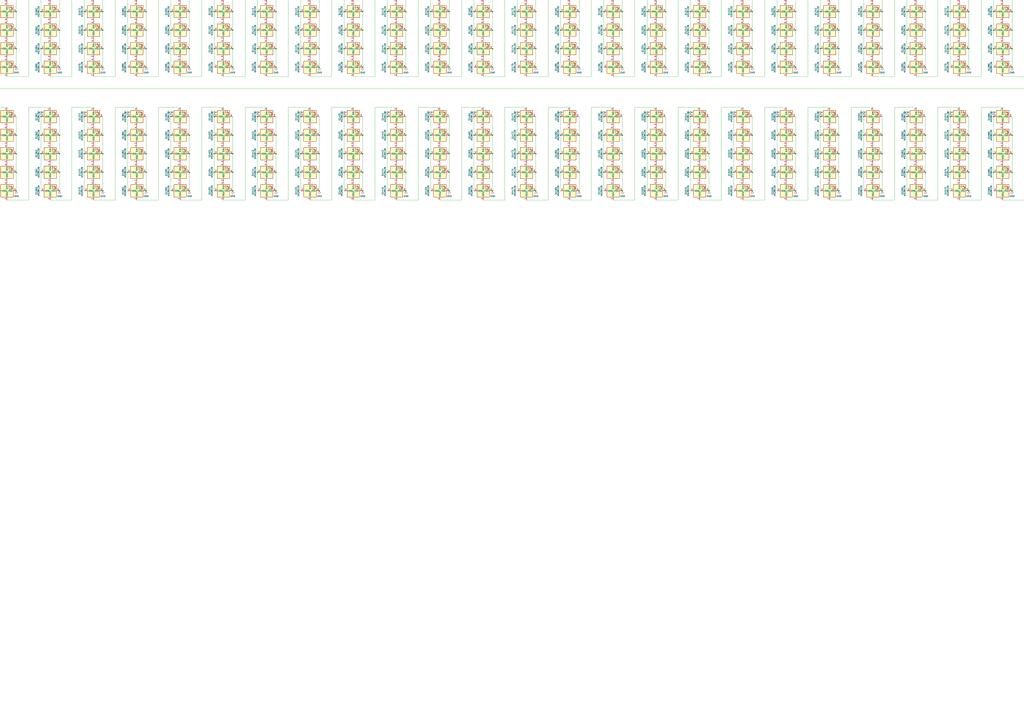
<source format=kicad_sch>
(kicad_sch (version 20231120) (generator "eeschema") (generator_version "8.0")
  (paper "A1")
  (lib_symbols
    (symbol "+5V_1" (power) (pin_numbers hide) (pin_names (offset 0) hide)
      (property "Value" "+5V" (at 0 3.556 0))
      (symbol "+5V_1_1_1"
        (pin power_in line (at 0 0 90) (length 0) (name "~") (number "1"))
      )
    )
    (symbol "GND_1" (power) (pin_numbers hide) (pin_names (offset 0) hide)
      (property "Value" "GND" (at 0 -3.81 0))
      (symbol "GND_1_1_1"
        (pin power_in line (at 0 0 270) (length 0) (name "~") (number "1"))
      )
    )
    (symbol "JumperlessSymbols:C_Small" (pin_numbers hide) (pin_names (offset 0.254) hide)
      (property "Reference" "C" (at 0.254 1.778 0))
      (property "Value" "Device_C_Small" (at 0.254 -2.032 0))
      (symbol "C_Small_1_1"
        (pin passive line (at 0 2.54 270) (length 2.032) (name "~") (number "1"))
        (pin passive line (at 0 -2.54 90) (length 2.032) (name "~") (number "2"))
      )
    )
    (symbol "JumperlessSymbols:TestPoint" (pin_numbers hide) (pin_names (offset 0.762) hide)
      (property "Reference" "TP" (at 0 6.858 0))
      (property "Value" "TestPoint" (at 0 5.08 0))
      (symbol "TestPoint_1_1"
        (pin passive line (at 0 0 90) (length 2.54) (name "1") (number "1"))
      )
    )
    (symbol "xl-1010RGBC_1"
      (property "Reference" "U" (at 0 0 0))
      (symbol "xl-1010RGBC_1_0_0"
        (text "RGB" (at 2.286 -4.191 0) (effects (font (size 0.762 0.762))))
      )
      (symbol "xl-1010RGBC_1_1_1"
        (pin output line (at -7.62 0 0) (length 2.54) (name "DOUT") (number "1"))
        (pin power_in line (at 0 7.62 270) (length 2.54) (name "VDD") (number "2"))
        (pin power_in line (at 0 -7.62 90) (length 2.54) (name "VSS") (number "3"))
        (pin input line (at 7.62 0 180) (length 2.54) (name "DIN") (number "4"))
      )
    )
    (symbol "xl-1010RGBC_10"
      (property "Reference" "U" (at 0 0 0))
      (symbol "xl-1010RGBC_10_0_0"
        (text "RGB" (at 2.286 -4.191 0) (effects (font (size 0.762 0.762))))
      )
      (symbol "xl-1010RGBC_10_1_1"
        (pin output line (at -7.62 0 0) (length 2.54) (name "DOUT") (number "1"))
        (pin power_in line (at 0 7.62 270) (length 2.54) (name "VDD") (number "2"))
        (pin power_in line (at 0 -7.62 90) (length 2.54) (name "VSS") (number "3"))
        (pin input line (at 7.62 0 180) (length 2.54) (name "DIN") (number "4"))
      )
    )
    (symbol "xl-1010RGBC_100"
      (property "Reference" "U" (at 0 0 0))
      (symbol "xl-1010RGBC_100_0_0"
        (text "RGB" (at 2.286 -4.191 0) (effects (font (size 0.762 0.762))))
      )
      (symbol "xl-1010RGBC_100_1_1"
        (pin output line (at -7.62 0 0) (length 2.54) (name "DOUT") (number "1"))
        (pin power_in line (at 0 7.62 270) (length 2.54) (name "VDD") (number "2"))
        (pin power_in line (at 0 -7.62 90) (length 2.54) (name "VSS") (number "3"))
        (pin input line (at 7.62 0 180) (length 2.54) (name "DIN") (number "4"))
      )
    )
    (symbol "xl-1010RGBC_101"
      (property "Reference" "U" (at 0 0 0))
      (symbol "xl-1010RGBC_101_0_0"
        (text "RGB" (at 2.286 -4.191 0) (effects (font (size 0.762 0.762))))
      )
      (symbol "xl-1010RGBC_101_1_1"
        (pin output line (at -7.62 0 0) (length 2.54) (name "DOUT") (number "1"))
        (pin power_in line (at 0 7.62 270) (length 2.54) (name "VDD") (number "2"))
        (pin power_in line (at 0 -7.62 90) (length 2.54) (name "VSS") (number "3"))
        (pin input line (at 7.62 0 180) (length 2.54) (name "DIN") (number "4"))
      )
    )
    (symbol "xl-1010RGBC_102"
      (property "Reference" "U" (at 0 0 0))
      (symbol "xl-1010RGBC_102_0_0"
        (text "RGB" (at 2.286 -4.191 0) (effects (font (size 0.762 0.762))))
      )
      (symbol "xl-1010RGBC_102_1_1"
        (pin output line (at -7.62 0 0) (length 2.54) (name "DOUT") (number "1"))
        (pin power_in line (at 0 7.62 270) (length 2.54) (name "VDD") (number "2"))
        (pin power_in line (at 0 -7.62 90) (length 2.54) (name "VSS") (number "3"))
        (pin input line (at 7.62 0 180) (length 2.54) (name "DIN") (number "4"))
      )
    )
    (symbol "xl-1010RGBC_103"
      (property "Reference" "U" (at 0 0 0))
      (symbol "xl-1010RGBC_103_0_0"
        (text "RGB" (at 2.286 -4.191 0) (effects (font (size 0.762 0.762))))
      )
      (symbol "xl-1010RGBC_103_1_1"
        (pin output line (at -7.62 0 0) (length 2.54) (name "DOUT") (number "1"))
        (pin power_in line (at 0 7.62 270) (length 2.54) (name "VDD") (number "2"))
        (pin power_in line (at 0 -7.62 90) (length 2.54) (name "VSS") (number "3"))
        (pin input line (at 7.62 0 180) (length 2.54) (name "DIN") (number "4"))
      )
    )
    (symbol "xl-1010RGBC_104"
      (property "Reference" "U" (at 0 0 0))
      (symbol "xl-1010RGBC_104_0_0"
        (text "RGB" (at 2.286 -4.191 0) (effects (font (size 0.762 0.762))))
      )
      (symbol "xl-1010RGBC_104_1_1"
        (pin output line (at -7.62 0 0) (length 2.54) (name "DOUT") (number "1"))
        (pin power_in line (at 0 7.62 270) (length 2.54) (name "VDD") (number "2"))
        (pin power_in line (at 0 -7.62 90) (length 2.54) (name "VSS") (number "3"))
        (pin input line (at 7.62 0 180) (length 2.54) (name "DIN") (number "4"))
      )
    )
    (symbol "xl-1010RGBC_105"
      (property "Reference" "U" (at 0 0 0))
      (symbol "xl-1010RGBC_105_0_0"
        (text "RGB" (at 2.286 -4.191 0) (effects (font (size 0.762 0.762))))
      )
      (symbol "xl-1010RGBC_105_1_1"
        (pin output line (at -7.62 0 0) (length 2.54) (name "DOUT") (number "1"))
        (pin power_in line (at 0 7.62 270) (length 2.54) (name "VDD") (number "2"))
        (pin power_in line (at 0 -7.62 90) (length 2.54) (name "VSS") (number "3"))
        (pin input line (at 7.62 0 180) (length 2.54) (name "DIN") (number "4"))
      )
    )
    (symbol "xl-1010RGBC_106"
      (property "Reference" "U" (at 0 0 0))
      (symbol "xl-1010RGBC_106_0_0"
        (text "RGB" (at 2.286 -4.191 0) (effects (font (size 0.762 0.762))))
      )
      (symbol "xl-1010RGBC_106_1_1"
        (pin output line (at -7.62 0 0) (length 2.54) (name "DOUT") (number "1"))
        (pin power_in line (at 0 7.62 270) (length 2.54) (name "VDD") (number "2"))
        (pin power_in line (at 0 -7.62 90) (length 2.54) (name "VSS") (number "3"))
        (pin input line (at 7.62 0 180) (length 2.54) (name "DIN") (number "4"))
      )
    )
    (symbol "xl-1010RGBC_107"
      (property "Reference" "U" (at 0 0 0))
      (symbol "xl-1010RGBC_107_0_0"
        (text "RGB" (at 2.286 -4.191 0) (effects (font (size 0.762 0.762))))
      )
      (symbol "xl-1010RGBC_107_1_1"
        (pin output line (at -7.62 0 0) (length 2.54) (name "DOUT") (number "1"))
        (pin power_in line (at 0 7.62 270) (length 2.54) (name "VDD") (number "2"))
        (pin power_in line (at 0 -7.62 90) (length 2.54) (name "VSS") (number "3"))
        (pin input line (at 7.62 0 180) (length 2.54) (name "DIN") (number "4"))
      )
    )
    (symbol "xl-1010RGBC_108"
      (property "Reference" "U" (at 0 0 0))
      (symbol "xl-1010RGBC_108_0_0"
        (text "RGB" (at 2.286 -4.191 0) (effects (font (size 0.762 0.762))))
      )
      (symbol "xl-1010RGBC_108_1_1"
        (pin output line (at -7.62 0 0) (length 2.54) (name "DOUT") (number "1"))
        (pin power_in line (at 0 7.62 270) (length 2.54) (name "VDD") (number "2"))
        (pin power_in line (at 0 -7.62 90) (length 2.54) (name "VSS") (number "3"))
        (pin input line (at 7.62 0 180) (length 2.54) (name "DIN") (number "4"))
      )
    )
    (symbol "xl-1010RGBC_109"
      (property "Reference" "U" (at 0 0 0))
      (symbol "xl-1010RGBC_109_0_0"
        (text "RGB" (at 2.286 -4.191 0) (effects (font (size 0.762 0.762))))
      )
      (symbol "xl-1010RGBC_109_1_1"
        (pin output line (at -7.62 0 0) (length 2.54) (name "DOUT") (number "1"))
        (pin power_in line (at 0 7.62 270) (length 2.54) (name "VDD") (number "2"))
        (pin power_in line (at 0 -7.62 90) (length 2.54) (name "VSS") (number "3"))
        (pin input line (at 7.62 0 180) (length 2.54) (name "DIN") (number "4"))
      )
    )
    (symbol "xl-1010RGBC_11"
      (property "Reference" "U" (at 0 0 0))
      (symbol "xl-1010RGBC_11_0_0"
        (text "RGB" (at 2.286 -4.191 0) (effects (font (size 0.762 0.762))))
      )
      (symbol "xl-1010RGBC_11_1_1"
        (pin output line (at -7.62 0 0) (length 2.54) (name "DOUT") (number "1"))
        (pin power_in line (at 0 7.62 270) (length 2.54) (name "VDD") (number "2"))
        (pin power_in line (at 0 -7.62 90) (length 2.54) (name "VSS") (number "3"))
        (pin input line (at 7.62 0 180) (length 2.54) (name "DIN") (number "4"))
      )
    )
    (symbol "xl-1010RGBC_110"
      (property "Reference" "U" (at 0 0 0))
      (symbol "xl-1010RGBC_110_0_0"
        (text "RGB" (at 2.286 -4.191 0) (effects (font (size 0.762 0.762))))
      )
      (symbol "xl-1010RGBC_110_1_1"
        (pin output line (at -7.62 0 0) (length 2.54) (name "DOUT") (number "1"))
        (pin power_in line (at 0 7.62 270) (length 2.54) (name "VDD") (number "2"))
        (pin power_in line (at 0 -7.62 90) (length 2.54) (name "VSS") (number "3"))
        (pin input line (at 7.62 0 180) (length 2.54) (name "DIN") (number "4"))
      )
    )
    (symbol "xl-1010RGBC_111"
      (property "Reference" "U" (at 0 0 0))
      (symbol "xl-1010RGBC_111_0_0"
        (text "RGB" (at 2.286 -4.191 0) (effects (font (size 0.762 0.762))))
      )
      (symbol "xl-1010RGBC_111_1_1"
        (pin output line (at -7.62 0 0) (length 2.54) (name "DOUT") (number "1"))
        (pin power_in line (at 0 7.62 270) (length 2.54) (name "VDD") (number "2"))
        (pin power_in line (at 0 -7.62 90) (length 2.54) (name "VSS") (number "3"))
        (pin input line (at 7.62 0 180) (length 2.54) (name "DIN") (number "4"))
      )
    )
    (symbol "xl-1010RGBC_112"
      (property "Reference" "U" (at 0 0 0))
      (symbol "xl-1010RGBC_112_0_0"
        (text "RGB" (at 2.286 -4.191 0) (effects (font (size 0.762 0.762))))
      )
      (symbol "xl-1010RGBC_112_1_1"
        (pin output line (at -7.62 0 0) (length 2.54) (name "DOUT") (number "1"))
        (pin power_in line (at 0 7.62 270) (length 2.54) (name "VDD") (number "2"))
        (pin power_in line (at 0 -7.62 90) (length 2.54) (name "VSS") (number "3"))
        (pin input line (at 7.62 0 180) (length 2.54) (name "DIN") (number "4"))
      )
    )
    (symbol "xl-1010RGBC_113"
      (property "Reference" "U" (at 0 0 0))
      (symbol "xl-1010RGBC_113_0_0"
        (text "RGB" (at 2.286 -4.191 0) (effects (font (size 0.762 0.762))))
      )
      (symbol "xl-1010RGBC_113_1_1"
        (pin output line (at -7.62 0 0) (length 2.54) (name "DOUT") (number "1"))
        (pin power_in line (at 0 7.62 270) (length 2.54) (name "VDD") (number "2"))
        (pin power_in line (at 0 -7.62 90) (length 2.54) (name "VSS") (number "3"))
        (pin input line (at 7.62 0 180) (length 2.54) (name "DIN") (number "4"))
      )
    )
    (symbol "xl-1010RGBC_114"
      (property "Reference" "U" (at 0 0 0))
      (symbol "xl-1010RGBC_114_0_0"
        (text "RGB" (at 2.286 -4.191 0) (effects (font (size 0.762 0.762))))
      )
      (symbol "xl-1010RGBC_114_1_1"
        (pin output line (at -7.62 0 0) (length 2.54) (name "DOUT") (number "1"))
        (pin power_in line (at 0 7.62 270) (length 2.54) (name "VDD") (number "2"))
        (pin power_in line (at 0 -7.62 90) (length 2.54) (name "VSS") (number "3"))
        (pin input line (at 7.62 0 180) (length 2.54) (name "DIN") (number "4"))
      )
    )
    (symbol "xl-1010RGBC_115"
      (property "Reference" "U" (at 0 0 0))
      (symbol "xl-1010RGBC_115_0_0"
        (text "RGB" (at 2.286 -4.191 0) (effects (font (size 0.762 0.762))))
      )
      (symbol "xl-1010RGBC_115_1_1"
        (pin output line (at -7.62 0 0) (length 2.54) (name "DOUT") (number "1"))
        (pin power_in line (at 0 7.62 270) (length 2.54) (name "VDD") (number "2"))
        (pin power_in line (at 0 -7.62 90) (length 2.54) (name "VSS") (number "3"))
        (pin input line (at 7.62 0 180) (length 2.54) (name "DIN") (number "4"))
      )
    )
    (symbol "xl-1010RGBC_116"
      (property "Reference" "U" (at 0 0 0))
      (symbol "xl-1010RGBC_116_0_0"
        (text "RGB" (at 2.286 -4.191 0) (effects (font (size 0.762 0.762))))
      )
      (symbol "xl-1010RGBC_116_1_1"
        (pin output line (at -7.62 0 0) (length 2.54) (name "DOUT") (number "1"))
        (pin power_in line (at 0 7.62 270) (length 2.54) (name "VDD") (number "2"))
        (pin power_in line (at 0 -7.62 90) (length 2.54) (name "VSS") (number "3"))
        (pin input line (at 7.62 0 180) (length 2.54) (name "DIN") (number "4"))
      )
    )
    (symbol "xl-1010RGBC_117"
      (property "Reference" "U" (at 0 0 0))
      (symbol "xl-1010RGBC_117_0_0"
        (text "RGB" (at 2.286 -4.191 0) (effects (font (size 0.762 0.762))))
      )
      (symbol "xl-1010RGBC_117_1_1"
        (pin output line (at -7.62 0 0) (length 2.54) (name "DOUT") (number "1"))
        (pin power_in line (at 0 7.62 270) (length 2.54) (name "VDD") (number "2"))
        (pin power_in line (at 0 -7.62 90) (length 2.54) (name "VSS") (number "3"))
        (pin input line (at 7.62 0 180) (length 2.54) (name "DIN") (number "4"))
      )
    )
    (symbol "xl-1010RGBC_118"
      (property "Reference" "U" (at 0 0 0))
      (symbol "xl-1010RGBC_118_0_0"
        (text "RGB" (at 2.286 -4.191 0) (effects (font (size 0.762 0.762))))
      )
      (symbol "xl-1010RGBC_118_1_1"
        (pin output line (at -7.62 0 0) (length 2.54) (name "DOUT") (number "1"))
        (pin power_in line (at 0 7.62 270) (length 2.54) (name "VDD") (number "2"))
        (pin power_in line (at 0 -7.62 90) (length 2.54) (name "VSS") (number "3"))
        (pin input line (at 7.62 0 180) (length 2.54) (name "DIN") (number "4"))
      )
    )
    (symbol "xl-1010RGBC_119"
      (property "Reference" "U" (at 0 0 0))
      (symbol "xl-1010RGBC_119_0_0"
        (text "RGB" (at 2.286 -4.191 0) (effects (font (size 0.762 0.762))))
      )
      (symbol "xl-1010RGBC_119_1_1"
        (pin output line (at -7.62 0 0) (length 2.54) (name "DOUT") (number "1"))
        (pin power_in line (at 0 7.62 270) (length 2.54) (name "VDD") (number "2"))
        (pin power_in line (at 0 -7.62 90) (length 2.54) (name "VSS") (number "3"))
        (pin input line (at 7.62 0 180) (length 2.54) (name "DIN") (number "4"))
      )
    )
    (symbol "xl-1010RGBC_12"
      (property "Reference" "U" (at 0 0 0))
      (symbol "xl-1010RGBC_12_0_0"
        (text "RGB" (at 2.286 -4.191 0) (effects (font (size 0.762 0.762))))
      )
      (symbol "xl-1010RGBC_12_1_1"
        (pin output line (at -7.62 0 0) (length 2.54) (name "DOUT") (number "1"))
        (pin power_in line (at 0 7.62 270) (length 2.54) (name "VDD") (number "2"))
        (pin power_in line (at 0 -7.62 90) (length 2.54) (name "VSS") (number "3"))
        (pin input line (at 7.62 0 180) (length 2.54) (name "DIN") (number "4"))
      )
    )
    (symbol "xl-1010RGBC_120"
      (property "Reference" "U" (at 0 0 0))
      (symbol "xl-1010RGBC_120_0_0"
        (text "RGB" (at 2.286 -4.191 0) (effects (font (size 0.762 0.762))))
      )
      (symbol "xl-1010RGBC_120_1_1"
        (pin output line (at -7.62 0 0) (length 2.54) (name "DOUT") (number "1"))
        (pin power_in line (at 0 7.62 270) (length 2.54) (name "VDD") (number "2"))
        (pin power_in line (at 0 -7.62 90) (length 2.54) (name "VSS") (number "3"))
        (pin input line (at 7.62 0 180) (length 2.54) (name "DIN") (number "4"))
      )
    )
    (symbol "xl-1010RGBC_121"
      (property "Reference" "U" (at 0 0 0))
      (symbol "xl-1010RGBC_121_0_0"
        (text "RGB" (at 2.286 -4.191 0) (effects (font (size 0.762 0.762))))
      )
      (symbol "xl-1010RGBC_121_1_1"
        (pin output line (at -7.62 0 0) (length 2.54) (name "DOUT") (number "1"))
        (pin power_in line (at 0 7.62 270) (length 2.54) (name "VDD") (number "2"))
        (pin power_in line (at 0 -7.62 90) (length 2.54) (name "VSS") (number "3"))
        (pin input line (at 7.62 0 180) (length 2.54) (name "DIN") (number "4"))
      )
    )
    (symbol "xl-1010RGBC_122"
      (property "Reference" "U" (at 0 0 0))
      (symbol "xl-1010RGBC_122_0_0"
        (text "RGB" (at 2.286 -4.191 0) (effects (font (size 0.762 0.762))))
      )
      (symbol "xl-1010RGBC_122_1_1"
        (pin output line (at -7.62 0 0) (length 2.54) (name "DOUT") (number "1"))
        (pin power_in line (at 0 7.62 270) (length 2.54) (name "VDD") (number "2"))
        (pin power_in line (at 0 -7.62 90) (length 2.54) (name "VSS") (number "3"))
        (pin input line (at 7.62 0 180) (length 2.54) (name "DIN") (number "4"))
      )
    )
    (symbol "xl-1010RGBC_123"
      (property "Reference" "U" (at 0 0 0))
      (symbol "xl-1010RGBC_123_0_0"
        (text "RGB" (at 2.286 -4.191 0) (effects (font (size 0.762 0.762))))
      )
      (symbol "xl-1010RGBC_123_1_1"
        (pin output line (at -7.62 0 0) (length 2.54) (name "DOUT") (number "1"))
        (pin power_in line (at 0 7.62 270) (length 2.54) (name "VDD") (number "2"))
        (pin power_in line (at 0 -7.62 90) (length 2.54) (name "VSS") (number "3"))
        (pin input line (at 7.62 0 180) (length 2.54) (name "DIN") (number "4"))
      )
    )
    (symbol "xl-1010RGBC_124"
      (property "Reference" "U" (at 0 0 0))
      (symbol "xl-1010RGBC_124_0_0"
        (text "RGB" (at 2.286 -4.191 0) (effects (font (size 0.762 0.762))))
      )
      (symbol "xl-1010RGBC_124_1_1"
        (pin output line (at -7.62 0 0) (length 2.54) (name "DOUT") (number "1"))
        (pin power_in line (at 0 7.62 270) (length 2.54) (name "VDD") (number "2"))
        (pin power_in line (at 0 -7.62 90) (length 2.54) (name "VSS") (number "3"))
        (pin input line (at 7.62 0 180) (length 2.54) (name "DIN") (number "4"))
      )
    )
    (symbol "xl-1010RGBC_125"
      (property "Reference" "U" (at 0 0 0))
      (symbol "xl-1010RGBC_125_0_0"
        (text "RGB" (at 2.286 -4.191 0) (effects (font (size 0.762 0.762))))
      )
      (symbol "xl-1010RGBC_125_1_1"
        (pin output line (at -7.62 0 0) (length 2.54) (name "DOUT") (number "1"))
        (pin power_in line (at 0 7.62 270) (length 2.54) (name "VDD") (number "2"))
        (pin power_in line (at 0 -7.62 90) (length 2.54) (name "VSS") (number "3"))
        (pin input line (at 7.62 0 180) (length 2.54) (name "DIN") (number "4"))
      )
    )
    (symbol "xl-1010RGBC_126"
      (property "Reference" "U" (at 0 0 0))
      (symbol "xl-1010RGBC_126_0_0"
        (text "RGB" (at 2.286 -4.191 0) (effects (font (size 0.762 0.762))))
      )
      (symbol "xl-1010RGBC_126_1_1"
        (pin output line (at -7.62 0 0) (length 2.54) (name "DOUT") (number "1"))
        (pin power_in line (at 0 7.62 270) (length 2.54) (name "VDD") (number "2"))
        (pin power_in line (at 0 -7.62 90) (length 2.54) (name "VSS") (number "3"))
        (pin input line (at 7.62 0 180) (length 2.54) (name "DIN") (number "4"))
      )
    )
    (symbol "xl-1010RGBC_127"
      (property "Reference" "U" (at 0 0 0))
      (symbol "xl-1010RGBC_127_0_0"
        (text "RGB" (at 2.286 -4.191 0) (effects (font (size 0.762 0.762))))
      )
      (symbol "xl-1010RGBC_127_1_1"
        (pin output line (at -7.62 0 0) (length 2.54) (name "DOUT") (number "1"))
        (pin power_in line (at 0 7.62 270) (length 2.54) (name "VDD") (number "2"))
        (pin power_in line (at 0 -7.62 90) (length 2.54) (name "VSS") (number "3"))
        (pin input line (at 7.62 0 180) (length 2.54) (name "DIN") (number "4"))
      )
    )
    (symbol "xl-1010RGBC_128"
      (property "Reference" "U" (at 0 0 0))
      (symbol "xl-1010RGBC_128_0_0"
        (text "RGB" (at 2.286 -4.191 0) (effects (font (size 0.762 0.762))))
      )
      (symbol "xl-1010RGBC_128_1_1"
        (pin output line (at -7.62 0 0) (length 2.54) (name "DOUT") (number "1"))
        (pin power_in line (at 0 7.62 270) (length 2.54) (name "VDD") (number "2"))
        (pin power_in line (at 0 -7.62 90) (length 2.54) (name "VSS") (number "3"))
        (pin input line (at 7.62 0 180) (length 2.54) (name "DIN") (number "4"))
      )
    )
    (symbol "xl-1010RGBC_129"
      (property "Reference" "U" (at 0 0 0))
      (symbol "xl-1010RGBC_129_0_0"
        (text "RGB" (at 2.286 -4.191 0) (effects (font (size 0.762 0.762))))
      )
      (symbol "xl-1010RGBC_129_1_1"
        (pin output line (at -7.62 0 0) (length 2.54) (name "DOUT") (number "1"))
        (pin power_in line (at 0 7.62 270) (length 2.54) (name "VDD") (number "2"))
        (pin power_in line (at 0 -7.62 90) (length 2.54) (name "VSS") (number "3"))
        (pin input line (at 7.62 0 180) (length 2.54) (name "DIN") (number "4"))
      )
    )
    (symbol "xl-1010RGBC_13"
      (property "Reference" "U" (at 0 0 0))
      (symbol "xl-1010RGBC_13_0_0"
        (text "RGB" (at 2.286 -4.191 0) (effects (font (size 0.762 0.762))))
      )
      (symbol "xl-1010RGBC_13_1_1"
        (pin output line (at -7.62 0 0) (length 2.54) (name "DOUT") (number "1"))
        (pin power_in line (at 0 7.62 270) (length 2.54) (name "VDD") (number "2"))
        (pin power_in line (at 0 -7.62 90) (length 2.54) (name "VSS") (number "3"))
        (pin input line (at 7.62 0 180) (length 2.54) (name "DIN") (number "4"))
      )
    )
    (symbol "xl-1010RGBC_130"
      (property "Reference" "U" (at 0 0 0))
      (symbol "xl-1010RGBC_130_0_0"
        (text "RGB" (at 2.286 -4.191 0) (effects (font (size 0.762 0.762))))
      )
      (symbol "xl-1010RGBC_130_1_1"
        (pin output line (at -7.62 0 0) (length 2.54) (name "DOUT") (number "1"))
        (pin power_in line (at 0 7.62 270) (length 2.54) (name "VDD") (number "2"))
        (pin power_in line (at 0 -7.62 90) (length 2.54) (name "VSS") (number "3"))
        (pin input line (at 7.62 0 180) (length 2.54) (name "DIN") (number "4"))
      )
    )
    (symbol "xl-1010RGBC_131"
      (property "Reference" "U" (at 0 0 0))
      (symbol "xl-1010RGBC_131_0_0"
        (text "RGB" (at 2.286 -4.191 0) (effects (font (size 0.762 0.762))))
      )
      (symbol "xl-1010RGBC_131_1_1"
        (pin output line (at -7.62 0 0) (length 2.54) (name "DOUT") (number "1"))
        (pin power_in line (at 0 7.62 270) (length 2.54) (name "VDD") (number "2"))
        (pin power_in line (at 0 -7.62 90) (length 2.54) (name "VSS") (number "3"))
        (pin input line (at 7.62 0 180) (length 2.54) (name "DIN") (number "4"))
      )
    )
    (symbol "xl-1010RGBC_132"
      (property "Reference" "U" (at 0 0 0))
      (symbol "xl-1010RGBC_132_0_0"
        (text "RGB" (at 2.286 -4.191 0) (effects (font (size 0.762 0.762))))
      )
      (symbol "xl-1010RGBC_132_1_1"
        (pin output line (at -7.62 0 0) (length 2.54) (name "DOUT") (number "1"))
        (pin power_in line (at 0 7.62 270) (length 2.54) (name "VDD") (number "2"))
        (pin power_in line (at 0 -7.62 90) (length 2.54) (name "VSS") (number "3"))
        (pin input line (at 7.62 0 180) (length 2.54) (name "DIN") (number "4"))
      )
    )
    (symbol "xl-1010RGBC_133"
      (property "Reference" "U" (at 0 0 0))
      (symbol "xl-1010RGBC_133_0_0"
        (text "RGB" (at 2.286 -4.191 0) (effects (font (size 0.762 0.762))))
      )
      (symbol "xl-1010RGBC_133_1_1"
        (pin output line (at -7.62 0 0) (length 2.54) (name "DOUT") (number "1"))
        (pin power_in line (at 0 7.62 270) (length 2.54) (name "VDD") (number "2"))
        (pin power_in line (at 0 -7.62 90) (length 2.54) (name "VSS") (number "3"))
        (pin input line (at 7.62 0 180) (length 2.54) (name "DIN") (number "4"))
      )
    )
    (symbol "xl-1010RGBC_134"
      (property "Reference" "U" (at 0 0 0))
      (symbol "xl-1010RGBC_134_0_0"
        (text "RGB" (at 2.286 -4.191 0) (effects (font (size 0.762 0.762))))
      )
      (symbol "xl-1010RGBC_134_1_1"
        (pin output line (at -7.62 0 0) (length 2.54) (name "DOUT") (number "1"))
        (pin power_in line (at 0 7.62 270) (length 2.54) (name "VDD") (number "2"))
        (pin power_in line (at 0 -7.62 90) (length 2.54) (name "VSS") (number "3"))
        (pin input line (at 7.62 0 180) (length 2.54) (name "DIN") (number "4"))
      )
    )
    (symbol "xl-1010RGBC_135"
      (property "Reference" "U" (at 0 0 0))
      (symbol "xl-1010RGBC_135_0_0"
        (text "RGB" (at 2.286 -4.191 0) (effects (font (size 0.762 0.762))))
      )
      (symbol "xl-1010RGBC_135_1_1"
        (pin output line (at -7.62 0 0) (length 2.54) (name "DOUT") (number "1"))
        (pin power_in line (at 0 7.62 270) (length 2.54) (name "VDD") (number "2"))
        (pin power_in line (at 0 -7.62 90) (length 2.54) (name "VSS") (number "3"))
        (pin input line (at 7.62 0 180) (length 2.54) (name "DIN") (number "4"))
      )
    )
    (symbol "xl-1010RGBC_136"
      (property "Reference" "U" (at 0 0 0))
      (symbol "xl-1010RGBC_136_0_0"
        (text "RGB" (at 2.286 -4.191 0) (effects (font (size 0.762 0.762))))
      )
      (symbol "xl-1010RGBC_136_1_1"
        (pin output line (at -7.62 0 0) (length 2.54) (name "DOUT") (number "1"))
        (pin power_in line (at 0 7.62 270) (length 2.54) (name "VDD") (number "2"))
        (pin power_in line (at 0 -7.62 90) (length 2.54) (name "VSS") (number "3"))
        (pin input line (at 7.62 0 180) (length 2.54) (name "DIN") (number "4"))
      )
    )
    (symbol "xl-1010RGBC_137"
      (property "Reference" "U" (at 0 0 0))
      (symbol "xl-1010RGBC_137_0_0"
        (text "RGB" (at 2.286 -4.191 0) (effects (font (size 0.762 0.762))))
      )
      (symbol "xl-1010RGBC_137_1_1"
        (pin output line (at -7.62 0 0) (length 2.54) (name "DOUT") (number "1"))
        (pin power_in line (at 0 7.62 270) (length 2.54) (name "VDD") (number "2"))
        (pin power_in line (at 0 -7.62 90) (length 2.54) (name "VSS") (number "3"))
        (pin input line (at 7.62 0 180) (length 2.54) (name "DIN") (number "4"))
      )
    )
    (symbol "xl-1010RGBC_138"
      (property "Reference" "U" (at 0 0 0))
      (symbol "xl-1010RGBC_138_0_0"
        (text "RGB" (at 2.286 -4.191 0) (effects (font (size 0.762 0.762))))
      )
      (symbol "xl-1010RGBC_138_1_1"
        (pin output line (at -7.62 0 0) (length 2.54) (name "DOUT") (number "1"))
        (pin power_in line (at 0 7.62 270) (length 2.54) (name "VDD") (number "2"))
        (pin power_in line (at 0 -7.62 90) (length 2.54) (name "VSS") (number "3"))
        (pin input line (at 7.62 0 180) (length 2.54) (name "DIN") (number "4"))
      )
    )
    (symbol "xl-1010RGBC_139"
      (property "Reference" "U" (at 0 0 0))
      (symbol "xl-1010RGBC_139_0_0"
        (text "RGB" (at 2.286 -4.191 0) (effects (font (size 0.762 0.762))))
      )
      (symbol "xl-1010RGBC_139_1_1"
        (pin output line (at -7.62 0 0) (length 2.54) (name "DOUT") (number "1"))
        (pin power_in line (at 0 7.62 270) (length 2.54) (name "VDD") (number "2"))
        (pin power_in line (at 0 -7.62 90) (length 2.54) (name "VSS") (number "3"))
        (pin input line (at 7.62 0 180) (length 2.54) (name "DIN") (number "4"))
      )
    )
    (symbol "xl-1010RGBC_14"
      (property "Reference" "U" (at 0 0 0))
      (symbol "xl-1010RGBC_14_0_0"
        (text "RGB" (at 2.286 -4.191 0) (effects (font (size 0.762 0.762))))
      )
      (symbol "xl-1010RGBC_14_1_1"
        (pin output line (at -7.62 0 0) (length 2.54) (name "DOUT") (number "1"))
        (pin power_in line (at 0 7.62 270) (length 2.54) (name "VDD") (number "2"))
        (pin power_in line (at 0 -7.62 90) (length 2.54) (name "VSS") (number "3"))
        (pin input line (at 7.62 0 180) (length 2.54) (name "DIN") (number "4"))
      )
    )
    (symbol "xl-1010RGBC_140"
      (property "Reference" "U" (at 0 0 0))
      (symbol "xl-1010RGBC_140_0_0"
        (text "RGB" (at 2.286 -4.191 0) (effects (font (size 0.762 0.762))))
      )
      (symbol "xl-1010RGBC_140_1_1"
        (pin output line (at -7.62 0 0) (length 2.54) (name "DOUT") (number "1"))
        (pin power_in line (at 0 7.62 270) (length 2.54) (name "VDD") (number "2"))
        (pin power_in line (at 0 -7.62 90) (length 2.54) (name "VSS") (number "3"))
        (pin input line (at 7.62 0 180) (length 2.54) (name "DIN") (number "4"))
      )
    )
    (symbol "xl-1010RGBC_141"
      (property "Reference" "U" (at 0 0 0))
      (symbol "xl-1010RGBC_141_0_0"
        (text "RGB" (at 2.286 -4.191 0) (effects (font (size 0.762 0.762))))
      )
      (symbol "xl-1010RGBC_141_1_1"
        (pin output line (at -7.62 0 0) (length 2.54) (name "DOUT") (number "1"))
        (pin power_in line (at 0 7.62 270) (length 2.54) (name "VDD") (number "2"))
        (pin power_in line (at 0 -7.62 90) (length 2.54) (name "VSS") (number "3"))
        (pin input line (at 7.62 0 180) (length 2.54) (name "DIN") (number "4"))
      )
    )
    (symbol "xl-1010RGBC_142"
      (property "Reference" "U" (at 0 0 0))
      (symbol "xl-1010RGBC_142_0_0"
        (text "RGB" (at 2.286 -4.191 0) (effects (font (size 0.762 0.762))))
      )
      (symbol "xl-1010RGBC_142_1_1"
        (pin output line (at -7.62 0 0) (length 2.54) (name "DOUT") (number "1"))
        (pin power_in line (at 0 7.62 270) (length 2.54) (name "VDD") (number "2"))
        (pin power_in line (at 0 -7.62 90) (length 2.54) (name "VSS") (number "3"))
        (pin input line (at 7.62 0 180) (length 2.54) (name "DIN") (number "4"))
      )
    )
    (symbol "xl-1010RGBC_143"
      (property "Reference" "U" (at 0 0 0))
      (symbol "xl-1010RGBC_143_0_0"
        (text "RGB" (at 2.286 -4.191 0) (effects (font (size 0.762 0.762))))
      )
      (symbol "xl-1010RGBC_143_1_1"
        (pin output line (at -7.62 0 0) (length 2.54) (name "DOUT") (number "1"))
        (pin power_in line (at 0 7.62 270) (length 2.54) (name "VDD") (number "2"))
        (pin power_in line (at 0 -7.62 90) (length 2.54) (name "VSS") (number "3"))
        (pin input line (at 7.62 0 180) (length 2.54) (name "DIN") (number "4"))
      )
    )
    (symbol "xl-1010RGBC_144"
      (property "Reference" "U" (at 0 0 0))
      (symbol "xl-1010RGBC_144_0_0"
        (text "RGB" (at 2.286 -4.191 0) (effects (font (size 0.762 0.762))))
      )
      (symbol "xl-1010RGBC_144_1_1"
        (pin output line (at -7.62 0 0) (length 2.54) (name "DOUT") (number "1"))
        (pin power_in line (at 0 7.62 270) (length 2.54) (name "VDD") (number "2"))
        (pin power_in line (at 0 -7.62 90) (length 2.54) (name "VSS") (number "3"))
        (pin input line (at 7.62 0 180) (length 2.54) (name "DIN") (number "4"))
      )
    )
    (symbol "xl-1010RGBC_145"
      (property "Reference" "U" (at 0 0 0))
      (symbol "xl-1010RGBC_145_0_0"
        (text "RGB" (at 2.286 -4.191 0) (effects (font (size 0.762 0.762))))
      )
      (symbol "xl-1010RGBC_145_1_1"
        (pin output line (at -7.62 0 0) (length 2.54) (name "DOUT") (number "1"))
        (pin power_in line (at 0 7.62 270) (length 2.54) (name "VDD") (number "2"))
        (pin power_in line (at 0 -7.62 90) (length 2.54) (name "VSS") (number "3"))
        (pin input line (at 7.62 0 180) (length 2.54) (name "DIN") (number "4"))
      )
    )
    (symbol "xl-1010RGBC_146"
      (property "Reference" "U" (at 0 0 0))
      (symbol "xl-1010RGBC_146_0_0"
        (text "RGB" (at 2.286 -4.191 0) (effects (font (size 0.762 0.762))))
      )
      (symbol "xl-1010RGBC_146_1_1"
        (pin output line (at -7.62 0 0) (length 2.54) (name "DOUT") (number "1"))
        (pin power_in line (at 0 7.62 270) (length 2.54) (name "VDD") (number "2"))
        (pin power_in line (at 0 -7.62 90) (length 2.54) (name "VSS") (number "3"))
        (pin input line (at 7.62 0 180) (length 2.54) (name "DIN") (number "4"))
      )
    )
    (symbol "xl-1010RGBC_147"
      (property "Reference" "U" (at 0 0 0))
      (symbol "xl-1010RGBC_147_0_0"
        (text "RGB" (at 2.286 -4.191 0) (effects (font (size 0.762 0.762))))
      )
      (symbol "xl-1010RGBC_147_1_1"
        (pin output line (at -7.62 0 0) (length 2.54) (name "DOUT") (number "1"))
        (pin power_in line (at 0 7.62 270) (length 2.54) (name "VDD") (number "2"))
        (pin power_in line (at 0 -7.62 90) (length 2.54) (name "VSS") (number "3"))
        (pin input line (at 7.62 0 180) (length 2.54) (name "DIN") (number "4"))
      )
    )
    (symbol "xl-1010RGBC_148"
      (property "Reference" "U" (at 0 0 0))
      (symbol "xl-1010RGBC_148_0_0"
        (text "RGB" (at 2.286 -4.191 0) (effects (font (size 0.762 0.762))))
      )
      (symbol "xl-1010RGBC_148_1_1"
        (pin output line (at -7.62 0 0) (length 2.54) (name "DOUT") (number "1"))
        (pin power_in line (at 0 7.62 270) (length 2.54) (name "VDD") (number "2"))
        (pin power_in line (at 0 -7.62 90) (length 2.54) (name "VSS") (number "3"))
        (pin input line (at 7.62 0 180) (length 2.54) (name "DIN") (number "4"))
      )
    )
    (symbol "xl-1010RGBC_149"
      (property "Reference" "U" (at 0 0 0))
      (symbol "xl-1010RGBC_149_0_0"
        (text "RGB" (at 2.286 -4.191 0) (effects (font (size 0.762 0.762))))
      )
      (symbol "xl-1010RGBC_149_1_1"
        (pin output line (at -7.62 0 0) (length 2.54) (name "DOUT") (number "1"))
        (pin power_in line (at 0 7.62 270) (length 2.54) (name "VDD") (number "2"))
        (pin power_in line (at 0 -7.62 90) (length 2.54) (name "VSS") (number "3"))
        (pin input line (at 7.62 0 180) (length 2.54) (name "DIN") (number "4"))
      )
    )
    (symbol "xl-1010RGBC_15"
      (property "Reference" "U" (at 0 0 0))
      (symbol "xl-1010RGBC_15_0_0"
        (text "RGB" (at 2.286 -4.191 0) (effects (font (size 0.762 0.762))))
      )
      (symbol "xl-1010RGBC_15_1_1"
        (pin output line (at -7.62 0 0) (length 2.54) (name "DOUT") (number "1"))
        (pin power_in line (at 0 7.62 270) (length 2.54) (name "VDD") (number "2"))
        (pin power_in line (at 0 -7.62 90) (length 2.54) (name "VSS") (number "3"))
        (pin input line (at 7.62 0 180) (length 2.54) (name "DIN") (number "4"))
      )
    )
    (symbol "xl-1010RGBC_150"
      (property "Reference" "U" (at 0 0 0))
      (symbol "xl-1010RGBC_150_0_0"
        (text "RGB" (at 2.286 -4.191 0) (effects (font (size 0.762 0.762))))
      )
      (symbol "xl-1010RGBC_150_1_1"
        (pin output line (at -7.62 0 0) (length 2.54) (name "DOUT") (number "1"))
        (pin power_in line (at 0 7.62 270) (length 2.54) (name "VDD") (number "2"))
        (pin power_in line (at 0 -7.62 90) (length 2.54) (name "VSS") (number "3"))
        (pin input line (at 7.62 0 180) (length 2.54) (name "DIN") (number "4"))
      )
    )
    (symbol "xl-1010RGBC_151"
      (property "Reference" "U" (at 0 0 0))
      (symbol "xl-1010RGBC_151_0_0"
        (text "RGB" (at 2.286 -4.191 0) (effects (font (size 0.762 0.762))))
      )
      (symbol "xl-1010RGBC_151_1_1"
        (pin output line (at -7.62 0 0) (length 2.54) (name "DOUT") (number "1"))
        (pin power_in line (at 0 7.62 270) (length 2.54) (name "VDD") (number "2"))
        (pin power_in line (at 0 -7.62 90) (length 2.54) (name "VSS") (number "3"))
        (pin input line (at 7.62 0 180) (length 2.54) (name "DIN") (number "4"))
      )
    )
    (symbol "xl-1010RGBC_152"
      (property "Reference" "U" (at 0 0 0))
      (symbol "xl-1010RGBC_152_0_0"
        (text "RGB" (at 2.286 -4.191 0) (effects (font (size 0.762 0.762))))
      )
      (symbol "xl-1010RGBC_152_1_1"
        (pin output line (at -7.62 0 0) (length 2.54) (name "DOUT") (number "1"))
        (pin power_in line (at 0 7.62 270) (length 2.54) (name "VDD") (number "2"))
        (pin power_in line (at 0 -7.62 90) (length 2.54) (name "VSS") (number "3"))
        (pin input line (at 7.62 0 180) (length 2.54) (name "DIN") (number "4"))
      )
    )
    (symbol "xl-1010RGBC_153"
      (property "Reference" "U" (at 0 0 0))
      (symbol "xl-1010RGBC_153_0_0"
        (text "RGB" (at 2.286 -4.191 0) (effects (font (size 0.762 0.762))))
      )
      (symbol "xl-1010RGBC_153_1_1"
        (pin output line (at -7.62 0 0) (length 2.54) (name "DOUT") (number "1"))
        (pin power_in line (at 0 7.62 270) (length 2.54) (name "VDD") (number "2"))
        (pin power_in line (at 0 -7.62 90) (length 2.54) (name "VSS") (number "3"))
        (pin input line (at 7.62 0 180) (length 2.54) (name "DIN") (number "4"))
      )
    )
    (symbol "xl-1010RGBC_154"
      (property "Reference" "U" (at 0 0 0))
      (symbol "xl-1010RGBC_154_0_0"
        (text "RGB" (at 2.286 -4.191 0) (effects (font (size 0.762 0.762))))
      )
      (symbol "xl-1010RGBC_154_1_1"
        (pin output line (at -7.62 0 0) (length 2.54) (name "DOUT") (number "1"))
        (pin power_in line (at 0 7.62 270) (length 2.54) (name "VDD") (number "2"))
        (pin power_in line (at 0 -7.62 90) (length 2.54) (name "VSS") (number "3"))
        (pin input line (at 7.62 0 180) (length 2.54) (name "DIN") (number "4"))
      )
    )
    (symbol "xl-1010RGBC_155"
      (property "Reference" "U" (at 0 0 0))
      (symbol "xl-1010RGBC_155_0_0"
        (text "RGB" (at 2.286 -4.191 0) (effects (font (size 0.762 0.762))))
      )
      (symbol "xl-1010RGBC_155_1_1"
        (pin output line (at -7.62 0 0) (length 2.54) (name "DOUT") (number "1"))
        (pin power_in line (at 0 7.62 270) (length 2.54) (name "VDD") (number "2"))
        (pin power_in line (at 0 -7.62 90) (length 2.54) (name "VSS") (number "3"))
        (pin input line (at 7.62 0 180) (length 2.54) (name "DIN") (number "4"))
      )
    )
    (symbol "xl-1010RGBC_156"
      (property "Reference" "U" (at 0 0 0))
      (symbol "xl-1010RGBC_156_0_0"
        (text "RGB" (at 2.286 -4.191 0) (effects (font (size 0.762 0.762))))
      )
      (symbol "xl-1010RGBC_156_1_1"
        (pin output line (at -7.62 0 0) (length 2.54) (name "DOUT") (number "1"))
        (pin power_in line (at 0 7.62 270) (length 2.54) (name "VDD") (number "2"))
        (pin power_in line (at 0 -7.62 90) (length 2.54) (name "VSS") (number "3"))
        (pin input line (at 7.62 0 180) (length 2.54) (name "DIN") (number "4"))
      )
    )
    (symbol "xl-1010RGBC_157"
      (property "Reference" "U" (at 0 0 0))
      (symbol "xl-1010RGBC_157_0_0"
        (text "RGB" (at 2.286 -4.191 0) (effects (font (size 0.762 0.762))))
      )
      (symbol "xl-1010RGBC_157_1_1"
        (pin output line (at -7.62 0 0) (length 2.54) (name "DOUT") (number "1"))
        (pin power_in line (at 0 7.62 270) (length 2.54) (name "VDD") (number "2"))
        (pin power_in line (at 0 -7.62 90) (length 2.54) (name "VSS") (number "3"))
        (pin input line (at 7.62 0 180) (length 2.54) (name "DIN") (number "4"))
      )
    )
    (symbol "xl-1010RGBC_158"
      (property "Reference" "U" (at 0 0 0))
      (symbol "xl-1010RGBC_158_0_0"
        (text "RGB" (at 2.286 -4.191 0) (effects (font (size 0.762 0.762))))
      )
      (symbol "xl-1010RGBC_158_1_1"
        (pin output line (at -7.62 0 0) (length 2.54) (name "DOUT") (number "1"))
        (pin power_in line (at 0 7.62 270) (length 2.54) (name "VDD") (number "2"))
        (pin power_in line (at 0 -7.62 90) (length 2.54) (name "VSS") (number "3"))
        (pin input line (at 7.62 0 180) (length 2.54) (name "DIN") (number "4"))
      )
    )
    (symbol "xl-1010RGBC_159"
      (property "Reference" "U" (at 0 0 0))
      (symbol "xl-1010RGBC_159_0_0"
        (text "RGB" (at 2.286 -4.191 0) (effects (font (size 0.762 0.762))))
      )
      (symbol "xl-1010RGBC_159_1_1"
        (pin output line (at -7.62 0 0) (length 2.54) (name "DOUT") (number "1"))
        (pin power_in line (at 0 7.62 270) (length 2.54) (name "VDD") (number "2"))
        (pin power_in line (at 0 -7.62 90) (length 2.54) (name "VSS") (number "3"))
        (pin input line (at 7.62 0 180) (length 2.54) (name "DIN") (number "4"))
      )
    )
    (symbol "xl-1010RGBC_16"
      (property "Reference" "U" (at 0 0 0))
      (symbol "xl-1010RGBC_16_0_0"
        (text "RGB" (at 2.286 -4.191 0) (effects (font (size 0.762 0.762))))
      )
      (symbol "xl-1010RGBC_16_1_1"
        (pin output line (at -7.62 0 0) (length 2.54) (name "DOUT") (number "1"))
        (pin power_in line (at 0 7.62 270) (length 2.54) (name "VDD") (number "2"))
        (pin power_in line (at 0 -7.62 90) (length 2.54) (name "VSS") (number "3"))
        (pin input line (at 7.62 0 180) (length 2.54) (name "DIN") (number "4"))
      )
    )
    (symbol "xl-1010RGBC_160"
      (property "Reference" "U" (at 0 0 0))
      (symbol "xl-1010RGBC_160_0_0"
        (text "RGB" (at 2.286 -4.191 0) (effects (font (size 0.762 0.762))))
      )
      (symbol "xl-1010RGBC_160_1_1"
        (pin output line (at -7.62 0 0) (length 2.54) (name "DOUT") (number "1"))
        (pin power_in line (at 0 7.62 270) (length 2.54) (name "VDD") (number "2"))
        (pin power_in line (at 0 -7.62 90) (length 2.54) (name "VSS") (number "3"))
        (pin input line (at 7.62 0 180) (length 2.54) (name "DIN") (number "4"))
      )
    )
    (symbol "xl-1010RGBC_161"
      (property "Reference" "U" (at 0 0 0))
      (symbol "xl-1010RGBC_161_0_0"
        (text "RGB" (at 2.286 -4.191 0) (effects (font (size 0.762 0.762))))
      )
      (symbol "xl-1010RGBC_161_1_1"
        (pin output line (at -7.62 0 0) (length 2.54) (name "DOUT") (number "1"))
        (pin power_in line (at 0 7.62 270) (length 2.54) (name "VDD") (number "2"))
        (pin power_in line (at 0 -7.62 90) (length 2.54) (name "VSS") (number "3"))
        (pin input line (at 7.62 0 180) (length 2.54) (name "DIN") (number "4"))
      )
    )
    (symbol "xl-1010RGBC_162"
      (property "Reference" "U" (at 0 0 0))
      (symbol "xl-1010RGBC_162_0_0"
        (text "RGB" (at 2.286 -4.191 0) (effects (font (size 0.762 0.762))))
      )
      (symbol "xl-1010RGBC_162_1_1"
        (pin output line (at -7.62 0 0) (length 2.54) (name "DOUT") (number "1"))
        (pin power_in line (at 0 7.62 270) (length 2.54) (name "VDD") (number "2"))
        (pin power_in line (at 0 -7.62 90) (length 2.54) (name "VSS") (number "3"))
        (pin input line (at 7.62 0 180) (length 2.54) (name "DIN") (number "4"))
      )
    )
    (symbol "xl-1010RGBC_163"
      (property "Reference" "U" (at 0 0 0))
      (symbol "xl-1010RGBC_163_0_0"
        (text "RGB" (at 2.286 -4.191 0) (effects (font (size 0.762 0.762))))
      )
      (symbol "xl-1010RGBC_163_1_1"
        (pin output line (at -7.62 0 0) (length 2.54) (name "DOUT") (number "1"))
        (pin power_in line (at 0 7.62 270) (length 2.54) (name "VDD") (number "2"))
        (pin power_in line (at 0 -7.62 90) (length 2.54) (name "VSS") (number "3"))
        (pin input line (at 7.62 0 180) (length 2.54) (name "DIN") (number "4"))
      )
    )
    (symbol "xl-1010RGBC_164"
      (property "Reference" "U" (at 0 0 0))
      (symbol "xl-1010RGBC_164_0_0"
        (text "RGB" (at 2.286 -4.191 0) (effects (font (size 0.762 0.762))))
      )
      (symbol "xl-1010RGBC_164_1_1"
        (pin output line (at -7.62 0 0) (length 2.54) (name "DOUT") (number "1"))
        (pin power_in line (at 0 7.62 270) (length 2.54) (name "VDD") (number "2"))
        (pin power_in line (at 0 -7.62 90) (length 2.54) (name "VSS") (number "3"))
        (pin input line (at 7.62 0 180) (length 2.54) (name "DIN") (number "4"))
      )
    )
    (symbol "xl-1010RGBC_165"
      (property "Reference" "U" (at 0 0 0))
      (symbol "xl-1010RGBC_165_0_0"
        (text "RGB" (at 2.286 -4.191 0) (effects (font (size 0.762 0.762))))
      )
      (symbol "xl-1010RGBC_165_1_1"
        (pin output line (at -7.62 0 0) (length 2.54) (name "DOUT") (number "1"))
        (pin power_in line (at 0 7.62 270) (length 2.54) (name "VDD") (number "2"))
        (pin power_in line (at 0 -7.62 90) (length 2.54) (name "VSS") (number "3"))
        (pin input line (at 7.62 0 180) (length 2.54) (name "DIN") (number "4"))
      )
    )
    (symbol "xl-1010RGBC_166"
      (property "Reference" "U" (at 0 0 0))
      (symbol "xl-1010RGBC_166_0_0"
        (text "RGB" (at 2.286 -4.191 0) (effects (font (size 0.762 0.762))))
      )
      (symbol "xl-1010RGBC_166_1_1"
        (pin output line (at -7.62 0 0) (length 2.54) (name "DOUT") (number "1"))
        (pin power_in line (at 0 7.62 270) (length 2.54) (name "VDD") (number "2"))
        (pin power_in line (at 0 -7.62 90) (length 2.54) (name "VSS") (number "3"))
        (pin input line (at 7.62 0 180) (length 2.54) (name "DIN") (number "4"))
      )
    )
    (symbol "xl-1010RGBC_167"
      (property "Reference" "U" (at 0 0 0))
      (symbol "xl-1010RGBC_167_0_0"
        (text "RGB" (at 2.286 -4.191 0) (effects (font (size 0.762 0.762))))
      )
      (symbol "xl-1010RGBC_167_1_1"
        (pin output line (at -7.62 0 0) (length 2.54) (name "DOUT") (number "1"))
        (pin power_in line (at 0 7.62 270) (length 2.54) (name "VDD") (number "2"))
        (pin power_in line (at 0 -7.62 90) (length 2.54) (name "VSS") (number "3"))
        (pin input line (at 7.62 0 180) (length 2.54) (name "DIN") (number "4"))
      )
    )
    (symbol "xl-1010RGBC_168"
      (property "Reference" "U" (at 0 0 0))
      (symbol "xl-1010RGBC_168_0_0"
        (text "RGB" (at 2.286 -4.191 0) (effects (font (size 0.762 0.762))))
      )
      (symbol "xl-1010RGBC_168_1_1"
        (pin output line (at -7.62 0 0) (length 2.54) (name "DOUT") (number "1"))
        (pin power_in line (at 0 7.62 270) (length 2.54) (name "VDD") (number "2"))
        (pin power_in line (at 0 -7.62 90) (length 2.54) (name "VSS") (number "3"))
        (pin input line (at 7.62 0 180) (length 2.54) (name "DIN") (number "4"))
      )
    )
    (symbol "xl-1010RGBC_169"
      (property "Reference" "U" (at 0 0 0))
      (symbol "xl-1010RGBC_169_0_0"
        (text "RGB" (at 2.286 -4.191 0) (effects (font (size 0.762 0.762))))
      )
      (symbol "xl-1010RGBC_169_1_1"
        (pin output line (at -7.62 0 0) (length 2.54) (name "DOUT") (number "1"))
        (pin power_in line (at 0 7.62 270) (length 2.54) (name "VDD") (number "2"))
        (pin power_in line (at 0 -7.62 90) (length 2.54) (name "VSS") (number "3"))
        (pin input line (at 7.62 0 180) (length 2.54) (name "DIN") (number "4"))
      )
    )
    (symbol "xl-1010RGBC_17"
      (property "Reference" "U" (at 0 0 0))
      (symbol "xl-1010RGBC_17_0_0"
        (text "RGB" (at 2.286 -4.191 0) (effects (font (size 0.762 0.762))))
      )
      (symbol "xl-1010RGBC_17_1_1"
        (pin output line (at -7.62 0 0) (length 2.54) (name "DOUT") (number "1"))
        (pin power_in line (at 0 7.62 270) (length 2.54) (name "VDD") (number "2"))
        (pin power_in line (at 0 -7.62 90) (length 2.54) (name "VSS") (number "3"))
        (pin input line (at 7.62 0 180) (length 2.54) (name "DIN") (number "4"))
      )
    )
    (symbol "xl-1010RGBC_170"
      (property "Reference" "U" (at 0 0 0))
      (symbol "xl-1010RGBC_170_0_0"
        (text "RGB" (at 2.286 -4.191 0) (effects (font (size 0.762 0.762))))
      )
      (symbol "xl-1010RGBC_170_1_1"
        (pin output line (at -7.62 0 0) (length 2.54) (name "DOUT") (number "1"))
        (pin power_in line (at 0 7.62 270) (length 2.54) (name "VDD") (number "2"))
        (pin power_in line (at 0 -7.62 90) (length 2.54) (name "VSS") (number "3"))
        (pin input line (at 7.62 0 180) (length 2.54) (name "DIN") (number "4"))
      )
    )
    (symbol "xl-1010RGBC_171"
      (property "Reference" "U" (at 0 0 0))
      (symbol "xl-1010RGBC_171_0_0"
        (text "RGB" (at 2.286 -4.191 0) (effects (font (size 0.762 0.762))))
      )
      (symbol "xl-1010RGBC_171_1_1"
        (pin output line (at -7.62 0 0) (length 2.54) (name "DOUT") (number "1"))
        (pin power_in line (at 0 7.62 270) (length 2.54) (name "VDD") (number "2"))
        (pin power_in line (at 0 -7.62 90) (length 2.54) (name "VSS") (number "3"))
        (pin input line (at 7.62 0 180) (length 2.54) (name "DIN") (number "4"))
      )
    )
    (symbol "xl-1010RGBC_172"
      (property "Reference" "U" (at 0 0 0))
      (symbol "xl-1010RGBC_172_0_0"
        (text "RGB" (at 2.286 -4.191 0) (effects (font (size 0.762 0.762))))
      )
      (symbol "xl-1010RGBC_172_1_1"
        (pin output line (at -7.62 0 0) (length 2.54) (name "DOUT") (number "1"))
        (pin power_in line (at 0 7.62 270) (length 2.54) (name "VDD") (number "2"))
        (pin power_in line (at 0 -7.62 90) (length 2.54) (name "VSS") (number "3"))
        (pin input line (at 7.62 0 180) (length 2.54) (name "DIN") (number "4"))
      )
    )
    (symbol "xl-1010RGBC_173"
      (property "Reference" "U" (at 0 0 0))
      (symbol "xl-1010RGBC_173_0_0"
        (text "RGB" (at 2.286 -4.191 0) (effects (font (size 0.762 0.762))))
      )
      (symbol "xl-1010RGBC_173_1_1"
        (pin output line (at -7.62 0 0) (length 2.54) (name "DOUT") (number "1"))
        (pin power_in line (at 0 7.62 270) (length 2.54) (name "VDD") (number "2"))
        (pin power_in line (at 0 -7.62 90) (length 2.54) (name "VSS") (number "3"))
        (pin input line (at 7.62 0 180) (length 2.54) (name "DIN") (number "4"))
      )
    )
    (symbol "xl-1010RGBC_174"
      (property "Reference" "U" (at 0 0 0))
      (symbol "xl-1010RGBC_174_0_0"
        (text "RGB" (at 2.286 -4.191 0) (effects (font (size 0.762 0.762))))
      )
      (symbol "xl-1010RGBC_174_1_1"
        (pin output line (at -7.62 0 0) (length 2.54) (name "DOUT") (number "1"))
        (pin power_in line (at 0 7.62 270) (length 2.54) (name "VDD") (number "2"))
        (pin power_in line (at 0 -7.62 90) (length 2.54) (name "VSS") (number "3"))
        (pin input line (at 7.62 0 180) (length 2.54) (name "DIN") (number "4"))
      )
    )
    (symbol "xl-1010RGBC_175"
      (property "Reference" "U" (at 0 0 0))
      (symbol "xl-1010RGBC_175_0_0"
        (text "RGB" (at 2.286 -4.191 0) (effects (font (size 0.762 0.762))))
      )
      (symbol "xl-1010RGBC_175_1_1"
        (pin output line (at -7.62 0 0) (length 2.54) (name "DOUT") (number "1"))
        (pin power_in line (at 0 7.62 270) (length 2.54) (name "VDD") (number "2"))
        (pin power_in line (at 0 -7.62 90) (length 2.54) (name "VSS") (number "3"))
        (pin input line (at 7.62 0 180) (length 2.54) (name "DIN") (number "4"))
      )
    )
    (symbol "xl-1010RGBC_176"
      (property "Reference" "U" (at 0 0 0))
      (symbol "xl-1010RGBC_176_0_0"
        (text "RGB" (at 2.286 -4.191 0) (effects (font (size 0.762 0.762))))
      )
      (symbol "xl-1010RGBC_176_1_1"
        (pin output line (at -7.62 0 0) (length 2.54) (name "DOUT") (number "1"))
        (pin power_in line (at 0 7.62 270) (length 2.54) (name "VDD") (number "2"))
        (pin power_in line (at 0 -7.62 90) (length 2.54) (name "VSS") (number "3"))
        (pin input line (at 7.62 0 180) (length 2.54) (name "DIN") (number "4"))
      )
    )
    (symbol "xl-1010RGBC_177"
      (property "Reference" "U" (at 0 0 0))
      (symbol "xl-1010RGBC_177_0_0"
        (text "RGB" (at 2.286 -4.191 0) (effects (font (size 0.762 0.762))))
      )
      (symbol "xl-1010RGBC_177_1_1"
        (pin output line (at -7.62 0 0) (length 2.54) (name "DOUT") (number "1"))
        (pin power_in line (at 0 7.62 270) (length 2.54) (name "VDD") (number "2"))
        (pin power_in line (at 0 -7.62 90) (length 2.54) (name "VSS") (number "3"))
        (pin input line (at 7.62 0 180) (length 2.54) (name "DIN") (number "4"))
      )
    )
    (symbol "xl-1010RGBC_178"
      (property "Reference" "U" (at 0 0 0))
      (symbol "xl-1010RGBC_178_0_0"
        (text "RGB" (at 2.286 -4.191 0) (effects (font (size 0.762 0.762))))
      )
      (symbol "xl-1010RGBC_178_1_1"
        (pin output line (at -7.62 0 0) (length 2.54) (name "DOUT") (number "1"))
        (pin power_in line (at 0 7.62 270) (length 2.54) (name "VDD") (number "2"))
        (pin power_in line (at 0 -7.62 90) (length 2.54) (name "VSS") (number "3"))
        (pin input line (at 7.62 0 180) (length 2.54) (name "DIN") (number "4"))
      )
    )
    (symbol "xl-1010RGBC_179"
      (property "Reference" "U" (at 0 0 0))
      (symbol "xl-1010RGBC_179_0_0"
        (text "RGB" (at 2.286 -4.191 0) (effects (font (size 0.762 0.762))))
      )
      (symbol "xl-1010RGBC_179_1_1"
        (pin output line (at -7.62 0 0) (length 2.54) (name "DOUT") (number "1"))
        (pin power_in line (at 0 7.62 270) (length 2.54) (name "VDD") (number "2"))
        (pin power_in line (at 0 -7.62 90) (length 2.54) (name "VSS") (number "3"))
        (pin input line (at 7.62 0 180) (length 2.54) (name "DIN") (number "4"))
      )
    )
    (symbol "xl-1010RGBC_18"
      (property "Reference" "U" (at 0 0 0))
      (symbol "xl-1010RGBC_18_0_0"
        (text "RGB" (at 2.286 -4.191 0) (effects (font (size 0.762 0.762))))
      )
      (symbol "xl-1010RGBC_18_1_1"
        (pin output line (at -7.62 0 0) (length 2.54) (name "DOUT") (number "1"))
        (pin power_in line (at 0 7.62 270) (length 2.54) (name "VDD") (number "2"))
        (pin power_in line (at 0 -7.62 90) (length 2.54) (name "VSS") (number "3"))
        (pin input line (at 7.62 0 180) (length 2.54) (name "DIN") (number "4"))
      )
    )
    (symbol "xl-1010RGBC_180"
      (property "Reference" "U" (at 0 0 0))
      (symbol "xl-1010RGBC_180_0_0"
        (text "RGB" (at 2.286 -4.191 0) (effects (font (size 0.762 0.762))))
      )
      (symbol "xl-1010RGBC_180_1_1"
        (pin output line (at -7.62 0 0) (length 2.54) (name "DOUT") (number "1"))
        (pin power_in line (at 0 7.62 270) (length 2.54) (name "VDD") (number "2"))
        (pin power_in line (at 0 -7.62 90) (length 2.54) (name "VSS") (number "3"))
        (pin input line (at 7.62 0 180) (length 2.54) (name "DIN") (number "4"))
      )
    )
    (symbol "xl-1010RGBC_181"
      (property "Reference" "U" (at 0 0 0))
      (symbol "xl-1010RGBC_181_0_0"
        (text "RGB" (at 2.286 -4.191 0) (effects (font (size 0.762 0.762))))
      )
      (symbol "xl-1010RGBC_181_1_1"
        (pin output line (at -7.62 0 0) (length 2.54) (name "DOUT") (number "1"))
        (pin power_in line (at 0 7.62 270) (length 2.54) (name "VDD") (number "2"))
        (pin power_in line (at 0 -7.62 90) (length 2.54) (name "VSS") (number "3"))
        (pin input line (at 7.62 0 180) (length 2.54) (name "DIN") (number "4"))
      )
    )
    (symbol "xl-1010RGBC_182"
      (property "Reference" "U" (at 0 0 0))
      (symbol "xl-1010RGBC_182_0_0"
        (text "RGB" (at 2.286 -4.191 0) (effects (font (size 0.762 0.762))))
      )
      (symbol "xl-1010RGBC_182_1_1"
        (pin output line (at -7.62 0 0) (length 2.54) (name "DOUT") (number "1"))
        (pin power_in line (at 0 7.62 270) (length 2.54) (name "VDD") (number "2"))
        (pin power_in line (at 0 -7.62 90) (length 2.54) (name "VSS") (number "3"))
        (pin input line (at 7.62 0 180) (length 2.54) (name "DIN") (number "4"))
      )
    )
    (symbol "xl-1010RGBC_183"
      (property "Reference" "U" (at 0 0 0))
      (symbol "xl-1010RGBC_183_0_0"
        (text "RGB" (at 2.286 -4.191 0) (effects (font (size 0.762 0.762))))
      )
      (symbol "xl-1010RGBC_183_1_1"
        (pin output line (at -7.62 0 0) (length 2.54) (name "DOUT") (number "1"))
        (pin power_in line (at 0 7.62 270) (length 2.54) (name "VDD") (number "2"))
        (pin power_in line (at 0 -7.62 90) (length 2.54) (name "VSS") (number "3"))
        (pin input line (at 7.62 0 180) (length 2.54) (name "DIN") (number "4"))
      )
    )
    (symbol "xl-1010RGBC_184"
      (property "Reference" "U" (at 0 0 0))
      (symbol "xl-1010RGBC_184_0_0"
        (text "RGB" (at 2.286 -4.191 0) (effects (font (size 0.762 0.762))))
      )
      (symbol "xl-1010RGBC_184_1_1"
        (pin output line (at -7.62 0 0) (length 2.54) (name "DOUT") (number "1"))
        (pin power_in line (at 0 7.62 270) (length 2.54) (name "VDD") (number "2"))
        (pin power_in line (at 0 -7.62 90) (length 2.54) (name "VSS") (number "3"))
        (pin input line (at 7.62 0 180) (length 2.54) (name "DIN") (number "4"))
      )
    )
    (symbol "xl-1010RGBC_185"
      (property "Reference" "U" (at 0 0 0))
      (symbol "xl-1010RGBC_185_0_0"
        (text "RGB" (at 2.286 -4.191 0) (effects (font (size 0.762 0.762))))
      )
      (symbol "xl-1010RGBC_185_1_1"
        (pin output line (at -7.62 0 0) (length 2.54) (name "DOUT") (number "1"))
        (pin power_in line (at 0 7.62 270) (length 2.54) (name "VDD") (number "2"))
        (pin power_in line (at 0 -7.62 90) (length 2.54) (name "VSS") (number "3"))
        (pin input line (at 7.62 0 180) (length 2.54) (name "DIN") (number "4"))
      )
    )
    (symbol "xl-1010RGBC_186"
      (property "Reference" "U" (at 0 0 0))
      (symbol "xl-1010RGBC_186_0_0"
        (text "RGB" (at 2.286 -4.191 0) (effects (font (size 0.762 0.762))))
      )
      (symbol "xl-1010RGBC_186_1_1"
        (pin output line (at -7.62 0 0) (length 2.54) (name "DOUT") (number "1"))
        (pin power_in line (at 0 7.62 270) (length 2.54) (name "VDD") (number "2"))
        (pin power_in line (at 0 -7.62 90) (length 2.54) (name "VSS") (number "3"))
        (pin input line (at 7.62 0 180) (length 2.54) (name "DIN") (number "4"))
      )
    )
    (symbol "xl-1010RGBC_187"
      (property "Reference" "U" (at 0 0 0))
      (symbol "xl-1010RGBC_187_0_0"
        (text "RGB" (at 2.286 -4.191 0) (effects (font (size 0.762 0.762))))
      )
      (symbol "xl-1010RGBC_187_1_1"
        (pin output line (at -7.62 0 0) (length 2.54) (name "DOUT") (number "1"))
        (pin power_in line (at 0 7.62 270) (length 2.54) (name "VDD") (number "2"))
        (pin power_in line (at 0 -7.62 90) (length 2.54) (name "VSS") (number "3"))
        (pin input line (at 7.62 0 180) (length 2.54) (name "DIN") (number "4"))
      )
    )
    (symbol "xl-1010RGBC_188"
      (property "Reference" "U" (at 0 0 0))
      (symbol "xl-1010RGBC_188_0_0"
        (text "RGB" (at 2.286 -4.191 0) (effects (font (size 0.762 0.762))))
      )
      (symbol "xl-1010RGBC_188_1_1"
        (pin output line (at -7.62 0 0) (length 2.54) (name "DOUT") (number "1"))
        (pin power_in line (at 0 7.62 270) (length 2.54) (name "VDD") (number "2"))
        (pin power_in line (at 0 -7.62 90) (length 2.54) (name "VSS") (number "3"))
        (pin input line (at 7.62 0 180) (length 2.54) (name "DIN") (number "4"))
      )
    )
    (symbol "xl-1010RGBC_189"
      (property "Reference" "U" (at 0 0 0))
      (symbol "xl-1010RGBC_189_0_0"
        (text "RGB" (at 2.286 -4.191 0) (effects (font (size 0.762 0.762))))
      )
      (symbol "xl-1010RGBC_189_1_1"
        (pin output line (at -7.62 0 0) (length 2.54) (name "DOUT") (number "1"))
        (pin power_in line (at 0 7.62 270) (length 2.54) (name "VDD") (number "2"))
        (pin power_in line (at 0 -7.62 90) (length 2.54) (name "VSS") (number "3"))
        (pin input line (at 7.62 0 180) (length 2.54) (name "DIN") (number "4"))
      )
    )
    (symbol "xl-1010RGBC_19"
      (property "Reference" "U" (at 0 0 0))
      (symbol "xl-1010RGBC_19_0_0"
        (text "RGB" (at 2.286 -4.191 0) (effects (font (size 0.762 0.762))))
      )
      (symbol "xl-1010RGBC_19_1_1"
        (pin output line (at -7.62 0 0) (length 2.54) (name "DOUT") (number "1"))
        (pin power_in line (at 0 7.62 270) (length 2.54) (name "VDD") (number "2"))
        (pin power_in line (at 0 -7.62 90) (length 2.54) (name "VSS") (number "3"))
        (pin input line (at 7.62 0 180) (length 2.54) (name "DIN") (number "4"))
      )
    )
    (symbol "xl-1010RGBC_190"
      (property "Reference" "U" (at 0 0 0))
      (symbol "xl-1010RGBC_190_0_0"
        (text "RGB" (at 2.286 -4.191 0) (effects (font (size 0.762 0.762))))
      )
      (symbol "xl-1010RGBC_190_1_1"
        (pin output line (at -7.62 0 0) (length 2.54) (name "DOUT") (number "1"))
        (pin power_in line (at 0 7.62 270) (length 2.54) (name "VDD") (number "2"))
        (pin power_in line (at 0 -7.62 90) (length 2.54) (name "VSS") (number "3"))
        (pin input line (at 7.62 0 180) (length 2.54) (name "DIN") (number "4"))
      )
    )
    (symbol "xl-1010RGBC_191"
      (property "Reference" "U" (at 0 0 0))
      (symbol "xl-1010RGBC_191_0_0"
        (text "RGB" (at 2.286 -4.191 0) (effects (font (size 0.762 0.762))))
      )
      (symbol "xl-1010RGBC_191_1_1"
        (pin output line (at -7.62 0 0) (length 2.54) (name "DOUT") (number "1"))
        (pin power_in line (at 0 7.62 270) (length 2.54) (name "VDD") (number "2"))
        (pin power_in line (at 0 -7.62 90) (length 2.54) (name "VSS") (number "3"))
        (pin input line (at 7.62 0 180) (length 2.54) (name "DIN") (number "4"))
      )
    )
    (symbol "xl-1010RGBC_192"
      (property "Reference" "U" (at 0 0 0))
      (symbol "xl-1010RGBC_192_0_0"
        (text "RGB" (at 2.286 -4.191 0) (effects (font (size 0.762 0.762))))
      )
      (symbol "xl-1010RGBC_192_1_1"
        (pin output line (at -7.62 0 0) (length 2.54) (name "DOUT") (number "1"))
        (pin power_in line (at 0 7.62 270) (length 2.54) (name "VDD") (number "2"))
        (pin power_in line (at 0 -7.62 90) (length 2.54) (name "VSS") (number "3"))
        (pin input line (at 7.62 0 180) (length 2.54) (name "DIN") (number "4"))
      )
    )
    (symbol "xl-1010RGBC_193"
      (property "Reference" "U" (at 0 0 0))
      (symbol "xl-1010RGBC_193_0_0"
        (text "RGB" (at 2.286 -4.191 0) (effects (font (size 0.762 0.762))))
      )
      (symbol "xl-1010RGBC_193_1_1"
        (pin output line (at -7.62 0 0) (length 2.54) (name "DOUT") (number "1"))
        (pin power_in line (at 0 7.62 270) (length 2.54) (name "VDD") (number "2"))
        (pin power_in line (at 0 -7.62 90) (length 2.54) (name "VSS") (number "3"))
        (pin input line (at 7.62 0 180) (length 2.54) (name "DIN") (number "4"))
      )
    )
    (symbol "xl-1010RGBC_194"
      (property "Reference" "U" (at 0 0 0))
      (symbol "xl-1010RGBC_194_0_0"
        (text "RGB" (at 2.286 -4.191 0) (effects (font (size 0.762 0.762))))
      )
      (symbol "xl-1010RGBC_194_1_1"
        (pin output line (at -7.62 0 0) (length 2.54) (name "DOUT") (number "1"))
        (pin power_in line (at 0 7.62 270) (length 2.54) (name "VDD") (number "2"))
        (pin power_in line (at 0 -7.62 90) (length 2.54) (name "VSS") (number "3"))
        (pin input line (at 7.62 0 180) (length 2.54) (name "DIN") (number "4"))
      )
    )
    (symbol "xl-1010RGBC_195"
      (property "Reference" "U" (at 0 0 0))
      (symbol "xl-1010RGBC_195_0_0"
        (text "RGB" (at 2.286 -4.191 0) (effects (font (size 0.762 0.762))))
      )
      (symbol "xl-1010RGBC_195_1_1"
        (pin output line (at -7.62 0 0) (length 2.54) (name "DOUT") (number "1"))
        (pin power_in line (at 0 7.62 270) (length 2.54) (name "VDD") (number "2"))
        (pin power_in line (at 0 -7.62 90) (length 2.54) (name "VSS") (number "3"))
        (pin input line (at 7.62 0 180) (length 2.54) (name "DIN") (number "4"))
      )
    )
    (symbol "xl-1010RGBC_196"
      (property "Reference" "U" (at 0 0 0))
      (symbol "xl-1010RGBC_196_0_0"
        (text "RGB" (at 2.286 -4.191 0) (effects (font (size 0.762 0.762))))
      )
      (symbol "xl-1010RGBC_196_1_1"
        (pin output line (at -7.62 0 0) (length 2.54) (name "DOUT") (number "1"))
        (pin power_in line (at 0 7.62 270) (length 2.54) (name "VDD") (number "2"))
        (pin power_in line (at 0 -7.62 90) (length 2.54) (name "VSS") (number "3"))
        (pin input line (at 7.62 0 180) (length 2.54) (name "DIN") (number "4"))
      )
    )
    (symbol "xl-1010RGBC_197"
      (property "Reference" "U" (at 0 0 0))
      (symbol "xl-1010RGBC_197_0_0"
        (text "RGB" (at 2.286 -4.191 0) (effects (font (size 0.762 0.762))))
      )
      (symbol "xl-1010RGBC_197_1_1"
        (pin output line (at -7.62 0 0) (length 2.54) (name "DOUT") (number "1"))
        (pin power_in line (at 0 7.62 270) (length 2.54) (name "VDD") (number "2"))
        (pin power_in line (at 0 -7.62 90) (length 2.54) (name "VSS") (number "3"))
        (pin input line (at 7.62 0 180) (length 2.54) (name "DIN") (number "4"))
      )
    )
    (symbol "xl-1010RGBC_198"
      (property "Reference" "U" (at 0 0 0))
      (symbol "xl-1010RGBC_198_0_0"
        (text "RGB" (at 2.286 -4.191 0) (effects (font (size 0.762 0.762))))
      )
      (symbol "xl-1010RGBC_198_1_1"
        (pin output line (at -7.62 0 0) (length 2.54) (name "DOUT") (number "1"))
        (pin power_in line (at 0 7.62 270) (length 2.54) (name "VDD") (number "2"))
        (pin power_in line (at 0 -7.62 90) (length 2.54) (name "VSS") (number "3"))
        (pin input line (at 7.62 0 180) (length 2.54) (name "DIN") (number "4"))
      )
    )
    (symbol "xl-1010RGBC_199"
      (property "Reference" "U" (at 0 0 0))
      (symbol "xl-1010RGBC_199_0_0"
        (text "RGB" (at 2.286 -4.191 0) (effects (font (size 0.762 0.762))))
      )
      (symbol "xl-1010RGBC_199_1_1"
        (pin output line (at -7.62 0 0) (length 2.54) (name "DOUT") (number "1"))
        (pin power_in line (at 0 7.62 270) (length 2.54) (name "VDD") (number "2"))
        (pin power_in line (at 0 -7.62 90) (length 2.54) (name "VSS") (number "3"))
        (pin input line (at 7.62 0 180) (length 2.54) (name "DIN") (number "4"))
      )
    )
    (symbol "xl-1010RGBC_2"
      (property "Reference" "U" (at 0 0 0))
      (symbol "xl-1010RGBC_2_0_0"
        (text "RGB" (at 2.286 -4.191 0) (effects (font (size 0.762 0.762))))
      )
      (symbol "xl-1010RGBC_2_1_1"
        (pin output line (at -7.62 0 0) (length 2.54) (name "DOUT") (number "1"))
        (pin power_in line (at 0 7.62 270) (length 2.54) (name "VDD") (number "2"))
        (pin power_in line (at 0 -7.62 90) (length 2.54) (name "VSS") (number "3"))
        (pin input line (at 7.62 0 180) (length 2.54) (name "DIN") (number "4"))
      )
    )
    (symbol "xl-1010RGBC_20"
      (property "Reference" "U" (at 0 0 0))
      (symbol "xl-1010RGBC_20_0_0"
        (text "RGB" (at 2.286 -4.191 0) (effects (font (size 0.762 0.762))))
      )
      (symbol "xl-1010RGBC_20_1_1"
        (pin output line (at -7.62 0 0) (length 2.54) (name "DOUT") (number "1"))
        (pin power_in line (at 0 7.62 270) (length 2.54) (name "VDD") (number "2"))
        (pin power_in line (at 0 -7.62 90) (length 2.54) (name "VSS") (number "3"))
        (pin input line (at 7.62 0 180) (length 2.54) (name "DIN") (number "4"))
      )
    )
    (symbol "xl-1010RGBC_200"
      (property "Reference" "U" (at 0 0 0))
      (symbol "xl-1010RGBC_200_0_0"
        (text "RGB" (at 2.286 -4.191 0) (effects (font (size 0.762 0.762))))
      )
      (symbol "xl-1010RGBC_200_1_1"
        (pin output line (at -7.62 0 0) (length 2.54) (name "DOUT") (number "1"))
        (pin power_in line (at 0 7.62 270) (length 2.54) (name "VDD") (number "2"))
        (pin power_in line (at 0 -7.62 90) (length 2.54) (name "VSS") (number "3"))
        (pin input line (at 7.62 0 180) (length 2.54) (name "DIN") (number "4"))
      )
    )
    (symbol "xl-1010RGBC_201"
      (property "Reference" "U" (at 0 0 0))
      (symbol "xl-1010RGBC_201_0_0"
        (text "RGB" (at 2.286 -4.191 0) (effects (font (size 0.762 0.762))))
      )
      (symbol "xl-1010RGBC_201_1_1"
        (pin output line (at -7.62 0 0) (length 2.54) (name "DOUT") (number "1"))
        (pin power_in line (at 0 7.62 270) (length 2.54) (name "VDD") (number "2"))
        (pin power_in line (at 0 -7.62 90) (length 2.54) (name "VSS") (number "3"))
        (pin input line (at 7.62 0 180) (length 2.54) (name "DIN") (number "4"))
      )
    )
    (symbol "xl-1010RGBC_202"
      (property "Reference" "U" (at 0 0 0))
      (symbol "xl-1010RGBC_202_0_0"
        (text "RGB" (at 2.286 -4.191 0) (effects (font (size 0.762 0.762))))
      )
      (symbol "xl-1010RGBC_202_1_1"
        (pin output line (at -7.62 0 0) (length 2.54) (name "DOUT") (number "1"))
        (pin power_in line (at 0 7.62 270) (length 2.54) (name "VDD") (number "2"))
        (pin power_in line (at 0 -7.62 90) (length 2.54) (name "VSS") (number "3"))
        (pin input line (at 7.62 0 180) (length 2.54) (name "DIN") (number "4"))
      )
    )
    (symbol "xl-1010RGBC_203"
      (property "Reference" "U" (at 0 0 0))
      (symbol "xl-1010RGBC_203_0_0"
        (text "RGB" (at 2.286 -4.191 0) (effects (font (size 0.762 0.762))))
      )
      (symbol "xl-1010RGBC_203_1_1"
        (pin output line (at -7.62 0 0) (length 2.54) (name "DOUT") (number "1"))
        (pin power_in line (at 0 7.62 270) (length 2.54) (name "VDD") (number "2"))
        (pin power_in line (at 0 -7.62 90) (length 2.54) (name "VSS") (number "3"))
        (pin input line (at 7.62 0 180) (length 2.54) (name "DIN") (number "4"))
      )
    )
    (symbol "xl-1010RGBC_204"
      (property "Reference" "U" (at 0 0 0))
      (symbol "xl-1010RGBC_204_0_0"
        (text "RGB" (at 2.286 -4.191 0) (effects (font (size 0.762 0.762))))
      )
      (symbol "xl-1010RGBC_204_1_1"
        (pin output line (at -7.62 0 0) (length 2.54) (name "DOUT") (number "1"))
        (pin power_in line (at 0 7.62 270) (length 2.54) (name "VDD") (number "2"))
        (pin power_in line (at 0 -7.62 90) (length 2.54) (name "VSS") (number "3"))
        (pin input line (at 7.62 0 180) (length 2.54) (name "DIN") (number "4"))
      )
    )
    (symbol "xl-1010RGBC_205"
      (property "Reference" "U" (at 0 0 0))
      (symbol "xl-1010RGBC_205_0_0"
        (text "RGB" (at 2.286 -4.191 0) (effects (font (size 0.762 0.762))))
      )
      (symbol "xl-1010RGBC_205_1_1"
        (pin output line (at -7.62 0 0) (length 2.54) (name "DOUT") (number "1"))
        (pin power_in line (at 0 7.62 270) (length 2.54) (name "VDD") (number "2"))
        (pin power_in line (at 0 -7.62 90) (length 2.54) (name "VSS") (number "3"))
        (pin input line (at 7.62 0 180) (length 2.54) (name "DIN") (number "4"))
      )
    )
    (symbol "xl-1010RGBC_206"
      (property "Reference" "U" (at 0 0 0))
      (symbol "xl-1010RGBC_206_0_0"
        (text "RGB" (at 2.286 -4.191 0) (effects (font (size 0.762 0.762))))
      )
      (symbol "xl-1010RGBC_206_1_1"
        (pin output line (at -7.62 0 0) (length 2.54) (name "DOUT") (number "1"))
        (pin power_in line (at 0 7.62 270) (length 2.54) (name "VDD") (number "2"))
        (pin power_in line (at 0 -7.62 90) (length 2.54) (name "VSS") (number "3"))
        (pin input line (at 7.62 0 180) (length 2.54) (name "DIN") (number "4"))
      )
    )
    (symbol "xl-1010RGBC_207"
      (property "Reference" "U" (at 0 0 0))
      (symbol "xl-1010RGBC_207_0_0"
        (text "RGB" (at 2.286 -4.191 0) (effects (font (size 0.762 0.762))))
      )
      (symbol "xl-1010RGBC_207_1_1"
        (pin output line (at -7.62 0 0) (length 2.54) (name "DOUT") (number "1"))
        (pin power_in line (at 0 7.62 270) (length 2.54) (name "VDD") (number "2"))
        (pin power_in line (at 0 -7.62 90) (length 2.54) (name "VSS") (number "3"))
        (pin input line (at 7.62 0 180) (length 2.54) (name "DIN") (number "4"))
      )
    )
    (symbol "xl-1010RGBC_208"
      (property "Reference" "U" (at 0 0 0))
      (symbol "xl-1010RGBC_208_0_0"
        (text "RGB" (at 2.286 -4.191 0) (effects (font (size 0.762 0.762))))
      )
      (symbol "xl-1010RGBC_208_1_1"
        (pin output line (at -7.62 0 0) (length 2.54) (name "DOUT") (number "1"))
        (pin power_in line (at 0 7.62 270) (length 2.54) (name "VDD") (number "2"))
        (pin power_in line (at 0 -7.62 90) (length 2.54) (name "VSS") (number "3"))
        (pin input line (at 7.62 0 180) (length 2.54) (name "DIN") (number "4"))
      )
    )
    (symbol "xl-1010RGBC_209"
      (property "Reference" "U" (at 0 0 0))
      (symbol "xl-1010RGBC_209_0_0"
        (text "RGB" (at 2.286 -4.191 0) (effects (font (size 0.762 0.762))))
      )
      (symbol "xl-1010RGBC_209_1_1"
        (pin output line (at -7.62 0 0) (length 2.54) (name "DOUT") (number "1"))
        (pin power_in line (at 0 7.62 270) (length 2.54) (name "VDD") (number "2"))
        (pin power_in line (at 0 -7.62 90) (length 2.54) (name "VSS") (number "3"))
        (pin input line (at 7.62 0 180) (length 2.54) (name "DIN") (number "4"))
      )
    )
    (symbol "xl-1010RGBC_21"
      (property "Reference" "U" (at 0 0 0))
      (symbol "xl-1010RGBC_21_0_0"
        (text "RGB" (at 2.286 -4.191 0) (effects (font (size 0.762 0.762))))
      )
      (symbol "xl-1010RGBC_21_1_1"
        (pin output line (at -7.62 0 0) (length 2.54) (name "DOUT") (number "1"))
        (pin power_in line (at 0 7.62 270) (length 2.54) (name "VDD") (number "2"))
        (pin power_in line (at 0 -7.62 90) (length 2.54) (name "VSS") (number "3"))
        (pin input line (at 7.62 0 180) (length 2.54) (name "DIN") (number "4"))
      )
    )
    (symbol "xl-1010RGBC_210"
      (property "Reference" "U" (at 0 0 0))
      (symbol "xl-1010RGBC_210_0_0"
        (text "RGB" (at 2.286 -4.191 0) (effects (font (size 0.762 0.762))))
      )
      (symbol "xl-1010RGBC_210_1_1"
        (pin output line (at -7.62 0 0) (length 2.54) (name "DOUT") (number "1"))
        (pin power_in line (at 0 7.62 270) (length 2.54) (name "VDD") (number "2"))
        (pin power_in line (at 0 -7.62 90) (length 2.54) (name "VSS") (number "3"))
        (pin input line (at 7.62 0 180) (length 2.54) (name "DIN") (number "4"))
      )
    )
    (symbol "xl-1010RGBC_211"
      (property "Reference" "U" (at 0 0 0))
      (symbol "xl-1010RGBC_211_0_0"
        (text "RGB" (at 2.286 -4.191 0) (effects (font (size 0.762 0.762))))
      )
      (symbol "xl-1010RGBC_211_1_1"
        (pin output line (at -7.62 0 0) (length 2.54) (name "DOUT") (number "1"))
        (pin power_in line (at 0 7.62 270) (length 2.54) (name "VDD") (number "2"))
        (pin power_in line (at 0 -7.62 90) (length 2.54) (name "VSS") (number "3"))
        (pin input line (at 7.62 0 180) (length 2.54) (name "DIN") (number "4"))
      )
    )
    (symbol "xl-1010RGBC_212"
      (property "Reference" "U" (at 0 0 0))
      (symbol "xl-1010RGBC_212_0_0"
        (text "RGB" (at 2.286 -4.191 0) (effects (font (size 0.762 0.762))))
      )
      (symbol "xl-1010RGBC_212_1_1"
        (pin output line (at -7.62 0 0) (length 2.54) (name "DOUT") (number "1"))
        (pin power_in line (at 0 7.62 270) (length 2.54) (name "VDD") (number "2"))
        (pin power_in line (at 0 -7.62 90) (length 2.54) (name "VSS") (number "3"))
        (pin input line (at 7.62 0 180) (length 2.54) (name "DIN") (number "4"))
      )
    )
    (symbol "xl-1010RGBC_213"
      (property "Reference" "U" (at 0 0 0))
      (symbol "xl-1010RGBC_213_0_0"
        (text "RGB" (at 2.286 -4.191 0) (effects (font (size 0.762 0.762))))
      )
      (symbol "xl-1010RGBC_213_1_1"
        (pin output line (at -7.62 0 0) (length 2.54) (name "DOUT") (number "1"))
        (pin power_in line (at 0 7.62 270) (length 2.54) (name "VDD") (number "2"))
        (pin power_in line (at 0 -7.62 90) (length 2.54) (name "VSS") (number "3"))
        (pin input line (at 7.62 0 180) (length 2.54) (name "DIN") (number "4"))
      )
    )
    (symbol "xl-1010RGBC_214"
      (property "Reference" "U" (at 0 0 0))
      (symbol "xl-1010RGBC_214_0_0"
        (text "RGB" (at 2.286 -4.191 0) (effects (font (size 0.762 0.762))))
      )
      (symbol "xl-1010RGBC_214_1_1"
        (pin output line (at -7.62 0 0) (length 2.54) (name "DOUT") (number "1"))
        (pin power_in line (at 0 7.62 270) (length 2.54) (name "VDD") (number "2"))
        (pin power_in line (at 0 -7.62 90) (length 2.54) (name "VSS") (number "3"))
        (pin input line (at 7.62 0 180) (length 2.54) (name "DIN") (number "4"))
      )
    )
    (symbol "xl-1010RGBC_215"
      (property "Reference" "U" (at 0 0 0))
      (symbol "xl-1010RGBC_215_0_0"
        (text "RGB" (at 2.286 -4.191 0) (effects (font (size 0.762 0.762))))
      )
      (symbol "xl-1010RGBC_215_1_1"
        (pin output line (at -7.62 0 0) (length 2.54) (name "DOUT") (number "1"))
        (pin power_in line (at 0 7.62 270) (length 2.54) (name "VDD") (number "2"))
        (pin power_in line (at 0 -7.62 90) (length 2.54) (name "VSS") (number "3"))
        (pin input line (at 7.62 0 180) (length 2.54) (name "DIN") (number "4"))
      )
    )
    (symbol "xl-1010RGBC_216"
      (property "Reference" "U" (at 0 0 0))
      (symbol "xl-1010RGBC_216_0_0"
        (text "RGB" (at 2.286 -4.191 0) (effects (font (size 0.762 0.762))))
      )
      (symbol "xl-1010RGBC_216_1_1"
        (pin output line (at -7.62 0 0) (length 2.54) (name "DOUT") (number "1"))
        (pin power_in line (at 0 7.62 270) (length 2.54) (name "VDD") (number "2"))
        (pin power_in line (at 0 -7.62 90) (length 2.54) (name "VSS") (number "3"))
        (pin input line (at 7.62 0 180) (length 2.54) (name "DIN") (number "4"))
      )
    )
    (symbol "xl-1010RGBC_217"
      (property "Reference" "U" (at 0 0 0))
      (symbol "xl-1010RGBC_217_0_0"
        (text "RGB" (at 2.286 -4.191 0) (effects (font (size 0.762 0.762))))
      )
      (symbol "xl-1010RGBC_217_1_1"
        (pin output line (at -7.62 0 0) (length 2.54) (name "DOUT") (number "1"))
        (pin power_in line (at 0 7.62 270) (length 2.54) (name "VDD") (number "2"))
        (pin power_in line (at 0 -7.62 90) (length 2.54) (name "VSS") (number "3"))
        (pin input line (at 7.62 0 180) (length 2.54) (name "DIN") (number "4"))
      )
    )
    (symbol "xl-1010RGBC_218"
      (property "Reference" "U" (at 0 0 0))
      (symbol "xl-1010RGBC_218_0_0"
        (text "RGB" (at 2.286 -4.191 0) (effects (font (size 0.762 0.762))))
      )
      (symbol "xl-1010RGBC_218_1_1"
        (pin output line (at -7.62 0 0) (length 2.54) (name "DOUT") (number "1"))
        (pin power_in line (at 0 7.62 270) (length 2.54) (name "VDD") (number "2"))
        (pin power_in line (at 0 -7.62 90) (length 2.54) (name "VSS") (number "3"))
        (pin input line (at 7.62 0 180) (length 2.54) (name "DIN") (number "4"))
      )
    )
    (symbol "xl-1010RGBC_219"
      (property "Reference" "U" (at 0 0 0))
      (symbol "xl-1010RGBC_219_0_0"
        (text "RGB" (at 2.286 -4.191 0) (effects (font (size 0.762 0.762))))
      )
      (symbol "xl-1010RGBC_219_1_1"
        (pin output line (at -7.62 0 0) (length 2.54) (name "DOUT") (number "1"))
        (pin power_in line (at 0 7.62 270) (length 2.54) (name "VDD") (number "2"))
        (pin power_in line (at 0 -7.62 90) (length 2.54) (name "VSS") (number "3"))
        (pin input line (at 7.62 0 180) (length 2.54) (name "DIN") (number "4"))
      )
    )
    (symbol "xl-1010RGBC_22"
      (property "Reference" "U" (at 0 0 0))
      (symbol "xl-1010RGBC_22_0_0"
        (text "RGB" (at 2.286 -4.191 0) (effects (font (size 0.762 0.762))))
      )
      (symbol "xl-1010RGBC_22_1_1"
        (pin output line (at -7.62 0 0) (length 2.54) (name "DOUT") (number "1"))
        (pin power_in line (at 0 7.62 270) (length 2.54) (name "VDD") (number "2"))
        (pin power_in line (at 0 -7.62 90) (length 2.54) (name "VSS") (number "3"))
        (pin input line (at 7.62 0 180) (length 2.54) (name "DIN") (number "4"))
      )
    )
    (symbol "xl-1010RGBC_220"
      (property "Reference" "U" (at 0 0 0))
      (symbol "xl-1010RGBC_220_0_0"
        (text "RGB" (at 2.286 -4.191 0) (effects (font (size 0.762 0.762))))
      )
      (symbol "xl-1010RGBC_220_1_1"
        (pin output line (at -7.62 0 0) (length 2.54) (name "DOUT") (number "1"))
        (pin power_in line (at 0 7.62 270) (length 2.54) (name "VDD") (number "2"))
        (pin power_in line (at 0 -7.62 90) (length 2.54) (name "VSS") (number "3"))
        (pin input line (at 7.62 0 180) (length 2.54) (name "DIN") (number "4"))
      )
    )
    (symbol "xl-1010RGBC_221"
      (property "Reference" "U" (at 0 0 0))
      (symbol "xl-1010RGBC_221_0_0"
        (text "RGB" (at 2.286 -4.191 0) (effects (font (size 0.762 0.762))))
      )
      (symbol "xl-1010RGBC_221_1_1"
        (pin output line (at -7.62 0 0) (length 2.54) (name "DOUT") (number "1"))
        (pin power_in line (at 0 7.62 270) (length 2.54) (name "VDD") (number "2"))
        (pin power_in line (at 0 -7.62 90) (length 2.54) (name "VSS") (number "3"))
        (pin input line (at 7.62 0 180) (length 2.54) (name "DIN") (number "4"))
      )
    )
    (symbol "xl-1010RGBC_222"
      (property "Reference" "U" (at 0 0 0))
      (symbol "xl-1010RGBC_222_0_0"
        (text "RGB" (at 2.286 -4.191 0) (effects (font (size 0.762 0.762))))
      )
      (symbol "xl-1010RGBC_222_1_1"
        (pin output line (at -7.62 0 0) (length 2.54) (name "DOUT") (number "1"))
        (pin power_in line (at 0 7.62 270) (length 2.54) (name "VDD") (number "2"))
        (pin power_in line (at 0 -7.62 90) (length 2.54) (name "VSS") (number "3"))
        (pin input line (at 7.62 0 180) (length 2.54) (name "DIN") (number "4"))
      )
    )
    (symbol "xl-1010RGBC_223"
      (property "Reference" "U" (at 0 0 0))
      (symbol "xl-1010RGBC_223_0_0"
        (text "RGB" (at 2.286 -4.191 0) (effects (font (size 0.762 0.762))))
      )
      (symbol "xl-1010RGBC_223_1_1"
        (pin output line (at -7.62 0 0) (length 2.54) (name "DOUT") (number "1"))
        (pin power_in line (at 0 7.62 270) (length 2.54) (name "VDD") (number "2"))
        (pin power_in line (at 0 -7.62 90) (length 2.54) (name "VSS") (number "3"))
        (pin input line (at 7.62 0 180) (length 2.54) (name "DIN") (number "4"))
      )
    )
    (symbol "xl-1010RGBC_224"
      (property "Reference" "U" (at 0 0 0))
      (symbol "xl-1010RGBC_224_0_0"
        (text "RGB" (at 2.286 -4.191 0) (effects (font (size 0.762 0.762))))
      )
      (symbol "xl-1010RGBC_224_1_1"
        (pin output line (at -7.62 0 0) (length 2.54) (name "DOUT") (number "1"))
        (pin power_in line (at 0 7.62 270) (length 2.54) (name "VDD") (number "2"))
        (pin power_in line (at 0 -7.62 90) (length 2.54) (name "VSS") (number "3"))
        (pin input line (at 7.62 0 180) (length 2.54) (name "DIN") (number "4"))
      )
    )
    (symbol "xl-1010RGBC_225"
      (property "Reference" "U" (at 0 0 0))
      (symbol "xl-1010RGBC_225_0_0"
        (text "RGB" (at 2.286 -4.191 0) (effects (font (size 0.762 0.762))))
      )
      (symbol "xl-1010RGBC_225_1_1"
        (pin output line (at -7.62 0 0) (length 2.54) (name "DOUT") (number "1"))
        (pin power_in line (at 0 7.62 270) (length 2.54) (name "VDD") (number "2"))
        (pin power_in line (at 0 -7.62 90) (length 2.54) (name "VSS") (number "3"))
        (pin input line (at 7.62 0 180) (length 2.54) (name "DIN") (number "4"))
      )
    )
    (symbol "xl-1010RGBC_226"
      (property "Reference" "U" (at 0 0 0))
      (symbol "xl-1010RGBC_226_0_0"
        (text "RGB" (at 2.286 -4.191 0) (effects (font (size 0.762 0.762))))
      )
      (symbol "xl-1010RGBC_226_1_1"
        (pin output line (at -7.62 0 0) (length 2.54) (name "DOUT") (number "1"))
        (pin power_in line (at 0 7.62 270) (length 2.54) (name "VDD") (number "2"))
        (pin power_in line (at 0 -7.62 90) (length 2.54) (name "VSS") (number "3"))
        (pin input line (at 7.62 0 180) (length 2.54) (name "DIN") (number "4"))
      )
    )
    (symbol "xl-1010RGBC_227"
      (property "Reference" "U" (at 0 0 0))
      (symbol "xl-1010RGBC_227_0_0"
        (text "RGB" (at 2.286 -4.191 0) (effects (font (size 0.762 0.762))))
      )
      (symbol "xl-1010RGBC_227_1_1"
        (pin output line (at -7.62 0 0) (length 2.54) (name "DOUT") (number "1"))
        (pin power_in line (at 0 7.62 270) (length 2.54) (name "VDD") (number "2"))
        (pin power_in line (at 0 -7.62 90) (length 2.54) (name "VSS") (number "3"))
        (pin input line (at 7.62 0 180) (length 2.54) (name "DIN") (number "4"))
      )
    )
    (symbol "xl-1010RGBC_228"
      (property "Reference" "U" (at 0 0 0))
      (symbol "xl-1010RGBC_228_0_0"
        (text "RGB" (at 2.286 -4.191 0) (effects (font (size 0.762 0.762))))
      )
      (symbol "xl-1010RGBC_228_1_1"
        (pin output line (at -7.62 0 0) (length 2.54) (name "DOUT") (number "1"))
        (pin power_in line (at 0 7.62 270) (length 2.54) (name "VDD") (number "2"))
        (pin power_in line (at 0 -7.62 90) (length 2.54) (name "VSS") (number "3"))
        (pin input line (at 7.62 0 180) (length 2.54) (name "DIN") (number "4"))
      )
    )
    (symbol "xl-1010RGBC_229"
      (property "Reference" "U" (at 0 0 0))
      (symbol "xl-1010RGBC_229_0_0"
        (text "RGB" (at 2.286 -4.191 0) (effects (font (size 0.762 0.762))))
      )
      (symbol "xl-1010RGBC_229_1_1"
        (pin output line (at -7.62 0 0) (length 2.54) (name "DOUT") (number "1"))
        (pin power_in line (at 0 7.62 270) (length 2.54) (name "VDD") (number "2"))
        (pin power_in line (at 0 -7.62 90) (length 2.54) (name "VSS") (number "3"))
        (pin input line (at 7.62 0 180) (length 2.54) (name "DIN") (number "4"))
      )
    )
    (symbol "xl-1010RGBC_23"
      (property "Reference" "U" (at 0 0 0))
      (symbol "xl-1010RGBC_23_0_0"
        (text "RGB" (at 2.286 -4.191 0) (effects (font (size 0.762 0.762))))
      )
      (symbol "xl-1010RGBC_23_1_1"
        (pin output line (at -7.62 0 0) (length 2.54) (name "DOUT") (number "1"))
        (pin power_in line (at 0 7.62 270) (length 2.54) (name "VDD") (number "2"))
        (pin power_in line (at 0 -7.62 90) (length 2.54) (name "VSS") (number "3"))
        (pin input line (at 7.62 0 180) (length 2.54) (name "DIN") (number "4"))
      )
    )
    (symbol "xl-1010RGBC_230"
      (property "Reference" "U" (at 0 0 0))
      (symbol "xl-1010RGBC_230_0_0"
        (text "RGB" (at 2.286 -4.191 0) (effects (font (size 0.762 0.762))))
      )
      (symbol "xl-1010RGBC_230_1_1"
        (pin output line (at -7.62 0 0) (length 2.54) (name "DOUT") (number "1"))
        (pin power_in line (at 0 7.62 270) (length 2.54) (name "VDD") (number "2"))
        (pin power_in line (at 0 -7.62 90) (length 2.54) (name "VSS") (number "3"))
        (pin input line (at 7.62 0 180) (length 2.54) (name "DIN") (number "4"))
      )
    )
    (symbol "xl-1010RGBC_231"
      (property "Reference" "U" (at 0 0 0))
      (symbol "xl-1010RGBC_231_0_0"
        (text "RGB" (at 2.286 -4.191 0) (effects (font (size 0.762 0.762))))
      )
      (symbol "xl-1010RGBC_231_1_1"
        (pin output line (at -7.62 0 0) (length 2.54) (name "DOUT") (number "1"))
        (pin power_in line (at 0 7.62 270) (length 2.54) (name "VDD") (number "2"))
        (pin power_in line (at 0 -7.62 90) (length 2.54) (name "VSS") (number "3"))
        (pin input line (at 7.62 0 180) (length 2.54) (name "DIN") (number "4"))
      )
    )
    (symbol "xl-1010RGBC_232"
      (property "Reference" "U" (at 0 0 0))
      (symbol "xl-1010RGBC_232_0_0"
        (text "RGB" (at 2.286 -4.191 0) (effects (font (size 0.762 0.762))))
      )
      (symbol "xl-1010RGBC_232_1_1"
        (pin output line (at -7.62 0 0) (length 2.54) (name "DOUT") (number "1"))
        (pin power_in line (at 0 7.62 270) (length 2.54) (name "VDD") (number "2"))
        (pin power_in line (at 0 -7.62 90) (length 2.54) (name "VSS") (number "3"))
        (pin input line (at 7.62 0 180) (length 2.54) (name "DIN") (number "4"))
      )
    )
    (symbol "xl-1010RGBC_233"
      (property "Reference" "U" (at 0 0 0))
      (symbol "xl-1010RGBC_233_0_0"
        (text "RGB" (at 2.286 -4.191 0) (effects (font (size 0.762 0.762))))
      )
      (symbol "xl-1010RGBC_233_1_1"
        (pin output line (at -7.62 0 0) (length 2.54) (name "DOUT") (number "1"))
        (pin power_in line (at 0 7.62 270) (length 2.54) (name "VDD") (number "2"))
        (pin power_in line (at 0 -7.62 90) (length 2.54) (name "VSS") (number "3"))
        (pin input line (at 7.62 0 180) (length 2.54) (name "DIN") (number "4"))
      )
    )
    (symbol "xl-1010RGBC_234"
      (property "Reference" "U" (at 0 0 0))
      (symbol "xl-1010RGBC_234_0_0"
        (text "RGB" (at 2.286 -4.191 0) (effects (font (size 0.762 0.762))))
      )
      (symbol "xl-1010RGBC_234_1_1"
        (pin output line (at -7.62 0 0) (length 2.54) (name "DOUT") (number "1"))
        (pin power_in line (at 0 7.62 270) (length 2.54) (name "VDD") (number "2"))
        (pin power_in line (at 0 -7.62 90) (length 2.54) (name "VSS") (number "3"))
        (pin input line (at 7.62 0 180) (length 2.54) (name "DIN") (number "4"))
      )
    )
    (symbol "xl-1010RGBC_235"
      (property "Reference" "U" (at 0 0 0))
      (symbol "xl-1010RGBC_235_0_0"
        (text "RGB" (at 2.286 -4.191 0) (effects (font (size 0.762 0.762))))
      )
      (symbol "xl-1010RGBC_235_1_1"
        (pin output line (at -7.62 0 0) (length 2.54) (name "DOUT") (number "1"))
        (pin power_in line (at 0 7.62 270) (length 2.54) (name "VDD") (number "2"))
        (pin power_in line (at 0 -7.62 90) (length 2.54) (name "VSS") (number "3"))
        (pin input line (at 7.62 0 180) (length 2.54) (name "DIN") (number "4"))
      )
    )
    (symbol "xl-1010RGBC_236"
      (property "Reference" "U" (at 0 0 0))
      (symbol "xl-1010RGBC_236_0_0"
        (text "RGB" (at 2.286 -4.191 0) (effects (font (size 0.762 0.762))))
      )
      (symbol "xl-1010RGBC_236_1_1"
        (pin output line (at -7.62 0 0) (length 2.54) (name "DOUT") (number "1"))
        (pin power_in line (at 0 7.62 270) (length 2.54) (name "VDD") (number "2"))
        (pin power_in line (at 0 -7.62 90) (length 2.54) (name "VSS") (number "3"))
        (pin input line (at 7.62 0 180) (length 2.54) (name "DIN") (number "4"))
      )
    )
    (symbol "xl-1010RGBC_237"
      (property "Reference" "U" (at 0 0 0))
      (symbol "xl-1010RGBC_237_0_0"
        (text "RGB" (at 2.286 -4.191 0) (effects (font (size 0.762 0.762))))
      )
      (symbol "xl-1010RGBC_237_1_1"
        (pin output line (at -7.62 0 0) (length 2.54) (name "DOUT") (number "1"))
        (pin power_in line (at 0 7.62 270) (length 2.54) (name "VDD") (number "2"))
        (pin power_in line (at 0 -7.62 90) (length 2.54) (name "VSS") (number "3"))
        (pin input line (at 7.62 0 180) (length 2.54) (name "DIN") (number "4"))
      )
    )
    (symbol "xl-1010RGBC_238"
      (property "Reference" "U" (at 0 0 0))
      (symbol "xl-1010RGBC_238_0_0"
        (text "RGB" (at 2.286 -4.191 0) (effects (font (size 0.762 0.762))))
      )
      (symbol "xl-1010RGBC_238_1_1"
        (pin output line (at -7.62 0 0) (length 2.54) (name "DOUT") (number "1"))
        (pin power_in line (at 0 7.62 270) (length 2.54) (name "VDD") (number "2"))
        (pin power_in line (at 0 -7.62 90) (length 2.54) (name "VSS") (number "3"))
        (pin input line (at 7.62 0 180) (length 2.54) (name "DIN") (number "4"))
      )
    )
    (symbol "xl-1010RGBC_239"
      (property "Reference" "U" (at 0 0 0))
      (symbol "xl-1010RGBC_239_0_0"
        (text "RGB" (at 2.286 -4.191 0) (effects (font (size 0.762 0.762))))
      )
      (symbol "xl-1010RGBC_239_1_1"
        (pin output line (at -7.62 0 0) (length 2.54) (name "DOUT") (number "1"))
        (pin power_in line (at 0 7.62 270) (length 2.54) (name "VDD") (number "2"))
        (pin power_in line (at 0 -7.62 90) (length 2.54) (name "VSS") (number "3"))
        (pin input line (at 7.62 0 180) (length 2.54) (name "DIN") (number "4"))
      )
    )
    (symbol "xl-1010RGBC_24"
      (property "Reference" "U" (at 0 0 0))
      (symbol "xl-1010RGBC_24_0_0"
        (text "RGB" (at 2.286 -4.191 0) (effects (font (size 0.762 0.762))))
      )
      (symbol "xl-1010RGBC_24_1_1"
        (pin output line (at -7.62 0 0) (length 2.54) (name "DOUT") (number "1"))
        (pin power_in line (at 0 7.62 270) (length 2.54) (name "VDD") (number "2"))
        (pin power_in line (at 0 -7.62 90) (length 2.54) (name "VSS") (number "3"))
        (pin input line (at 7.62 0 180) (length 2.54) (name "DIN") (number "4"))
      )
    )
    (symbol "xl-1010RGBC_240"
      (property "Reference" "U" (at 0 0 0))
      (symbol "xl-1010RGBC_240_0_0"
        (text "RGB" (at 2.286 -4.191 0) (effects (font (size 0.762 0.762))))
      )
      (symbol "xl-1010RGBC_240_1_1"
        (pin output line (at -7.62 0 0) (length 2.54) (name "DOUT") (number "1"))
        (pin power_in line (at 0 7.62 270) (length 2.54) (name "VDD") (number "2"))
        (pin power_in line (at 0 -7.62 90) (length 2.54) (name "VSS") (number "3"))
        (pin input line (at 7.62 0 180) (length 2.54) (name "DIN") (number "4"))
      )
    )
    (symbol "xl-1010RGBC_241"
      (property "Reference" "U" (at 0 0 0))
      (symbol "xl-1010RGBC_241_0_0"
        (text "RGB" (at 2.286 -4.191 0) (effects (font (size 0.762 0.762))))
      )
      (symbol "xl-1010RGBC_241_1_1"
        (pin output line (at -7.62 0 0) (length 2.54) (name "DOUT") (number "1"))
        (pin power_in line (at 0 7.62 270) (length 2.54) (name "VDD") (number "2"))
        (pin power_in line (at 0 -7.62 90) (length 2.54) (name "VSS") (number "3"))
        (pin input line (at 7.62 0 180) (length 2.54) (name "DIN") (number "4"))
      )
    )
    (symbol "xl-1010RGBC_242"
      (property "Reference" "U" (at 0 0 0))
      (symbol "xl-1010RGBC_242_0_0"
        (text "RGB" (at 2.286 -4.191 0) (effects (font (size 0.762 0.762))))
      )
      (symbol "xl-1010RGBC_242_1_1"
        (pin output line (at -7.62 0 0) (length 2.54) (name "DOUT") (number "1"))
        (pin power_in line (at 0 7.62 270) (length 2.54) (name "VDD") (number "2"))
        (pin power_in line (at 0 -7.62 90) (length 2.54) (name "VSS") (number "3"))
        (pin input line (at 7.62 0 180) (length 2.54) (name "DIN") (number "4"))
      )
    )
    (symbol "xl-1010RGBC_243"
      (property "Reference" "U" (at 0 0 0))
      (symbol "xl-1010RGBC_243_0_0"
        (text "RGB" (at 2.286 -4.191 0) (effects (font (size 0.762 0.762))))
      )
      (symbol "xl-1010RGBC_243_1_1"
        (pin output line (at -7.62 0 0) (length 2.54) (name "DOUT") (number "1"))
        (pin power_in line (at 0 7.62 270) (length 2.54) (name "VDD") (number "2"))
        (pin power_in line (at 0 -7.62 90) (length 2.54) (name "VSS") (number "3"))
        (pin input line (at 7.62 0 180) (length 2.54) (name "DIN") (number "4"))
      )
    )
    (symbol "xl-1010RGBC_244"
      (property "Reference" "U" (at 0 0 0))
      (symbol "xl-1010RGBC_244_0_0"
        (text "RGB" (at 2.286 -4.191 0) (effects (font (size 0.762 0.762))))
      )
      (symbol "xl-1010RGBC_244_1_1"
        (pin output line (at -7.62 0 0) (length 2.54) (name "DOUT") (number "1"))
        (pin power_in line (at 0 7.62 270) (length 2.54) (name "VDD") (number "2"))
        (pin power_in line (at 0 -7.62 90) (length 2.54) (name "VSS") (number "3"))
        (pin input line (at 7.62 0 180) (length 2.54) (name "DIN") (number "4"))
      )
    )
    (symbol "xl-1010RGBC_245"
      (property "Reference" "U" (at 0 0 0))
      (symbol "xl-1010RGBC_245_0_0"
        (text "RGB" (at 2.286 -4.191 0) (effects (font (size 0.762 0.762))))
      )
      (symbol "xl-1010RGBC_245_1_1"
        (pin output line (at -7.62 0 0) (length 2.54) (name "DOUT") (number "1"))
        (pin power_in line (at 0 7.62 270) (length 2.54) (name "VDD") (number "2"))
        (pin power_in line (at 0 -7.62 90) (length 2.54) (name "VSS") (number "3"))
        (pin input line (at 7.62 0 180) (length 2.54) (name "DIN") (number "4"))
      )
    )
    (symbol "xl-1010RGBC_246"
      (property "Reference" "U" (at 0 0 0))
      (symbol "xl-1010RGBC_246_0_0"
        (text "RGB" (at 2.286 -4.191 0) (effects (font (size 0.762 0.762))))
      )
      (symbol "xl-1010RGBC_246_1_1"
        (pin output line (at -7.62 0 0) (length 2.54) (name "DOUT") (number "1"))
        (pin power_in line (at 0 7.62 270) (length 2.54) (name "VDD") (number "2"))
        (pin power_in line (at 0 -7.62 90) (length 2.54) (name "VSS") (number "3"))
        (pin input line (at 7.62 0 180) (length 2.54) (name "DIN") (number "4"))
      )
    )
    (symbol "xl-1010RGBC_247"
      (property "Reference" "U" (at 0 0 0))
      (symbol "xl-1010RGBC_247_0_0"
        (text "RGB" (at 2.286 -4.191 0) (effects (font (size 0.762 0.762))))
      )
      (symbol "xl-1010RGBC_247_1_1"
        (pin output line (at -7.62 0 0) (length 2.54) (name "DOUT") (number "1"))
        (pin power_in line (at 0 7.62 270) (length 2.54) (name "VDD") (number "2"))
        (pin power_in line (at 0 -7.62 90) (length 2.54) (name "VSS") (number "3"))
        (pin input line (at 7.62 0 180) (length 2.54) (name "DIN") (number "4"))
      )
    )
    (symbol "xl-1010RGBC_248"
      (property "Reference" "U" (at 0 0 0))
      (symbol "xl-1010RGBC_248_0_0"
        (text "RGB" (at 2.286 -4.191 0) (effects (font (size 0.762 0.762))))
      )
      (symbol "xl-1010RGBC_248_1_1"
        (pin output line (at -7.62 0 0) (length 2.54) (name "DOUT") (number "1"))
        (pin power_in line (at 0 7.62 270) (length 2.54) (name "VDD") (number "2"))
        (pin power_in line (at 0 -7.62 90) (length 2.54) (name "VSS") (number "3"))
        (pin input line (at 7.62 0 180) (length 2.54) (name "DIN") (number "4"))
      )
    )
    (symbol "xl-1010RGBC_249"
      (property "Reference" "U" (at 0 0 0))
      (symbol "xl-1010RGBC_249_0_0"
        (text "RGB" (at 2.286 -4.191 0) (effects (font (size 0.762 0.762))))
      )
      (symbol "xl-1010RGBC_249_1_1"
        (pin output line (at -7.62 0 0) (length 2.54) (name "DOUT") (number "1"))
        (pin power_in line (at 0 7.62 270) (length 2.54) (name "VDD") (number "2"))
        (pin power_in line (at 0 -7.62 90) (length 2.54) (name "VSS") (number "3"))
        (pin input line (at 7.62 0 180) (length 2.54) (name "DIN") (number "4"))
      )
    )
    (symbol "xl-1010RGBC_25"
      (property "Reference" "U" (at 0 0 0))
      (symbol "xl-1010RGBC_25_0_0"
        (text "RGB" (at 2.286 -4.191 0) (effects (font (size 0.762 0.762))))
      )
      (symbol "xl-1010RGBC_25_1_1"
        (pin output line (at -7.62 0 0) (length 2.54) (name "DOUT") (number "1"))
        (pin power_in line (at 0 7.62 270) (length 2.54) (name "VDD") (number "2"))
        (pin power_in line (at 0 -7.62 90) (length 2.54) (name "VSS") (number "3"))
        (pin input line (at 7.62 0 180) (length 2.54) (name "DIN") (number "4"))
      )
    )
    (symbol "xl-1010RGBC_250"
      (property "Reference" "U" (at 0 0 0))
      (symbol "xl-1010RGBC_250_0_0"
        (text "RGB" (at 2.286 -4.191 0) (effects (font (size 0.762 0.762))))
      )
      (symbol "xl-1010RGBC_250_1_1"
        (pin output line (at -7.62 0 0) (length 2.54) (name "DOUT") (number "1"))
        (pin power_in line (at 0 7.62 270) (length 2.54) (name "VDD") (number "2"))
        (pin power_in line (at 0 -7.62 90) (length 2.54) (name "VSS") (number "3"))
        (pin input line (at 7.62 0 180) (length 2.54) (name "DIN") (number "4"))
      )
    )
    (symbol "xl-1010RGBC_251"
      (property "Reference" "U" (at 0 0 0))
      (symbol "xl-1010RGBC_251_0_0"
        (text "RGB" (at 2.286 -4.191 0) (effects (font (size 0.762 0.762))))
      )
      (symbol "xl-1010RGBC_251_1_1"
        (pin output line (at -7.62 0 0) (length 2.54) (name "DOUT") (number "1"))
        (pin power_in line (at 0 7.62 270) (length 2.54) (name "VDD") (number "2"))
        (pin power_in line (at 0 -7.62 90) (length 2.54) (name "VSS") (number "3"))
        (pin input line (at 7.62 0 180) (length 2.54) (name "DIN") (number "4"))
      )
    )
    (symbol "xl-1010RGBC_252"
      (property "Reference" "U" (at 0 0 0))
      (symbol "xl-1010RGBC_252_0_0"
        (text "RGB" (at 2.286 -4.191 0) (effects (font (size 0.762 0.762))))
      )
      (symbol "xl-1010RGBC_252_1_1"
        (pin output line (at -7.62 0 0) (length 2.54) (name "DOUT") (number "1"))
        (pin power_in line (at 0 7.62 270) (length 2.54) (name "VDD") (number "2"))
        (pin power_in line (at 0 -7.62 90) (length 2.54) (name "VSS") (number "3"))
        (pin input line (at 7.62 0 180) (length 2.54) (name "DIN") (number "4"))
      )
    )
    (symbol "xl-1010RGBC_253"
      (property "Reference" "U" (at 0 0 0))
      (symbol "xl-1010RGBC_253_0_0"
        (text "RGB" (at 2.286 -4.191 0) (effects (font (size 0.762 0.762))))
      )
      (symbol "xl-1010RGBC_253_1_1"
        (pin output line (at -7.62 0 0) (length 2.54) (name "DOUT") (number "1"))
        (pin power_in line (at 0 7.62 270) (length 2.54) (name "VDD") (number "2"))
        (pin power_in line (at 0 -7.62 90) (length 2.54) (name "VSS") (number "3"))
        (pin input line (at 7.62 0 180) (length 2.54) (name "DIN") (number "4"))
      )
    )
    (symbol "xl-1010RGBC_254"
      (property "Reference" "U" (at 0 0 0))
      (symbol "xl-1010RGBC_254_0_0"
        (text "RGB" (at 2.286 -4.191 0) (effects (font (size 0.762 0.762))))
      )
      (symbol "xl-1010RGBC_254_1_1"
        (pin output line (at -7.62 0 0) (length 2.54) (name "DOUT") (number "1"))
        (pin power_in line (at 0 7.62 270) (length 2.54) (name "VDD") (number "2"))
        (pin power_in line (at 0 -7.62 90) (length 2.54) (name "VSS") (number "3"))
        (pin input line (at 7.62 0 180) (length 2.54) (name "DIN") (number "4"))
      )
    )
    (symbol "xl-1010RGBC_255"
      (property "Reference" "U" (at 0 0 0))
      (symbol "xl-1010RGBC_255_0_0"
        (text "RGB" (at 2.286 -4.191 0) (effects (font (size 0.762 0.762))))
      )
      (symbol "xl-1010RGBC_255_1_1"
        (pin output line (at -7.62 0 0) (length 2.54) (name "DOUT") (number "1"))
        (pin power_in line (at 0 7.62 270) (length 2.54) (name "VDD") (number "2"))
        (pin power_in line (at 0 -7.62 90) (length 2.54) (name "VSS") (number "3"))
        (pin input line (at 7.62 0 180) (length 2.54) (name "DIN") (number "4"))
      )
    )
    (symbol "xl-1010RGBC_256"
      (property "Reference" "U" (at 0 0 0))
      (symbol "xl-1010RGBC_256_0_0"
        (text "RGB" (at 2.286 -4.191 0) (effects (font (size 0.762 0.762))))
      )
      (symbol "xl-1010RGBC_256_1_1"
        (pin output line (at -7.62 0 0) (length 2.54) (name "DOUT") (number "1"))
        (pin power_in line (at 0 7.62 270) (length 2.54) (name "VDD") (number "2"))
        (pin power_in line (at 0 -7.62 90) (length 2.54) (name "VSS") (number "3"))
        (pin input line (at 7.62 0 180) (length 2.54) (name "DIN") (number "4"))
      )
    )
    (symbol "xl-1010RGBC_257"
      (property "Reference" "U" (at 0 0 0))
      (symbol "xl-1010RGBC_257_0_0"
        (text "RGB" (at 2.286 -4.191 0) (effects (font (size 0.762 0.762))))
      )
      (symbol "xl-1010RGBC_257_1_1"
        (pin output line (at -7.62 0 0) (length 2.54) (name "DOUT") (number "1"))
        (pin power_in line (at 0 7.62 270) (length 2.54) (name "VDD") (number "2"))
        (pin power_in line (at 0 -7.62 90) (length 2.54) (name "VSS") (number "3"))
        (pin input line (at 7.62 0 180) (length 2.54) (name "DIN") (number "4"))
      )
    )
    (symbol "xl-1010RGBC_258"
      (property "Reference" "U" (at 0 0 0))
      (symbol "xl-1010RGBC_258_0_0"
        (text "RGB" (at 2.286 -4.191 0) (effects (font (size 0.762 0.762))))
      )
      (symbol "xl-1010RGBC_258_1_1"
        (pin output line (at -7.62 0 0) (length 2.54) (name "DOUT") (number "1"))
        (pin power_in line (at 0 7.62 270) (length 2.54) (name "VDD") (number "2"))
        (pin power_in line (at 0 -7.62 90) (length 2.54) (name "VSS") (number "3"))
        (pin input line (at 7.62 0 180) (length 2.54) (name "DIN") (number "4"))
      )
    )
    (symbol "xl-1010RGBC_259"
      (property "Reference" "U" (at 0 0 0))
      (symbol "xl-1010RGBC_259_0_0"
        (text "RGB" (at 2.286 -4.191 0) (effects (font (size 0.762 0.762))))
      )
      (symbol "xl-1010RGBC_259_1_1"
        (pin output line (at -7.62 0 0) (length 2.54) (name "DOUT") (number "1"))
        (pin power_in line (at 0 7.62 270) (length 2.54) (name "VDD") (number "2"))
        (pin power_in line (at 0 -7.62 90) (length 2.54) (name "VSS") (number "3"))
        (pin input line (at 7.62 0 180) (length 2.54) (name "DIN") (number "4"))
      )
    )
    (symbol "xl-1010RGBC_26"
      (property "Reference" "U" (at 0 0 0))
      (symbol "xl-1010RGBC_26_0_0"
        (text "RGB" (at 2.286 -4.191 0) (effects (font (size 0.762 0.762))))
      )
      (symbol "xl-1010RGBC_26_1_1"
        (pin output line (at -7.62 0 0) (length 2.54) (name "DOUT") (number "1"))
        (pin power_in line (at 0 7.62 270) (length 2.54) (name "VDD") (number "2"))
        (pin power_in line (at 0 -7.62 90) (length 2.54) (name "VSS") (number "3"))
        (pin input line (at 7.62 0 180) (length 2.54) (name "DIN") (number "4"))
      )
    )
    (symbol "xl-1010RGBC_260"
      (property "Reference" "U" (at 0 0 0))
      (symbol "xl-1010RGBC_260_0_0"
        (text "RGB" (at 2.286 -4.191 0) (effects (font (size 0.762 0.762))))
      )
      (symbol "xl-1010RGBC_260_1_1"
        (pin output line (at -7.62 0 0) (length 2.54) (name "DOUT") (number "1"))
        (pin power_in line (at 0 7.62 270) (length 2.54) (name "VDD") (number "2"))
        (pin power_in line (at 0 -7.62 90) (length 2.54) (name "VSS") (number "3"))
        (pin input line (at 7.62 0 180) (length 2.54) (name "DIN") (number "4"))
      )
    )
    (symbol "xl-1010RGBC_261"
      (property "Reference" "U" (at 0 0 0))
      (symbol "xl-1010RGBC_261_0_0"
        (text "RGB" (at 2.286 -4.191 0) (effects (font (size 0.762 0.762))))
      )
      (symbol "xl-1010RGBC_261_1_1"
        (pin output line (at -7.62 0 0) (length 2.54) (name "DOUT") (number "1"))
        (pin power_in line (at 0 7.62 270) (length 2.54) (name "VDD") (number "2"))
        (pin power_in line (at 0 -7.62 90) (length 2.54) (name "VSS") (number "3"))
        (pin input line (at 7.62 0 180) (length 2.54) (name "DIN") (number "4"))
      )
    )
    (symbol "xl-1010RGBC_262"
      (property "Reference" "U" (at 0 0 0))
      (symbol "xl-1010RGBC_262_0_0"
        (text "RGB" (at 2.286 -4.191 0) (effects (font (size 0.762 0.762))))
      )
      (symbol "xl-1010RGBC_262_1_1"
        (pin output line (at -7.62 0 0) (length 2.54) (name "DOUT") (number "1"))
        (pin power_in line (at 0 7.62 270) (length 2.54) (name "VDD") (number "2"))
        (pin power_in line (at 0 -7.62 90) (length 2.54) (name "VSS") (number "3"))
        (pin input line (at 7.62 0 180) (length 2.54) (name "DIN") (number "4"))
      )
    )
    (symbol "xl-1010RGBC_263"
      (property "Reference" "U" (at 0 0 0))
      (symbol "xl-1010RGBC_263_0_0"
        (text "RGB" (at 2.286 -4.191 0) (effects (font (size 0.762 0.762))))
      )
      (symbol "xl-1010RGBC_263_1_1"
        (pin output line (at -7.62 0 0) (length 2.54) (name "DOUT") (number "1"))
        (pin power_in line (at 0 7.62 270) (length 2.54) (name "VDD") (number "2"))
        (pin power_in line (at 0 -7.62 90) (length 2.54) (name "VSS") (number "3"))
        (pin input line (at 7.62 0 180) (length 2.54) (name "DIN") (number "4"))
      )
    )
    (symbol "xl-1010RGBC_264"
      (property "Reference" "U" (at 0 0 0))
      (symbol "xl-1010RGBC_264_0_0"
        (text "RGB" (at 2.286 -4.191 0) (effects (font (size 0.762 0.762))))
      )
      (symbol "xl-1010RGBC_264_1_1"
        (pin output line (at -7.62 0 0) (length 2.54) (name "DOUT") (number "1"))
        (pin power_in line (at 0 7.62 270) (length 2.54) (name "VDD") (number "2"))
        (pin power_in line (at 0 -7.62 90) (length 2.54) (name "VSS") (number "3"))
        (pin input line (at 7.62 0 180) (length 2.54) (name "DIN") (number "4"))
      )
    )
    (symbol "xl-1010RGBC_265"
      (property "Reference" "U" (at 0 0 0))
      (symbol "xl-1010RGBC_265_0_0"
        (text "RGB" (at 2.286 -4.191 0) (effects (font (size 0.762 0.762))))
      )
      (symbol "xl-1010RGBC_265_1_1"
        (pin output line (at -7.62 0 0) (length 2.54) (name "DOUT") (number "1"))
        (pin power_in line (at 0 7.62 270) (length 2.54) (name "VDD") (number "2"))
        (pin power_in line (at 0 -7.62 90) (length 2.54) (name "VSS") (number "3"))
        (pin input line (at 7.62 0 180) (length 2.54) (name "DIN") (number "4"))
      )
    )
    (symbol "xl-1010RGBC_266"
      (property "Reference" "U" (at 0 0 0))
      (symbol "xl-1010RGBC_266_0_0"
        (text "RGB" (at 2.286 -4.191 0) (effects (font (size 0.762 0.762))))
      )
      (symbol "xl-1010RGBC_266_1_1"
        (pin output line (at -7.62 0 0) (length 2.54) (name "DOUT") (number "1"))
        (pin power_in line (at 0 7.62 270) (length 2.54) (name "VDD") (number "2"))
        (pin power_in line (at 0 -7.62 90) (length 2.54) (name "VSS") (number "3"))
        (pin input line (at 7.62 0 180) (length 2.54) (name "DIN") (number "4"))
      )
    )
    (symbol "xl-1010RGBC_267"
      (property "Reference" "U" (at 0 0 0))
      (symbol "xl-1010RGBC_267_0_0"
        (text "RGB" (at 2.286 -4.191 0) (effects (font (size 0.762 0.762))))
      )
      (symbol "xl-1010RGBC_267_1_1"
        (pin output line (at -7.62 0 0) (length 2.54) (name "DOUT") (number "1"))
        (pin power_in line (at 0 7.62 270) (length 2.54) (name "VDD") (number "2"))
        (pin power_in line (at 0 -7.62 90) (length 2.54) (name "VSS") (number "3"))
        (pin input line (at 7.62 0 180) (length 2.54) (name "DIN") (number "4"))
      )
    )
    (symbol "xl-1010RGBC_268"
      (property "Reference" "U" (at 0 0 0))
      (symbol "xl-1010RGBC_268_0_0"
        (text "RGB" (at 2.286 -4.191 0) (effects (font (size 0.762 0.762))))
      )
      (symbol "xl-1010RGBC_268_1_1"
        (pin output line (at -7.62 0 0) (length 2.54) (name "DOUT") (number "1"))
        (pin power_in line (at 0 7.62 270) (length 2.54) (name "VDD") (number "2"))
        (pin power_in line (at 0 -7.62 90) (length 2.54) (name "VSS") (number "3"))
        (pin input line (at 7.62 0 180) (length 2.54) (name "DIN") (number "4"))
      )
    )
    (symbol "xl-1010RGBC_269"
      (property "Reference" "U" (at 0 0 0))
      (symbol "xl-1010RGBC_269_0_0"
        (text "RGB" (at 2.286 -4.191 0) (effects (font (size 0.762 0.762))))
      )
      (symbol "xl-1010RGBC_269_1_1"
        (pin output line (at -7.62 0 0) (length 2.54) (name "DOUT") (number "1"))
        (pin power_in line (at 0 7.62 270) (length 2.54) (name "VDD") (number "2"))
        (pin power_in line (at 0 -7.62 90) (length 2.54) (name "VSS") (number "3"))
        (pin input line (at 7.62 0 180) (length 2.54) (name "DIN") (number "4"))
      )
    )
    (symbol "xl-1010RGBC_27"
      (property "Reference" "U" (at 0 0 0))
      (symbol "xl-1010RGBC_27_0_0"
        (text "RGB" (at 2.286 -4.191 0) (effects (font (size 0.762 0.762))))
      )
      (symbol "xl-1010RGBC_27_1_1"
        (pin output line (at -7.62 0 0) (length 2.54) (name "DOUT") (number "1"))
        (pin power_in line (at 0 7.62 270) (length 2.54) (name "VDD") (number "2"))
        (pin power_in line (at 0 -7.62 90) (length 2.54) (name "VSS") (number "3"))
        (pin input line (at 7.62 0 180) (length 2.54) (name "DIN") (number "4"))
      )
    )
    (symbol "xl-1010RGBC_270"
      (property "Reference" "U" (at 0 0 0))
      (symbol "xl-1010RGBC_270_0_0"
        (text "RGB" (at 2.286 -4.191 0) (effects (font (size 0.762 0.762))))
      )
      (symbol "xl-1010RGBC_270_1_1"
        (pin output line (at -7.62 0 0) (length 2.54) (name "DOUT") (number "1"))
        (pin power_in line (at 0 7.62 270) (length 2.54) (name "VDD") (number "2"))
        (pin power_in line (at 0 -7.62 90) (length 2.54) (name "VSS") (number "3"))
        (pin input line (at 7.62 0 180) (length 2.54) (name "DIN") (number "4"))
      )
    )
    (symbol "xl-1010RGBC_271"
      (property "Reference" "U" (at 0 0 0))
      (symbol "xl-1010RGBC_271_0_0"
        (text "RGB" (at 2.286 -4.191 0) (effects (font (size 0.762 0.762))))
      )
      (symbol "xl-1010RGBC_271_1_1"
        (pin output line (at -7.62 0 0) (length 2.54) (name "DOUT") (number "1"))
        (pin power_in line (at 0 7.62 270) (length 2.54) (name "VDD") (number "2"))
        (pin power_in line (at 0 -7.62 90) (length 2.54) (name "VSS") (number "3"))
        (pin input line (at 7.62 0 180) (length 2.54) (name "DIN") (number "4"))
      )
    )
    (symbol "xl-1010RGBC_272"
      (property "Reference" "U" (at 0 0 0))
      (symbol "xl-1010RGBC_272_0_0"
        (text "RGB" (at 2.286 -4.191 0) (effects (font (size 0.762 0.762))))
      )
      (symbol "xl-1010RGBC_272_1_1"
        (pin output line (at -7.62 0 0) (length 2.54) (name "DOUT") (number "1"))
        (pin power_in line (at 0 7.62 270) (length 2.54) (name "VDD") (number "2"))
        (pin power_in line (at 0 -7.62 90) (length 2.54) (name "VSS") (number "3"))
        (pin input line (at 7.62 0 180) (length 2.54) (name "DIN") (number "4"))
      )
    )
    (symbol "xl-1010RGBC_273"
      (property "Reference" "U" (at 0 0 0))
      (symbol "xl-1010RGBC_273_0_0"
        (text "RGB" (at 2.286 -4.191 0) (effects (font (size 0.762 0.762))))
      )
      (symbol "xl-1010RGBC_273_1_1"
        (pin output line (at -7.62 0 0) (length 2.54) (name "DOUT") (number "1"))
        (pin power_in line (at 0 7.62 270) (length 2.54) (name "VDD") (number "2"))
        (pin power_in line (at 0 -7.62 90) (length 2.54) (name "VSS") (number "3"))
        (pin input line (at 7.62 0 180) (length 2.54) (name "DIN") (number "4"))
      )
    )
    (symbol "xl-1010RGBC_274"
      (property "Reference" "U" (at 0 0 0))
      (symbol "xl-1010RGBC_274_0_0"
        (text "RGB" (at 2.286 -4.191 0) (effects (font (size 0.762 0.762))))
      )
      (symbol "xl-1010RGBC_274_1_1"
        (pin output line (at -7.62 0 0) (length 2.54) (name "DOUT") (number "1"))
        (pin power_in line (at 0 7.62 270) (length 2.54) (name "VDD") (number "2"))
        (pin power_in line (at 0 -7.62 90) (length 2.54) (name "VSS") (number "3"))
        (pin input line (at 7.62 0 180) (length 2.54) (name "DIN") (number "4"))
      )
    )
    (symbol "xl-1010RGBC_275"
      (property "Reference" "U" (at 0 0 0))
      (symbol "xl-1010RGBC_275_0_0"
        (text "RGB" (at 2.286 -4.191 0) (effects (font (size 0.762 0.762))))
      )
      (symbol "xl-1010RGBC_275_1_1"
        (pin output line (at -7.62 0 0) (length 2.54) (name "DOUT") (number "1"))
        (pin power_in line (at 0 7.62 270) (length 2.54) (name "VDD") (number "2"))
        (pin power_in line (at 0 -7.62 90) (length 2.54) (name "VSS") (number "3"))
        (pin input line (at 7.62 0 180) (length 2.54) (name "DIN") (number "4"))
      )
    )
    (symbol "xl-1010RGBC_276"
      (property "Reference" "U" (at 0 0 0))
      (symbol "xl-1010RGBC_276_0_0"
        (text "RGB" (at 2.286 -4.191 0) (effects (font (size 0.762 0.762))))
      )
      (symbol "xl-1010RGBC_276_1_1"
        (pin output line (at -7.62 0 0) (length 2.54) (name "DOUT") (number "1"))
        (pin power_in line (at 0 7.62 270) (length 2.54) (name "VDD") (number "2"))
        (pin power_in line (at 0 -7.62 90) (length 2.54) (name "VSS") (number "3"))
        (pin input line (at 7.62 0 180) (length 2.54) (name "DIN") (number "4"))
      )
    )
    (symbol "xl-1010RGBC_277"
      (property "Reference" "U" (at 0 0 0))
      (symbol "xl-1010RGBC_277_0_0"
        (text "RGB" (at 2.286 -4.191 0) (effects (font (size 0.762 0.762))))
      )
      (symbol "xl-1010RGBC_277_1_1"
        (pin output line (at -7.62 0 0) (length 2.54) (name "DOUT") (number "1"))
        (pin power_in line (at 0 7.62 270) (length 2.54) (name "VDD") (number "2"))
        (pin power_in line (at 0 -7.62 90) (length 2.54) (name "VSS") (number "3"))
        (pin input line (at 7.62 0 180) (length 2.54) (name "DIN") (number "4"))
      )
    )
    (symbol "xl-1010RGBC_278"
      (property "Reference" "U" (at 0 0 0))
      (symbol "xl-1010RGBC_278_0_0"
        (text "RGB" (at 2.286 -4.191 0) (effects (font (size 0.762 0.762))))
      )
      (symbol "xl-1010RGBC_278_1_1"
        (pin output line (at -7.62 0 0) (length 2.54) (name "DOUT") (number "1"))
        (pin power_in line (at 0 7.62 270) (length 2.54) (name "VDD") (number "2"))
        (pin power_in line (at 0 -7.62 90) (length 2.54) (name "VSS") (number "3"))
        (pin input line (at 7.62 0 180) (length 2.54) (name "DIN") (number "4"))
      )
    )
    (symbol "xl-1010RGBC_279"
      (property "Reference" "U" (at 0 0 0))
      (symbol "xl-1010RGBC_279_0_0"
        (text "RGB" (at 2.286 -4.191 0) (effects (font (size 0.762 0.762))))
      )
      (symbol "xl-1010RGBC_279_1_1"
        (pin output line (at -7.62 0 0) (length 2.54) (name "DOUT") (number "1"))
        (pin power_in line (at 0 7.62 270) (length 2.54) (name "VDD") (number "2"))
        (pin power_in line (at 0 -7.62 90) (length 2.54) (name "VSS") (number "3"))
        (pin input line (at 7.62 0 180) (length 2.54) (name "DIN") (number "4"))
      )
    )
    (symbol "xl-1010RGBC_28"
      (property "Reference" "U" (at 0 0 0))
      (symbol "xl-1010RGBC_28_0_0"
        (text "RGB" (at 2.286 -4.191 0) (effects (font (size 0.762 0.762))))
      )
      (symbol "xl-1010RGBC_28_1_1"
        (pin output line (at -7.62 0 0) (length 2.54) (name "DOUT") (number "1"))
        (pin power_in line (at 0 7.62 270) (length 2.54) (name "VDD") (number "2"))
        (pin power_in line (at 0 -7.62 90) (length 2.54) (name "VSS") (number "3"))
        (pin input line (at 7.62 0 180) (length 2.54) (name "DIN") (number "4"))
      )
    )
    (symbol "xl-1010RGBC_280"
      (property "Reference" "U" (at 0 0 0))
      (symbol "xl-1010RGBC_280_0_0"
        (text "RGB" (at 2.286 -4.191 0) (effects (font (size 0.762 0.762))))
      )
      (symbol "xl-1010RGBC_280_1_1"
        (pin output line (at -7.62 0 0) (length 2.54) (name "DOUT") (number "1"))
        (pin power_in line (at 0 7.62 270) (length 2.54) (name "VDD") (number "2"))
        (pin power_in line (at 0 -7.62 90) (length 2.54) (name "VSS") (number "3"))
        (pin input line (at 7.62 0 180) (length 2.54) (name "DIN") (number "4"))
      )
    )
    (symbol "xl-1010RGBC_281"
      (property "Reference" "U" (at 0 0 0))
      (symbol "xl-1010RGBC_281_0_0"
        (text "RGB" (at 2.286 -4.191 0) (effects (font (size 0.762 0.762))))
      )
      (symbol "xl-1010RGBC_281_1_1"
        (pin output line (at -7.62 0 0) (length 2.54) (name "DOUT") (number "1"))
        (pin power_in line (at 0 7.62 270) (length 2.54) (name "VDD") (number "2"))
        (pin power_in line (at 0 -7.62 90) (length 2.54) (name "VSS") (number "3"))
        (pin input line (at 7.62 0 180) (length 2.54) (name "DIN") (number "4"))
      )
    )
    (symbol "xl-1010RGBC_282"
      (property "Reference" "U" (at 0 0 0))
      (symbol "xl-1010RGBC_282_0_0"
        (text "RGB" (at 2.286 -4.191 0) (effects (font (size 0.762 0.762))))
      )
      (symbol "xl-1010RGBC_282_1_1"
        (pin output line (at -7.62 0 0) (length 2.54) (name "DOUT") (number "1"))
        (pin power_in line (at 0 7.62 270) (length 2.54) (name "VDD") (number "2"))
        (pin power_in line (at 0 -7.62 90) (length 2.54) (name "VSS") (number "3"))
        (pin input line (at 7.62 0 180) (length 2.54) (name "DIN") (number "4"))
      )
    )
    (symbol "xl-1010RGBC_283"
      (property "Reference" "U" (at 0 0 0))
      (symbol "xl-1010RGBC_283_0_0"
        (text "RGB" (at 2.286 -4.191 0) (effects (font (size 0.762 0.762))))
      )
      (symbol "xl-1010RGBC_283_1_1"
        (pin output line (at -7.62 0 0) (length 2.54) (name "DOUT") (number "1"))
        (pin power_in line (at 0 7.62 270) (length 2.54) (name "VDD") (number "2"))
        (pin power_in line (at 0 -7.62 90) (length 2.54) (name "VSS") (number "3"))
        (pin input line (at 7.62 0 180) (length 2.54) (name "DIN") (number "4"))
      )
    )
    (symbol "xl-1010RGBC_284"
      (property "Reference" "U" (at 0 0 0))
      (symbol "xl-1010RGBC_284_0_0"
        (text "RGB" (at 2.286 -4.191 0) (effects (font (size 0.762 0.762))))
      )
      (symbol "xl-1010RGBC_284_1_1"
        (pin output line (at -7.62 0 0) (length 2.54) (name "DOUT") (number "1"))
        (pin power_in line (at 0 7.62 270) (length 2.54) (name "VDD") (number "2"))
        (pin power_in line (at 0 -7.62 90) (length 2.54) (name "VSS") (number "3"))
        (pin input line (at 7.62 0 180) (length 2.54) (name "DIN") (number "4"))
      )
    )
    (symbol "xl-1010RGBC_285"
      (property "Reference" "U" (at 0 0 0))
      (symbol "xl-1010RGBC_285_0_0"
        (text "RGB" (at 2.286 -4.191 0) (effects (font (size 0.762 0.762))))
      )
      (symbol "xl-1010RGBC_285_1_1"
        (pin output line (at -7.62 0 0) (length 2.54) (name "DOUT") (number "1"))
        (pin power_in line (at 0 7.62 270) (length 2.54) (name "VDD") (number "2"))
        (pin power_in line (at 0 -7.62 90) (length 2.54) (name "VSS") (number "3"))
        (pin input line (at 7.62 0 180) (length 2.54) (name "DIN") (number "4"))
      )
    )
    (symbol "xl-1010RGBC_286"
      (property "Reference" "U" (at 0 0 0))
      (symbol "xl-1010RGBC_286_0_0"
        (text "RGB" (at 2.286 -4.191 0) (effects (font (size 0.762 0.762))))
      )
      (symbol "xl-1010RGBC_286_1_1"
        (pin output line (at -7.62 0 0) (length 2.54) (name "DOUT") (number "1"))
        (pin power_in line (at 0 7.62 270) (length 2.54) (name "VDD") (number "2"))
        (pin power_in line (at 0 -7.62 90) (length 2.54) (name "VSS") (number "3"))
        (pin input line (at 7.62 0 180) (length 2.54) (name "DIN") (number "4"))
      )
    )
    (symbol "xl-1010RGBC_287"
      (property "Reference" "U" (at 0 0 0))
      (symbol "xl-1010RGBC_287_0_0"
        (text "RGB" (at 2.286 -4.191 0) (effects (font (size 0.762 0.762))))
      )
      (symbol "xl-1010RGBC_287_1_1"
        (pin output line (at -7.62 0 0) (length 2.54) (name "DOUT") (number "1"))
        (pin power_in line (at 0 7.62 270) (length 2.54) (name "VDD") (number "2"))
        (pin power_in line (at 0 -7.62 90) (length 2.54) (name "VSS") (number "3"))
        (pin input line (at 7.62 0 180) (length 2.54) (name "DIN") (number "4"))
      )
    )
    (symbol "xl-1010RGBC_288"
      (property "Reference" "U" (at 0 0 0))
      (symbol "xl-1010RGBC_288_0_0"
        (text "RGB" (at 2.286 -4.191 0) (effects (font (size 0.762 0.762))))
      )
      (symbol "xl-1010RGBC_288_1_1"
        (pin output line (at -7.62 0 0) (length 2.54) (name "DOUT") (number "1"))
        (pin power_in line (at 0 7.62 270) (length 2.54) (name "VDD") (number "2"))
        (pin power_in line (at 0 -7.62 90) (length 2.54) (name "VSS") (number "3"))
        (pin input line (at 7.62 0 180) (length 2.54) (name "DIN") (number "4"))
      )
    )
    (symbol "xl-1010RGBC_289"
      (property "Reference" "U" (at 0 0 0))
      (symbol "xl-1010RGBC_289_0_0"
        (text "RGB" (at 2.286 -4.191 0) (effects (font (size 0.762 0.762))))
      )
      (symbol "xl-1010RGBC_289_1_1"
        (pin output line (at -7.62 0 0) (length 2.54) (name "DOUT") (number "1"))
        (pin power_in line (at 0 7.62 270) (length 2.54) (name "VDD") (number "2"))
        (pin power_in line (at 0 -7.62 90) (length 2.54) (name "VSS") (number "3"))
        (pin input line (at 7.62 0 180) (length 2.54) (name "DIN") (number "4"))
      )
    )
    (symbol "xl-1010RGBC_29"
      (property "Reference" "U" (at 0 0 0))
      (symbol "xl-1010RGBC_29_0_0"
        (text "RGB" (at 2.286 -4.191 0) (effects (font (size 0.762 0.762))))
      )
      (symbol "xl-1010RGBC_29_1_1"
        (pin output line (at -7.62 0 0) (length 2.54) (name "DOUT") (number "1"))
        (pin power_in line (at 0 7.62 270) (length 2.54) (name "VDD") (number "2"))
        (pin power_in line (at 0 -7.62 90) (length 2.54) (name "VSS") (number "3"))
        (pin input line (at 7.62 0 180) (length 2.54) (name "DIN") (number "4"))
      )
    )
    (symbol "xl-1010RGBC_290"
      (property "Reference" "U" (at 0 0 0))
      (symbol "xl-1010RGBC_290_0_0"
        (text "RGB" (at 2.286 -4.191 0) (effects (font (size 0.762 0.762))))
      )
      (symbol "xl-1010RGBC_290_1_1"
        (pin output line (at -7.62 0 0) (length 2.54) (name "DOUT") (number "1"))
        (pin power_in line (at 0 7.62 270) (length 2.54) (name "VDD") (number "2"))
        (pin power_in line (at 0 -7.62 90) (length 2.54) (name "VSS") (number "3"))
        (pin input line (at 7.62 0 180) (length 2.54) (name "DIN") (number "4"))
      )
    )
    (symbol "xl-1010RGBC_291"
      (property "Reference" "U" (at 0 0 0))
      (symbol "xl-1010RGBC_291_0_0"
        (text "RGB" (at 2.286 -4.191 0) (effects (font (size 0.762 0.762))))
      )
      (symbol "xl-1010RGBC_291_1_1"
        (pin output line (at -7.62 0 0) (length 2.54) (name "DOUT") (number "1"))
        (pin power_in line (at 0 7.62 270) (length 2.54) (name "VDD") (number "2"))
        (pin power_in line (at 0 -7.62 90) (length 2.54) (name "VSS") (number "3"))
        (pin input line (at 7.62 0 180) (length 2.54) (name "DIN") (number "4"))
      )
    )
    (symbol "xl-1010RGBC_292"
      (property "Reference" "U" (at 0 0 0))
      (symbol "xl-1010RGBC_292_0_0"
        (text "RGB" (at 2.286 -4.191 0) (effects (font (size 0.762 0.762))))
      )
      (symbol "xl-1010RGBC_292_1_1"
        (pin output line (at -7.62 0 0) (length 2.54) (name "DOUT") (number "1"))
        (pin power_in line (at 0 7.62 270) (length 2.54) (name "VDD") (number "2"))
        (pin power_in line (at 0 -7.62 90) (length 2.54) (name "VSS") (number "3"))
        (pin input line (at 7.62 0 180) (length 2.54) (name "DIN") (number "4"))
      )
    )
    (symbol "xl-1010RGBC_293"
      (property "Reference" "U" (at 0 0 0))
      (symbol "xl-1010RGBC_293_0_0"
        (text "RGB" (at 2.286 -4.191 0) (effects (font (size 0.762 0.762))))
      )
      (symbol "xl-1010RGBC_293_1_1"
        (pin output line (at -7.62 0 0) (length 2.54) (name "DOUT") (number "1"))
        (pin power_in line (at 0 7.62 270) (length 2.54) (name "VDD") (number "2"))
        (pin power_in line (at 0 -7.62 90) (length 2.54) (name "VSS") (number "3"))
        (pin input line (at 7.62 0 180) (length 2.54) (name "DIN") (number "4"))
      )
    )
    (symbol "xl-1010RGBC_294"
      (property "Reference" "U" (at 0 0 0))
      (symbol "xl-1010RGBC_294_0_0"
        (text "RGB" (at 2.286 -4.191 0) (effects (font (size 0.762 0.762))))
      )
      (symbol "xl-1010RGBC_294_1_1"
        (pin output line (at -7.62 0 0) (length 2.54) (name "DOUT") (number "1"))
        (pin power_in line (at 0 7.62 270) (length 2.54) (name "VDD") (number "2"))
        (pin power_in line (at 0 -7.62 90) (length 2.54) (name "VSS") (number "3"))
        (pin input line (at 7.62 0 180) (length 2.54) (name "DIN") (number "4"))
      )
    )
    (symbol "xl-1010RGBC_295"
      (property "Reference" "U" (at 0 0 0))
      (symbol "xl-1010RGBC_295_0_0"
        (text "RGB" (at 2.286 -4.191 0) (effects (font (size 0.762 0.762))))
      )
      (symbol "xl-1010RGBC_295_1_1"
        (pin output line (at -7.62 0 0) (length 2.54) (name "DOUT") (number "1"))
        (pin power_in line (at 0 7.62 270) (length 2.54) (name "VDD") (number "2"))
        (pin power_in line (at 0 -7.62 90) (length 2.54) (name "VSS") (number "3"))
        (pin input line (at 7.62 0 180) (length 2.54) (name "DIN") (number "4"))
      )
    )
    (symbol "xl-1010RGBC_296"
      (property "Reference" "U" (at 0 0 0))
      (symbol "xl-1010RGBC_296_0_0"
        (text "RGB" (at 2.286 -4.191 0) (effects (font (size 0.762 0.762))))
      )
      (symbol "xl-1010RGBC_296_1_1"
        (pin output line (at -7.62 0 0) (length 2.54) (name "DOUT") (number "1"))
        (pin power_in line (at 0 7.62 270) (length 2.54) (name "VDD") (number "2"))
        (pin power_in line (at 0 -7.62 90) (length 2.54) (name "VSS") (number "3"))
        (pin input line (at 7.62 0 180) (length 2.54) (name "DIN") (number "4"))
      )
    )
    (symbol "xl-1010RGBC_297"
      (property "Reference" "U" (at 0 0 0))
      (symbol "xl-1010RGBC_297_0_0"
        (text "RGB" (at 2.286 -4.191 0) (effects (font (size 0.762 0.762))))
      )
      (symbol "xl-1010RGBC_297_1_1"
        (pin output line (at -7.62 0 0) (length 2.54) (name "DOUT") (number "1"))
        (pin power_in line (at 0 7.62 270) (length 2.54) (name "VDD") (number "2"))
        (pin power_in line (at 0 -7.62 90) (length 2.54) (name "VSS") (number "3"))
        (pin input line (at 7.62 0 180) (length 2.54) (name "DIN") (number "4"))
      )
    )
    (symbol "xl-1010RGBC_298"
      (property "Reference" "U" (at 0 0 0))
      (symbol "xl-1010RGBC_298_0_0"
        (text "RGB" (at 2.286 -4.191 0) (effects (font (size 0.762 0.762))))
      )
      (symbol "xl-1010RGBC_298_1_1"
        (pin output line (at -7.62 0 0) (length 2.54) (name "DOUT") (number "1"))
        (pin power_in line (at 0 7.62 270) (length 2.54) (name "VDD") (number "2"))
        (pin power_in line (at 0 -7.62 90) (length 2.54) (name "VSS") (number "3"))
        (pin input line (at 7.62 0 180) (length 2.54) (name "DIN") (number "4"))
      )
    )
    (symbol "xl-1010RGBC_299"
      (property "Reference" "U" (at 0 0 0))
      (symbol "xl-1010RGBC_299_0_0"
        (text "RGB" (at 2.286 -4.191 0) (effects (font (size 0.762 0.762))))
      )
      (symbol "xl-1010RGBC_299_1_1"
        (pin output line (at -7.62 0 0) (length 2.54) (name "DOUT") (number "1"))
        (pin power_in line (at 0 7.62 270) (length 2.54) (name "VDD") (number "2"))
        (pin power_in line (at 0 -7.62 90) (length 2.54) (name "VSS") (number "3"))
        (pin input line (at 7.62 0 180) (length 2.54) (name "DIN") (number "4"))
      )
    )
    (symbol "xl-1010RGBC_3"
      (property "Reference" "U" (at 0 0 0))
      (symbol "xl-1010RGBC_3_0_0"
        (text "RGB" (at 2.286 -4.191 0) (effects (font (size 0.762 0.762))))
      )
      (symbol "xl-1010RGBC_3_1_1"
        (pin output line (at -7.62 0 0) (length 2.54) (name "DOUT") (number "1"))
        (pin power_in line (at 0 7.62 270) (length 2.54) (name "VDD") (number "2"))
        (pin power_in line (at 0 -7.62 90) (length 2.54) (name "VSS") (number "3"))
        (pin input line (at 7.62 0 180) (length 2.54) (name "DIN") (number "4"))
      )
    )
    (symbol "xl-1010RGBC_30"
      (property "Reference" "U" (at 0 0 0))
      (symbol "xl-1010RGBC_30_0_0"
        (text "RGB" (at 2.286 -4.191 0) (effects (font (size 0.762 0.762))))
      )
      (symbol "xl-1010RGBC_30_1_1"
        (pin output line (at -7.62 0 0) (length 2.54) (name "DOUT") (number "1"))
        (pin power_in line (at 0 7.62 270) (length 2.54) (name "VDD") (number "2"))
        (pin power_in line (at 0 -7.62 90) (length 2.54) (name "VSS") (number "3"))
        (pin input line (at 7.62 0 180) (length 2.54) (name "DIN") (number "4"))
      )
    )
    (symbol "xl-1010RGBC_300"
      (property "Reference" "U" (at 0 0 0))
      (symbol "xl-1010RGBC_300_0_0"
        (text "RGB" (at 2.286 -4.191 0) (effects (font (size 0.762 0.762))))
      )
      (symbol "xl-1010RGBC_300_1_1"
        (pin output line (at -7.62 0 0) (length 2.54) (name "DOUT") (number "1"))
        (pin power_in line (at 0 7.62 270) (length 2.54) (name "VDD") (number "2"))
        (pin power_in line (at 0 -7.62 90) (length 2.54) (name "VSS") (number "3"))
        (pin input line (at 7.62 0 180) (length 2.54) (name "DIN") (number "4"))
      )
    )
    (symbol "xl-1010RGBC_301"
      (property "Reference" "U" (at 0 0 0))
      (symbol "xl-1010RGBC_301_0_0"
        (text "RGB" (at 2.286 -4.191 0) (effects (font (size 0.762 0.762))))
      )
      (symbol "xl-1010RGBC_301_1_1"
        (pin output line (at -7.62 0 0) (length 2.54) (name "DOUT") (number "1"))
        (pin power_in line (at 0 7.62 270) (length 2.54) (name "VDD") (number "2"))
        (pin power_in line (at 0 -7.62 90) (length 2.54) (name "VSS") (number "3"))
        (pin input line (at 7.62 0 180) (length 2.54) (name "DIN") (number "4"))
      )
    )
    (symbol "xl-1010RGBC_302"
      (property "Reference" "U" (at 0 0 0))
      (symbol "xl-1010RGBC_302_0_0"
        (text "RGB" (at 2.286 -4.191 0) (effects (font (size 0.762 0.762))))
      )
      (symbol "xl-1010RGBC_302_1_1"
        (pin output line (at -7.62 0 0) (length 2.54) (name "DOUT") (number "1"))
        (pin power_in line (at 0 7.62 270) (length 2.54) (name "VDD") (number "2"))
        (pin power_in line (at 0 -7.62 90) (length 2.54) (name "VSS") (number "3"))
        (pin input line (at 7.62 0 180) (length 2.54) (name "DIN") (number "4"))
      )
    )
    (symbol "xl-1010RGBC_303"
      (property "Reference" "U" (at 0 0 0))
      (symbol "xl-1010RGBC_303_0_0"
        (text "RGB" (at 2.286 -4.191 0) (effects (font (size 0.762 0.762))))
      )
      (symbol "xl-1010RGBC_303_1_1"
        (pin output line (at -7.62 0 0) (length 2.54) (name "DOUT") (number "1"))
        (pin power_in line (at 0 7.62 270) (length 2.54) (name "VDD") (number "2"))
        (pin power_in line (at 0 -7.62 90) (length 2.54) (name "VSS") (number "3"))
        (pin input line (at 7.62 0 180) (length 2.54) (name "DIN") (number "4"))
      )
    )
    (symbol "xl-1010RGBC_304"
      (property "Reference" "U" (at 0 0 0))
      (symbol "xl-1010RGBC_304_0_0"
        (text "RGB" (at 2.286 -4.191 0) (effects (font (size 0.762 0.762))))
      )
      (symbol "xl-1010RGBC_304_1_1"
        (pin output line (at -7.62 0 0) (length 2.54) (name "DOUT") (number "1"))
        (pin power_in line (at 0 7.62 270) (length 2.54) (name "VDD") (number "2"))
        (pin power_in line (at 0 -7.62 90) (length 2.54) (name "VSS") (number "3"))
        (pin input line (at 7.62 0 180) (length 2.54) (name "DIN") (number "4"))
      )
    )
    (symbol "xl-1010RGBC_305"
      (property "Reference" "U" (at 0 0 0))
      (symbol "xl-1010RGBC_305_0_0"
        (text "RGB" (at 2.286 -4.191 0) (effects (font (size 0.762 0.762))))
      )
      (symbol "xl-1010RGBC_305_1_1"
        (pin output line (at -7.62 0 0) (length 2.54) (name "DOUT") (number "1"))
        (pin power_in line (at 0 7.62 270) (length 2.54) (name "VDD") (number "2"))
        (pin power_in line (at 0 -7.62 90) (length 2.54) (name "VSS") (number "3"))
        (pin input line (at 7.62 0 180) (length 2.54) (name "DIN") (number "4"))
      )
    )
    (symbol "xl-1010RGBC_306"
      (property "Reference" "U" (at 0 0 0))
      (symbol "xl-1010RGBC_306_0_0"
        (text "RGB" (at 2.286 -4.191 0) (effects (font (size 0.762 0.762))))
      )
      (symbol "xl-1010RGBC_306_1_1"
        (pin output line (at -7.62 0 0) (length 2.54) (name "DOUT") (number "1"))
        (pin power_in line (at 0 7.62 270) (length 2.54) (name "VDD") (number "2"))
        (pin power_in line (at 0 -7.62 90) (length 2.54) (name "VSS") (number "3"))
        (pin input line (at 7.62 0 180) (length 2.54) (name "DIN") (number "4"))
      )
    )
    (symbol "xl-1010RGBC_307"
      (property "Reference" "U" (at 0 0 0))
      (symbol "xl-1010RGBC_307_0_0"
        (text "RGB" (at 2.286 -4.191 0) (effects (font (size 0.762 0.762))))
      )
      (symbol "xl-1010RGBC_307_1_1"
        (pin output line (at -7.62 0 0) (length 2.54) (name "DOUT") (number "1"))
        (pin power_in line (at 0 7.62 270) (length 2.54) (name "VDD") (number "2"))
        (pin power_in line (at 0 -7.62 90) (length 2.54) (name "VSS") (number "3"))
        (pin input line (at 7.62 0 180) (length 2.54) (name "DIN") (number "4"))
      )
    )
    (symbol "xl-1010RGBC_308"
      (property "Reference" "U" (at 0 0 0))
      (symbol "xl-1010RGBC_308_0_0"
        (text "RGB" (at 2.286 -4.191 0) (effects (font (size 0.762 0.762))))
      )
      (symbol "xl-1010RGBC_308_1_1"
        (pin output line (at -7.62 0 0) (length 2.54) (name "DOUT") (number "1"))
        (pin power_in line (at 0 7.62 270) (length 2.54) (name "VDD") (number "2"))
        (pin power_in line (at 0 -7.62 90) (length 2.54) (name "VSS") (number "3"))
        (pin input line (at 7.62 0 180) (length 2.54) (name "DIN") (number "4"))
      )
    )
    (symbol "xl-1010RGBC_309"
      (property "Reference" "U" (at 0 0 0))
      (symbol "xl-1010RGBC_309_0_0"
        (text "RGB" (at 2.286 -4.191 0) (effects (font (size 0.762 0.762))))
      )
      (symbol "xl-1010RGBC_309_1_1"
        (pin output line (at -7.62 0 0) (length 2.54) (name "DOUT") (number "1"))
        (pin power_in line (at 0 7.62 270) (length 2.54) (name "VDD") (number "2"))
        (pin power_in line (at 0 -7.62 90) (length 2.54) (name "VSS") (number "3"))
        (pin input line (at 7.62 0 180) (length 2.54) (name "DIN") (number "4"))
      )
    )
    (symbol "xl-1010RGBC_31"
      (property "Reference" "U" (at 0 0 0))
      (symbol "xl-1010RGBC_31_0_0"
        (text "RGB" (at 2.286 -4.191 0) (effects (font (size 0.762 0.762))))
      )
      (symbol "xl-1010RGBC_31_1_1"
        (pin output line (at -7.62 0 0) (length 2.54) (name "DOUT") (number "1"))
        (pin power_in line (at 0 7.62 270) (length 2.54) (name "VDD") (number "2"))
        (pin power_in line (at 0 -7.62 90) (length 2.54) (name "VSS") (number "3"))
        (pin input line (at 7.62 0 180) (length 2.54) (name "DIN") (number "4"))
      )
    )
    (symbol "xl-1010RGBC_310"
      (property "Reference" "U" (at 0 0 0))
      (symbol "xl-1010RGBC_310_0_0"
        (text "RGB" (at 2.286 -4.191 0) (effects (font (size 0.762 0.762))))
      )
      (symbol "xl-1010RGBC_310_1_1"
        (pin output line (at -7.62 0 0) (length 2.54) (name "DOUT") (number "1"))
        (pin power_in line (at 0 7.62 270) (length 2.54) (name "VDD") (number "2"))
        (pin power_in line (at 0 -7.62 90) (length 2.54) (name "VSS") (number "3"))
        (pin input line (at 7.62 0 180) (length 2.54) (name "DIN") (number "4"))
      )
    )
    (symbol "xl-1010RGBC_311"
      (property "Reference" "U" (at 0 0 0))
      (symbol "xl-1010RGBC_311_0_0"
        (text "RGB" (at 2.286 -4.191 0) (effects (font (size 0.762 0.762))))
      )
      (symbol "xl-1010RGBC_311_1_1"
        (pin output line (at -7.62 0 0) (length 2.54) (name "DOUT") (number "1"))
        (pin power_in line (at 0 7.62 270) (length 2.54) (name "VDD") (number "2"))
        (pin power_in line (at 0 -7.62 90) (length 2.54) (name "VSS") (number "3"))
        (pin input line (at 7.62 0 180) (length 2.54) (name "DIN") (number "4"))
      )
    )
    (symbol "xl-1010RGBC_312"
      (property "Reference" "U" (at 0 0 0))
      (symbol "xl-1010RGBC_312_0_0"
        (text "RGB" (at 2.286 -4.191 0) (effects (font (size 0.762 0.762))))
      )
      (symbol "xl-1010RGBC_312_1_1"
        (pin output line (at -7.62 0 0) (length 2.54) (name "DOUT") (number "1"))
        (pin power_in line (at 0 7.62 270) (length 2.54) (name "VDD") (number "2"))
        (pin power_in line (at 0 -7.62 90) (length 2.54) (name "VSS") (number "3"))
        (pin input line (at 7.62 0 180) (length 2.54) (name "DIN") (number "4"))
      )
    )
    (symbol "xl-1010RGBC_313"
      (property "Reference" "U" (at 0 0 0))
      (symbol "xl-1010RGBC_313_0_0"
        (text "RGB" (at 2.286 -4.191 0) (effects (font (size 0.762 0.762))))
      )
      (symbol "xl-1010RGBC_313_1_1"
        (pin output line (at -7.62 0 0) (length 2.54) (name "DOUT") (number "1"))
        (pin power_in line (at 0 7.62 270) (length 2.54) (name "VDD") (number "2"))
        (pin power_in line (at 0 -7.62 90) (length 2.54) (name "VSS") (number "3"))
        (pin input line (at 7.62 0 180) (length 2.54) (name "DIN") (number "4"))
      )
    )
    (symbol "xl-1010RGBC_314"
      (property "Reference" "U" (at 0 0 0))
      (symbol "xl-1010RGBC_314_0_0"
        (text "RGB" (at 2.286 -4.191 0) (effects (font (size 0.762 0.762))))
      )
      (symbol "xl-1010RGBC_314_1_1"
        (pin output line (at -7.62 0 0) (length 2.54) (name "DOUT") (number "1"))
        (pin power_in line (at 0 7.62 270) (length 2.54) (name "VDD") (number "2"))
        (pin power_in line (at 0 -7.62 90) (length 2.54) (name "VSS") (number "3"))
        (pin input line (at 7.62 0 180) (length 2.54) (name "DIN") (number "4"))
      )
    )
    (symbol "xl-1010RGBC_315"
      (property "Reference" "U" (at 0 0 0))
      (symbol "xl-1010RGBC_315_0_0"
        (text "RGB" (at 2.286 -4.191 0) (effects (font (size 0.762 0.762))))
      )
      (symbol "xl-1010RGBC_315_1_1"
        (pin output line (at -7.62 0 0) (length 2.54) (name "DOUT") (number "1"))
        (pin power_in line (at 0 7.62 270) (length 2.54) (name "VDD") (number "2"))
        (pin power_in line (at 0 -7.62 90) (length 2.54) (name "VSS") (number "3"))
        (pin input line (at 7.62 0 180) (length 2.54) (name "DIN") (number "4"))
      )
    )
    (symbol "xl-1010RGBC_316"
      (property "Reference" "U" (at 0 0 0))
      (symbol "xl-1010RGBC_316_0_0"
        (text "RGB" (at 2.286 -4.191 0) (effects (font (size 0.762 0.762))))
      )
      (symbol "xl-1010RGBC_316_1_1"
        (pin output line (at -7.62 0 0) (length 2.54) (name "DOUT") (number "1"))
        (pin power_in line (at 0 7.62 270) (length 2.54) (name "VDD") (number "2"))
        (pin power_in line (at 0 -7.62 90) (length 2.54) (name "VSS") (number "3"))
        (pin input line (at 7.62 0 180) (length 2.54) (name "DIN") (number "4"))
      )
    )
    (symbol "xl-1010RGBC_317"
      (property "Reference" "U" (at 0 0 0))
      (symbol "xl-1010RGBC_317_0_0"
        (text "RGB" (at 2.286 -4.191 0) (effects (font (size 0.762 0.762))))
      )
      (symbol "xl-1010RGBC_317_1_1"
        (pin output line (at -7.62 0 0) (length 2.54) (name "DOUT") (number "1"))
        (pin power_in line (at 0 7.62 270) (length 2.54) (name "VDD") (number "2"))
        (pin power_in line (at 0 -7.62 90) (length 2.54) (name "VSS") (number "3"))
        (pin input line (at 7.62 0 180) (length 2.54) (name "DIN") (number "4"))
      )
    )
    (symbol "xl-1010RGBC_318"
      (property "Reference" "U" (at 0 0 0))
      (symbol "xl-1010RGBC_318_0_0"
        (text "RGB" (at 2.286 -4.191 0) (effects (font (size 0.762 0.762))))
      )
      (symbol "xl-1010RGBC_318_1_1"
        (pin output line (at -7.62 0 0) (length 2.54) (name "DOUT") (number "1"))
        (pin power_in line (at 0 7.62 270) (length 2.54) (name "VDD") (number "2"))
        (pin power_in line (at 0 -7.62 90) (length 2.54) (name "VSS") (number "3"))
        (pin input line (at 7.62 0 180) (length 2.54) (name "DIN") (number "4"))
      )
    )
    (symbol "xl-1010RGBC_319"
      (property "Reference" "U" (at 0 0 0))
      (symbol "xl-1010RGBC_319_0_0"
        (text "RGB" (at 2.286 -4.191 0) (effects (font (size 0.762 0.762))))
      )
      (symbol "xl-1010RGBC_319_1_1"
        (pin output line (at -7.62 0 0) (length 2.54) (name "DOUT") (number "1"))
        (pin power_in line (at 0 7.62 270) (length 2.54) (name "VDD") (number "2"))
        (pin power_in line (at 0 -7.62 90) (length 2.54) (name "VSS") (number "3"))
        (pin input line (at 7.62 0 180) (length 2.54) (name "DIN") (number "4"))
      )
    )
    (symbol "xl-1010RGBC_32"
      (property "Reference" "U" (at 0 0 0))
      (symbol "xl-1010RGBC_32_0_0"
        (text "RGB" (at 2.286 -4.191 0) (effects (font (size 0.762 0.762))))
      )
      (symbol "xl-1010RGBC_32_1_1"
        (pin output line (at -7.62 0 0) (length 2.54) (name "DOUT") (number "1"))
        (pin power_in line (at 0 7.62 270) (length 2.54) (name "VDD") (number "2"))
        (pin power_in line (at 0 -7.62 90) (length 2.54) (name "VSS") (number "3"))
        (pin input line (at 7.62 0 180) (length 2.54) (name "DIN") (number "4"))
      )
    )
    (symbol "xl-1010RGBC_320"
      (property "Reference" "U" (at 0 0 0))
      (symbol "xl-1010RGBC_320_0_0"
        (text "RGB" (at 2.286 -4.191 0) (effects (font (size 0.762 0.762))))
      )
      (symbol "xl-1010RGBC_320_1_1"
        (pin output line (at -7.62 0 0) (length 2.54) (name "DOUT") (number "1"))
        (pin power_in line (at 0 7.62 270) (length 2.54) (name "VDD") (number "2"))
        (pin power_in line (at 0 -7.62 90) (length 2.54) (name "VSS") (number "3"))
        (pin input line (at 7.62 0 180) (length 2.54) (name "DIN") (number "4"))
      )
    )
    (symbol "xl-1010RGBC_321"
      (property "Reference" "U" (at 0 0 0))
      (symbol "xl-1010RGBC_321_0_0"
        (text "RGB" (at 2.286 -4.191 0) (effects (font (size 0.762 0.762))))
      )
      (symbol "xl-1010RGBC_321_1_1"
        (pin output line (at -7.62 0 0) (length 2.54) (name "DOUT") (number "1"))
        (pin power_in line (at 0 7.62 270) (length 2.54) (name "VDD") (number "2"))
        (pin power_in line (at 0 -7.62 90) (length 2.54) (name "VSS") (number "3"))
        (pin input line (at 7.62 0 180) (length 2.54) (name "DIN") (number "4"))
      )
    )
    (symbol "xl-1010RGBC_322"
      (property "Reference" "U" (at 0 0 0))
      (symbol "xl-1010RGBC_322_0_0"
        (text "RGB" (at 2.286 -4.191 0) (effects (font (size 0.762 0.762))))
      )
      (symbol "xl-1010RGBC_322_1_1"
        (pin output line (at -7.62 0 0) (length 2.54) (name "DOUT") (number "1"))
        (pin power_in line (at 0 7.62 270) (length 2.54) (name "VDD") (number "2"))
        (pin power_in line (at 0 -7.62 90) (length 2.54) (name "VSS") (number "3"))
        (pin input line (at 7.62 0 180) (length 2.54) (name "DIN") (number "4"))
      )
    )
    (symbol "xl-1010RGBC_323"
      (property "Reference" "U" (at 0 0 0))
      (symbol "xl-1010RGBC_323_0_0"
        (text "RGB" (at 2.286 -4.191 0) (effects (font (size 0.762 0.762))))
      )
      (symbol "xl-1010RGBC_323_1_1"
        (pin output line (at -7.62 0 0) (length 2.54) (name "DOUT") (number "1"))
        (pin power_in line (at 0 7.62 270) (length 2.54) (name "VDD") (number "2"))
        (pin power_in line (at 0 -7.62 90) (length 2.54) (name "VSS") (number "3"))
        (pin input line (at 7.62 0 180) (length 2.54) (name "DIN") (number "4"))
      )
    )
    (symbol "xl-1010RGBC_324"
      (property "Reference" "U" (at 0 0 0))
      (symbol "xl-1010RGBC_324_0_0"
        (text "RGB" (at 2.286 -4.191 0) (effects (font (size 0.762 0.762))))
      )
      (symbol "xl-1010RGBC_324_1_1"
        (pin output line (at -7.62 0 0) (length 2.54) (name "DOUT") (number "1"))
        (pin power_in line (at 0 7.62 270) (length 2.54) (name "VDD") (number "2"))
        (pin power_in line (at 0 -7.62 90) (length 2.54) (name "VSS") (number "3"))
        (pin input line (at 7.62 0 180) (length 2.54) (name "DIN") (number "4"))
      )
    )
    (symbol "xl-1010RGBC_325"
      (property "Reference" "U" (at 0 0 0))
      (symbol "xl-1010RGBC_325_0_0"
        (text "RGB" (at 2.286 -4.191 0) (effects (font (size 0.762 0.762))))
      )
      (symbol "xl-1010RGBC_325_1_1"
        (pin output line (at -7.62 0 0) (length 2.54) (name "DOUT") (number "1"))
        (pin power_in line (at 0 7.62 270) (length 2.54) (name "VDD") (number "2"))
        (pin power_in line (at 0 -7.62 90) (length 2.54) (name "VSS") (number "3"))
        (pin input line (at 7.62 0 180) (length 2.54) (name "DIN") (number "4"))
      )
    )
    (symbol "xl-1010RGBC_326"
      (property "Reference" "U" (at 0 0 0))
      (symbol "xl-1010RGBC_326_0_0"
        (text "RGB" (at 2.286 -4.191 0) (effects (font (size 0.762 0.762))))
      )
      (symbol "xl-1010RGBC_326_1_1"
        (pin output line (at -7.62 0 0) (length 2.54) (name "DOUT") (number "1"))
        (pin power_in line (at 0 7.62 270) (length 2.54) (name "VDD") (number "2"))
        (pin power_in line (at 0 -7.62 90) (length 2.54) (name "VSS") (number "3"))
        (pin input line (at 7.62 0 180) (length 2.54) (name "DIN") (number "4"))
      )
    )
    (symbol "xl-1010RGBC_327"
      (property "Reference" "U" (at 0 0 0))
      (symbol "xl-1010RGBC_327_0_0"
        (text "RGB" (at 2.286 -4.191 0) (effects (font (size 0.762 0.762))))
      )
      (symbol "xl-1010RGBC_327_1_1"
        (pin output line (at -7.62 0 0) (length 2.54) (name "DOUT") (number "1"))
        (pin power_in line (at 0 7.62 270) (length 2.54) (name "VDD") (number "2"))
        (pin power_in line (at 0 -7.62 90) (length 2.54) (name "VSS") (number "3"))
        (pin input line (at 7.62 0 180) (length 2.54) (name "DIN") (number "4"))
      )
    )
    (symbol "xl-1010RGBC_328"
      (property "Reference" "U" (at 0 0 0))
      (symbol "xl-1010RGBC_328_0_0"
        (text "RGB" (at 2.286 -4.191 0) (effects (font (size 0.762 0.762))))
      )
      (symbol "xl-1010RGBC_328_1_1"
        (pin output line (at -7.62 0 0) (length 2.54) (name "DOUT") (number "1"))
        (pin power_in line (at 0 7.62 270) (length 2.54) (name "VDD") (number "2"))
        (pin power_in line (at 0 -7.62 90) (length 2.54) (name "VSS") (number "3"))
        (pin input line (at 7.62 0 180) (length 2.54) (name "DIN") (number "4"))
      )
    )
    (symbol "xl-1010RGBC_329"
      (property "Reference" "U" (at 0 0 0))
      (symbol "xl-1010RGBC_329_0_0"
        (text "RGB" (at 2.286 -4.191 0) (effects (font (size 0.762 0.762))))
      )
      (symbol "xl-1010RGBC_329_1_1"
        (pin output line (at -7.62 0 0) (length 2.54) (name "DOUT") (number "1"))
        (pin power_in line (at 0 7.62 270) (length 2.54) (name "VDD") (number "2"))
        (pin power_in line (at 0 -7.62 90) (length 2.54) (name "VSS") (number "3"))
        (pin input line (at 7.62 0 180) (length 2.54) (name "DIN") (number "4"))
      )
    )
    (symbol "xl-1010RGBC_33"
      (property "Reference" "U" (at 0 0 0))
      (symbol "xl-1010RGBC_33_0_0"
        (text "RGB" (at 2.286 -4.191 0) (effects (font (size 0.762 0.762))))
      )
      (symbol "xl-1010RGBC_33_1_1"
        (pin output line (at -7.62 0 0) (length 2.54) (name "DOUT") (number "1"))
        (pin power_in line (at 0 7.62 270) (length 2.54) (name "VDD") (number "2"))
        (pin power_in line (at 0 -7.62 90) (length 2.54) (name "VSS") (number "3"))
        (pin input line (at 7.62 0 180) (length 2.54) (name "DIN") (number "4"))
      )
    )
    (symbol "xl-1010RGBC_330"
      (property "Reference" "U" (at 0 0 0))
      (symbol "xl-1010RGBC_330_0_0"
        (text "RGB" (at 2.286 -4.191 0) (effects (font (size 0.762 0.762))))
      )
      (symbol "xl-1010RGBC_330_1_1"
        (pin output line (at -7.62 0 0) (length 2.54) (name "DOUT") (number "1"))
        (pin power_in line (at 0 7.62 270) (length 2.54) (name "VDD") (number "2"))
        (pin power_in line (at 0 -7.62 90) (length 2.54) (name "VSS") (number "3"))
        (pin input line (at 7.62 0 180) (length 2.54) (name "DIN") (number "4"))
      )
    )
    (symbol "xl-1010RGBC_331"
      (property "Reference" "U" (at 0 0 0))
      (symbol "xl-1010RGBC_331_0_0"
        (text "RGB" (at 2.286 -4.191 0) (effects (font (size 0.762 0.762))))
      )
      (symbol "xl-1010RGBC_331_1_1"
        (pin output line (at -7.62 0 0) (length 2.54) (name "DOUT") (number "1"))
        (pin power_in line (at 0 7.62 270) (length 2.54) (name "VDD") (number "2"))
        (pin power_in line (at 0 -7.62 90) (length 2.54) (name "VSS") (number "3"))
        (pin input line (at 7.62 0 180) (length 2.54) (name "DIN") (number "4"))
      )
    )
    (symbol "xl-1010RGBC_332"
      (property "Reference" "U" (at 0 0 0))
      (symbol "xl-1010RGBC_332_0_0"
        (text "RGB" (at 2.286 -4.191 0) (effects (font (size 0.762 0.762))))
      )
      (symbol "xl-1010RGBC_332_1_1"
        (pin output line (at -7.62 0 0) (length 2.54) (name "DOUT") (number "1"))
        (pin power_in line (at 0 7.62 270) (length 2.54) (name "VDD") (number "2"))
        (pin power_in line (at 0 -7.62 90) (length 2.54) (name "VSS") (number "3"))
        (pin input line (at 7.62 0 180) (length 2.54) (name "DIN") (number "4"))
      )
    )
    (symbol "xl-1010RGBC_333"
      (property "Reference" "U" (at 0 0 0))
      (symbol "xl-1010RGBC_333_0_0"
        (text "RGB" (at 2.286 -4.191 0) (effects (font (size 0.762 0.762))))
      )
      (symbol "xl-1010RGBC_333_1_1"
        (pin output line (at -7.62 0 0) (length 2.54) (name "DOUT") (number "1"))
        (pin power_in line (at 0 7.62 270) (length 2.54) (name "VDD") (number "2"))
        (pin power_in line (at 0 -7.62 90) (length 2.54) (name "VSS") (number "3"))
        (pin input line (at 7.62 0 180) (length 2.54) (name "DIN") (number "4"))
      )
    )
    (symbol "xl-1010RGBC_334"
      (property "Reference" "U" (at 0 0 0))
      (symbol "xl-1010RGBC_334_0_0"
        (text "RGB" (at 2.286 -4.191 0) (effects (font (size 0.762 0.762))))
      )
      (symbol "xl-1010RGBC_334_1_1"
        (pin output line (at -7.62 0 0) (length 2.54) (name "DOUT") (number "1"))
        (pin power_in line (at 0 7.62 270) (length 2.54) (name "VDD") (number "2"))
        (pin power_in line (at 0 -7.62 90) (length 2.54) (name "VSS") (number "3"))
        (pin input line (at 7.62 0 180) (length 2.54) (name "DIN") (number "4"))
      )
    )
    (symbol "xl-1010RGBC_335"
      (property "Reference" "U" (at 0 0 0))
      (symbol "xl-1010RGBC_335_0_0"
        (text "RGB" (at 2.286 -4.191 0) (effects (font (size 0.762 0.762))))
      )
      (symbol "xl-1010RGBC_335_1_1"
        (pin output line (at -7.62 0 0) (length 2.54) (name "DOUT") (number "1"))
        (pin power_in line (at 0 7.62 270) (length 2.54) (name "VDD") (number "2"))
        (pin power_in line (at 0 -7.62 90) (length 2.54) (name "VSS") (number "3"))
        (pin input line (at 7.62 0 180) (length 2.54) (name "DIN") (number "4"))
      )
    )
    (symbol "xl-1010RGBC_336"
      (property "Reference" "U" (at 0 0 0))
      (symbol "xl-1010RGBC_336_0_0"
        (text "RGB" (at 2.286 -4.191 0) (effects (font (size 0.762 0.762))))
      )
      (symbol "xl-1010RGBC_336_1_1"
        (pin output line (at -7.62 0 0) (length 2.54) (name "DOUT") (number "1"))
        (pin power_in line (at 0 7.62 270) (length 2.54) (name "VDD") (number "2"))
        (pin power_in line (at 0 -7.62 90) (length 2.54) (name "VSS") (number "3"))
        (pin input line (at 7.62 0 180) (length 2.54) (name "DIN") (number "4"))
      )
    )
    (symbol "xl-1010RGBC_337"
      (property "Reference" "U" (at 0 0 0))
      (symbol "xl-1010RGBC_337_0_0"
        (text "RGB" (at 2.286 -4.191 0) (effects (font (size 0.762 0.762))))
      )
      (symbol "xl-1010RGBC_337_1_1"
        (pin output line (at -7.62 0 0) (length 2.54) (name "DOUT") (number "1"))
        (pin power_in line (at 0 7.62 270) (length 2.54) (name "VDD") (number "2"))
        (pin power_in line (at 0 -7.62 90) (length 2.54) (name "VSS") (number "3"))
        (pin input line (at 7.62 0 180) (length 2.54) (name "DIN") (number "4"))
      )
    )
    (symbol "xl-1010RGBC_338"
      (property "Reference" "U" (at 0 0 0))
      (symbol "xl-1010RGBC_338_0_0"
        (text "RGB" (at 2.286 -4.191 0) (effects (font (size 0.762 0.762))))
      )
      (symbol "xl-1010RGBC_338_1_1"
        (pin output line (at -7.62 0 0) (length 2.54) (name "DOUT") (number "1"))
        (pin power_in line (at 0 7.62 270) (length 2.54) (name "VDD") (number "2"))
        (pin power_in line (at 0 -7.62 90) (length 2.54) (name "VSS") (number "3"))
        (pin input line (at 7.62 0 180) (length 2.54) (name "DIN") (number "4"))
      )
    )
    (symbol "xl-1010RGBC_339"
      (property "Reference" "U" (at 0 0 0))
      (symbol "xl-1010RGBC_339_0_0"
        (text "RGB" (at 2.286 -4.191 0) (effects (font (size 0.762 0.762))))
      )
      (symbol "xl-1010RGBC_339_1_1"
        (pin output line (at -7.62 0 0) (length 2.54) (name "DOUT") (number "1"))
        (pin power_in line (at 0 7.62 270) (length 2.54) (name "VDD") (number "2"))
        (pin power_in line (at 0 -7.62 90) (length 2.54) (name "VSS") (number "3"))
        (pin input line (at 7.62 0 180) (length 2.54) (name "DIN") (number "4"))
      )
    )
    (symbol "xl-1010RGBC_34"
      (property "Reference" "U" (at 0 0 0))
      (symbol "xl-1010RGBC_34_0_0"
        (text "RGB" (at 2.286 -4.191 0) (effects (font (size 0.762 0.762))))
      )
      (symbol "xl-1010RGBC_34_1_1"
        (pin output line (at -7.62 0 0) (length 2.54) (name "DOUT") (number "1"))
        (pin power_in line (at 0 7.62 270) (length 2.54) (name "VDD") (number "2"))
        (pin power_in line (at 0 -7.62 90) (length 2.54) (name "VSS") (number "3"))
        (pin input line (at 7.62 0 180) (length 2.54) (name "DIN") (number "4"))
      )
    )
    (symbol "xl-1010RGBC_340"
      (property "Reference" "U" (at 0 0 0))
      (symbol "xl-1010RGBC_340_0_0"
        (text "RGB" (at 2.286 -4.191 0) (effects (font (size 0.762 0.762))))
      )
      (symbol "xl-1010RGBC_340_1_1"
        (pin output line (at -7.62 0 0) (length 2.54) (name "DOUT") (number "1"))
        (pin power_in line (at 0 7.62 270) (length 2.54) (name "VDD") (number "2"))
        (pin power_in line (at 0 -7.62 90) (length 2.54) (name "VSS") (number "3"))
        (pin input line (at 7.62 0 180) (length 2.54) (name "DIN") (number "4"))
      )
    )
    (symbol "xl-1010RGBC_341"
      (property "Reference" "U" (at 0 0 0))
      (symbol "xl-1010RGBC_341_0_0"
        (text "RGB" (at 2.286 -4.191 0) (effects (font (size 0.762 0.762))))
      )
      (symbol "xl-1010RGBC_341_1_1"
        (pin output line (at -7.62 0 0) (length 2.54) (name "DOUT") (number "1"))
        (pin power_in line (at 0 7.62 270) (length 2.54) (name "VDD") (number "2"))
        (pin power_in line (at 0 -7.62 90) (length 2.54) (name "VSS") (number "3"))
        (pin input line (at 7.62 0 180) (length 2.54) (name "DIN") (number "4"))
      )
    )
    (symbol "xl-1010RGBC_342"
      (property "Reference" "U" (at 0 0 0))
      (symbol "xl-1010RGBC_342_0_0"
        (text "RGB" (at 2.286 -4.191 0) (effects (font (size 0.762 0.762))))
      )
      (symbol "xl-1010RGBC_342_1_1"
        (pin output line (at -7.62 0 0) (length 2.54) (name "DOUT") (number "1"))
        (pin power_in line (at 0 7.62 270) (length 2.54) (name "VDD") (number "2"))
        (pin power_in line (at 0 -7.62 90) (length 2.54) (name "VSS") (number "3"))
        (pin input line (at 7.62 0 180) (length 2.54) (name "DIN") (number "4"))
      )
    )
    (symbol "xl-1010RGBC_343"
      (property "Reference" "U" (at 0 0 0))
      (symbol "xl-1010RGBC_343_0_0"
        (text "RGB" (at 2.286 -4.191 0) (effects (font (size 0.762 0.762))))
      )
      (symbol "xl-1010RGBC_343_1_1"
        (pin output line (at -7.62 0 0) (length 2.54) (name "DOUT") (number "1"))
        (pin power_in line (at 0 7.62 270) (length 2.54) (name "VDD") (number "2"))
        (pin power_in line (at 0 -7.62 90) (length 2.54) (name "VSS") (number "3"))
        (pin input line (at 7.62 0 180) (length 2.54) (name "DIN") (number "4"))
      )
    )
    (symbol "xl-1010RGBC_344"
      (property "Reference" "U" (at 0 0 0))
      (symbol "xl-1010RGBC_344_0_0"
        (text "RGB" (at 2.286 -4.191 0) (effects (font (size 0.762 0.762))))
      )
      (symbol "xl-1010RGBC_344_1_1"
        (pin output line (at -7.62 0 0) (length 2.54) (name "DOUT") (number "1"))
        (pin power_in line (at 0 7.62 270) (length 2.54) (name "VDD") (number "2"))
        (pin power_in line (at 0 -7.62 90) (length 2.54) (name "VSS") (number "3"))
        (pin input line (at 7.62 0 180) (length 2.54) (name "DIN") (number "4"))
      )
    )
    (symbol "xl-1010RGBC_345"
      (property "Reference" "U" (at 0 0 0))
      (symbol "xl-1010RGBC_345_0_0"
        (text "RGB" (at 2.286 -4.191 0) (effects (font (size 0.762 0.762))))
      )
      (symbol "xl-1010RGBC_345_1_1"
        (pin output line (at -7.62 0 0) (length 2.54) (name "DOUT") (number "1"))
        (pin power_in line (at 0 7.62 270) (length 2.54) (name "VDD") (number "2"))
        (pin power_in line (at 0 -7.62 90) (length 2.54) (name "VSS") (number "3"))
        (pin input line (at 7.62 0 180) (length 2.54) (name "DIN") (number "4"))
      )
    )
    (symbol "xl-1010RGBC_346"
      (property "Reference" "U" (at 0 0 0))
      (symbol "xl-1010RGBC_346_0_0"
        (text "RGB" (at 2.286 -4.191 0) (effects (font (size 0.762 0.762))))
      )
      (symbol "xl-1010RGBC_346_1_1"
        (pin output line (at -7.62 0 0) (length 2.54) (name "DOUT") (number "1"))
        (pin power_in line (at 0 7.62 270) (length 2.54) (name "VDD") (number "2"))
        (pin power_in line (at 0 -7.62 90) (length 2.54) (name "VSS") (number "3"))
        (pin input line (at 7.62 0 180) (length 2.54) (name "DIN") (number "4"))
      )
    )
    (symbol "xl-1010RGBC_347"
      (property "Reference" "U" (at 0 0 0))
      (symbol "xl-1010RGBC_347_0_0"
        (text "RGB" (at 2.286 -4.191 0) (effects (font (size 0.762 0.762))))
      )
      (symbol "xl-1010RGBC_347_1_1"
        (pin output line (at -7.62 0 0) (length 2.54) (name "DOUT") (number "1"))
        (pin power_in line (at 0 7.62 270) (length 2.54) (name "VDD") (number "2"))
        (pin power_in line (at 0 -7.62 90) (length 2.54) (name "VSS") (number "3"))
        (pin input line (at 7.62 0 180) (length 2.54) (name "DIN") (number "4"))
      )
    )
    (symbol "xl-1010RGBC_348"
      (property "Reference" "U" (at 0 0 0))
      (symbol "xl-1010RGBC_348_0_0"
        (text "RGB" (at 2.286 -4.191 0) (effects (font (size 0.762 0.762))))
      )
      (symbol "xl-1010RGBC_348_1_1"
        (pin output line (at -7.62 0 0) (length 2.54) (name "DOUT") (number "1"))
        (pin power_in line (at 0 7.62 270) (length 2.54) (name "VDD") (number "2"))
        (pin power_in line (at 0 -7.62 90) (length 2.54) (name "VSS") (number "3"))
        (pin input line (at 7.62 0 180) (length 2.54) (name "DIN") (number "4"))
      )
    )
    (symbol "xl-1010RGBC_349"
      (property "Reference" "U" (at 0 0 0))
      (symbol "xl-1010RGBC_349_0_0"
        (text "RGB" (at 2.286 -4.191 0) (effects (font (size 0.762 0.762))))
      )
      (symbol "xl-1010RGBC_349_1_1"
        (pin output line (at -7.62 0 0) (length 2.54) (name "DOUT") (number "1"))
        (pin power_in line (at 0 7.62 270) (length 2.54) (name "VDD") (number "2"))
        (pin power_in line (at 0 -7.62 90) (length 2.54) (name "VSS") (number "3"))
        (pin input line (at 7.62 0 180) (length 2.54) (name "DIN") (number "4"))
      )
    )
    (symbol "xl-1010RGBC_35"
      (property "Reference" "U" (at 0 0 0))
      (symbol "xl-1010RGBC_35_0_0"
        (text "RGB" (at 2.286 -4.191 0) (effects (font (size 0.762 0.762))))
      )
      (symbol "xl-1010RGBC_35_1_1"
        (pin output line (at -7.62 0 0) (length 2.54) (name "DOUT") (number "1"))
        (pin power_in line (at 0 7.62 270) (length 2.54) (name "VDD") (number "2"))
        (pin power_in line (at 0 -7.62 90) (length 2.54) (name "VSS") (number "3"))
        (pin input line (at 7.62 0 180) (length 2.54) (name "DIN") (number "4"))
      )
    )
    (symbol "xl-1010RGBC_350"
      (property "Reference" "U" (at 0 0 0))
      (symbol "xl-1010RGBC_350_0_0"
        (text "RGB" (at 2.286 -4.191 0) (effects (font (size 0.762 0.762))))
      )
      (symbol "xl-1010RGBC_350_1_1"
        (pin output line (at -7.62 0 0) (length 2.54) (name "DOUT") (number "1"))
        (pin power_in line (at 0 7.62 270) (length 2.54) (name "VDD") (number "2"))
        (pin power_in line (at 0 -7.62 90) (length 2.54) (name "VSS") (number "3"))
        (pin input line (at 7.62 0 180) (length 2.54) (name "DIN") (number "4"))
      )
    )
    (symbol "xl-1010RGBC_351"
      (property "Reference" "U" (at 0 0 0))
      (symbol "xl-1010RGBC_351_0_0"
        (text "RGB" (at 2.286 -4.191 0) (effects (font (size 0.762 0.762))))
      )
      (symbol "xl-1010RGBC_351_1_1"
        (pin output line (at -7.62 0 0) (length 2.54) (name "DOUT") (number "1"))
        (pin power_in line (at 0 7.62 270) (length 2.54) (name "VDD") (number "2"))
        (pin power_in line (at 0 -7.62 90) (length 2.54) (name "VSS") (number "3"))
        (pin input line (at 7.62 0 180) (length 2.54) (name "DIN") (number "4"))
      )
    )
    (symbol "xl-1010RGBC_352"
      (property "Reference" "U" (at 0 0 0))
      (symbol "xl-1010RGBC_352_0_0"
        (text "RGB" (at 2.286 -4.191 0) (effects (font (size 0.762 0.762))))
      )
      (symbol "xl-1010RGBC_352_1_1"
        (pin output line (at -7.62 0 0) (length 2.54) (name "DOUT") (number "1"))
        (pin power_in line (at 0 7.62 270) (length 2.54) (name "VDD") (number "2"))
        (pin power_in line (at 0 -7.62 90) (length 2.54) (name "VSS") (number "3"))
        (pin input line (at 7.62 0 180) (length 2.54) (name "DIN") (number "4"))
      )
    )
    (symbol "xl-1010RGBC_353"
      (property "Reference" "U" (at 0 0 0))
      (symbol "xl-1010RGBC_353_0_0"
        (text "RGB" (at 2.286 -4.191 0) (effects (font (size 0.762 0.762))))
      )
      (symbol "xl-1010RGBC_353_1_1"
        (pin output line (at -7.62 0 0) (length 2.54) (name "DOUT") (number "1"))
        (pin power_in line (at 0 7.62 270) (length 2.54) (name "VDD") (number "2"))
        (pin power_in line (at 0 -7.62 90) (length 2.54) (name "VSS") (number "3"))
        (pin input line (at 7.62 0 180) (length 2.54) (name "DIN") (number "4"))
      )
    )
    (symbol "xl-1010RGBC_354"
      (property "Reference" "U" (at 0 0 0))
      (symbol "xl-1010RGBC_354_0_0"
        (text "RGB" (at 2.286 -4.191 0) (effects (font (size 0.762 0.762))))
      )
      (symbol "xl-1010RGBC_354_1_1"
        (pin output line (at -7.62 0 0) (length 2.54) (name "DOUT") (number "1"))
        (pin power_in line (at 0 7.62 270) (length 2.54) (name "VDD") (number "2"))
        (pin power_in line (at 0 -7.62 90) (length 2.54) (name "VSS") (number "3"))
        (pin input line (at 7.62 0 180) (length 2.54) (name "DIN") (number "4"))
      )
    )
    (symbol "xl-1010RGBC_355"
      (property "Reference" "U" (at 0 0 0))
      (symbol "xl-1010RGBC_355_0_0"
        (text "RGB" (at 2.286 -4.191 0) (effects (font (size 0.762 0.762))))
      )
      (symbol "xl-1010RGBC_355_1_1"
        (pin output line (at -7.62 0 0) (length 2.54) (name "DOUT") (number "1"))
        (pin power_in line (at 0 7.62 270) (length 2.54) (name "VDD") (number "2"))
        (pin power_in line (at 0 -7.62 90) (length 2.54) (name "VSS") (number "3"))
        (pin input line (at 7.62 0 180) (length 2.54) (name "DIN") (number "4"))
      )
    )
    (symbol "xl-1010RGBC_356"
      (property "Reference" "U" (at 0 0 0))
      (symbol "xl-1010RGBC_356_0_0"
        (text "RGB" (at 2.286 -4.191 0) (effects (font (size 0.762 0.762))))
      )
      (symbol "xl-1010RGBC_356_1_1"
        (pin output line (at -7.62 0 0) (length 2.54) (name "DOUT") (number "1"))
        (pin power_in line (at 0 7.62 270) (length 2.54) (name "VDD") (number "2"))
        (pin power_in line (at 0 -7.62 90) (length 2.54) (name "VSS") (number "3"))
        (pin input line (at 7.62 0 180) (length 2.54) (name "DIN") (number "4"))
      )
    )
    (symbol "xl-1010RGBC_357"
      (property "Reference" "U" (at 0 0 0))
      (symbol "xl-1010RGBC_357_0_0"
        (text "RGB" (at 2.286 -4.191 0) (effects (font (size 0.762 0.762))))
      )
      (symbol "xl-1010RGBC_357_1_1"
        (pin output line (at -7.62 0 0) (length 2.54) (name "DOUT") (number "1"))
        (pin power_in line (at 0 7.62 270) (length 2.54) (name "VDD") (number "2"))
        (pin power_in line (at 0 -7.62 90) (length 2.54) (name "VSS") (number "3"))
        (pin input line (at 7.62 0 180) (length 2.54) (name "DIN") (number "4"))
      )
    )
    (symbol "xl-1010RGBC_358"
      (property "Reference" "U" (at 0 0 0))
      (symbol "xl-1010RGBC_358_0_0"
        (text "RGB" (at 2.286 -4.191 0) (effects (font (size 0.762 0.762))))
      )
      (symbol "xl-1010RGBC_358_1_1"
        (pin output line (at -7.62 0 0) (length 2.54) (name "DOUT") (number "1"))
        (pin power_in line (at 0 7.62 270) (length 2.54) (name "VDD") (number "2"))
        (pin power_in line (at 0 -7.62 90) (length 2.54) (name "VSS") (number "3"))
        (pin input line (at 7.62 0 180) (length 2.54) (name "DIN") (number "4"))
      )
    )
    (symbol "xl-1010RGBC_359"
      (property "Reference" "U" (at 0 0 0))
      (symbol "xl-1010RGBC_359_0_0"
        (text "RGB" (at 2.286 -4.191 0) (effects (font (size 0.762 0.762))))
      )
      (symbol "xl-1010RGBC_359_1_1"
        (pin output line (at -7.62 0 0) (length 2.54) (name "DOUT") (number "1"))
        (pin power_in line (at 0 7.62 270) (length 2.54) (name "VDD") (number "2"))
        (pin power_in line (at 0 -7.62 90) (length 2.54) (name "VSS") (number "3"))
        (pin input line (at 7.62 0 180) (length 2.54) (name "DIN") (number "4"))
      )
    )
    (symbol "xl-1010RGBC_36"
      (property "Reference" "U" (at 0 0 0))
      (symbol "xl-1010RGBC_36_0_0"
        (text "RGB" (at 2.286 -4.191 0) (effects (font (size 0.762 0.762))))
      )
      (symbol "xl-1010RGBC_36_1_1"
        (pin output line (at -7.62 0 0) (length 2.54) (name "DOUT") (number "1"))
        (pin power_in line (at 0 7.62 270) (length 2.54) (name "VDD") (number "2"))
        (pin power_in line (at 0 -7.62 90) (length 2.54) (name "VSS") (number "3"))
        (pin input line (at 7.62 0 180) (length 2.54) (name "DIN") (number "4"))
      )
    )
    (symbol "xl-1010RGBC_360"
      (property "Reference" "U" (at 0 0 0))
      (symbol "xl-1010RGBC_360_0_0"
        (text "RGB" (at 2.286 -4.191 0) (effects (font (size 0.762 0.762))))
      )
      (symbol "xl-1010RGBC_360_1_1"
        (pin output line (at -7.62 0 0) (length 2.54) (name "DOUT") (number "1"))
        (pin power_in line (at 0 7.62 270) (length 2.54) (name "VDD") (number "2"))
        (pin power_in line (at 0 -7.62 90) (length 2.54) (name "VSS") (number "3"))
        (pin input line (at 7.62 0 180) (length 2.54) (name "DIN") (number "4"))
      )
    )
    (symbol "xl-1010RGBC_361"
      (property "Reference" "U" (at 0 0 0))
      (symbol "xl-1010RGBC_361_0_0"
        (text "RGB" (at 2.286 -4.191 0) (effects (font (size 0.762 0.762))))
      )
      (symbol "xl-1010RGBC_361_1_1"
        (pin output line (at -7.62 0 0) (length 2.54) (name "DOUT") (number "1"))
        (pin power_in line (at 0 7.62 270) (length 2.54) (name "VDD") (number "2"))
        (pin power_in line (at 0 -7.62 90) (length 2.54) (name "VSS") (number "3"))
        (pin input line (at 7.62 0 180) (length 2.54) (name "DIN") (number "4"))
      )
    )
    (symbol "xl-1010RGBC_362"
      (property "Reference" "U" (at 0 0 0))
      (symbol "xl-1010RGBC_362_0_0"
        (text "RGB" (at 2.286 -4.191 0) (effects (font (size 0.762 0.762))))
      )
      (symbol "xl-1010RGBC_362_1_1"
        (pin output line (at -7.62 0 0) (length 2.54) (name "DOUT") (number "1"))
        (pin power_in line (at 0 7.62 270) (length 2.54) (name "VDD") (number "2"))
        (pin power_in line (at 0 -7.62 90) (length 2.54) (name "VSS") (number "3"))
        (pin input line (at 7.62 0 180) (length 2.54) (name "DIN") (number "4"))
      )
    )
    (symbol "xl-1010RGBC_363"
      (property "Reference" "U" (at 0 0 0))
      (symbol "xl-1010RGBC_363_0_0"
        (text "RGB" (at 2.286 -4.191 0) (effects (font (size 0.762 0.762))))
      )
      (symbol "xl-1010RGBC_363_1_1"
        (pin output line (at -7.62 0 0) (length 2.54) (name "DOUT") (number "1"))
        (pin power_in line (at 0 7.62 270) (length 2.54) (name "VDD") (number "2"))
        (pin power_in line (at 0 -7.62 90) (length 2.54) (name "VSS") (number "3"))
        (pin input line (at 7.62 0 180) (length 2.54) (name "DIN") (number "4"))
      )
    )
    (symbol "xl-1010RGBC_364"
      (property "Reference" "U" (at 0 0 0))
      (symbol "xl-1010RGBC_364_0_0"
        (text "RGB" (at 2.286 -4.191 0) (effects (font (size 0.762 0.762))))
      )
      (symbol "xl-1010RGBC_364_1_1"
        (pin output line (at -7.62 0 0) (length 2.54) (name "DOUT") (number "1"))
        (pin power_in line (at 0 7.62 270) (length 2.54) (name "VDD") (number "2"))
        (pin power_in line (at 0 -7.62 90) (length 2.54) (name "VSS") (number "3"))
        (pin input line (at 7.62 0 180) (length 2.54) (name "DIN") (number "4"))
      )
    )
    (symbol "xl-1010RGBC_365"
      (property "Reference" "U" (at 0 0 0))
      (symbol "xl-1010RGBC_365_0_0"
        (text "RGB" (at 2.286 -4.191 0) (effects (font (size 0.762 0.762))))
      )
      (symbol "xl-1010RGBC_365_1_1"
        (pin output line (at -7.62 0 0) (length 2.54) (name "DOUT") (number "1"))
        (pin power_in line (at 0 7.62 270) (length 2.54) (name "VDD") (number "2"))
        (pin power_in line (at 0 -7.62 90) (length 2.54) (name "VSS") (number "3"))
        (pin input line (at 7.62 0 180) (length 2.54) (name "DIN") (number "4"))
      )
    )
    (symbol "xl-1010RGBC_366"
      (property "Reference" "U" (at 0 0 0))
      (symbol "xl-1010RGBC_366_0_0"
        (text "RGB" (at 2.286 -4.191 0) (effects (font (size 0.762 0.762))))
      )
      (symbol "xl-1010RGBC_366_1_1"
        (pin output line (at -7.62 0 0) (length 2.54) (name "DOUT") (number "1"))
        (pin power_in line (at 0 7.62 270) (length 2.54) (name "VDD") (number "2"))
        (pin power_in line (at 0 -7.62 90) (length 2.54) (name "VSS") (number "3"))
        (pin input line (at 7.62 0 180) (length 2.54) (name "DIN") (number "4"))
      )
    )
    (symbol "xl-1010RGBC_367"
      (property "Reference" "U" (at 0 0 0))
      (symbol "xl-1010RGBC_367_0_0"
        (text "RGB" (at 2.286 -4.191 0) (effects (font (size 0.762 0.762))))
      )
      (symbol "xl-1010RGBC_367_1_1"
        (pin output line (at -7.62 0 0) (length 2.54) (name "DOUT") (number "1"))
        (pin power_in line (at 0 7.62 270) (length 2.54) (name "VDD") (number "2"))
        (pin power_in line (at 0 -7.62 90) (length 2.54) (name "VSS") (number "3"))
        (pin input line (at 7.62 0 180) (length 2.54) (name "DIN") (number "4"))
      )
    )
    (symbol "xl-1010RGBC_368"
      (property "Reference" "U" (at 0 0 0))
      (symbol "xl-1010RGBC_368_0_0"
        (text "RGB" (at 2.286 -4.191 0) (effects (font (size 0.762 0.762))))
      )
      (symbol "xl-1010RGBC_368_1_1"
        (pin output line (at -7.62 0 0) (length 2.54) (name "DOUT") (number "1"))
        (pin power_in line (at 0 7.62 270) (length 2.54) (name "VDD") (number "2"))
        (pin power_in line (at 0 -7.62 90) (length 2.54) (name "VSS") (number "3"))
        (pin input line (at 7.62 0 180) (length 2.54) (name "DIN") (number "4"))
      )
    )
    (symbol "xl-1010RGBC_369"
      (property "Reference" "U" (at 0 0 0))
      (symbol "xl-1010RGBC_369_0_0"
        (text "RGB" (at 2.286 -4.191 0) (effects (font (size 0.762 0.762))))
      )
      (symbol "xl-1010RGBC_369_1_1"
        (pin output line (at -7.62 0 0) (length 2.54) (name "DOUT") (number "1"))
        (pin power_in line (at 0 7.62 270) (length 2.54) (name "VDD") (number "2"))
        (pin power_in line (at 0 -7.62 90) (length 2.54) (name "VSS") (number "3"))
        (pin input line (at 7.62 0 180) (length 2.54) (name "DIN") (number "4"))
      )
    )
    (symbol "xl-1010RGBC_37"
      (property "Reference" "U" (at 0 0 0))
      (symbol "xl-1010RGBC_37_0_0"
        (text "RGB" (at 2.286 -4.191 0) (effects (font (size 0.762 0.762))))
      )
      (symbol "xl-1010RGBC_37_1_1"
        (pin output line (at -7.62 0 0) (length 2.54) (name "DOUT") (number "1"))
        (pin power_in line (at 0 7.62 270) (length 2.54) (name "VDD") (number "2"))
        (pin power_in line (at 0 -7.62 90) (length 2.54) (name "VSS") (number "3"))
        (pin input line (at 7.62 0 180) (length 2.54) (name "DIN") (number "4"))
      )
    )
    (symbol "xl-1010RGBC_370"
      (property "Reference" "U" (at 0 0 0))
      (symbol "xl-1010RGBC_370_0_0"
        (text "RGB" (at 2.286 -4.191 0) (effects (font (size 0.762 0.762))))
      )
      (symbol "xl-1010RGBC_370_1_1"
        (pin output line (at -7.62 0 0) (length 2.54) (name "DOUT") (number "1"))
        (pin power_in line (at 0 7.62 270) (length 2.54) (name "VDD") (number "2"))
        (pin power_in line (at 0 -7.62 90) (length 2.54) (name "VSS") (number "3"))
        (pin input line (at 7.62 0 180) (length 2.54) (name "DIN") (number "4"))
      )
    )
    (symbol "xl-1010RGBC_371"
      (property "Reference" "U" (at 0 0 0))
      (symbol "xl-1010RGBC_371_0_0"
        (text "RGB" (at 2.286 -4.191 0) (effects (font (size 0.762 0.762))))
      )
      (symbol "xl-1010RGBC_371_1_1"
        (pin output line (at -7.62 0 0) (length 2.54) (name "DOUT") (number "1"))
        (pin power_in line (at 0 7.62 270) (length 2.54) (name "VDD") (number "2"))
        (pin power_in line (at 0 -7.62 90) (length 2.54) (name "VSS") (number "3"))
        (pin input line (at 7.62 0 180) (length 2.54) (name "DIN") (number "4"))
      )
    )
    (symbol "xl-1010RGBC_372"
      (property "Reference" "U" (at 0 0 0))
      (symbol "xl-1010RGBC_372_0_0"
        (text "RGB" (at 2.286 -4.191 0) (effects (font (size 0.762 0.762))))
      )
      (symbol "xl-1010RGBC_372_1_1"
        (pin output line (at -7.62 0 0) (length 2.54) (name "DOUT") (number "1"))
        (pin power_in line (at 0 7.62 270) (length 2.54) (name "VDD") (number "2"))
        (pin power_in line (at 0 -7.62 90) (length 2.54) (name "VSS") (number "3"))
        (pin input line (at 7.62 0 180) (length 2.54) (name "DIN") (number "4"))
      )
    )
    (symbol "xl-1010RGBC_373"
      (property "Reference" "U" (at 0 0 0))
      (symbol "xl-1010RGBC_373_0_0"
        (text "RGB" (at 2.286 -4.191 0) (effects (font (size 0.762 0.762))))
      )
      (symbol "xl-1010RGBC_373_1_1"
        (pin output line (at -7.62 0 0) (length 2.54) (name "DOUT") (number "1"))
        (pin power_in line (at 0 7.62 270) (length 2.54) (name "VDD") (number "2"))
        (pin power_in line (at 0 -7.62 90) (length 2.54) (name "VSS") (number "3"))
        (pin input line (at 7.62 0 180) (length 2.54) (name "DIN") (number "4"))
      )
    )
    (symbol "xl-1010RGBC_374"
      (property "Reference" "U" (at 0 0 0))
      (symbol "xl-1010RGBC_374_0_0"
        (text "RGB" (at 2.286 -4.191 0) (effects (font (size 0.762 0.762))))
      )
      (symbol "xl-1010RGBC_374_1_1"
        (pin output line (at -7.62 0 0) (length 2.54) (name "DOUT") (number "1"))
        (pin power_in line (at 0 7.62 270) (length 2.54) (name "VDD") (number "2"))
        (pin power_in line (at 0 -7.62 90) (length 2.54) (name "VSS") (number "3"))
        (pin input line (at 7.62 0 180) (length 2.54) (name "DIN") (number "4"))
      )
    )
    (symbol "xl-1010RGBC_375"
      (property "Reference" "U" (at 0 0 0))
      (symbol "xl-1010RGBC_375_0_0"
        (text "RGB" (at 2.286 -4.191 0) (effects (font (size 0.762 0.762))))
      )
      (symbol "xl-1010RGBC_375_1_1"
        (pin output line (at -7.62 0 0) (length 2.54) (name "DOUT") (number "1"))
        (pin power_in line (at 0 7.62 270) (length 2.54) (name "VDD") (number "2"))
        (pin power_in line (at 0 -7.62 90) (length 2.54) (name "VSS") (number "3"))
        (pin input line (at 7.62 0 180) (length 2.54) (name "DIN") (number "4"))
      )
    )
    (symbol "xl-1010RGBC_376"
      (property "Reference" "U" (at 0 0 0))
      (symbol "xl-1010RGBC_376_0_0"
        (text "RGB" (at 2.286 -4.191 0) (effects (font (size 0.762 0.762))))
      )
      (symbol "xl-1010RGBC_376_1_1"
        (pin output line (at -7.62 0 0) (length 2.54) (name "DOUT") (number "1"))
        (pin power_in line (at 0 7.62 270) (length 2.54) (name "VDD") (number "2"))
        (pin power_in line (at 0 -7.62 90) (length 2.54) (name "VSS") (number "3"))
        (pin input line (at 7.62 0 180) (length 2.54) (name "DIN") (number "4"))
      )
    )
    (symbol "xl-1010RGBC_377"
      (property "Reference" "U" (at 0 0 0))
      (symbol "xl-1010RGBC_377_0_0"
        (text "RGB" (at 2.286 -4.191 0) (effects (font (size 0.762 0.762))))
      )
      (symbol "xl-1010RGBC_377_1_1"
        (pin output line (at -7.62 0 0) (length 2.54) (name "DOUT") (number "1"))
        (pin power_in line (at 0 7.62 270) (length 2.54) (name "VDD") (number "2"))
        (pin power_in line (at 0 -7.62 90) (length 2.54) (name "VSS") (number "3"))
        (pin input line (at 7.62 0 180) (length 2.54) (name "DIN") (number "4"))
      )
    )
    (symbol "xl-1010RGBC_378"
      (property "Reference" "U" (at 0 0 0))
      (symbol "xl-1010RGBC_378_0_0"
        (text "RGB" (at 2.286 -4.191 0) (effects (font (size 0.762 0.762))))
      )
      (symbol "xl-1010RGBC_378_1_1"
        (pin output line (at -7.62 0 0) (length 2.54) (name "DOUT") (number "1"))
        (pin power_in line (at 0 7.62 270) (length 2.54) (name "VDD") (number "2"))
        (pin power_in line (at 0 -7.62 90) (length 2.54) (name "VSS") (number "3"))
        (pin input line (at 7.62 0 180) (length 2.54) (name "DIN") (number "4"))
      )
    )
    (symbol "xl-1010RGBC_379"
      (property "Reference" "U" (at 0 0 0))
      (symbol "xl-1010RGBC_379_0_0"
        (text "RGB" (at 2.286 -4.191 0) (effects (font (size 0.762 0.762))))
      )
      (symbol "xl-1010RGBC_379_1_1"
        (pin output line (at -7.62 0 0) (length 2.54) (name "DOUT") (number "1"))
        (pin power_in line (at 0 7.62 270) (length 2.54) (name "VDD") (number "2"))
        (pin power_in line (at 0 -7.62 90) (length 2.54) (name "VSS") (number "3"))
        (pin input line (at 7.62 0 180) (length 2.54) (name "DIN") (number "4"))
      )
    )
    (symbol "xl-1010RGBC_38"
      (property "Reference" "U" (at 0 0 0))
      (symbol "xl-1010RGBC_38_0_0"
        (text "RGB" (at 2.286 -4.191 0) (effects (font (size 0.762 0.762))))
      )
      (symbol "xl-1010RGBC_38_1_1"
        (pin output line (at -7.62 0 0) (length 2.54) (name "DOUT") (number "1"))
        (pin power_in line (at 0 7.62 270) (length 2.54) (name "VDD") (number "2"))
        (pin power_in line (at 0 -7.62 90) (length 2.54) (name "VSS") (number "3"))
        (pin input line (at 7.62 0 180) (length 2.54) (name "DIN") (number "4"))
      )
    )
    (symbol "xl-1010RGBC_380"
      (property "Reference" "U" (at 0 0 0))
      (symbol "xl-1010RGBC_380_0_0"
        (text "RGB" (at 2.286 -4.191 0) (effects (font (size 0.762 0.762))))
      )
      (symbol "xl-1010RGBC_380_1_1"
        (pin output line (at -7.62 0 0) (length 2.54) (name "DOUT") (number "1"))
        (pin power_in line (at 0 7.62 270) (length 2.54) (name "VDD") (number "2"))
        (pin power_in line (at 0 -7.62 90) (length 2.54) (name "VSS") (number "3"))
        (pin input line (at 7.62 0 180) (length 2.54) (name "DIN") (number "4"))
      )
    )
    (symbol "xl-1010RGBC_381"
      (property "Reference" "U" (at 0 0 0))
      (symbol "xl-1010RGBC_381_0_0"
        (text "RGB" (at 2.286 -4.191 0) (effects (font (size 0.762 0.762))))
      )
      (symbol "xl-1010RGBC_381_1_1"
        (pin output line (at -7.62 0 0) (length 2.54) (name "DOUT") (number "1"))
        (pin power_in line (at 0 7.62 270) (length 2.54) (name "VDD") (number "2"))
        (pin power_in line (at 0 -7.62 90) (length 2.54) (name "VSS") (number "3"))
        (pin input line (at 7.62 0 180) (length 2.54) (name "DIN") (number "4"))
      )
    )
    (symbol "xl-1010RGBC_382"
      (property "Reference" "U" (at 0 0 0))
      (symbol "xl-1010RGBC_382_0_0"
        (text "RGB" (at 2.286 -4.191 0) (effects (font (size 0.762 0.762))))
      )
      (symbol "xl-1010RGBC_382_1_1"
        (pin output line (at -7.62 0 0) (length 2.54) (name "DOUT") (number "1"))
        (pin power_in line (at 0 7.62 270) (length 2.54) (name "VDD") (number "2"))
        (pin power_in line (at 0 -7.62 90) (length 2.54) (name "VSS") (number "3"))
        (pin input line (at 7.62 0 180) (length 2.54) (name "DIN") (number "4"))
      )
    )
    (symbol "xl-1010RGBC_383"
      (property "Reference" "U" (at 0 0 0))
      (symbol "xl-1010RGBC_383_0_0"
        (text "RGB" (at 2.286 -4.191 0) (effects (font (size 0.762 0.762))))
      )
      (symbol "xl-1010RGBC_383_1_1"
        (pin output line (at -7.62 0 0) (length 2.54) (name "DOUT") (number "1"))
        (pin power_in line (at 0 7.62 270) (length 2.54) (name "VDD") (number "2"))
        (pin power_in line (at 0 -7.62 90) (length 2.54) (name "VSS") (number "3"))
        (pin input line (at 7.62 0 180) (length 2.54) (name "DIN") (number "4"))
      )
    )
    (symbol "xl-1010RGBC_384"
      (property "Reference" "U" (at 0 0 0))
      (symbol "xl-1010RGBC_384_0_0"
        (text "RGB" (at 2.286 -4.191 0) (effects (font (size 0.762 0.762))))
      )
      (symbol "xl-1010RGBC_384_1_1"
        (pin output line (at -7.62 0 0) (length 2.54) (name "DOUT") (number "1"))
        (pin power_in line (at 0 7.62 270) (length 2.54) (name "VDD") (number "2"))
        (pin power_in line (at 0 -7.62 90) (length 2.54) (name "VSS") (number "3"))
        (pin input line (at 7.62 0 180) (length 2.54) (name "DIN") (number "4"))
      )
    )
    (symbol "xl-1010RGBC_385"
      (property "Reference" "U" (at 0 0 0))
      (symbol "xl-1010RGBC_385_0_0"
        (text "RGB" (at 2.286 -4.191 0) (effects (font (size 0.762 0.762))))
      )
      (symbol "xl-1010RGBC_385_1_1"
        (pin output line (at -7.62 0 0) (length 2.54) (name "DOUT") (number "1"))
        (pin power_in line (at 0 7.62 270) (length 2.54) (name "VDD") (number "2"))
        (pin power_in line (at 0 -7.62 90) (length 2.54) (name "VSS") (number "3"))
        (pin input line (at 7.62 0 180) (length 2.54) (name "DIN") (number "4"))
      )
    )
    (symbol "xl-1010RGBC_386"
      (property "Reference" "U" (at 0 0 0))
      (symbol "xl-1010RGBC_386_0_0"
        (text "RGB" (at 2.286 -4.191 0) (effects (font (size 0.762 0.762))))
      )
      (symbol "xl-1010RGBC_386_1_1"
        (pin output line (at -7.62 0 0) (length 2.54) (name "DOUT") (number "1"))
        (pin power_in line (at 0 7.62 270) (length 2.54) (name "VDD") (number "2"))
        (pin power_in line (at 0 -7.62 90) (length 2.54) (name "VSS") (number "3"))
        (pin input line (at 7.62 0 180) (length 2.54) (name "DIN") (number "4"))
      )
    )
    (symbol "xl-1010RGBC_387"
      (property "Reference" "U" (at 0 0 0))
      (symbol "xl-1010RGBC_387_0_0"
        (text "RGB" (at 2.286 -4.191 0) (effects (font (size 0.762 0.762))))
      )
      (symbol "xl-1010RGBC_387_1_1"
        (pin output line (at -7.62 0 0) (length 2.54) (name "DOUT") (number "1"))
        (pin power_in line (at 0 7.62 270) (length 2.54) (name "VDD") (number "2"))
        (pin power_in line (at 0 -7.62 90) (length 2.54) (name "VSS") (number "3"))
        (pin input line (at 7.62 0 180) (length 2.54) (name "DIN") (number "4"))
      )
    )
    (symbol "xl-1010RGBC_388"
      (property "Reference" "U" (at 0 0 0))
      (symbol "xl-1010RGBC_388_0_0"
        (text "RGB" (at 2.286 -4.191 0) (effects (font (size 0.762 0.762))))
      )
      (symbol "xl-1010RGBC_388_1_1"
        (pin output line (at -7.62 0 0) (length 2.54) (name "DOUT") (number "1"))
        (pin power_in line (at 0 7.62 270) (length 2.54) (name "VDD") (number "2"))
        (pin power_in line (at 0 -7.62 90) (length 2.54) (name "VSS") (number "3"))
        (pin input line (at 7.62 0 180) (length 2.54) (name "DIN") (number "4"))
      )
    )
    (symbol "xl-1010RGBC_389"
      (property "Reference" "U" (at 0 0 0))
      (symbol "xl-1010RGBC_389_0_0"
        (text "RGB" (at 2.286 -4.191 0) (effects (font (size 0.762 0.762))))
      )
      (symbol "xl-1010RGBC_389_1_1"
        (pin output line (at -7.62 0 0) (length 2.54) (name "DOUT") (number "1"))
        (pin power_in line (at 0 7.62 270) (length 2.54) (name "VDD") (number "2"))
        (pin power_in line (at 0 -7.62 90) (length 2.54) (name "VSS") (number "3"))
        (pin input line (at 7.62 0 180) (length 2.54) (name "DIN") (number "4"))
      )
    )
    (symbol "xl-1010RGBC_39"
      (property "Reference" "U" (at 0 0 0))
      (symbol "xl-1010RGBC_39_0_0"
        (text "RGB" (at 2.286 -4.191 0) (effects (font (size 0.762 0.762))))
      )
      (symbol "xl-1010RGBC_39_1_1"
        (pin output line (at -7.62 0 0) (length 2.54) (name "DOUT") (number "1"))
        (pin power_in line (at 0 7.62 270) (length 2.54) (name "VDD") (number "2"))
        (pin power_in line (at 0 -7.62 90) (length 2.54) (name "VSS") (number "3"))
        (pin input line (at 7.62 0 180) (length 2.54) (name "DIN") (number "4"))
      )
    )
    (symbol "xl-1010RGBC_390"
      (property "Reference" "U" (at 0 0 0))
      (symbol "xl-1010RGBC_390_0_0"
        (text "RGB" (at 2.286 -4.191 0) (effects (font (size 0.762 0.762))))
      )
      (symbol "xl-1010RGBC_390_1_1"
        (pin output line (at -7.62 0 0) (length 2.54) (name "DOUT") (number "1"))
        (pin power_in line (at 0 7.62 270) (length 2.54) (name "VDD") (number "2"))
        (pin power_in line (at 0 -7.62 90) (length 2.54) (name "VSS") (number "3"))
        (pin input line (at 7.62 0 180) (length 2.54) (name "DIN") (number "4"))
      )
    )
    (symbol "xl-1010RGBC_391"
      (property "Reference" "U" (at 0 0 0))
      (symbol "xl-1010RGBC_391_0_0"
        (text "RGB" (at 2.286 -4.191 0) (effects (font (size 0.762 0.762))))
      )
      (symbol "xl-1010RGBC_391_1_1"
        (pin output line (at -7.62 0 0) (length 2.54) (name "DOUT") (number "1"))
        (pin power_in line (at 0 7.62 270) (length 2.54) (name "VDD") (number "2"))
        (pin power_in line (at 0 -7.62 90) (length 2.54) (name "VSS") (number "3"))
        (pin input line (at 7.62 0 180) (length 2.54) (name "DIN") (number "4"))
      )
    )
    (symbol "xl-1010RGBC_392"
      (property "Reference" "U" (at 0 0 0))
      (symbol "xl-1010RGBC_392_0_0"
        (text "RGB" (at 2.286 -4.191 0) (effects (font (size 0.762 0.762))))
      )
      (symbol "xl-1010RGBC_392_1_1"
        (pin output line (at -7.62 0 0) (length 2.54) (name "DOUT") (number "1"))
        (pin power_in line (at 0 7.62 270) (length 2.54) (name "VDD") (number "2"))
        (pin power_in line (at 0 -7.62 90) (length 2.54) (name "VSS") (number "3"))
        (pin input line (at 7.62 0 180) (length 2.54) (name "DIN") (number "4"))
      )
    )
    (symbol "xl-1010RGBC_393"
      (property "Reference" "U" (at 0 0 0))
      (symbol "xl-1010RGBC_393_0_0"
        (text "RGB" (at 2.286 -4.191 0) (effects (font (size 0.762 0.762))))
      )
      (symbol "xl-1010RGBC_393_1_1"
        (pin output line (at -7.62 0 0) (length 2.54) (name "DOUT") (number "1"))
        (pin power_in line (at 0 7.62 270) (length 2.54) (name "VDD") (number "2"))
        (pin power_in line (at 0 -7.62 90) (length 2.54) (name "VSS") (number "3"))
        (pin input line (at 7.62 0 180) (length 2.54) (name "DIN") (number "4"))
      )
    )
    (symbol "xl-1010RGBC_394"
      (property "Reference" "U" (at 0 0 0))
      (symbol "xl-1010RGBC_394_0_0"
        (text "RGB" (at 2.286 -4.191 0) (effects (font (size 0.762 0.762))))
      )
      (symbol "xl-1010RGBC_394_1_1"
        (pin output line (at -7.62 0 0) (length 2.54) (name "DOUT") (number "1"))
        (pin power_in line (at 0 7.62 270) (length 2.54) (name "VDD") (number "2"))
        (pin power_in line (at 0 -7.62 90) (length 2.54) (name "VSS") (number "3"))
        (pin input line (at 7.62 0 180) (length 2.54) (name "DIN") (number "4"))
      )
    )
    (symbol "xl-1010RGBC_395"
      (property "Reference" "U" (at 0 0 0))
      (symbol "xl-1010RGBC_395_0_0"
        (text "RGB" (at 2.286 -4.191 0) (effects (font (size 0.762 0.762))))
      )
      (symbol "xl-1010RGBC_395_1_1"
        (pin output line (at -7.62 0 0) (length 2.54) (name "DOUT") (number "1"))
        (pin power_in line (at 0 7.62 270) (length 2.54) (name "VDD") (number "2"))
        (pin power_in line (at 0 -7.62 90) (length 2.54) (name "VSS") (number "3"))
        (pin input line (at 7.62 0 180) (length 2.54) (name "DIN") (number "4"))
      )
    )
    (symbol "xl-1010RGBC_396"
      (property "Reference" "U" (at 0 0 0))
      (symbol "xl-1010RGBC_396_0_0"
        (text "RGB" (at 2.286 -4.191 0) (effects (font (size 0.762 0.762))))
      )
      (symbol "xl-1010RGBC_396_1_1"
        (pin output line (at -7.62 0 0) (length 2.54) (name "DOUT") (number "1"))
        (pin power_in line (at 0 7.62 270) (length 2.54) (name "VDD") (number "2"))
        (pin power_in line (at 0 -7.62 90) (length 2.54) (name "VSS") (number "3"))
        (pin input line (at 7.62 0 180) (length 2.54) (name "DIN") (number "4"))
      )
    )
    (symbol "xl-1010RGBC_397"
      (property "Reference" "U" (at 0 0 0))
      (symbol "xl-1010RGBC_397_0_0"
        (text "RGB" (at 2.286 -4.191 0) (effects (font (size 0.762 0.762))))
      )
      (symbol "xl-1010RGBC_397_1_1"
        (pin output line (at -7.62 0 0) (length 2.54) (name "DOUT") (number "1"))
        (pin power_in line (at 0 7.62 270) (length 2.54) (name "VDD") (number "2"))
        (pin power_in line (at 0 -7.62 90) (length 2.54) (name "VSS") (number "3"))
        (pin input line (at 7.62 0 180) (length 2.54) (name "DIN") (number "4"))
      )
    )
    (symbol "xl-1010RGBC_398"
      (property "Reference" "U" (at 0 0 0))
      (symbol "xl-1010RGBC_398_0_0"
        (text "RGB" (at 2.286 -4.191 0) (effects (font (size 0.762 0.762))))
      )
      (symbol "xl-1010RGBC_398_1_1"
        (pin output line (at -7.62 0 0) (length 2.54) (name "DOUT") (number "1"))
        (pin power_in line (at 0 7.62 270) (length 2.54) (name "VDD") (number "2"))
        (pin power_in line (at 0 -7.62 90) (length 2.54) (name "VSS") (number "3"))
        (pin input line (at 7.62 0 180) (length 2.54) (name "DIN") (number "4"))
      )
    )
    (symbol "xl-1010RGBC_399"
      (property "Reference" "U" (at 0 0 0))
      (symbol "xl-1010RGBC_399_0_0"
        (text "RGB" (at 2.286 -4.191 0) (effects (font (size 0.762 0.762))))
      )
      (symbol "xl-1010RGBC_399_1_1"
        (pin output line (at -7.62 0 0) (length 2.54) (name "DOUT") (number "1"))
        (pin power_in line (at 0 7.62 270) (length 2.54) (name "VDD") (number "2"))
        (pin power_in line (at 0 -7.62 90) (length 2.54) (name "VSS") (number "3"))
        (pin input line (at 7.62 0 180) (length 2.54) (name "DIN") (number "4"))
      )
    )
    (symbol "xl-1010RGBC_4"
      (property "Reference" "U" (at 0 0 0))
      (symbol "xl-1010RGBC_4_0_0"
        (text "RGB" (at 2.286 -4.191 0) (effects (font (size 0.762 0.762))))
      )
      (symbol "xl-1010RGBC_4_1_1"
        (pin output line (at -7.62 0 0) (length 2.54) (name "DOUT") (number "1"))
        (pin power_in line (at 0 7.62 270) (length 2.54) (name "VDD") (number "2"))
        (pin power_in line (at 0 -7.62 90) (length 2.54) (name "VSS") (number "3"))
        (pin input line (at 7.62 0 180) (length 2.54) (name "DIN") (number "4"))
      )
    )
    (symbol "xl-1010RGBC_40"
      (property "Reference" "U" (at 0 0 0))
      (symbol "xl-1010RGBC_40_0_0"
        (text "RGB" (at 2.286 -4.191 0) (effects (font (size 0.762 0.762))))
      )
      (symbol "xl-1010RGBC_40_1_1"
        (pin output line (at -7.62 0 0) (length 2.54) (name "DOUT") (number "1"))
        (pin power_in line (at 0 7.62 270) (length 2.54) (name "VDD") (number "2"))
        (pin power_in line (at 0 -7.62 90) (length 2.54) (name "VSS") (number "3"))
        (pin input line (at 7.62 0 180) (length 2.54) (name "DIN") (number "4"))
      )
    )
    (symbol "xl-1010RGBC_400"
      (property "Reference" "U" (at 0 0 0))
      (symbol "xl-1010RGBC_400_0_0"
        (text "RGB" (at 2.286 -4.191 0) (effects (font (size 0.762 0.762))))
      )
      (symbol "xl-1010RGBC_400_1_1"
        (pin output line (at -7.62 0 0) (length 2.54) (name "DOUT") (number "1"))
        (pin power_in line (at 0 7.62 270) (length 2.54) (name "VDD") (number "2"))
        (pin power_in line (at 0 -7.62 90) (length 2.54) (name "VSS") (number "3"))
        (pin input line (at 7.62 0 180) (length 2.54) (name "DIN") (number "4"))
      )
    )
    (symbol "xl-1010RGBC_401"
      (property "Reference" "U" (at 0 0 0))
      (symbol "xl-1010RGBC_401_0_0"
        (text "RGB" (at 2.286 -4.191 0) (effects (font (size 0.762 0.762))))
      )
      (symbol "xl-1010RGBC_401_1_1"
        (pin output line (at -7.62 0 0) (length 2.54) (name "DOUT") (number "1"))
        (pin power_in line (at 0 7.62 270) (length 2.54) (name "VDD") (number "2"))
        (pin power_in line (at 0 -7.62 90) (length 2.54) (name "VSS") (number "3"))
        (pin input line (at 7.62 0 180) (length 2.54) (name "DIN") (number "4"))
      )
    )
    (symbol "xl-1010RGBC_402"
      (property "Reference" "U" (at 0 0 0))
      (symbol "xl-1010RGBC_402_0_0"
        (text "RGB" (at 2.286 -4.191 0) (effects (font (size 0.762 0.762))))
      )
      (symbol "xl-1010RGBC_402_1_1"
        (pin output line (at -7.62 0 0) (length 2.54) (name "DOUT") (number "1"))
        (pin power_in line (at 0 7.62 270) (length 2.54) (name "VDD") (number "2"))
        (pin power_in line (at 0 -7.62 90) (length 2.54) (name "VSS") (number "3"))
        (pin input line (at 7.62 0 180) (length 2.54) (name "DIN") (number "4"))
      )
    )
    (symbol "xl-1010RGBC_403"
      (property "Reference" "U" (at 0 0 0))
      (symbol "xl-1010RGBC_403_0_0"
        (text "RGB" (at 2.286 -4.191 0) (effects (font (size 0.762 0.762))))
      )
      (symbol "xl-1010RGBC_403_1_1"
        (pin output line (at -7.62 0 0) (length 2.54) (name "DOUT") (number "1"))
        (pin power_in line (at 0 7.62 270) (length 2.54) (name "VDD") (number "2"))
        (pin power_in line (at 0 -7.62 90) (length 2.54) (name "VSS") (number "3"))
        (pin input line (at 7.62 0 180) (length 2.54) (name "DIN") (number "4"))
      )
    )
    (symbol "xl-1010RGBC_404"
      (property "Reference" "U" (at 0 0 0))
      (symbol "xl-1010RGBC_404_0_0"
        (text "RGB" (at 2.286 -4.191 0) (effects (font (size 0.762 0.762))))
      )
      (symbol "xl-1010RGBC_404_1_1"
        (pin output line (at -7.62 0 0) (length 2.54) (name "DOUT") (number "1"))
        (pin power_in line (at 0 7.62 270) (length 2.54) (name "VDD") (number "2"))
        (pin power_in line (at 0 -7.62 90) (length 2.54) (name "VSS") (number "3"))
        (pin input line (at 7.62 0 180) (length 2.54) (name "DIN") (number "4"))
      )
    )
    (symbol "xl-1010RGBC_405"
      (property "Reference" "U" (at 0 0 0))
      (symbol "xl-1010RGBC_405_0_0"
        (text "RGB" (at 2.286 -4.191 0) (effects (font (size 0.762 0.762))))
      )
      (symbol "xl-1010RGBC_405_1_1"
        (pin output line (at -7.62 0 0) (length 2.54) (name "DOUT") (number "1"))
        (pin power_in line (at 0 7.62 270) (length 2.54) (name "VDD") (number "2"))
        (pin power_in line (at 0 -7.62 90) (length 2.54) (name "VSS") (number "3"))
        (pin input line (at 7.62 0 180) (length 2.54) (name "DIN") (number "4"))
      )
    )
    (symbol "xl-1010RGBC_406"
      (property "Reference" "U" (at 0 0 0))
      (symbol "xl-1010RGBC_406_0_0"
        (text "RGB" (at 2.286 -4.191 0) (effects (font (size 0.762 0.762))))
      )
      (symbol "xl-1010RGBC_406_1_1"
        (pin output line (at -7.62 0 0) (length 2.54) (name "DOUT") (number "1"))
        (pin power_in line (at 0 7.62 270) (length 2.54) (name "VDD") (number "2"))
        (pin power_in line (at 0 -7.62 90) (length 2.54) (name "VSS") (number "3"))
        (pin input line (at 7.62 0 180) (length 2.54) (name "DIN") (number "4"))
      )
    )
    (symbol "xl-1010RGBC_407"
      (property "Reference" "U" (at 0 0 0))
      (symbol "xl-1010RGBC_407_0_0"
        (text "RGB" (at 2.286 -4.191 0) (effects (font (size 0.762 0.762))))
      )
      (symbol "xl-1010RGBC_407_1_1"
        (pin output line (at -7.62 0 0) (length 2.54) (name "DOUT") (number "1"))
        (pin power_in line (at 0 7.62 270) (length 2.54) (name "VDD") (number "2"))
        (pin power_in line (at 0 -7.62 90) (length 2.54) (name "VSS") (number "3"))
        (pin input line (at 7.62 0 180) (length 2.54) (name "DIN") (number "4"))
      )
    )
    (symbol "xl-1010RGBC_408"
      (property "Reference" "U" (at 0 0 0))
      (symbol "xl-1010RGBC_408_0_0"
        (text "RGB" (at 2.286 -4.191 0) (effects (font (size 0.762 0.762))))
      )
      (symbol "xl-1010RGBC_408_1_1"
        (pin output line (at -7.62 0 0) (length 2.54) (name "DOUT") (number "1"))
        (pin power_in line (at 0 7.62 270) (length 2.54) (name "VDD") (number "2"))
        (pin power_in line (at 0 -7.62 90) (length 2.54) (name "VSS") (number "3"))
        (pin input line (at 7.62 0 180) (length 2.54) (name "DIN") (number "4"))
      )
    )
    (symbol "xl-1010RGBC_409"
      (property "Reference" "U" (at 0 0 0))
      (symbol "xl-1010RGBC_409_0_0"
        (text "RGB" (at 2.286 -4.191 0) (effects (font (size 0.762 0.762))))
      )
      (symbol "xl-1010RGBC_409_1_1"
        (pin output line (at -7.62 0 0) (length 2.54) (name "DOUT") (number "1"))
        (pin power_in line (at 0 7.62 270) (length 2.54) (name "VDD") (number "2"))
        (pin power_in line (at 0 -7.62 90) (length 2.54) (name "VSS") (number "3"))
        (pin input line (at 7.62 0 180) (length 2.54) (name "DIN") (number "4"))
      )
    )
    (symbol "xl-1010RGBC_41"
      (property "Reference" "U" (at 0 0 0))
      (symbol "xl-1010RGBC_41_0_0"
        (text "RGB" (at 2.286 -4.191 0) (effects (font (size 0.762 0.762))))
      )
      (symbol "xl-1010RGBC_41_1_1"
        (pin output line (at -7.62 0 0) (length 2.54) (name "DOUT") (number "1"))
        (pin power_in line (at 0 7.62 270) (length 2.54) (name "VDD") (number "2"))
        (pin power_in line (at 0 -7.62 90) (length 2.54) (name "VSS") (number "3"))
        (pin input line (at 7.62 0 180) (length 2.54) (name "DIN") (number "4"))
      )
    )
    (symbol "xl-1010RGBC_410"
      (property "Reference" "U" (at 0 0 0))
      (symbol "xl-1010RGBC_410_0_0"
        (text "RGB" (at 2.286 -4.191 0) (effects (font (size 0.762 0.762))))
      )
      (symbol "xl-1010RGBC_410_1_1"
        (pin output line (at -7.62 0 0) (length 2.54) (name "DOUT") (number "1"))
        (pin power_in line (at 0 7.62 270) (length 2.54) (name "VDD") (number "2"))
        (pin power_in line (at 0 -7.62 90) (length 2.54) (name "VSS") (number "3"))
        (pin input line (at 7.62 0 180) (length 2.54) (name "DIN") (number "4"))
      )
    )
    (symbol "xl-1010RGBC_411"
      (property "Reference" "U" (at 0 0 0))
      (symbol "xl-1010RGBC_411_0_0"
        (text "RGB" (at 2.286 -4.191 0) (effects (font (size 0.762 0.762))))
      )
      (symbol "xl-1010RGBC_411_1_1"
        (pin output line (at -7.62 0 0) (length 2.54) (name "DOUT") (number "1"))
        (pin power_in line (at 0 7.62 270) (length 2.54) (name "VDD") (number "2"))
        (pin power_in line (at 0 -7.62 90) (length 2.54) (name "VSS") (number "3"))
        (pin input line (at 7.62 0 180) (length 2.54) (name "DIN") (number "4"))
      )
    )
    (symbol "xl-1010RGBC_412"
      (property "Reference" "U" (at 0 0 0))
      (symbol "xl-1010RGBC_412_0_0"
        (text "RGB" (at 2.286 -4.191 0) (effects (font (size 0.762 0.762))))
      )
      (symbol "xl-1010RGBC_412_1_1"
        (pin output line (at -7.62 0 0) (length 2.54) (name "DOUT") (number "1"))
        (pin power_in line (at 0 7.62 270) (length 2.54) (name "VDD") (number "2"))
        (pin power_in line (at 0 -7.62 90) (length 2.54) (name "VSS") (number "3"))
        (pin input line (at 7.62 0 180) (length 2.54) (name "DIN") (number "4"))
      )
    )
    (symbol "xl-1010RGBC_413"
      (property "Reference" "U" (at 0 0 0))
      (symbol "xl-1010RGBC_413_0_0"
        (text "RGB" (at 2.286 -4.191 0) (effects (font (size 0.762 0.762))))
      )
      (symbol "xl-1010RGBC_413_1_1"
        (pin output line (at -7.62 0 0) (length 2.54) (name "DOUT") (number "1"))
        (pin power_in line (at 0 7.62 270) (length 2.54) (name "VDD") (number "2"))
        (pin power_in line (at 0 -7.62 90) (length 2.54) (name "VSS") (number "3"))
        (pin input line (at 7.62 0 180) (length 2.54) (name "DIN") (number "4"))
      )
    )
    (symbol "xl-1010RGBC_414"
      (property "Reference" "U" (at 0 0 0))
      (symbol "xl-1010RGBC_414_0_0"
        (text "RGB" (at 2.286 -4.191 0) (effects (font (size 0.762 0.762))))
      )
      (symbol "xl-1010RGBC_414_1_1"
        (pin output line (at -7.62 0 0) (length 2.54) (name "DOUT") (number "1"))
        (pin power_in line (at 0 7.62 270) (length 2.54) (name "VDD") (number "2"))
        (pin power_in line (at 0 -7.62 90) (length 2.54) (name "VSS") (number "3"))
        (pin input line (at 7.62 0 180) (length 2.54) (name "DIN") (number "4"))
      )
    )
    (symbol "xl-1010RGBC_415"
      (property "Reference" "U" (at 0 0 0))
      (symbol "xl-1010RGBC_415_0_0"
        (text "RGB" (at 2.286 -4.191 0) (effects (font (size 0.762 0.762))))
      )
      (symbol "xl-1010RGBC_415_1_1"
        (pin output line (at -7.62 0 0) (length 2.54) (name "DOUT") (number "1"))
        (pin power_in line (at 0 7.62 270) (length 2.54) (name "VDD") (number "2"))
        (pin power_in line (at 0 -7.62 90) (length 2.54) (name "VSS") (number "3"))
        (pin input line (at 7.62 0 180) (length 2.54) (name "DIN") (number "4"))
      )
    )
    (symbol "xl-1010RGBC_416"
      (property "Reference" "U" (at 0 0 0))
      (symbol "xl-1010RGBC_416_0_0"
        (text "RGB" (at 2.286 -4.191 0) (effects (font (size 0.762 0.762))))
      )
      (symbol "xl-1010RGBC_416_1_1"
        (pin output line (at -7.62 0 0) (length 2.54) (name "DOUT") (number "1"))
        (pin power_in line (at 0 7.62 270) (length 2.54) (name "VDD") (number "2"))
        (pin power_in line (at 0 -7.62 90) (length 2.54) (name "VSS") (number "3"))
        (pin input line (at 7.62 0 180) (length 2.54) (name "DIN") (number "4"))
      )
    )
    (symbol "xl-1010RGBC_417"
      (property "Reference" "U" (at 0 0 0))
      (symbol "xl-1010RGBC_417_0_0"
        (text "RGB" (at 2.286 -4.191 0) (effects (font (size 0.762 0.762))))
      )
      (symbol "xl-1010RGBC_417_1_1"
        (pin output line (at -7.62 0 0) (length 2.54) (name "DOUT") (number "1"))
        (pin power_in line (at 0 7.62 270) (length 2.54) (name "VDD") (number "2"))
        (pin power_in line (at 0 -7.62 90) (length 2.54) (name "VSS") (number "3"))
        (pin input line (at 7.62 0 180) (length 2.54) (name "DIN") (number "4"))
      )
    )
    (symbol "xl-1010RGBC_418"
      (property "Reference" "U" (at 0 0 0))
      (symbol "xl-1010RGBC_418_0_0"
        (text "RGB" (at 2.286 -4.191 0) (effects (font (size 0.762 0.762))))
      )
      (symbol "xl-1010RGBC_418_1_1"
        (pin output line (at -7.62 0 0) (length 2.54) (name "DOUT") (number "1"))
        (pin power_in line (at 0 7.62 270) (length 2.54) (name "VDD") (number "2"))
        (pin power_in line (at 0 -7.62 90) (length 2.54) (name "VSS") (number "3"))
        (pin input line (at 7.62 0 180) (length 2.54) (name "DIN") (number "4"))
      )
    )
    (symbol "xl-1010RGBC_419"
      (property "Reference" "U" (at 0 0 0))
      (symbol "xl-1010RGBC_419_0_0"
        (text "RGB" (at 2.286 -4.191 0) (effects (font (size 0.762 0.762))))
      )
      (symbol "xl-1010RGBC_419_1_1"
        (pin output line (at -7.62 0 0) (length 2.54) (name "DOUT") (number "1"))
        (pin power_in line (at 0 7.62 270) (length 2.54) (name "VDD") (number "2"))
        (pin power_in line (at 0 -7.62 90) (length 2.54) (name "VSS") (number "3"))
        (pin input line (at 7.62 0 180) (length 2.54) (name "DIN") (number "4"))
      )
    )
    (symbol "xl-1010RGBC_42"
      (property "Reference" "U" (at 0 0 0))
      (symbol "xl-1010RGBC_42_0_0"
        (text "RGB" (at 2.286 -4.191 0) (effects (font (size 0.762 0.762))))
      )
      (symbol "xl-1010RGBC_42_1_1"
        (pin output line (at -7.62 0 0) (length 2.54) (name "DOUT") (number "1"))
        (pin power_in line (at 0 7.62 270) (length 2.54) (name "VDD") (number "2"))
        (pin power_in line (at 0 -7.62 90) (length 2.54) (name "VSS") (number "3"))
        (pin input line (at 7.62 0 180) (length 2.54) (name "DIN") (number "4"))
      )
    )
    (symbol "xl-1010RGBC_420"
      (property "Reference" "U" (at 0 0 0))
      (symbol "xl-1010RGBC_420_0_0"
        (text "RGB" (at 2.286 -4.191 0) (effects (font (size 0.762 0.762))))
      )
      (symbol "xl-1010RGBC_420_1_1"
        (pin output line (at -7.62 0 0) (length 2.54) (name "DOUT") (number "1"))
        (pin power_in line (at 0 7.62 270) (length 2.54) (name "VDD") (number "2"))
        (pin power_in line (at 0 -7.62 90) (length 2.54) (name "VSS") (number "3"))
        (pin input line (at 7.62 0 180) (length 2.54) (name "DIN") (number "4"))
      )
    )
    (symbol "xl-1010RGBC_421"
      (property "Reference" "U" (at 0 0 0))
      (symbol "xl-1010RGBC_421_0_0"
        (text "RGB" (at 2.286 -4.191 0) (effects (font (size 0.762 0.762))))
      )
      (symbol "xl-1010RGBC_421_1_1"
        (pin output line (at -7.62 0 0) (length 2.54) (name "DOUT") (number "1"))
        (pin power_in line (at 0 7.62 270) (length 2.54) (name "VDD") (number "2"))
        (pin power_in line (at 0 -7.62 90) (length 2.54) (name "VSS") (number "3"))
        (pin input line (at 7.62 0 180) (length 2.54) (name "DIN") (number "4"))
      )
    )
    (symbol "xl-1010RGBC_422"
      (property "Reference" "U" (at 0 0 0))
      (symbol "xl-1010RGBC_422_0_0"
        (text "RGB" (at 2.286 -4.191 0) (effects (font (size 0.762 0.762))))
      )
      (symbol "xl-1010RGBC_422_1_1"
        (pin output line (at -7.62 0 0) (length 2.54) (name "DOUT") (number "1"))
        (pin power_in line (at 0 7.62 270) (length 2.54) (name "VDD") (number "2"))
        (pin power_in line (at 0 -7.62 90) (length 2.54) (name "VSS") (number "3"))
        (pin input line (at 7.62 0 180) (length 2.54) (name "DIN") (number "4"))
      )
    )
    (symbol "xl-1010RGBC_423"
      (property "Reference" "U" (at 0 0 0))
      (symbol "xl-1010RGBC_423_0_0"
        (text "RGB" (at 2.286 -4.191 0) (effects (font (size 0.762 0.762))))
      )
      (symbol "xl-1010RGBC_423_1_1"
        (pin output line (at -7.62 0 0) (length 2.54) (name "DOUT") (number "1"))
        (pin power_in line (at 0 7.62 270) (length 2.54) (name "VDD") (number "2"))
        (pin power_in line (at 0 -7.62 90) (length 2.54) (name "VSS") (number "3"))
        (pin input line (at 7.62 0 180) (length 2.54) (name "DIN") (number "4"))
      )
    )
    (symbol "xl-1010RGBC_424"
      (property "Reference" "U" (at 0 0 0))
      (symbol "xl-1010RGBC_424_0_0"
        (text "RGB" (at 2.286 -4.191 0) (effects (font (size 0.762 0.762))))
      )
      (symbol "xl-1010RGBC_424_1_1"
        (pin output line (at -7.62 0 0) (length 2.54) (name "DOUT") (number "1"))
        (pin power_in line (at 0 7.62 270) (length 2.54) (name "VDD") (number "2"))
        (pin power_in line (at 0 -7.62 90) (length 2.54) (name "VSS") (number "3"))
        (pin input line (at 7.62 0 180) (length 2.54) (name "DIN") (number "4"))
      )
    )
    (symbol "xl-1010RGBC_425"
      (property "Reference" "U" (at 0 0 0))
      (symbol "xl-1010RGBC_425_0_0"
        (text "RGB" (at 2.286 -4.191 0) (effects (font (size 0.762 0.762))))
      )
      (symbol "xl-1010RGBC_425_1_1"
        (pin output line (at -7.62 0 0) (length 2.54) (name "DOUT") (number "1"))
        (pin power_in line (at 0 7.62 270) (length 2.54) (name "VDD") (number "2"))
        (pin power_in line (at 0 -7.62 90) (length 2.54) (name "VSS") (number "3"))
        (pin input line (at 7.62 0 180) (length 2.54) (name "DIN") (number "4"))
      )
    )
    (symbol "xl-1010RGBC_426"
      (property "Reference" "U" (at 0 0 0))
      (symbol "xl-1010RGBC_426_0_0"
        (text "RGB" (at 2.286 -4.191 0) (effects (font (size 0.762 0.762))))
      )
      (symbol "xl-1010RGBC_426_1_1"
        (pin output line (at -7.62 0 0) (length 2.54) (name "DOUT") (number "1"))
        (pin power_in line (at 0 7.62 270) (length 2.54) (name "VDD") (number "2"))
        (pin power_in line (at 0 -7.62 90) (length 2.54) (name "VSS") (number "3"))
        (pin input line (at 7.62 0 180) (length 2.54) (name "DIN") (number "4"))
      )
    )
    (symbol "xl-1010RGBC_427"
      (property "Reference" "U" (at 0 0 0))
      (symbol "xl-1010RGBC_427_0_0"
        (text "RGB" (at 2.286 -4.191 0) (effects (font (size 0.762 0.762))))
      )
      (symbol "xl-1010RGBC_427_1_1"
        (pin output line (at -7.62 0 0) (length 2.54) (name "DOUT") (number "1"))
        (pin power_in line (at 0 7.62 270) (length 2.54) (name "VDD") (number "2"))
        (pin power_in line (at 0 -7.62 90) (length 2.54) (name "VSS") (number "3"))
        (pin input line (at 7.62 0 180) (length 2.54) (name "DIN") (number "4"))
      )
    )
    (symbol "xl-1010RGBC_428"
      (property "Reference" "U" (at 0 0 0))
      (symbol "xl-1010RGBC_428_0_0"
        (text "RGB" (at 2.286 -4.191 0) (effects (font (size 0.762 0.762))))
      )
      (symbol "xl-1010RGBC_428_1_1"
        (pin output line (at -7.62 0 0) (length 2.54) (name "DOUT") (number "1"))
        (pin power_in line (at 0 7.62 270) (length 2.54) (name "VDD") (number "2"))
        (pin power_in line (at 0 -7.62 90) (length 2.54) (name "VSS") (number "3"))
        (pin input line (at 7.62 0 180) (length 2.54) (name "DIN") (number "4"))
      )
    )
    (symbol "xl-1010RGBC_429"
      (property "Reference" "U" (at 0 0 0))
      (symbol "xl-1010RGBC_429_0_0"
        (text "RGB" (at 2.286 -4.191 0) (effects (font (size 0.762 0.762))))
      )
      (symbol "xl-1010RGBC_429_1_1"
        (pin output line (at -7.62 0 0) (length 2.54) (name "DOUT") (number "1"))
        (pin power_in line (at 0 7.62 270) (length 2.54) (name "VDD") (number "2"))
        (pin power_in line (at 0 -7.62 90) (length 2.54) (name "VSS") (number "3"))
        (pin input line (at 7.62 0 180) (length 2.54) (name "DIN") (number "4"))
      )
    )
    (symbol "xl-1010RGBC_43"
      (property "Reference" "U" (at 0 0 0))
      (symbol "xl-1010RGBC_43_0_0"
        (text "RGB" (at 2.286 -4.191 0) (effects (font (size 0.762 0.762))))
      )
      (symbol "xl-1010RGBC_43_1_1"
        (pin output line (at -7.62 0 0) (length 2.54) (name "DOUT") (number "1"))
        (pin power_in line (at 0 7.62 270) (length 2.54) (name "VDD") (number "2"))
        (pin power_in line (at 0 -7.62 90) (length 2.54) (name "VSS") (number "3"))
        (pin input line (at 7.62 0 180) (length 2.54) (name "DIN") (number "4"))
      )
    )
    (symbol "xl-1010RGBC_430"
      (property "Reference" "U" (at 0 0 0))
      (symbol "xl-1010RGBC_430_0_0"
        (text "RGB" (at 2.286 -4.191 0) (effects (font (size 0.762 0.762))))
      )
      (symbol "xl-1010RGBC_430_1_1"
        (pin output line (at -7.62 0 0) (length 2.54) (name "DOUT") (number "1"))
        (pin power_in line (at 0 7.62 270) (length 2.54) (name "VDD") (number "2"))
        (pin power_in line (at 0 -7.62 90) (length 2.54) (name "VSS") (number "3"))
        (pin input line (at 7.62 0 180) (length 2.54) (name "DIN") (number "4"))
      )
    )
    (symbol "xl-1010RGBC_431"
      (property "Reference" "U" (at 0 0 0))
      (symbol "xl-1010RGBC_431_0_0"
        (text "RGB" (at 2.286 -4.191 0) (effects (font (size 0.762 0.762))))
      )
      (symbol "xl-1010RGBC_431_1_1"
        (pin output line (at -7.62 0 0) (length 2.54) (name "DOUT") (number "1"))
        (pin power_in line (at 0 7.62 270) (length 2.54) (name "VDD") (number "2"))
        (pin power_in line (at 0 -7.62 90) (length 2.54) (name "VSS") (number "3"))
        (pin input line (at 7.62 0 180) (length 2.54) (name "DIN") (number "4"))
      )
    )
    (symbol "xl-1010RGBC_432"
      (property "Reference" "U" (at 0 0 0))
      (symbol "xl-1010RGBC_432_0_0"
        (text "RGB" (at 2.286 -4.191 0) (effects (font (size 0.762 0.762))))
      )
      (symbol "xl-1010RGBC_432_1_1"
        (pin output line (at -7.62 0 0) (length 2.54) (name "DOUT") (number "1"))
        (pin power_in line (at 0 7.62 270) (length 2.54) (name "VDD") (number "2"))
        (pin power_in line (at 0 -7.62 90) (length 2.54) (name "VSS") (number "3"))
        (pin input line (at 7.62 0 180) (length 2.54) (name "DIN") (number "4"))
      )
    )
    (symbol "xl-1010RGBC_433"
      (property "Reference" "U" (at 0 0 0))
      (symbol "xl-1010RGBC_433_0_0"
        (text "RGB" (at 2.286 -4.191 0) (effects (font (size 0.762 0.762))))
      )
      (symbol "xl-1010RGBC_433_1_1"
        (pin output line (at -7.62 0 0) (length 2.54) (name "DOUT") (number "1"))
        (pin power_in line (at 0 7.62 270) (length 2.54) (name "VDD") (number "2"))
        (pin power_in line (at 0 -7.62 90) (length 2.54) (name "VSS") (number "3"))
        (pin input line (at 7.62 0 180) (length 2.54) (name "DIN") (number "4"))
      )
    )
    (symbol "xl-1010RGBC_44"
      (property "Reference" "U" (at 0 0 0))
      (symbol "xl-1010RGBC_44_0_0"
        (text "RGB" (at 2.286 -4.191 0) (effects (font (size 0.762 0.762))))
      )
      (symbol "xl-1010RGBC_44_1_1"
        (pin output line (at -7.62 0 0) (length 2.54) (name "DOUT") (number "1"))
        (pin power_in line (at 0 7.62 270) (length 2.54) (name "VDD") (number "2"))
        (pin power_in line (at 0 -7.62 90) (length 2.54) (name "VSS") (number "3"))
        (pin input line (at 7.62 0 180) (length 2.54) (name "DIN") (number "4"))
      )
    )
    (symbol "xl-1010RGBC_45"
      (property "Reference" "U" (at 0 0 0))
      (symbol "xl-1010RGBC_45_0_0"
        (text "RGB" (at 2.286 -4.191 0) (effects (font (size 0.762 0.762))))
      )
      (symbol "xl-1010RGBC_45_1_1"
        (pin output line (at -7.62 0 0) (length 2.54) (name "DOUT") (number "1"))
        (pin power_in line (at 0 7.62 270) (length 2.54) (name "VDD") (number "2"))
        (pin power_in line (at 0 -7.62 90) (length 2.54) (name "VSS") (number "3"))
        (pin input line (at 7.62 0 180) (length 2.54) (name "DIN") (number "4"))
      )
    )
    (symbol "xl-1010RGBC_46"
      (property "Reference" "U" (at 0 0 0))
      (symbol "xl-1010RGBC_46_0_0"
        (text "RGB" (at 2.286 -4.191 0) (effects (font (size 0.762 0.762))))
      )
      (symbol "xl-1010RGBC_46_1_1"
        (pin output line (at -7.62 0 0) (length 2.54) (name "DOUT") (number "1"))
        (pin power_in line (at 0 7.62 270) (length 2.54) (name "VDD") (number "2"))
        (pin power_in line (at 0 -7.62 90) (length 2.54) (name "VSS") (number "3"))
        (pin input line (at 7.62 0 180) (length 2.54) (name "DIN") (number "4"))
      )
    )
    (symbol "xl-1010RGBC_47"
      (property "Reference" "U" (at 0 0 0))
      (symbol "xl-1010RGBC_47_0_0"
        (text "RGB" (at 2.286 -4.191 0) (effects (font (size 0.762 0.762))))
      )
      (symbol "xl-1010RGBC_47_1_1"
        (pin output line (at -7.62 0 0) (length 2.54) (name "DOUT") (number "1"))
        (pin power_in line (at 0 7.62 270) (length 2.54) (name "VDD") (number "2"))
        (pin power_in line (at 0 -7.62 90) (length 2.54) (name "VSS") (number "3"))
        (pin input line (at 7.62 0 180) (length 2.54) (name "DIN") (number "4"))
      )
    )
    (symbol "xl-1010RGBC_48"
      (property "Reference" "U" (at 0 0 0))
      (symbol "xl-1010RGBC_48_0_0"
        (text "RGB" (at 2.286 -4.191 0) (effects (font (size 0.762 0.762))))
      )
      (symbol "xl-1010RGBC_48_1_1"
        (pin output line (at -7.62 0 0) (length 2.54) (name "DOUT") (number "1"))
        (pin power_in line (at 0 7.62 270) (length 2.54) (name "VDD") (number "2"))
        (pin power_in line (at 0 -7.62 90) (length 2.54) (name "VSS") (number "3"))
        (pin input line (at 7.62 0 180) (length 2.54) (name "DIN") (number "4"))
      )
    )
    (symbol "xl-1010RGBC_49"
      (property "Reference" "U" (at 0 0 0))
      (symbol "xl-1010RGBC_49_0_0"
        (text "RGB" (at 2.286 -4.191 0) (effects (font (size 0.762 0.762))))
      )
      (symbol "xl-1010RGBC_49_1_1"
        (pin output line (at -7.62 0 0) (length 2.54) (name "DOUT") (number "1"))
        (pin power_in line (at 0 7.62 270) (length 2.54) (name "VDD") (number "2"))
        (pin power_in line (at 0 -7.62 90) (length 2.54) (name "VSS") (number "3"))
        (pin input line (at 7.62 0 180) (length 2.54) (name "DIN") (number "4"))
      )
    )
    (symbol "xl-1010RGBC_5"
      (property "Reference" "U" (at 0 0 0))
      (symbol "xl-1010RGBC_5_0_0"
        (text "RGB" (at 2.286 -4.191 0) (effects (font (size 0.762 0.762))))
      )
      (symbol "xl-1010RGBC_5_1_1"
        (pin output line (at -7.62 0 0) (length 2.54) (name "DOUT") (number "1"))
        (pin power_in line (at 0 7.62 270) (length 2.54) (name "VDD") (number "2"))
        (pin power_in line (at 0 -7.62 90) (length 2.54) (name "VSS") (number "3"))
        (pin input line (at 7.62 0 180) (length 2.54) (name "DIN") (number "4"))
      )
    )
    (symbol "xl-1010RGBC_50"
      (property "Reference" "U" (at 0 0 0))
      (symbol "xl-1010RGBC_50_0_0"
        (text "RGB" (at 2.286 -4.191 0) (effects (font (size 0.762 0.762))))
      )
      (symbol "xl-1010RGBC_50_1_1"
        (pin output line (at -7.62 0 0) (length 2.54) (name "DOUT") (number "1"))
        (pin power_in line (at 0 7.62 270) (length 2.54) (name "VDD") (number "2"))
        (pin power_in line (at 0 -7.62 90) (length 2.54) (name "VSS") (number "3"))
        (pin input line (at 7.62 0 180) (length 2.54) (name "DIN") (number "4"))
      )
    )
    (symbol "xl-1010RGBC_51"
      (property "Reference" "U" (at 0 0 0))
      (symbol "xl-1010RGBC_51_0_0"
        (text "RGB" (at 2.286 -4.191 0) (effects (font (size 0.762 0.762))))
      )
      (symbol "xl-1010RGBC_51_1_1"
        (pin output line (at -7.62 0 0) (length 2.54) (name "DOUT") (number "1"))
        (pin power_in line (at 0 7.62 270) (length 2.54) (name "VDD") (number "2"))
        (pin power_in line (at 0 -7.62 90) (length 2.54) (name "VSS") (number "3"))
        (pin input line (at 7.62 0 180) (length 2.54) (name "DIN") (number "4"))
      )
    )
    (symbol "xl-1010RGBC_52"
      (property "Reference" "U" (at 0 0 0))
      (symbol "xl-1010RGBC_52_0_0"
        (text "RGB" (at 2.286 -4.191 0) (effects (font (size 0.762 0.762))))
      )
      (symbol "xl-1010RGBC_52_1_1"
        (pin output line (at -7.62 0 0) (length 2.54) (name "DOUT") (number "1"))
        (pin power_in line (at 0 7.62 270) (length 2.54) (name "VDD") (number "2"))
        (pin power_in line (at 0 -7.62 90) (length 2.54) (name "VSS") (number "3"))
        (pin input line (at 7.62 0 180) (length 2.54) (name "DIN") (number "4"))
      )
    )
    (symbol "xl-1010RGBC_53"
      (property "Reference" "U" (at 0 0 0))
      (symbol "xl-1010RGBC_53_0_0"
        (text "RGB" (at 2.286 -4.191 0) (effects (font (size 0.762 0.762))))
      )
      (symbol "xl-1010RGBC_53_1_1"
        (pin output line (at -7.62 0 0) (length 2.54) (name "DOUT") (number "1"))
        (pin power_in line (at 0 7.62 270) (length 2.54) (name "VDD") (number "2"))
        (pin power_in line (at 0 -7.62 90) (length 2.54) (name "VSS") (number "3"))
        (pin input line (at 7.62 0 180) (length 2.54) (name "DIN") (number "4"))
      )
    )
    (symbol "xl-1010RGBC_54"
      (property "Reference" "U" (at 0 0 0))
      (symbol "xl-1010RGBC_54_0_0"
        (text "RGB" (at 2.286 -4.191 0) (effects (font (size 0.762 0.762))))
      )
      (symbol "xl-1010RGBC_54_1_1"
        (pin output line (at -7.62 0 0) (length 2.54) (name "DOUT") (number "1"))
        (pin power_in line (at 0 7.62 270) (length 2.54) (name "VDD") (number "2"))
        (pin power_in line (at 0 -7.62 90) (length 2.54) (name "VSS") (number "3"))
        (pin input line (at 7.62 0 180) (length 2.54) (name "DIN") (number "4"))
      )
    )
    (symbol "xl-1010RGBC_55"
      (property "Reference" "U" (at 0 0 0))
      (symbol "xl-1010RGBC_55_0_0"
        (text "RGB" (at 2.286 -4.191 0) (effects (font (size 0.762 0.762))))
      )
      (symbol "xl-1010RGBC_55_1_1"
        (pin output line (at -7.62 0 0) (length 2.54) (name "DOUT") (number "1"))
        (pin power_in line (at 0 7.62 270) (length 2.54) (name "VDD") (number "2"))
        (pin power_in line (at 0 -7.62 90) (length 2.54) (name "VSS") (number "3"))
        (pin input line (at 7.62 0 180) (length 2.54) (name "DIN") (number "4"))
      )
    )
    (symbol "xl-1010RGBC_56"
      (property "Reference" "U" (at 0 0 0))
      (symbol "xl-1010RGBC_56_0_0"
        (text "RGB" (at 2.286 -4.191 0) (effects (font (size 0.762 0.762))))
      )
      (symbol "xl-1010RGBC_56_1_1"
        (pin output line (at -7.62 0 0) (length 2.54) (name "DOUT") (number "1"))
        (pin power_in line (at 0 7.62 270) (length 2.54) (name "VDD") (number "2"))
        (pin power_in line (at 0 -7.62 90) (length 2.54) (name "VSS") (number "3"))
        (pin input line (at 7.62 0 180) (length 2.54) (name "DIN") (number "4"))
      )
    )
    (symbol "xl-1010RGBC_57"
      (property "Reference" "U" (at 0 0 0))
      (symbol "xl-1010RGBC_57_0_0"
        (text "RGB" (at 2.286 -4.191 0) (effects (font (size 0.762 0.762))))
      )
      (symbol "xl-1010RGBC_57_1_1"
        (pin output line (at -7.62 0 0) (length 2.54) (name "DOUT") (number "1"))
        (pin power_in line (at 0 7.62 270) (length 2.54) (name "VDD") (number "2"))
        (pin power_in line (at 0 -7.62 90) (length 2.54) (name "VSS") (number "3"))
        (pin input line (at 7.62 0 180) (length 2.54) (name "DIN") (number "4"))
      )
    )
    (symbol "xl-1010RGBC_58"
      (property "Reference" "U" (at 0 0 0))
      (symbol "xl-1010RGBC_58_0_0"
        (text "RGB" (at 2.286 -4.191 0) (effects (font (size 0.762 0.762))))
      )
      (symbol "xl-1010RGBC_58_1_1"
        (pin output line (at -7.62 0 0) (length 2.54) (name "DOUT") (number "1"))
        (pin power_in line (at 0 7.62 270) (length 2.54) (name "VDD") (number "2"))
        (pin power_in line (at 0 -7.62 90) (length 2.54) (name "VSS") (number "3"))
        (pin input line (at 7.62 0 180) (length 2.54) (name "DIN") (number "4"))
      )
    )
    (symbol "xl-1010RGBC_59"
      (property "Reference" "U" (at 0 0 0))
      (symbol "xl-1010RGBC_59_0_0"
        (text "RGB" (at 2.286 -4.191 0) (effects (font (size 0.762 0.762))))
      )
      (symbol "xl-1010RGBC_59_1_1"
        (pin output line (at -7.62 0 0) (length 2.54) (name "DOUT") (number "1"))
        (pin power_in line (at 0 7.62 270) (length 2.54) (name "VDD") (number "2"))
        (pin power_in line (at 0 -7.62 90) (length 2.54) (name "VSS") (number "3"))
        (pin input line (at 7.62 0 180) (length 2.54) (name "DIN") (number "4"))
      )
    )
    (symbol "xl-1010RGBC_6"
      (property "Reference" "U" (at 0 0 0))
      (symbol "xl-1010RGBC_6_0_0"
        (text "RGB" (at 2.286 -4.191 0) (effects (font (size 0.762 0.762))))
      )
      (symbol "xl-1010RGBC_6_1_1"
        (pin output line (at -7.62 0 0) (length 2.54) (name "DOUT") (number "1"))
        (pin power_in line (at 0 7.62 270) (length 2.54) (name "VDD") (number "2"))
        (pin power_in line (at 0 -7.62 90) (length 2.54) (name "VSS") (number "3"))
        (pin input line (at 7.62 0 180) (length 2.54) (name "DIN") (number "4"))
      )
    )
    (symbol "xl-1010RGBC_60"
      (property "Reference" "U" (at 0 0 0))
      (symbol "xl-1010RGBC_60_0_0"
        (text "RGB" (at 2.286 -4.191 0) (effects (font (size 0.762 0.762))))
      )
      (symbol "xl-1010RGBC_60_1_1"
        (pin output line (at -7.62 0 0) (length 2.54) (name "DOUT") (number "1"))
        (pin power_in line (at 0 7.62 270) (length 2.54) (name "VDD") (number "2"))
        (pin power_in line (at 0 -7.62 90) (length 2.54) (name "VSS") (number "3"))
        (pin input line (at 7.62 0 180) (length 2.54) (name "DIN") (number "4"))
      )
    )
    (symbol "xl-1010RGBC_61"
      (property "Reference" "U" (at 0 0 0))
      (symbol "xl-1010RGBC_61_0_0"
        (text "RGB" (at 2.286 -4.191 0) (effects (font (size 0.762 0.762))))
      )
      (symbol "xl-1010RGBC_61_1_1"
        (pin output line (at -7.62 0 0) (length 2.54) (name "DOUT") (number "1"))
        (pin power_in line (at 0 7.62 270) (length 2.54) (name "VDD") (number "2"))
        (pin power_in line (at 0 -7.62 90) (length 2.54) (name "VSS") (number "3"))
        (pin input line (at 7.62 0 180) (length 2.54) (name "DIN") (number "4"))
      )
    )
    (symbol "xl-1010RGBC_62"
      (property "Reference" "U" (at 0 0 0))
      (symbol "xl-1010RGBC_62_0_0"
        (text "RGB" (at 2.286 -4.191 0) (effects (font (size 0.762 0.762))))
      )
      (symbol "xl-1010RGBC_62_1_1"
        (pin output line (at -7.62 0 0) (length 2.54) (name "DOUT") (number "1"))
        (pin power_in line (at 0 7.62 270) (length 2.54) (name "VDD") (number "2"))
        (pin power_in line (at 0 -7.62 90) (length 2.54) (name "VSS") (number "3"))
        (pin input line (at 7.62 0 180) (length 2.54) (name "DIN") (number "4"))
      )
    )
    (symbol "xl-1010RGBC_63"
      (property "Reference" "U" (at 0 0 0))
      (symbol "xl-1010RGBC_63_0_0"
        (text "RGB" (at 2.286 -4.191 0) (effects (font (size 0.762 0.762))))
      )
      (symbol "xl-1010RGBC_63_1_1"
        (pin output line (at -7.62 0 0) (length 2.54) (name "DOUT") (number "1"))
        (pin power_in line (at 0 7.62 270) (length 2.54) (name "VDD") (number "2"))
        (pin power_in line (at 0 -7.62 90) (length 2.54) (name "VSS") (number "3"))
        (pin input line (at 7.62 0 180) (length 2.54) (name "DIN") (number "4"))
      )
    )
    (symbol "xl-1010RGBC_64"
      (property "Reference" "U" (at 0 0 0))
      (symbol "xl-1010RGBC_64_0_0"
        (text "RGB" (at 2.286 -4.191 0) (effects (font (size 0.762 0.762))))
      )
      (symbol "xl-1010RGBC_64_1_1"
        (pin output line (at -7.62 0 0) (length 2.54) (name "DOUT") (number "1"))
        (pin power_in line (at 0 7.62 270) (length 2.54) (name "VDD") (number "2"))
        (pin power_in line (at 0 -7.62 90) (length 2.54) (name "VSS") (number "3"))
        (pin input line (at 7.62 0 180) (length 2.54) (name "DIN") (number "4"))
      )
    )
    (symbol "xl-1010RGBC_65"
      (property "Reference" "U" (at 0 0 0))
      (symbol "xl-1010RGBC_65_0_0"
        (text "RGB" (at 2.286 -4.191 0) (effects (font (size 0.762 0.762))))
      )
      (symbol "xl-1010RGBC_65_1_1"
        (pin output line (at -7.62 0 0) (length 2.54) (name "DOUT") (number "1"))
        (pin power_in line (at 0 7.62 270) (length 2.54) (name "VDD") (number "2"))
        (pin power_in line (at 0 -7.62 90) (length 2.54) (name "VSS") (number "3"))
        (pin input line (at 7.62 0 180) (length 2.54) (name "DIN") (number "4"))
      )
    )
    (symbol "xl-1010RGBC_66"
      (property "Reference" "U" (at 0 0 0))
      (symbol "xl-1010RGBC_66_0_0"
        (text "RGB" (at 2.286 -4.191 0) (effects (font (size 0.762 0.762))))
      )
      (symbol "xl-1010RGBC_66_1_1"
        (pin output line (at -7.62 0 0) (length 2.54) (name "DOUT") (number "1"))
        (pin power_in line (at 0 7.62 270) (length 2.54) (name "VDD") (number "2"))
        (pin power_in line (at 0 -7.62 90) (length 2.54) (name "VSS") (number "3"))
        (pin input line (at 7.62 0 180) (length 2.54) (name "DIN") (number "4"))
      )
    )
    (symbol "xl-1010RGBC_67"
      (property "Reference" "U" (at 0 0 0))
      (symbol "xl-1010RGBC_67_0_0"
        (text "RGB" (at 2.286 -4.191 0) (effects (font (size 0.762 0.762))))
      )
      (symbol "xl-1010RGBC_67_1_1"
        (pin output line (at -7.62 0 0) (length 2.54) (name "DOUT") (number "1"))
        (pin power_in line (at 0 7.62 270) (length 2.54) (name "VDD") (number "2"))
        (pin power_in line (at 0 -7.62 90) (length 2.54) (name "VSS") (number "3"))
        (pin input line (at 7.62 0 180) (length 2.54) (name "DIN") (number "4"))
      )
    )
    (symbol "xl-1010RGBC_68"
      (property "Reference" "U" (at 0 0 0))
      (symbol "xl-1010RGBC_68_0_0"
        (text "RGB" (at 2.286 -4.191 0) (effects (font (size 0.762 0.762))))
      )
      (symbol "xl-1010RGBC_68_1_1"
        (pin output line (at -7.62 0 0) (length 2.54) (name "DOUT") (number "1"))
        (pin power_in line (at 0 7.62 270) (length 2.54) (name "VDD") (number "2"))
        (pin power_in line (at 0 -7.62 90) (length 2.54) (name "VSS") (number "3"))
        (pin input line (at 7.62 0 180) (length 2.54) (name "DIN") (number "4"))
      )
    )
    (symbol "xl-1010RGBC_69"
      (property "Reference" "U" (at 0 0 0))
      (symbol "xl-1010RGBC_69_0_0"
        (text "RGB" (at 2.286 -4.191 0) (effects (font (size 0.762 0.762))))
      )
      (symbol "xl-1010RGBC_69_1_1"
        (pin output line (at -7.62 0 0) (length 2.54) (name "DOUT") (number "1"))
        (pin power_in line (at 0 7.62 270) (length 2.54) (name "VDD") (number "2"))
        (pin power_in line (at 0 -7.62 90) (length 2.54) (name "VSS") (number "3"))
        (pin input line (at 7.62 0 180) (length 2.54) (name "DIN") (number "4"))
      )
    )
    (symbol "xl-1010RGBC_7"
      (property "Reference" "U" (at 0 0 0))
      (symbol "xl-1010RGBC_7_0_0"
        (text "RGB" (at 2.286 -4.191 0) (effects (font (size 0.762 0.762))))
      )
      (symbol "xl-1010RGBC_7_1_1"
        (pin output line (at -7.62 0 0) (length 2.54) (name "DOUT") (number "1"))
        (pin power_in line (at 0 7.62 270) (length 2.54) (name "VDD") (number "2"))
        (pin power_in line (at 0 -7.62 90) (length 2.54) (name "VSS") (number "3"))
        (pin input line (at 7.62 0 180) (length 2.54) (name "DIN") (number "4"))
      )
    )
    (symbol "xl-1010RGBC_70"
      (property "Reference" "U" (at 0 0 0))
      (symbol "xl-1010RGBC_70_0_0"
        (text "RGB" (at 2.286 -4.191 0) (effects (font (size 0.762 0.762))))
      )
      (symbol "xl-1010RGBC_70_1_1"
        (pin output line (at -7.62 0 0) (length 2.54) (name "DOUT") (number "1"))
        (pin power_in line (at 0 7.62 270) (length 2.54) (name "VDD") (number "2"))
        (pin power_in line (at 0 -7.62 90) (length 2.54) (name "VSS") (number "3"))
        (pin input line (at 7.62 0 180) (length 2.54) (name "DIN") (number "4"))
      )
    )
    (symbol "xl-1010RGBC_71"
      (property "Reference" "U" (at 0 0 0))
      (symbol "xl-1010RGBC_71_0_0"
        (text "RGB" (at 2.286 -4.191 0) (effects (font (size 0.762 0.762))))
      )
      (symbol "xl-1010RGBC_71_1_1"
        (pin output line (at -7.62 0 0) (length 2.54) (name "DOUT") (number "1"))
        (pin power_in line (at 0 7.62 270) (length 2.54) (name "VDD") (number "2"))
        (pin power_in line (at 0 -7.62 90) (length 2.54) (name "VSS") (number "3"))
        (pin input line (at 7.62 0 180) (length 2.54) (name "DIN") (number "4"))
      )
    )
    (symbol "xl-1010RGBC_72"
      (property "Reference" "U" (at 0 0 0))
      (symbol "xl-1010RGBC_72_0_0"
        (text "RGB" (at 2.286 -4.191 0) (effects (font (size 0.762 0.762))))
      )
      (symbol "xl-1010RGBC_72_1_1"
        (pin output line (at -7.62 0 0) (length 2.54) (name "DOUT") (number "1"))
        (pin power_in line (at 0 7.62 270) (length 2.54) (name "VDD") (number "2"))
        (pin power_in line (at 0 -7.62 90) (length 2.54) (name "VSS") (number "3"))
        (pin input line (at 7.62 0 180) (length 2.54) (name "DIN") (number "4"))
      )
    )
    (symbol "xl-1010RGBC_73"
      (property "Reference" "U" (at 0 0 0))
      (symbol "xl-1010RGBC_73_0_0"
        (text "RGB" (at 2.286 -4.191 0) (effects (font (size 0.762 0.762))))
      )
      (symbol "xl-1010RGBC_73_1_1"
        (pin output line (at -7.62 0 0) (length 2.54) (name "DOUT") (number "1"))
        (pin power_in line (at 0 7.62 270) (length 2.54) (name "VDD") (number "2"))
        (pin power_in line (at 0 -7.62 90) (length 2.54) (name "VSS") (number "3"))
        (pin input line (at 7.62 0 180) (length 2.54) (name "DIN") (number "4"))
      )
    )
    (symbol "xl-1010RGBC_74"
      (property "Reference" "U" (at 0 0 0))
      (symbol "xl-1010RGBC_74_0_0"
        (text "RGB" (at 2.286 -4.191 0) (effects (font (size 0.762 0.762))))
      )
      (symbol "xl-1010RGBC_74_1_1"
        (pin output line (at -7.62 0 0) (length 2.54) (name "DOUT") (number "1"))
        (pin power_in line (at 0 7.62 270) (length 2.54) (name "VDD") (number "2"))
        (pin power_in line (at 0 -7.62 90) (length 2.54) (name "VSS") (number "3"))
        (pin input line (at 7.62 0 180) (length 2.54) (name "DIN") (number "4"))
      )
    )
    (symbol "xl-1010RGBC_75"
      (property "Reference" "U" (at 0 0 0))
      (symbol "xl-1010RGBC_75_0_0"
        (text "RGB" (at 2.286 -4.191 0) (effects (font (size 0.762 0.762))))
      )
      (symbol "xl-1010RGBC_75_1_1"
        (pin output line (at -7.62 0 0) (length 2.54) (name "DOUT") (number "1"))
        (pin power_in line (at 0 7.62 270) (length 2.54) (name "VDD") (number "2"))
        (pin power_in line (at 0 -7.62 90) (length 2.54) (name "VSS") (number "3"))
        (pin input line (at 7.62 0 180) (length 2.54) (name "DIN") (number "4"))
      )
    )
    (symbol "xl-1010RGBC_76"
      (property "Reference" "U" (at 0 0 0))
      (symbol "xl-1010RGBC_76_0_0"
        (text "RGB" (at 2.286 -4.191 0) (effects (font (size 0.762 0.762))))
      )
      (symbol "xl-1010RGBC_76_1_1"
        (pin output line (at -7.62 0 0) (length 2.54) (name "DOUT") (number "1"))
        (pin power_in line (at 0 7.62 270) (length 2.54) (name "VDD") (number "2"))
        (pin power_in line (at 0 -7.62 90) (length 2.54) (name "VSS") (number "3"))
        (pin input line (at 7.62 0 180) (length 2.54) (name "DIN") (number "4"))
      )
    )
    (symbol "xl-1010RGBC_77"
      (property "Reference" "U" (at 0 0 0))
      (symbol "xl-1010RGBC_77_0_0"
        (text "RGB" (at 2.286 -4.191 0) (effects (font (size 0.762 0.762))))
      )
      (symbol "xl-1010RGBC_77_1_1"
        (pin output line (at -7.62 0 0) (length 2.54) (name "DOUT") (number "1"))
        (pin power_in line (at 0 7.62 270) (length 2.54) (name "VDD") (number "2"))
        (pin power_in line (at 0 -7.62 90) (length 2.54) (name "VSS") (number "3"))
        (pin input line (at 7.62 0 180) (length 2.54) (name "DIN") (number "4"))
      )
    )
    (symbol "xl-1010RGBC_78"
      (property "Reference" "U" (at 0 0 0))
      (symbol "xl-1010RGBC_78_0_0"
        (text "RGB" (at 2.286 -4.191 0) (effects (font (size 0.762 0.762))))
      )
      (symbol "xl-1010RGBC_78_1_1"
        (pin output line (at -7.62 0 0) (length 2.54) (name "DOUT") (number "1"))
        (pin power_in line (at 0 7.62 270) (length 2.54) (name "VDD") (number "2"))
        (pin power_in line (at 0 -7.62 90) (length 2.54) (name "VSS") (number "3"))
        (pin input line (at 7.62 0 180) (length 2.54) (name "DIN") (number "4"))
      )
    )
    (symbol "xl-1010RGBC_79"
      (property "Reference" "U" (at 0 0 0))
      (symbol "xl-1010RGBC_79_0_0"
        (text "RGB" (at 2.286 -4.191 0) (effects (font (size 0.762 0.762))))
      )
      (symbol "xl-1010RGBC_79_1_1"
        (pin output line (at -7.62 0 0) (length 2.54) (name "DOUT") (number "1"))
        (pin power_in line (at 0 7.62 270) (length 2.54) (name "VDD") (number "2"))
        (pin power_in line (at 0 -7.62 90) (length 2.54) (name "VSS") (number "3"))
        (pin input line (at 7.62 0 180) (length 2.54) (name "DIN") (number "4"))
      )
    )
    (symbol "xl-1010RGBC_8"
      (property "Reference" "U" (at 0 0 0))
      (symbol "xl-1010RGBC_8_0_0"
        (text "RGB" (at 2.286 -4.191 0) (effects (font (size 0.762 0.762))))
      )
      (symbol "xl-1010RGBC_8_1_1"
        (pin output line (at -7.62 0 0) (length 2.54) (name "DOUT") (number "1"))
        (pin power_in line (at 0 7.62 270) (length 2.54) (name "VDD") (number "2"))
        (pin power_in line (at 0 -7.62 90) (length 2.54) (name "VSS") (number "3"))
        (pin input line (at 7.62 0 180) (length 2.54) (name "DIN") (number "4"))
      )
    )
    (symbol "xl-1010RGBC_80"
      (property "Reference" "U" (at 0 0 0))
      (symbol "xl-1010RGBC_80_0_0"
        (text "RGB" (at 2.286 -4.191 0) (effects (font (size 0.762 0.762))))
      )
      (symbol "xl-1010RGBC_80_1_1"
        (pin output line (at -7.62 0 0) (length 2.54) (name "DOUT") (number "1"))
        (pin power_in line (at 0 7.62 270) (length 2.54) (name "VDD") (number "2"))
        (pin power_in line (at 0 -7.62 90) (length 2.54) (name "VSS") (number "3"))
        (pin input line (at 7.62 0 180) (length 2.54) (name "DIN") (number "4"))
      )
    )
    (symbol "xl-1010RGBC_81"
      (property "Reference" "U" (at 0 0 0))
      (symbol "xl-1010RGBC_81_0_0"
        (text "RGB" (at 2.286 -4.191 0) (effects (font (size 0.762 0.762))))
      )
      (symbol "xl-1010RGBC_81_1_1"
        (pin output line (at -7.62 0 0) (length 2.54) (name "DOUT") (number "1"))
        (pin power_in line (at 0 7.62 270) (length 2.54) (name "VDD") (number "2"))
        (pin power_in line (at 0 -7.62 90) (length 2.54) (name "VSS") (number "3"))
        (pin input line (at 7.62 0 180) (length 2.54) (name "DIN") (number "4"))
      )
    )
    (symbol "xl-1010RGBC_82"
      (property "Reference" "U" (at 0 0 0))
      (symbol "xl-1010RGBC_82_0_0"
        (text "RGB" (at 2.286 -4.191 0) (effects (font (size 0.762 0.762))))
      )
      (symbol "xl-1010RGBC_82_1_1"
        (pin output line (at -7.62 0 0) (length 2.54) (name "DOUT") (number "1"))
        (pin power_in line (at 0 7.62 270) (length 2.54) (name "VDD") (number "2"))
        (pin power_in line (at 0 -7.62 90) (length 2.54) (name "VSS") (number "3"))
        (pin input line (at 7.62 0 180) (length 2.54) (name "DIN") (number "4"))
      )
    )
    (symbol "xl-1010RGBC_83"
      (property "Reference" "U" (at 0 0 0))
      (symbol "xl-1010RGBC_83_0_0"
        (text "RGB" (at 2.286 -4.191 0) (effects (font (size 0.762 0.762))))
      )
      (symbol "xl-1010RGBC_83_1_1"
        (pin output line (at -7.62 0 0) (length 2.54) (name "DOUT") (number "1"))
        (pin power_in line (at 0 7.62 270) (length 2.54) (name "VDD") (number "2"))
        (pin power_in line (at 0 -7.62 90) (length 2.54) (name "VSS") (number "3"))
        (pin input line (at 7.62 0 180) (length 2.54) (name "DIN") (number "4"))
      )
    )
    (symbol "xl-1010RGBC_84"
      (property "Reference" "U" (at 0 0 0))
      (symbol "xl-1010RGBC_84_0_0"
        (text "RGB" (at 2.286 -4.191 0) (effects (font (size 0.762 0.762))))
      )
      (symbol "xl-1010RGBC_84_1_1"
        (pin output line (at -7.62 0 0) (length 2.54) (name "DOUT") (number "1"))
        (pin power_in line (at 0 7.62 270) (length 2.54) (name "VDD") (number "2"))
        (pin power_in line (at 0 -7.62 90) (length 2.54) (name "VSS") (number "3"))
        (pin input line (at 7.62 0 180) (length 2.54) (name "DIN") (number "4"))
      )
    )
    (symbol "xl-1010RGBC_85"
      (property "Reference" "U" (at 0 0 0))
      (symbol "xl-1010RGBC_85_0_0"
        (text "RGB" (at 2.286 -4.191 0) (effects (font (size 0.762 0.762))))
      )
      (symbol "xl-1010RGBC_85_1_1"
        (pin output line (at -7.62 0 0) (length 2.54) (name "DOUT") (number "1"))
        (pin power_in line (at 0 7.62 270) (length 2.54) (name "VDD") (number "2"))
        (pin power_in line (at 0 -7.62 90) (length 2.54) (name "VSS") (number "3"))
        (pin input line (at 7.62 0 180) (length 2.54) (name "DIN") (number "4"))
      )
    )
    (symbol "xl-1010RGBC_86"
      (property "Reference" "U" (at 0 0 0))
      (symbol "xl-1010RGBC_86_0_0"
        (text "RGB" (at 2.286 -4.191 0) (effects (font (size 0.762 0.762))))
      )
      (symbol "xl-1010RGBC_86_1_1"
        (pin output line (at -7.62 0 0) (length 2.54) (name "DOUT") (number "1"))
        (pin power_in line (at 0 7.62 270) (length 2.54) (name "VDD") (number "2"))
        (pin power_in line (at 0 -7.62 90) (length 2.54) (name "VSS") (number "3"))
        (pin input line (at 7.62 0 180) (length 2.54) (name "DIN") (number "4"))
      )
    )
    (symbol "xl-1010RGBC_87"
      (property "Reference" "U" (at 0 0 0))
      (symbol "xl-1010RGBC_87_0_0"
        (text "RGB" (at 2.286 -4.191 0) (effects (font (size 0.762 0.762))))
      )
      (symbol "xl-1010RGBC_87_1_1"
        (pin output line (at -7.62 0 0) (length 2.54) (name "DOUT") (number "1"))
        (pin power_in line (at 0 7.62 270) (length 2.54) (name "VDD") (number "2"))
        (pin power_in line (at 0 -7.62 90) (length 2.54) (name "VSS") (number "3"))
        (pin input line (at 7.62 0 180) (length 2.54) (name "DIN") (number "4"))
      )
    )
    (symbol "xl-1010RGBC_88"
      (property "Reference" "U" (at 0 0 0))
      (symbol "xl-1010RGBC_88_0_0"
        (text "RGB" (at 2.286 -4.191 0) (effects (font (size 0.762 0.762))))
      )
      (symbol "xl-1010RGBC_88_1_1"
        (pin output line (at -7.62 0 0) (length 2.54) (name "DOUT") (number "1"))
        (pin power_in line (at 0 7.62 270) (length 2.54) (name "VDD") (number "2"))
        (pin power_in line (at 0 -7.62 90) (length 2.54) (name "VSS") (number "3"))
        (pin input line (at 7.62 0 180) (length 2.54) (name "DIN") (number "4"))
      )
    )
    (symbol "xl-1010RGBC_89"
      (property "Reference" "U" (at 0 0 0))
      (symbol "xl-1010RGBC_89_0_0"
        (text "RGB" (at 2.286 -4.191 0) (effects (font (size 0.762 0.762))))
      )
      (symbol "xl-1010RGBC_89_1_1"
        (pin output line (at -7.62 0 0) (length 2.54) (name "DOUT") (number "1"))
        (pin power_in line (at 0 7.62 270) (length 2.54) (name "VDD") (number "2"))
        (pin power_in line (at 0 -7.62 90) (length 2.54) (name "VSS") (number "3"))
        (pin input line (at 7.62 0 180) (length 2.54) (name "DIN") (number "4"))
      )
    )
    (symbol "xl-1010RGBC_9"
      (property "Reference" "U" (at 0 0 0))
      (symbol "xl-1010RGBC_9_0_0"
        (text "RGB" (at 2.286 -4.191 0) (effects (font (size 0.762 0.762))))
      )
      (symbol "xl-1010RGBC_9_1_1"
        (pin output line (at -7.62 0 0) (length 2.54) (name "DOUT") (number "1"))
        (pin power_in line (at 0 7.62 270) (length 2.54) (name "VDD") (number "2"))
        (pin power_in line (at 0 -7.62 90) (length 2.54) (name "VSS") (number "3"))
        (pin input line (at 7.62 0 180) (length 2.54) (name "DIN") (number "4"))
      )
    )
    (symbol "xl-1010RGBC_90"
      (property "Reference" "U" (at 0 0 0))
      (symbol "xl-1010RGBC_90_0_0"
        (text "RGB" (at 2.286 -4.191 0) (effects (font (size 0.762 0.762))))
      )
      (symbol "xl-1010RGBC_90_1_1"
        (pin output line (at -7.62 0 0) (length 2.54) (name "DOUT") (number "1"))
        (pin power_in line (at 0 7.62 270) (length 2.54) (name "VDD") (number "2"))
        (pin power_in line (at 0 -7.62 90) (length 2.54) (name "VSS") (number "3"))
        (pin input line (at 7.62 0 180) (length 2.54) (name "DIN") (number "4"))
      )
    )
    (symbol "xl-1010RGBC_91"
      (property "Reference" "U" (at 0 0 0))
      (symbol "xl-1010RGBC_91_0_0"
        (text "RGB" (at 2.286 -4.191 0) (effects (font (size 0.762 0.762))))
      )
      (symbol "xl-1010RGBC_91_1_1"
        (pin output line (at -7.62 0 0) (length 2.54) (name "DOUT") (number "1"))
        (pin power_in line (at 0 7.62 270) (length 2.54) (name "VDD") (number "2"))
        (pin power_in line (at 0 -7.62 90) (length 2.54) (name "VSS") (number "3"))
        (pin input line (at 7.62 0 180) (length 2.54) (name "DIN") (number "4"))
      )
    )
    (symbol "xl-1010RGBC_92"
      (property "Reference" "U" (at 0 0 0))
      (symbol "xl-1010RGBC_92_0_0"
        (text "RGB" (at 2.286 -4.191 0) (effects (font (size 0.762 0.762))))
      )
      (symbol "xl-1010RGBC_92_1_1"
        (pin output line (at -7.62 0 0) (length 2.54) (name "DOUT") (number "1"))
        (pin power_in line (at 0 7.62 270) (length 2.54) (name "VDD") (number "2"))
        (pin power_in line (at 0 -7.62 90) (length 2.54) (name "VSS") (number "3"))
        (pin input line (at 7.62 0 180) (length 2.54) (name "DIN") (number "4"))
      )
    )
    (symbol "xl-1010RGBC_93"
      (property "Reference" "U" (at 0 0 0))
      (symbol "xl-1010RGBC_93_0_0"
        (text "RGB" (at 2.286 -4.191 0) (effects (font (size 0.762 0.762))))
      )
      (symbol "xl-1010RGBC_93_1_1"
        (pin output line (at -7.62 0 0) (length 2.54) (name "DOUT") (number "1"))
        (pin power_in line (at 0 7.62 270) (length 2.54) (name "VDD") (number "2"))
        (pin power_in line (at 0 -7.62 90) (length 2.54) (name "VSS") (number "3"))
        (pin input line (at 7.62 0 180) (length 2.54) (name "DIN") (number "4"))
      )
    )
    (symbol "xl-1010RGBC_94"
      (property "Reference" "U" (at 0 0 0))
      (symbol "xl-1010RGBC_94_0_0"
        (text "RGB" (at 2.286 -4.191 0) (effects (font (size 0.762 0.762))))
      )
      (symbol "xl-1010RGBC_94_1_1"
        (pin output line (at -7.62 0 0) (length 2.54) (name "DOUT") (number "1"))
        (pin power_in line (at 0 7.62 270) (length 2.54) (name "VDD") (number "2"))
        (pin power_in line (at 0 -7.62 90) (length 2.54) (name "VSS") (number "3"))
        (pin input line (at 7.62 0 180) (length 2.54) (name "DIN") (number "4"))
      )
    )
    (symbol "xl-1010RGBC_95"
      (property "Reference" "U" (at 0 0 0))
      (symbol "xl-1010RGBC_95_0_0"
        (text "RGB" (at 2.286 -4.191 0) (effects (font (size 0.762 0.762))))
      )
      (symbol "xl-1010RGBC_95_1_1"
        (pin output line (at -7.62 0 0) (length 2.54) (name "DOUT") (number "1"))
        (pin power_in line (at 0 7.62 270) (length 2.54) (name "VDD") (number "2"))
        (pin power_in line (at 0 -7.62 90) (length 2.54) (name "VSS") (number "3"))
        (pin input line (at 7.62 0 180) (length 2.54) (name "DIN") (number "4"))
      )
    )
    (symbol "xl-1010RGBC_96"
      (property "Reference" "U" (at 0 0 0))
      (symbol "xl-1010RGBC_96_0_0"
        (text "RGB" (at 2.286 -4.191 0) (effects (font (size 0.762 0.762))))
      )
      (symbol "xl-1010RGBC_96_1_1"
        (pin output line (at -7.62 0 0) (length 2.54) (name "DOUT") (number "1"))
        (pin power_in line (at 0 7.62 270) (length 2.54) (name "VDD") (number "2"))
        (pin power_in line (at 0 -7.62 90) (length 2.54) (name "VSS") (number "3"))
        (pin input line (at 7.62 0 180) (length 2.54) (name "DIN") (number "4"))
      )
    )
    (symbol "xl-1010RGBC_97"
      (property "Reference" "U" (at 0 0 0))
      (symbol "xl-1010RGBC_97_0_0"
        (text "RGB" (at 2.286 -4.191 0) (effects (font (size 0.762 0.762))))
      )
      (symbol "xl-1010RGBC_97_1_1"
        (pin output line (at -7.62 0 0) (length 2.54) (name "DOUT") (number "1"))
        (pin power_in line (at 0 7.62 270) (length 2.54) (name "VDD") (number "2"))
        (pin power_in line (at 0 -7.62 90) (length 2.54) (name "VSS") (number "3"))
        (pin input line (at 7.62 0 180) (length 2.54) (name "DIN") (number "4"))
      )
    )
    (symbol "xl-1010RGBC_98"
      (property "Reference" "U" (at 0 0 0))
      (symbol "xl-1010RGBC_98_0_0"
        (text "RGB" (at 2.286 -4.191 0) (effects (font (size 0.762 0.762))))
      )
      (symbol "xl-1010RGBC_98_1_1"
        (pin output line (at -7.62 0 0) (length 2.54) (name "DOUT") (number "1"))
        (pin power_in line (at 0 7.62 270) (length 2.54) (name "VDD") (number "2"))
        (pin power_in line (at 0 -7.62 90) (length 2.54) (name "VSS") (number "3"))
        (pin input line (at 7.62 0 180) (length 2.54) (name "DIN") (number "4"))
      )
    )
    (symbol "xl-1010RGBC_99"
      (property "Reference" "U" (at 0 0 0))
      (symbol "xl-1010RGBC_99_0_0"
        (text "RGB" (at 2.286 -4.191 0) (effects (font (size 0.762 0.762))))
      )
      (symbol "xl-1010RGBC_99_1_1"
        (pin output line (at -7.62 0 0) (length 2.54) (name "DOUT") (number "1"))
        (pin power_in line (at 0 7.62 270) (length 2.54) (name "VDD") (number "2"))
        (pin power_in line (at 0 -7.62 90) (length 2.54) (name "VSS") (number "3"))
        (pin input line (at 7.62 0 180) (length 2.54) (name "DIN") (number "4"))
      )
    )
  )
  (junction (at -37.465 126.365))
  (junction (at 389.255 111.125))
  (junction (at 297.815 40.005))
  (junction (at 815.975 126.365))
  (junction (at -33.655 -123.825))
  (junction (at 546.735 126.365))
  (junction (at 149.225 -215.265))
  (junction (at -18.415 -215.265))
  (junction (at 247.015 9.525))
  (junction (at 282.575 9.525))
  (junction (at 760.095 156.845))
  (junction (at 103.505 -215.265))
  (junction (at 1228.09 180.34))
  (junction (at 688.975 24.765))
  (junction (at 887.095 111.125))
  (junction (at 673.735 -5.715))
  (junction (at 1167.13 195.58))
  (junction (at 104.775 40.005))
  (junction (at 709.295 -5.715))
  (junction (at -108.585 9.525))
  (junction (at 333.375 126.365))
  (junction (at -1.905 40.005))
  (junction (at 282.575 -5.715))
  (junction (at 475.615 24.765))
  (junction (at 13.335 40.005))
  (junction (at 460.375 9.525))
  (junction (at 653.415 40.005))
  (junction (at 546.735 141.605))
  (junction (at 531.495 -5.715))
  (junction (at 1045.845 -65.405))
  (junction (at 709.295 141.605))
  (junction (at -339.725 135.89))
  (junction (at 1121.41 149.86))
  (junction (at 688.975 55.245))
  (junction (at 13.335 156.845))
  (junction (at 149.225 -139.065))
  (junction (at 13.335 24.765))
  (junction (at 297.815 141.605))
  (junction (at -118.745 -164.465))
  (junction (at 368.935 156.845))
  (junction (at 1152.525 -95.885))
  (junction (at 1106.805 -95.885))
  (junction (at 780.415 9.525))
  (junction (at 57.785 -200.025))
  (junction (at 1076.325 -95.885))
  (junction (at 1319.53 180.34))
  (junction (at 120.015 126.365))
  (junction (at -37.465 40.005))
  (junction (at 247.015 95.885))
  (junction (at -73.025 95.885))
  (junction (at 1198.245 -80.645))
  (junction (at 460.375 40.005))
  (junction (at 69.215 126.365))
  (junction (at 1089.66 165.1))
  (junction (at 226.695 111.125))
  (junction (at 175.895 40.005))
  (junction (at 368.935 141.605))
  (junction (at 495.935 24.765))
  (junction (at 475.615 141.605))
  (junction (at 815.975 9.525))
  (junction (at 1106.805 -50.165))
  (junction (at -128.905 9.525))
  (junction (at 211.455 126.365))
  (junction (at 1106.17 149.86))
  (junction (at 73.025 -215.265))
  (junction (at -93.345 141.605))
  (junction (at 404.495 126.365))
  (junction (at 709.295 126.365))
  (junction (at 1152.525 -80.645))
  (junction (at 1350.645 -50.165))
  (junction (at 511.175 156.845))
  (junction (at 13.335 9.525))
  (junction (at 673.735 24.765))
  (junction (at 831.215 141.605))
  (junction (at 1243.33 165.1))
  (junction (at 1066.165 -50.165))
  (junction (at 1334.77 180.34))
  (junction (at 140.335 111.125))
  (junction (at 531.495 40.005))
  (junction (at 333.375 156.845))
  (junction (at 27.305 -200.025))
  (junction (at 104.775 111.125))
  (junction (at 531.495 126.365))
  (junction (at 887.095 126.365))
  (junction (at 511.175 141.605))
  (junction (at 1137.285 -80.645))
  (junction (at 638.175 9.525))
  (junction (at 1396.365 -50.165))
  (junction (at 12.065 -215.265))
  (junction (at 795.655 156.845))
  (junction (at 617.855 156.845))
  (junction (at -379.095 135.89))
  (junction (at 368.935 24.765))
  (junction (at 1045.845 -80.645))
  (junction (at 851.535 95.885))
  (junction (at 318.135 95.885))
  (junction (at 1426.21 149.86))
  (junction (at 1304.29 165.1))
  (junction (at 404.495 40.005))
  (junction (at -18.415 -200.025))
  (junction (at 120.015 9.525))
  (junction (at 1137.285 -65.405))
  (junction (at 1243.965 -50.165))
  (junction (at 546.735 24.765))
  (junction (at 724.535 111.125))
  (junction (at 440.055 141.605))
  (junction (at -93.345 156.845))
  (junction (at 780.415 126.365))
  (junction (at 1121.41 180.34))
  (junction (at -108.585 95.885))
  (junction (at 140.335 95.885))
  (junction (at 84.455 156.845))
  (junction (at 760.095 111.125))
  (junction (at 1045.21 195.58))
  (junction (at -144.145 95.885))
  (junction (at 460.375 24.765))
  (junction (at 673.735 40.005))
  (junction (at 1075.69 165.1))
  (junction (at 795.655 141.605))
  (junction (at 73.025 -200.025))
  (junction (at 262.255 126.365))
  (junction (at 744.855 9.525))
  (junction (at 333.375 40.005))
  (junction (at 567.055 -5.715))
  (junction (at 1076.325 -50.165))
  (junction (at 1030.605 -95.885))
  (junction (at 1243.33 180.34))
  (junction (at 582.295 156.845))
  (junction (at 191.135 111.125))
  (junction (at 69.215 -5.715))
  (junction (at 795.655 9.525))
  (junction (at 617.855 141.605))
  (junction (at 282.575 95.885))
  (junction (at 531.495 111.125))
  (junction (at 226.695 40.005))
  (junction (at -125.095 -179.705))
  (junction (at 744.855 111.125))
  (junction (at 582.295 24.765))
  (junction (at -73.025 24.765))
  (junction (at 1167.765 -80.645))
  (junction (at 1350.01 165.1))
  (junction (at 1335.405 -95.885))
  (junction (at 103.505 -200.025))
  (junction (at 1319.53 149.86))
  (junction (at 887.095 95.885))
  (junction (at 780.415 -5.715))
  (junction (at 567.055 24.765))
  (junction (at 333.375 9.525))
  (junction (at 42.545 -215.265))
  (junction (at 1243.33 149.86))
  (junction (at 851.535 40.005))
  (junction (at 33.655 40.005))
  (junction (at 12.065 -123.825))
  (junction (at -388.62 140.97))
  (junction (at 1289.685 -50.165))
  (junction (at 1228.725 -65.405))
  (junction (at 638.175 141.605))
  (junction (at 1122.045 -65.405))
  (junction (at 1304.925 -50.165))
  (junction (at 120.015 156.845))
  (junction (at -398.145 140.97))
  (junction (at 12.065 -200.025))
  (junction (at 851.535 111.125))
  (junction (at 582.295 111.125))
  (junction (at 1076.325 -65.405))
  (junction (at 318.135 40.005))
  (junction (at 211.455 95.885))
  (junction (at 1410.97 165.1))
  (junction (at 104.775 126.365))
  (junction (at -1.905 95.885))
  (junction (at 175.895 126.365))
  (junction (at 582.295 141.605))
  (junction (at 1061.085 -65.405))
  (junction (at 247.015 141.605))
  (junction (at 531.495 9.525))
  (junction (at 424.815 141.605))
  (junction (at 175.895 -5.715))
  (junction (at 1091.565 -80.645))
  (junction (at 155.575 156.845))
  (junction (at 368.935 126.365))
  (junction (at 13.335 141.605))
  (junction (at 103.505 -139.065))
  (junction (at 155.575 24.765))
  (junction (at -108.585 24.765))
  (junction (at 902.335 126.365))
  (junction (at 709.295 40.005))
  (junction (at 1289.05 165.1))
  (junction (at 1197.61 149.86))
  (junction (at 33.655 111.125))
  (junction (at -128.905 141.605))
  (junction (at 1152.525 -65.405))
  (junction (at -144.145 9.525))
  (junction (at 638.175 40.005))
  (junction (at 48.895 24.765))
  (junction (at 1167.13 180.34))
  (junction (at 12.065 -139.065))
  (junction (at 1045.21 165.1))
  (junction (at 424.815 95.885))
  (junction (at 1106.17 195.58))
  (junction (at 1304.925 -95.885))
  (junction (at 1167.765 -65.405))
  (junction (at 1137.285 -95.885))
  (junction (at 1137.285 -50.165))
  (junction (at -1.905 111.125))
  (junction (at 1212.85 165.1))
  (junction (at 440.055 126.365))
  (junction (at 1151.89 149.86))
  (junction (at 831.215 55.245))
  (junction (at 262.255 24.765))
  (junction (at -37.465 95.885))
  (junction (at 1380.49 195.58))
  (junction (at 149.225 -200.025))
  (junction (at 1030.605 -80.645))
  (junction (at 546.735 9.525))
  (junction (at 262.255 55.245))
  (junction (at 191.135 40.005))
  (junction (at -1.905 126.365))
  (junction (at 638.175 111.125))
  (junction (at 27.305 -139.065))
  (junction (at 1304.29 195.58))
  (junction (at 617.855 111.125))
  (junction (at 84.455 141.605))
  (junction (at 602.615 95.885))
  (junction (at 333.375 55.245))
  (junction (at 297.815 111.125))
  (junction (at 149.225 -123.825))
  (junction (at 760.095 40.005))
  (junction (at -144.145 40.005))
  (junction (at 389.255 40.005))
  (junction (at 1304.925 -65.405))
  (junction (at 33.655 95.885))
  (junction (at 744.855 141.605))
  (junction (at -1.905 -5.715))
  (junction (at 1289.05 180.34))
  (junction (at 653.415 156.845))
  (junction (at -41.275 -215.265))
  (junction (at 1335.405 -65.405))
  (junction (at -37.465 9.525))
  (junction (at 688.975 40.005))
  (junction (at 1426.21 195.58))
  (junction (at 120.015 55.245))
  (junction (at -33.655 -139.065))
  (junction (at 368.935 40.005))
  (junction (at 368.935 55.245))
  (junction (at 247.015 126.365))
  (junction (at 1381.125 -50.165))
  (junction (at 567.055 95.885))
  (junction (at 531.495 141.605))
  (junction (at 226.695 55.245))
  (junction (at 1258.57 195.58))
  (junction (at 1395.73 180.34))
  (junction (at 211.455 -5.715))
  (junction (at 140.335 40.005))
  (junction (at 1380.49 149.86))
  (junction (at 1136.65 195.58))
  (junction (at 1320.165 -95.885))
  (junction (at 638.175 95.885))
  (junction (at 140.335 -5.715))
  (junction (at 353.695 126.365))
  (junction (at -3.175 -200.025))
  (junction (at 440.055 24.765))
  (junction (at -57.785 111.125))
  (junction (at -57.785 126.365))
  (junction (at -329.565 140.97))
  (junction (at 69.215 40.005))
  (junction (at 1243.33 195.58))
  (junction (at -73.025 111.125))
  (junction (at 546.735 40.005))
  (junction (at 191.135 24.765))
  (junction (at -118.745 -179.705))
  (junction (at 744.855 40.005))
  (junction (at 1106.17 180.34))
  (junction (at 48.895 126.365))
  (junction (at 333.375 24.765))
  (junction (at 48.895 55.245))
  (junction (at 120.015 40.005))
  (junction (at 57.785 -139.065))
  (junction (at 226.695 9.525))
  (junction (at 475.615 156.845))
  (junction (at -1.905 141.605))
  (junction (at 318.135 126.365))
  (junction (at 1426.845 -50.165))
  (junction (at 88.265 -215.265))
  (junction (at -22.225 111.125))
  (junction (at 1320.165 -50.165))
  (junction (at 1061.085 -80.645))
  (junction (at 48.895 156.845))
  (junction (at -33.655 -215.265))
  (junction (at 42.545 -200.025))
  (junction (at 424.815 126.365))
  (junction (at 353.695 111.125))
  (junction (at 638.175 -5.715))
  (junction (at 495.935 95.885))
  (junction (at 1045.21 180.34))
  (junction (at 48.895 111.125))
  (junction (at 104.775 24.765))
  (junction (at 511.175 24.765))
  (junction (at 1167.13 149.86))
  (junction (at 673.735 111.125))
  (junction (at 780.415 141.605))
  (junction (at 1106.17 165.1))
  (junction (at 460.375 -5.715))
  (junction (at 1381.125 -80.645))
  (junction (at 602.615 24.765))
  (junction (at 546.735 156.845))
  (junction (at 1091.565 -65.405))
  (junction (at 1136.65 180.34))
  (junction (at 887.095 141.605))
  (junction (at 475.615 111.125))
  (junction (at 1381.125 -65.405))
  (junction (at 1426.845 -80.645))
  (junction (at 247.015 -5.715))
  (junction (at 1243.965 -80.645))
  (junction (at -144.145 -5.715))
  (junction (at 475.615 55.245))
  (junction (at 318.135 -5.715))
  (junction (at 69.215 111.125))
  (junction (at 831.215 126.365))
  (junction (at -349.25 140.97))
  (junction (at 404.495 111.125))
  (junction (at 780.415 40.005))
  (junction (at 831.215 9.525))
  (junction (at 1319.53 165.1))
  (junction (at 866.775 40.005))
  (junction (at 744.855 24.765))
  (junction (at 1060.45 195.58))
  (junction (at 567.055 126.365))
  (junction (at 57.785 -123.825))
  (junction (at 1213.485 -80.645))
  (junction (at 353.695 24.765))
  (junction (at 724.535 55.245))
  (junction (at 638.175 24.765))
  (junction (at -108.585 40.005))
  (junction (at 175.895 9.525))
  (junction (at 211.455 40.005))
  (junction (at 887.095 9.525))
  (junction (at 1350.645 -95.885))
  (junction (at 851.535 141.605))
  (junction (at 1198.245 -50.165))
  (junction (at 724.535 9.525))
  (junction (at 424.815 -5.715))
  (junction (at 602.615 -5.715))
  (junction (at 1089.66 195.58))
  (junction (at 1045.845 -50.165))
  (junction (at 1335.405 -50.165))
  (junction (at 653.415 24.765))
  (junction (at 33.655 126.365))
  (junction (at 1122.045 -80.645))
  (junction (at 902.335 55.245))
  (junction (at -37.465 141.605))
  (junction (at 744.855 95.885))
  (junction (at 1289.685 -80.645))
  (junction (at 282.575 24.765))
  (junction (at 1411.605 -50.165))
  (junction (at 1030.605 -50.165))
  (junction (at 511.175 111.125))
  (junction (at 247.015 24.765))
  (junction (at 724.535 156.845))
  (junction (at 389.255 24.765))
  (junction (at 1335.405 -80.645))
  (junction (at 724.535 141.605))
  (junction (at 84.455 111.125))
  (junction (at 673.735 126.365))
  (junction (at 84.455 126.365))
  (junction (at -73.025 126.365))
  (junction (at 653.415 55.245))
  (junction (at 546.735 55.245))
  (junction (at 353.695 40.005))
  (junction (at 1289.685 -65.405))
  (junction (at 653.415 126.365))
  (junction (at 1289.05 149.86))
  (junction (at 582.295 55.245))
  (junction (at 140.335 126.365))
  (junction (at 724.535 126.365))
  (junction (at 815.975 24.765))
  (junction (at 1106.805 -80.645))
  (junction (at 118.745 -200.025))
  (junction (at 333.375 141.605))
  (junction (at -108.585 126.365))
  (junction (at 1380.49 180.34))
  (junction (at 368.935 111.125))
  (junction (at 440.055 111.125))
  (junction (at 815.975 95.885))
  (junction (at 1197.61 195.58))
  (junction (at 155.575 126.365))
  (junction (at 795.655 24.765))
  (junction (at -108.585 -5.715))
  (junction (at -73.025 141.605))
  (junction (at -93.345 40.005))
  (junction (at -73.025 40.005))
  (junction (at -128.905 126.365))
  (junction (at 851.535 9.525))
  (junction (at 353.695 -5.715))
  (junction (at 140.335 24.765))
  (junction (at 1136.65 165.1))
  (junction (at 120.015 24.765))
  (junction (at 1426.845 -65.405))
  (junction (at 133.985 -139.065))
  (junction (at -379.095 140.97))
  (junction (at 191.135 156.845))
  (junction (at 27.305 -123.825))
  (junction (at 297.815 126.365))
  (junction (at 69.215 95.885))
  (junction (at 88.265 -139.065))
  (junction (at 1228.09 165.1))
  (junction (at -57.785 156.845))
  (junction (at 297.815 9.525))
  (junction (at 404.495 156.845))
  (junction (at 831.215 156.845))
  (junction (at -93.345 55.245))
  (junction (at 815.975 111.125))
  (junction (at -368.935 135.89))
  (junction (at 1350.01 195.58))
  (junction (at -329.565 135.89))
  (junction (at 638.175 126.365))
  (junction (at -57.785 9.525))
  (junction (at 333.375 111.125))
  (junction (at 1334.77 149.86))
  (junction (at -3.175 -123.825))
  (junction (at 1228.725 -80.645))
  (junction (at -41.275 -200.025))
  (junction (at 191.135 126.365))
  (junction (at 1045.845 -95.885))
  (junction (at 33.655 9.525))
  (junction (at 1029.97 149.86))
  (junction (at 1426.845 -95.885))
  (junction (at 48.895 40.005))
  (junction (at 226.695 24.765))
  (junction (at 780.415 111.125))
  (junction (at 1121.41 165.1))
  (junction (at 318.135 9.525))
  (junction (at -398.145 135.89))
  (junction (at 1259.205 -65.405))
  (junction (at 318.135 141.605))
  (junction (at 887.095 -5.715))
  (junction (at 760.095 126.365))
  (junction (at 495.935 9.525))
  (junction (at 1304.29 149.86))
  (junction (at 851.535 126.365))
  (junction (at 84.455 40.005))
  (junction (at 760.095 24.765))
  (junction (at 653.415 141.605))
  (junction (at 211.455 111.125))
  (junction (at 511.175 9.525))
  (junction (at 495.935 141.605))
  (junction (at 1396.365 -80.645))
  (junction (at -73.025 -5.715))
  (junction (at 653.415 9.525))
  (junction (at 567.055 40.005))
  (junction (at 902.335 141.605))
  (junction (at 1106.805 -65.405))
  (junction (at 866.775 126.365))
  (junction (at -37.465 111.125))
  (junction (at 688.975 126.365))
  (junction (at 1038.225 -50.165))
  (junction (at 851.535 -5.715))
  (junction (at -144.145 24.765))
  (junction (at 440.055 156.845))
  (junction (at 780.415 95.885))
  (junction (at 120.015 111.125))
  (junction (at 760.095 55.245))
  (junction (at 404.495 141.605))
  (junction (at 531.495 24.765))
  (junction (at 247.015 111.125))
  (junction (at 73.025 -123.825))
  (junction (at 617.855 40.005))
  (junction (at 567.055 9.525))
  (junction (at 140.335 9.525))
  (junction (at -37.465 -5.715))
  (junction (at 1259.205 -50.165))
  (junction (at 795.655 55.245))
  (junction (at 1228.09 195.58))
  (junction (at 688.975 141.605))
  (junction (at 155.575 40.005))
  (junction (at 133.985 -215.265))
  (junction (at 1152.525 -50.165))
  (junction (at 282.575 40.005))
  (junction (at -1.905 24.765))
  (junction (at -22.225 40.005))
  (junction (at 104.775 95.885))
  (junction (at 673.735 9.525))
  (junction (at 120.015 141.605))
  (junction (at 262.255 141.605))
  (junction (at 1334.77 195.58))
  (junction (at 88.265 -123.825))
  (junction (at 133.985 -123.825))
  (junction (at 1029.97 180.34))
  (junction (at 1426.21 180.34))
  (junction (at 831.215 111.125))
  (junction (at 1060.45 180.34))
  (junction (at 866.775 9.525))
  (junction (at 1395.73 165.1))
  (junction (at 140.335 141.605))
  (junction (at 175.895 111.125))
  (junction (at 1075.69 149.86))
  (junction (at 1091.565 -50.165))
  (junction (at 118.745 -123.825))
  (junction (at 1350.645 -80.645))
  (junction (at -93.345 24.765))
  (junction (at 1045.21 149.86))
  (junction (at -57.785 55.245))
  (junction (at 404.495 55.245))
  (junction (at 84.455 55.245))
  (junction (at 1075.69 195.58))
  (junction (at 887.095 40.005))
  (junction (at 262.255 156.845))
  (junction (at 33.655 141.605))
  (junction (at -144.145 126.365))
  (junction (at 460.375 141.605))
  (junction (at 1213.485 -50.165))
  (junction (at 688.975 9.525))
  (junction (at 1121.41 195.58))
  (junction (at 1259.205 -95.885))
  (junction (at 1151.89 180.34))
  (junction (at 1091.565 -95.885))
  (junction (at 1410.97 149.86))
  (junction (at 155.575 9.525))
  (junction (at -339.725 140.97))
  (junction (at 282.575 126.365))
  (junction (at 902.335 111.125))
  (junction (at 582.295 9.525))
  (junction (at 175.895 24.765))
  (junction (at 1089.66 149.86))
  (junction (at 440.055 55.245))
  (junction (at 211.455 9.525))
  (junction (at 902.335 156.845))
  (junction (at 1228.725 -95.885))
  (junction (at 48.895 141.605))
  (junction (at 211.455 24.765))
  (junction (at 1381.125 -95.885))
  (junction (at 1304.925 -80.645))
  (junction (at -41.275 -139.065))
  (junction (at 511.175 126.365))
  (junction (at 389.255 9.525))
  (junction (at 1319.53 195.58))
  (junction (at 831.215 40.005))
  (junction (at 84.455 24.765))
  (junction (at 368.935 9.525))
  (junction (at 297.815 55.245))
  (junction (at 175.895 141.605))
  (junction (at 866.775 111.125))
  (junction (at 1410.97 195.58))
  (junction (at 175.895 95.885))
  (junction (at 866.775 156.845))
  (junction (at 1395.73 195.58))
  (junction (at 1061.085 -95.885))
  (junction (at -22.225 9.525))
  (junction (at -128.905 40.005))
  (junction (at 582.295 126.365))
  (junction (at -57.785 24.765))
  (junction (at -128.905 55.245))
  (junction (at 1228.09 149.86))
  (junction (at 760.095 141.605))
  (junction (at -57.785 141.605))
  (junction (at 617.855 55.245))
  (junction (at -128.905 111.125))
  (junction (at 866.775 24.765))
  (junction (at 851.535 24.765))
  (junction (at 511.175 55.245))
  (junction (at 1411.605 -65.405))
  (junction (at 424.815 40.005))
  (junction (at 1197.61 165.1))
  (junction (at 27.305 -215.265))
  (junction (at 57.785 -215.265))
  (junction (at 1228.725 -50.165))
  (junction (at 602.615 111.125))
  (junction (at 389.255 126.365))
  (junction (at 1243.965 -95.885))
  (junction (at -37.465 24.765))
  (junction (at 42.545 -139.065))
  (junction (at 475.615 126.365))
  (junction (at 815.975 40.005))
  (junction (at 404.495 24.765))
  (junction (at 617.855 9.525))
  (junction (at 1213.485 -95.885))
  (junction (at 460.375 126.365))
  (junction (at 1289.05 195.58))
  (junction (at 744.855 -5.715))
  (junction (at 617.855 24.765))
  (junction (at -128.905 24.765))
  (junction (at 902.335 9.525))
  (junction (at -359.41 135.89))
  (junction (at 33.655 24.765))
  (junction (at -22.225 24.765))
  (junction (at 887.095 24.765))
  (junction (at 1029.97 165.1))
  (junction (at -18.415 -123.825))
  (junction (at 495.935 40.005))
  (junction (at 104.775 141.605))
  (junction (at 155.575 55.245))
  (junction (at 866.775 55.245))
  (junction (at 460.375 111.125))
  (junction (at 1380.49 165.1))
  (junction (at 511.175 40.005))
  (junction (at 404.495 9.525))
  (junction (at 744.855 126.365))
  (junction (at 1198.245 -95.885))
  (junction (at 673.735 95.885))
  (junction (at 69.215 9.525))
  (junction (at 226.695 141.605))
  (junction (at 1411.605 -95.885))
  (junction (at 211.455 141.605))
  (junction (at 155.575 141.605))
  (junction (at -22.225 126.365))
  (junction (at 424.815 111.125))
  (junction (at 262.255 9.525))
  (junction (at 1030.605 -65.405))
  (junction (at 353.695 141.605))
  (junction (at 760.095 9.525))
  (junction (at 155.575 111.125))
  (junction (at 475.615 40.005))
  (junction (at 815.975 -5.715))
  (junction (at 226.695 156.845))
  (junction (at 1258.57 149.86))
  (junction (at 1075.69 180.34))
  (junction (at 13.335 55.245))
  (junction (at 567.055 111.125))
  (junction (at 815.975 141.605))
  (junction (at 1396.365 -95.885))
  (junction (at 88.265 -200.025))
  (junction (at 1076.325 -80.645))
  (junction (at 1258.57 165.1))
  (junction (at 226.695 126.365))
  (junction (at -93.345 111.125))
  (junction (at 866.775 141.605))
  (junction (at -388.62 135.89))
  (junction (at 69.215 24.765))
  (junction (at 104.775 -5.715))
  (junction (at 1060.45 165.1))
  (junction (at 617.855 126.365))
  (junction (at -3.175 -139.065))
  (junction (at -128.905 156.845))
  (junction (at 389.255 141.605))
  (junction (at 1243.965 -65.405))
  (junction (at 1350.645 -65.405))
  (junction (at 103.505 -123.825))
  (junction (at 118.745 -139.065))
  (junction (at 1259.205 -80.645))
  (junction (at 282.575 111.125))
  (junction (at 247.015 40.005))
  (junction (at -73.025 9.525))
  (junction (at -22.225 55.245))
  (junction (at 1334.77 165.1))
  (junction (at 318.135 24.765))
  (junction (at -57.785 40.005))
  (junction (at 602.615 9.525))
  (junction (at 709.295 111.125))
  (junction (at 1089.66 180.34))
  (junction (at 602.615 40.005))
  (junction (at 389.255 95.885))
  (junction (at -1.905 9.525))
  (junction (at 460.375 95.885))
  (junction (at 1411.605 -80.645))
  (junction (at 33.655 -5.715))
  (junction (at 13.335 111.125))
  (junction (at -144.145 111.125))
  (junction (at 531.495 95.885))
  (junction (at 1122.045 -95.885))
  (junction (at 73.025 -139.065))
  (junction (at -93.345 126.365))
  (junction (at 1320.165 -80.645))
  (junction (at 709.295 95.885))
  (junction (at 1396.365 -65.405))
  (junction (at 13.335 126.365))
  (junction (at 424.815 9.525))
  (junction (at 795.655 40.005))
  (junction (at 1198.245 -65.405))
  (junction (at 673.735 141.605))
  (junction (at 191.135 9.525))
  (junction (at 118.745 -215.265))
  (junction (at 780.415 24.765))
  (junction (at 1426.21 165.1))
  (junction (at -108.585 141.605))
  (junction (at 495.935 111.125))
  (junction (at 902.335 24.765))
  (junction (at 48.895 9.525))
  (junction (at 602.615 141.605))
  (junction (at 688.975 156.845))
  (junction (at -3.175 -215.265))
  (junction (at 1320.165 -65.405))
  (junction (at -320.675 140.97))
  (junction (at 1289.685 -95.885))
  (junction (at 602.615 126.365))
  (junction (at 1212.85 180.34))
  (junction (at -93.345 9.525))
  (junction (at 104.775 9.525))
  (junction (at 567.055 141.605))
  (junction (at 297.815 156.845))
  (junction (at 475.615 9.525))
  (junction (at -33.655 -200.025))
  (junction (at 1213.485 -65.405))
  (junction (at 1395.73 149.86))
  (junction (at -22.225 141.605))
  (junction (at 1122.045 -50.165))
  (junction (at -349.25 135.89))
  (junction (at 133.985 -200.025))
  (junction (at 902.335 40.005))
  (junction (at 84.455 9.525))
  (junction (at 42.545 -123.825))
  (junction (at -108.585 111.125))
  (junction (at -125.095 -164.465))
  (junction (at -41.275 -123.825))
  (junction (at 1304.29 180.34))
  (junction (at 440.055 40.005))
  (junction (at 1151.89 195.58))
  (junction (at 653.415 111.125))
  (junction (at 1350.01 149.86))
  (junction (at 1212.85 149.86))
  (junction (at 440.055 9.525))
  (junction (at -22.225 156.845))
  (junction (at 495.935 -5.715))
  (junction (at -407.67 135.89))
  (junction (at 1151.89 165.1))
  (junction (at 262.255 111.125))
  (junction (at 424.815 24.765))
  (junction (at 191.135 141.605))
  (junction (at 282.575 141.605))
  (junction (at 1197.61 180.34))
  (junction (at -359.41 140.97))
  (junction (at 69.215 141.605))
  (junction (at 831.215 24.765))
  (junction (at 353.695 9.525))
  (junction (at 389.255 -5.715))
  (junction (at 1350.01 180.34))
  (junction (at -18.415 -139.065))
  (junction (at 724.535 24.765))
  (junction (at 262.255 40.005))
  (junction (at 191.135 55.245))
  (junction (at 1167.13 165.1))
  (junction (at 546.735 111.125))
  (junction (at 795.655 126.365))
  (junction (at 318.135 111.125))
  (junction (at 1258.57 180.34))
  (junction (at 495.935 126.365))
  (junction (at 724.535 40.005))
  (junction (at 688.975 111.125))
  (junction (at 297.815 24.765))
  (junction (at 1060.45 149.86))
  (junction (at 1061.085 -50.165))
  (junction (at 1410.97 180.34))
  (junction (at 709.295 24.765))
  (junction (at 795.655 111.125))
  (junction (at 1136.65 149.86))
  (junction (at 1212.85 195.58))
  (junction (at 709.295 9.525))
  (junction (at 353.695 95.885))
  (junction (at 1029.97 195.58))
  (junction (at -144.145 141.605))
  (junction (at -368.935 140.97))
  (junction (at 582.295 40.005))
  (junction (at 1167.765 -50.165))
  (junction (at 1167.765 -95.885))
  (wire (pts (xy -194.945 -15.875) (xy -136.525 -15.875)))
  (wire (pts (xy 1380.49 149.86) (xy 1395.73 149.86)))
  (wire (pts (xy 379.095 164.465) (xy 379.095 88.265)))
  (wire (pts (xy 172.085 -131.445) (xy 180.975 -131.445)))
  (wire (pts (xy -12.065 62.865) (xy -12.065 -13.335)))
  (wire (pts (xy 1089.66 195.58) (xy 1106.17 195.58)))
  (wire (pts (xy 104.775 40.005) (xy 104.775 55.245)))
  (wire (pts (xy 1228.09 165.1) (xy 1243.33 165.1)))
  (wire (pts (xy 815.975 141.605) (xy 815.975 156.845)))
  (wire (pts (xy 475.615 95.885) (xy 475.615 111.125)))
  (wire (pts (xy -3.175 -139.065) (xy 12.065 -139.065)))
  (wire (pts (xy 333.375 9.525) (xy 333.375 24.765)))
  (wire (pts (xy -12.065 88.265) (xy 5.715 88.265)))
  (wire (pts (xy 120.015 126.365) (xy 120.015 141.605)))
  (wire (pts (xy 760.095 9.525) (xy 760.095 24.765)))
  (wire (pts (xy 226.695 141.605) (xy 226.695 156.845)))
  (wire (pts (xy 368.935 141.605) (xy 368.935 156.845)))
  (wire (pts (xy 1167.13 149.86) (xy 1197.61 149.86)))
  (wire (pts (xy 191.135 126.365) (xy 191.135 141.605)))
  (wire (pts (xy 165.735 62.865) (xy 165.735 -13.335)))
  (wire (pts (xy -93.345 24.765) (xy -93.345 40.005)))
  (wire (pts (xy 1395.73 149.86) (xy 1410.97 149.86)))
  (wire (pts (xy 389.255 40.005) (xy 389.255 55.245)))
  (wire (pts (xy 902.335 95.885) (xy 902.335 111.125)))
  (wire (pts (xy 1003.3 187.96) (xy 1007.11 187.96)))
  (wire (pts (xy -48.895 -123.825) (xy -41.275 -123.825)))
  (wire (pts (xy 183.515 62.865) (xy 201.295 62.865)))
  (wire (pts (xy 333.375 95.885) (xy 333.375 111.125)))
  (wire (pts (xy 368.935 111.125) (xy 368.935 126.365)))
  (wire (pts (xy -1.905 24.765) (xy -1.905 40.005)))
  (wire (pts (xy 1083.945 -88.265) (xy 1099.185 -88.265)))
  (wire (pts (xy 546.735 141.605) (xy 546.735 156.845)))
  (wire (pts (xy 1197.61 149.86) (xy 1212.85 149.86)))
  (wire (pts (xy 546.735 95.885) (xy 546.735 111.125)))
  (wire (pts (xy 272.415 62.865) (xy 272.415 -13.335)))
  (wire (pts (xy 653.415 9.525) (xy 653.415 24.765)))
  (wire (pts (xy 424.815 126.365) (xy 424.815 141.605)))
  (wire (pts (xy 495.935 111.125) (xy 495.935 126.365)))
  (wire (pts (xy -47.625 164.465) (xy -47.625 88.265)))
  (wire (pts (xy -108.585 111.125) (xy -108.585 126.365)))
  (wire (pts (xy -109.855 -179.705) (xy -118.745 -179.705)))
  (wire (pts (xy 42.545 -139.065) (xy 57.785 -139.065)))
  (wire (pts (xy 1061.085 -65.405) (xy 1076.325 -65.405)))
  (wire (pts (xy 1167.765 -80.645) (xy 1198.245 -80.645)))
  (wire (pts (xy 1258.57 195.58) (xy 1289.05 195.58)))
  (wire (pts (xy 1395.73 180.34) (xy 1410.97 180.34)))
  (wire (pts (xy 1319.53 180.34) (xy 1334.77 180.34)))
  (wire (pts (xy 48.895 111.125) (xy 48.895 126.365)))
  (wire (pts (xy 33.655 -5.715) (xy 33.655 9.525)))
  (wire (pts (xy 866.775 9.525) (xy 866.775 24.765)))
  (wire (pts (xy 1411.605 -95.885) (xy 1426.845 -95.885)))
  (wire (pts (xy 716.915 164.465) (xy 734.695 164.465)))
  (wire (pts (xy 69.215 40.005) (xy 69.215 55.245)))
  (wire (pts (xy 1228.725 -95.885) (xy 1243.965 -95.885)))
  (wire (pts (xy 574.675 62.865) (xy 592.455 62.865)))
  (wire (pts (xy 475.615 -5.715) (xy 475.615 9.525)))
  (wire (pts (xy 1457.325 -57.785) (xy 1457.325 -64.77)))
  (wire (pts (xy 318.135 -5.715) (xy 318.135 9.525)))
  (wire (pts (xy 353.695 95.885) (xy 353.695 111.125)))
  (wire (pts (xy 1003.3 170.18) (xy 1003.3 187.96)))
  (wire (pts (xy -57.785 -5.715) (xy -57.785 9.525)))
  (wire (pts (xy 876.935 164.465) (xy 876.935 88.265)))
  (wire (pts (xy 485.775 164.465) (xy 485.775 88.265)))
  (wire (pts (xy -108.585 126.365) (xy -108.585 141.605)))
  (wire (pts (xy 155.575 24.765) (xy 155.575 40.005)))
  (wire (pts (xy 69.215 141.605) (xy 69.215 156.845)))
  (wire (pts (xy 902.335 -5.715) (xy 902.335 9.525)))
  (wire (pts (xy -22.225 126.365) (xy -22.225 141.605)))
  (wire (pts (xy 1014.73 195.58) (xy 1029.97 195.58)))
  (wire (pts (xy -47.625 62.865) (xy -47.625 -13.335)))
  (wire (pts (xy 389.255 95.885) (xy 389.255 111.125)))
  (wire (pts (xy 653.415 95.885) (xy 653.415 111.125)))
  (wire (pts (xy -73.025 24.765) (xy -73.025 40.005)))
  (wire (pts (xy 404.495 126.365) (xy 404.495 141.605)))
  (wire (pts (xy 450.215 62.865) (xy 450.215 -13.335)))
  (wire (pts (xy 247.015 111.125) (xy 247.015 126.365)))
  (wire (pts (xy 788.035 164.465) (xy 805.815 164.465)))
  (wire (pts (xy 103.505 -215.265) (xy 118.745 -215.265)))
  (wire (pts (xy -48.895 -139.065) (xy -41.275 -139.065)))
  (wire (pts (xy 69.215 126.365) (xy 69.215 141.605)))
  (wire (pts (xy 788.035 62.865) (xy 805.815 62.865)))
  (wire (pts (xy 118.745 -139.065) (xy 133.985 -139.065)))
  (wire (pts (xy 48.895 40.005) (xy 48.895 55.245)))
  (wire (pts (xy 602.615 -5.715) (xy 602.615 9.525)))
  (wire (pts (xy 1396.365 -50.165) (xy 1411.605 -50.165)))
  (wire (pts (xy -100.965 62.865) (xy -83.185 62.865)))
  (wire (pts (xy 673.735 141.605) (xy 673.735 156.845)))
  (wire (pts (xy 201.295 62.865) (xy 201.295 -13.335)))
  (wire (pts (xy 602.615 24.765) (xy 602.615 40.005)))
  (wire (pts (xy 84.455 24.765) (xy 84.455 40.005)))
  (wire (pts (xy 183.515 164.465) (xy 201.295 164.465)))
  (wire (pts (xy -108.585 -5.715) (xy -108.585 9.525)))
  (wire (pts (xy 744.855 111.125) (xy 744.855 126.365)))
  (wire (pts (xy 1350.645 -95.885) (xy 1381.125 -95.885)))
  (wire (pts (xy 27.305 -139.065) (xy 42.545 -139.065)))
  (wire (pts (xy 617.855 126.365) (xy 617.855 141.605)))
  (wire (pts (xy 440.055 141.605) (xy 440.055 156.845)))
  (wire (pts (xy 1212.85 149.86) (xy 1228.09 149.86)))
  (wire (pts (xy 485.775 88.265) (xy 503.555 88.265)))
  (wire (pts (xy 1320.165 -50.165) (xy 1335.405 -50.165)))
  (wire (pts (xy -108.585 9.525) (xy -108.585 24.765)))
  (wire (pts (xy -144.145 141.605) (xy -144.145 156.845)))
  (wire (pts (xy 73.025 -200.025) (xy 88.265 -200.025)))
  (wire (pts (xy 1243.33 180.34) (xy 1258.57 180.34)))
  (wire (pts (xy 1243.965 -80.645) (xy 1259.205 -80.645)))
  (wire (pts (xy -33.655 -123.825) (xy -18.415 -123.825)))
  (wire (pts (xy 282.575 95.885) (xy 282.575 111.125)))
  (wire (pts (xy 333.375 40.005) (xy 333.375 55.245)))
  (wire (pts (xy 531.495 24.765) (xy 531.495 40.005)))
  (wire (pts (xy -128.905 95.885) (xy -128.905 111.125)))
  (wire (pts (xy 353.695 40.005) (xy 353.695 55.245)))
  (wire (pts (xy 511.175 111.125) (xy 511.175 126.365)))
  (wire (pts (xy -3.175 -123.825) (xy 12.065 -123.825)))
  (wire (pts (xy 1350.645 -65.405) (xy 1381.125 -65.405)))
  (wire (pts (xy 1396.365 -80.645) (xy 1411.605 -80.645)))
  (wire (pts (xy 1089.66 149.86) (xy 1106.17 149.86)))
  (wire (pts (xy 1259.205 -95.885) (xy 1289.685 -95.885)))
  (wire (pts (xy 617.855 40.005) (xy 617.855 55.245)))
  (wire (pts (xy -359.41 135.89) (xy -349.25 135.89)))
  (wire (pts (xy 424.815 -5.715) (xy 424.815 9.525)))
  (wire (pts (xy 440.055 95.885) (xy 440.055 111.125)))
  (wire (pts (xy 84.455 95.885) (xy 84.455 111.125)))
  (wire (pts (xy 333.375 126.365) (xy 333.375 141.605)))
  (wire (pts (xy -108.585 24.765) (xy -108.585 40.005)))
  (wire (pts (xy 851.535 9.525) (xy 851.535 24.765)))
  (wire (pts (xy -329.565 140.97) (xy -320.675 140.97)))
  (wire (pts (xy 716.915 62.865) (xy 734.695 62.865)))
  (wire (pts (xy 404.495 40.005) (xy 404.495 55.245)))
  (wire (pts (xy 73.025 -123.825) (xy 88.265 -123.825)))
  (wire (pts (xy 1137.285 -95.885) (xy 1152.525 -95.885)))
  (wire (pts (xy 1304.925 -95.885) (xy 1320.165 -95.885)))
  (wire (pts (xy 104.775 111.125) (xy 104.775 126.365)))
  (wire (pts (xy 155.575 111.125) (xy 155.575 126.365)))
  (wire (pts (xy 1137.285 -65.405) (xy 1152.525 -65.405)))
  (wire (pts (xy 1167.13 180.34) (xy 1197.61 180.34)))
  (wire (pts (xy -1.905 40.005) (xy -1.905 55.245)))
  (wire (pts (xy 13.335 126.365) (xy 13.335 141.605)))
  (wire (pts (xy 104.775 95.885) (xy 104.775 111.125)))
  (wire (pts (xy 1395.73 165.1) (xy 1410.97 165.1)))
  (wire (pts (xy 84.455 9.525) (xy 84.455 24.765)))
  (wire (pts (xy -100.965 164.465) (xy -83.185 164.465)))
  (wire (pts (xy 638.175 40.005) (xy 638.175 55.245)))
  (wire (pts (xy 866.775 40.005) (xy 866.775 55.245)))
  (wire (pts (xy 165.735 164.465) (xy 165.735 88.265)))
  (wire (pts (xy 133.985 -200.025) (xy 149.225 -200.025)))
  (wire (pts (xy 1198.245 -65.405) (xy 1213.485 -65.405)))
  (wire (pts (xy 1350.01 180.34) (xy 1380.49 180.34)))
  (wire (pts (xy 94.615 62.865) (xy 94.615 -13.335)))
  (wire (pts (xy 894.715 172.085) (xy 926.465 172.085)))
  (wire (pts (xy 1380.49 165.1) (xy 1395.73 165.1)))
  (wire (pts (xy 201.295 88.265) (xy 219.075 88.265)))
  (wire (pts (xy 1121.41 165.1) (xy 1136.65 165.1)))
  (wire (pts (xy 1289.05 180.34) (xy 1304.29 180.34)))
  (wire (pts (xy -22.225 40.005) (xy -22.225 55.245)))
  (wire (pts (xy 1198.245 -95.885) (xy 1213.485 -95.885)))
  (wire (pts (xy 1228.09 149.86) (xy 1243.33 149.86)))
  (wire (pts (xy 495.935 24.765) (xy 495.935 40.005)))
  (wire (pts (xy 1266.825 -57.785) (xy 1282.065 -57.785)))
  (wire (pts (xy 531.495 -5.715) (xy 531.495 9.525)))
  (wire (pts (xy 475.615 126.365) (xy 475.615 141.605)))
  (wire (pts (xy 699.135 88.265) (xy 716.915 88.265)))
  (wire (pts (xy 663.575 164.465) (xy 663.575 88.265)))
  (wire (pts (xy -407.67 140.97) (xy -398.145 140.97)))
  (wire (pts (xy 744.855 9.525) (xy 744.855 24.765)))
  (wire (pts (xy 211.455 111.125) (xy 211.455 126.365)))
  (wire (pts (xy 1266.19 187.96) (xy 1281.43 187.96)))
  (wire (pts (xy 795.655 -5.715) (xy 795.655 9.525)))
  (wire (pts (xy -92.075 -193.675) (xy -92.075 -172.085)))
  (wire (pts (xy 592.455 62.865) (xy 592.455 -13.335)))
  (wire (pts (xy 1106.805 -65.405) (xy 1122.045 -65.405)))
  (wire (pts (xy 247.015 40.005) (xy 247.015 55.245)))
  (wire (pts (xy -349.25 135.89) (xy -339.725 135.89)))
  (wire (pts (xy 140.335 111.125) (xy 140.335 126.365)))
  (wire (pts (xy -29.845 164.465) (xy -12.065 164.465)))
  (wire (pts (xy -136.525 -15.875) (xy -136.525 -13.335)))
  (wire (pts (xy -83.185 62.865) (xy -83.185 -13.335)))
  (wire (pts (xy 628.015 164.465) (xy 628.015 88.265)))
  (wire (pts (xy 805.815 62.865) (xy 805.815 -13.335)))
  (wire (pts (xy 175.895 -5.715) (xy 175.895 9.525)))
  (wire (pts (xy 297.815 9.525) (xy 297.815 24.765)))
  (wire (pts (xy -41.275 -215.265) (xy -33.655 -215.265)))
  (wire (pts (xy -144.145 126.365) (xy -144.145 141.605)))
  (wire (pts (xy 1350.01 195.58) (xy 1380.49 195.58)))
  (wire (pts (xy 841.375 -13.335) (xy 859.155 -13.335)))
  (wire (pts (xy 815.975 -5.715) (xy 815.975 9.525)))
  (wire (pts (xy -349.25 140.97) (xy -339.725 140.97)))
  (wire (pts (xy 1289.05 149.86) (xy 1304.29 149.86)))
  (wire (pts (xy 1334.77 165.1) (xy 1350.01 165.1)))
  (wire (pts (xy 424.815 9.525) (xy 424.815 24.765)))
  (wire (pts (xy 531.495 95.885) (xy 531.495 111.125)))
  (wire (pts (xy 709.295 -5.715) (xy 709.295 9.525)))
  (wire (pts (xy -108.585 141.605) (xy -108.585 156.845)))
  (wire (pts (xy 1350.01 165.1) (xy 1380.49 165.1)))
  (wire (pts (xy 1426.845 -80.645) (xy 1442.085 -80.645)))
  (wire (pts (xy 1136.65 149.86) (xy 1151.89 149.86)))
  (wire (pts (xy -93.345 9.525) (xy -93.345 24.765)))
  (wire (pts (xy 13.335 9.525) (xy 13.335 24.765)))
  (wire (pts (xy 290.195 62.865) (xy 307.975 62.865)))
  (wire (pts (xy 140.335 40.005) (xy 140.335 55.245)))
  (wire (pts (xy 1122.045 -50.165) (xy 1137.285 -50.165)))
  (wire (pts (xy 531.495 40.005) (xy 531.495 55.245)))
  (wire (pts (xy 617.855 95.885) (xy 617.855 111.125)))
  (wire (pts (xy 175.895 111.125) (xy 175.895 126.365)))
  (wire (pts (xy 866.775 24.765) (xy 866.775 40.005)))
  (wire (pts (xy 211.455 -5.715) (xy 211.455 9.525)))
  (wire (pts (xy 1076.325 -50.165) (xy 1091.565 -50.165)))
  (wire (pts (xy 734.695 62.865) (xy 734.695 -13.335)))
  (wire (pts (xy 582.295 9.525) (xy 582.295 24.765)))
  (wire (pts (xy 120.015 9.525) (xy 120.015 24.765)))
  (wire (pts (xy -57.785 111.125) (xy -57.785 126.365)))
  (wire (pts (xy 1456.055 -75.565) (xy 1006.475 -75.565)))
  (wire (pts (xy 1350.645 -50.165) (xy 1381.125 -50.165)))
  (wire (pts (xy 556.895 62.865) (xy 556.895 -13.335)))
  (wire (pts (xy 149.225 -139.065) (xy 164.465 -139.065)))
  (wire (pts (xy 831.215 40.005) (xy 831.215 55.245)))
  (wire (pts (xy 673.735 95.885) (xy 673.735 111.125)))
  (wire (pts (xy 27.305 -123.825) (xy 42.545 -123.825)))
  (wire (pts (xy 475.615 40.005) (xy 475.615 55.245)))
  (wire (pts (xy 84.455 111.125) (xy 84.455 126.365)))
  (wire (pts (xy 986.79 157.48) (xy 1007.11 157.48)))
  (wire (pts (xy -57.785 126.365) (xy -57.785 141.605)))
  (wire (pts (xy 795.655 9.525) (xy 795.655 24.765)))
  (wire (pts (xy 744.855 -5.715) (xy 744.855 9.525)))
  (wire (pts (xy -314.96 140.97) (xy -314.96 144.145)))
  (wire (pts (xy 73.025 -215.265) (xy 88.265 -215.265)))
  (wire (pts (xy 353.695 111.125) (xy 353.695 126.365)))
  (wire (pts (xy 638.175 141.605) (xy 638.175 156.845)))
  (wire (pts (xy 688.975 -5.715) (xy 688.975 9.525)))
  (wire (pts (xy 254.635 164.465) (xy 272.415 164.465)))
  (wire (pts (xy 638.175 9.525) (xy 638.175 24.765)))
  (wire (pts (xy 94.615 -13.335) (xy 112.395 -13.335)))
  (wire (pts (xy 1456.055 -88.265) (xy 1456.055 -75.565)))
  (wire (pts (xy 1381.125 -80.645) (xy 1396.365 -80.645)))
  (wire (pts (xy -414.02 135.89) (xy -407.67 135.89)))
  (wire (pts (xy -37.465 9.525) (xy -37.465 24.765)))
  (wire (pts (xy -33.655 -139.065) (xy -18.415 -139.065)))
  (wire (pts (xy 191.135 -5.715) (xy 191.135 9.525)))
  (wire (pts (xy 602.615 111.125) (xy 602.615 126.365)))
  (wire (pts (xy 709.295 141.605) (xy 709.295 156.845)))
  (wire (pts (xy 1212.85 180.34) (xy 1228.09 180.34)))
  (wire (pts (xy 744.855 24.765) (xy 744.855 40.005)))
  (wire (pts (xy 1449.07 187.96) (xy 1480.82 187.96)))
  (wire (pts (xy 1083.31 157.48) (xy 1098.55 157.48)))
  (wire (pts (xy -37.465 95.885) (xy -37.465 111.125)))
  (wire (pts (xy 1426.845 -50.165) (xy 1442.085 -50.165)))
  (wire (pts (xy 475.615 111.125) (xy 475.615 126.365)))
  (wire (pts (xy 556.895 164.465) (xy 556.895 88.265)))
  (wire (pts (xy 475.615 9.525) (xy 475.615 24.765)))
  (wire (pts (xy -83.185 88.265) (xy -65.405 88.265)))
  (wire (pts (xy 752.475 62.865) (xy 770.255 62.865)))
  (wire (pts (xy 432.435 62.865) (xy 450.215 62.865)))
  (wire (pts (xy 1014.73 149.86) (xy 1029.97 149.86)))
  (wire (pts (xy 902.335 126.365) (xy 902.335 141.605)))
  (wire (pts (xy 226.695 -5.715) (xy 226.695 9.525)))
  (wire (pts (xy 318.135 111.125) (xy 318.135 126.365)))
  (wire (pts (xy 368.935 -5.715) (xy 368.935 9.525)))
  (wire (pts (xy 521.335 62.865) (xy 521.335 -13.335)))
  (wire (pts (xy 1076.325 -95.885) (xy 1091.565 -95.885)))
  (wire (pts (xy -307.975 -88.265) (xy 1007.745 -88.265)))
  (wire (pts (xy 673.735 40.005) (xy 673.735 55.245)))
  (wire (pts (xy 1304.29 149.86) (xy 1319.53 149.86)))
  (wire (pts (xy 140.335 -5.715) (xy 140.335 9.525)))
  (wire (pts (xy 84.455 40.005) (xy 84.455 55.245)))
  (wire (pts (xy 191.135 24.765) (xy 191.135 40.005)))
  (wire (pts (xy 831.215 24.765) (xy 831.215 40.005)))
  (wire (pts (xy 1449.705 -88.265) (xy 1456.055 -88.265)))
  (wire (pts (xy 1213.485 -65.405) (xy 1228.725 -65.405)))
  (wire (pts (xy 88.265 -139.065) (xy 103.505 -139.065)))
  (wire (pts (xy 353.695 126.365) (xy 353.695 141.605)))
  (wire (pts (xy 404.495 141.605) (xy 404.495 156.845)))
  (wire (pts (xy 120.015 -5.715) (xy 120.015 9.525)))
  (wire (pts (xy 1015.365 -80.645) (xy 1030.605 -80.645)))
  (wire (pts (xy 617.855 9.525) (xy 617.855 24.765)))
  (wire (pts (xy -388.62 135.89) (xy -379.095 135.89)))
  (wire (pts (xy 325.755 62.865) (xy 343.535 62.865)))
  (wire (pts (xy 219.075 62.865) (xy 236.855 62.865)))
  (wire (pts (xy -368.935 135.89) (xy -359.41 135.89)))
  (wire (pts (xy 567.055 126.365) (xy 567.055 141.605)))
  (wire (pts (xy 1014.73 165.1) (xy 1029.97 165.1)))
  (wire (pts (xy -22.225 24.765) (xy -22.225 40.005)))
  (wire (pts (xy 780.415 40.005) (xy 780.415 55.245)))
  (wire (pts (xy 831.215 -5.715) (xy 831.215 9.525)))
  (wire (pts (xy 1075.69 195.58) (xy 1089.66 195.58)))
  (wire (pts (xy 440.055 -5.715) (xy 440.055 9.525)))
  (wire (pts (xy 1410.97 195.58) (xy 1426.21 195.58)))
  (wire (pts (xy 511.175 141.605) (xy 511.175 156.845)))
  (wire (pts (xy 1212.85 165.1) (xy 1228.09 165.1)))
  (wire (pts (xy 734.695 88.265) (xy 752.475 88.265)))
  (wire (pts (xy 94.615 164.465) (xy 94.615 88.265)))
  (wire (pts (xy 1006.475 -75.565) (xy 1006.475 -57.785)))
  (wire (pts (xy 1335.405 -65.405) (xy 1350.645 -65.405)))
  (wire (pts (xy 389.255 111.125) (xy 389.255 126.365)))
  (wire (pts (xy -108.585 40.005) (xy -108.585 55.245)))
  (wire (pts (xy 734.695 164.465) (xy 734.695 88.265)))
  (wire (pts (xy 1243.965 -65.405) (xy 1259.205 -65.405)))
  (wire (pts (xy 653.415 40.005) (xy 653.415 55.245)))
  (wire (pts (xy 254.635 62.865) (xy 272.415 62.865)))
  (wire (pts (xy 511.175 95.885) (xy 511.175 111.125)))
  (wire (pts (xy 211.455 40.005) (xy 211.455 55.245)))
  (wire (pts (xy 1243.965 -50.165) (xy 1259.205 -50.165)))
  (wire (pts (xy 282.575 141.605) (xy 282.575 156.845)))
  (wire (pts (xy -18.415 -200.025) (xy -3.175 -200.025)))
  (wire (pts (xy 120.015 40.005) (xy 120.015 55.245)))
  (wire (pts (xy 521.335 164.465) (xy 521.335 88.265)))
  (wire (pts (xy 450.215 88.265) (xy 467.995 88.265)))
  (wire (pts (xy -118.745 -179.705) (xy -125.095 -179.705)))
  (wire (pts (xy 1045.21 149.86) (xy 1060.45 149.86)))
  (wire (pts (xy 602.615 9.525) (xy 602.615 24.765)))
  (wire (pts (xy 539.115 164.465) (xy 556.895 164.465)))
  (wire (pts (xy 1060.45 195.58) (xy 1075.69 195.58)))
  (wire (pts (xy 59.055 62.865) (xy 59.055 -13.335)))
  (wire (pts (xy 1089.66 180.34) (xy 1106.17 180.34)))
  (wire (pts (xy 1121.41 195.58) (xy 1136.65 195.58)))
  (wire (pts (xy 815.975 24.765) (xy 815.975 40.005)))
  (wire (pts (xy 1357.63 187.96) (xy 1372.87 187.96)))
  (wire (pts (xy 424.815 95.885) (xy 424.815 111.125)))
  (wire (pts (xy -33.655 -215.265) (xy -18.415 -215.265)))
  (wire (pts (xy 876.935 62.865) (xy 876.935 -13.335)))
  (wire (pts (xy -388.62 140.97) (xy -379.095 140.97)))
  (wire (pts (xy 88.265 -200.025) (xy 103.505 -200.025)))
  (wire (pts (xy 424.815 141.605) (xy 424.815 156.845)))
  (wire (pts (xy 1152.525 -65.405) (xy 1167.765 -65.405)))
  (wire (pts (xy 48.895 -5.715) (xy 48.895 9.525)))
  (wire (pts (xy 815.975 40.005) (xy 815.975 55.245)))
  (wire (pts (xy 112.395 62.865) (xy 130.175 62.865)))
  (wire (pts (xy 1106.17 165.1) (xy 1121.41 165.1)))
  (wire (pts (xy 617.855 141.605) (xy 617.855 156.845)))
  (wire (pts (xy 859.155 62.865) (xy 876.935 62.865)))
  (wire (pts (xy 226.695 95.885) (xy 226.695 111.125)))
  (wire (pts (xy 567.055 141.605) (xy 567.055 156.845)))
  (wire (pts (xy 272.415 88.265) (xy 290.195 88.265)))
  (wire (pts (xy 866.775 126.365) (xy 866.775 141.605)))
  (wire (pts (xy 1357.63 157.48) (xy 1372.87 157.48)))
  (wire (pts (xy 1015.365 -50.165) (xy 1030.605 -50.165)))
  (wire (pts (xy 1014.73 180.34) (xy 1029.97 180.34)))
  (wire (pts (xy 1266.825 -88.265) (xy 1282.065 -88.265)))
  (wire (pts (xy 902.335 24.765) (xy 902.335 40.005)))
  (wire (pts (xy 297.815 24.765) (xy 297.815 40.005)))
  (wire (pts (xy 48.895 24.765) (xy 48.895 40.005)))
  (wire (pts (xy 724.535 9.525) (xy 724.535 24.765)))
  (wire (pts (xy -18.415 -123.825) (xy -3.175 -123.825)))
  (wire (pts (xy -62.865 -131.445) (xy -56.515 -131.445)))
  (wire (pts (xy 226.695 9.525) (xy 226.695 24.765)))
  (wire (pts (xy -329.565 135.89) (xy -320.675 135.89)))
  (wire (pts (xy -57.785 141.605) (xy -57.785 156.845)))
  (wire (pts (xy -37.465 -5.715) (xy -37.465 9.525)))
  (wire (pts (xy 1136.65 165.1) (xy 1151.89 165.1)))
  (wire (pts (xy -37.465 126.365) (xy -37.465 141.605)))
  (wire (pts (xy 343.535 62.865) (xy 343.535 -13.335)))
  (wire (pts (xy 1320.165 -80.645) (xy 1335.405 -80.645)))
  (wire (pts (xy 307.975 62.865) (xy 307.975 -13.335)))
  (wire (pts (xy 894.715 73.025) (xy -136.525 73.025)))
  (wire (pts (xy 592.455 164.465) (xy 592.455 88.265)))
  (wire (pts (xy 1457.325 -64.77) (xy 986.79 -64.77)))
  (wire (pts (xy -83.185 -13.335) (xy -65.405 -13.335)))
  (wire (pts (xy 521.335 88.265) (xy 539.115 88.265)))
  (wire (pts (xy -65.405 62.865) (xy -47.625 62.865)))
  (wire (pts (xy 389.255 141.605) (xy 389.255 156.845)))
  (wire (pts (xy 724.535 126.365) (xy 724.535 141.605)))
  (wire (pts (xy -339.725 140.97) (xy -329.565 140.97)))
  (wire (pts (xy 149.225 -215.265) (xy 164.465 -215.265)))
  (wire (pts (xy 361.315 62.865) (xy 379.095 62.865)))
  (wire (pts (xy 191.135 141.605) (xy 191.135 156.845)))
  (wire (pts (xy 120.015 141.605) (xy 120.015 156.845)))
  (wire (pts (xy 795.655 126.365) (xy 795.655 141.605)))
  (wire (pts (xy 42.545 -215.265) (xy 57.785 -215.265)))
  (wire (pts (xy 343.535 164.465) (xy 343.535 88.265)))
  (wire (pts (xy 1228.725 -50.165) (xy 1243.965 -50.165)))
  (wire (pts (xy 1426.845 -95.885) (xy 1442.085 -95.885)))
  (wire (pts (xy -102.235 -172.085) (xy -92.075 -172.085)))
  (wire (pts (xy 12.065 -215.265) (xy 27.305 -215.265)))
  (wire (pts (xy -47.625 88.265) (xy -29.845 88.265)))
  (wire (pts (xy 503.555 62.865) (xy 521.335 62.865)))
  (wire (pts (xy 318.135 141.605) (xy 318.135 156.845)))
  (wire (pts (xy 638.175 111.125) (xy 638.175 126.365)))
  (wire (pts (xy 191.135 95.885) (xy 191.135 111.125)))
  (wire (pts (xy 1045.845 -65.405) (xy 1061.085 -65.405)))
  (wire (pts (xy 318.135 24.765) (xy 318.135 40.005)))
  (wire (pts (xy 894.715 62.865) (xy 894.715 73.025)))
  (wire (pts (xy 876.935 -13.335) (xy 894.715 -13.335)))
  (wire (pts (xy 290.195 164.465) (xy 307.975 164.465)))
  (wire (pts (xy 1335.405 -80.645) (xy 1350.645 -80.645)))
  (wire (pts (xy 389.255 9.525) (xy 389.255 24.765)))
  (wire (pts (xy 69.215 111.125) (xy 69.215 126.365)))
  (wire (pts (xy 414.655 164.465) (xy 414.655 88.265)))
  (wire (pts (xy 262.255 95.885) (xy 262.255 111.125)))
  (wire (pts (xy 118.745 -123.825) (xy 133.985 -123.825)))
  (wire (pts (xy 1045.845 -95.885) (xy 1061.085 -95.885)))
  (wire (pts (xy 368.935 95.885) (xy 368.935 111.125)))
  (wire (pts (xy 1045.21 180.34) (xy 1060.45 180.34)))
  (wire (pts (xy 1152.525 -95.885) (xy 1167.765 -95.885)))
  (wire (pts (xy 12.065 -123.825) (xy 27.305 -123.825)))
  (wire (pts (xy 133.985 -215.265) (xy 149.225 -215.265)))
  (wire (pts (xy 831.215 111.125) (xy 831.215 126.365)))
  (wire (pts (xy 219.075 164.465) (xy 236.855 164.465)))
  (wire (pts (xy 531.495 111.125) (xy 531.495 126.365)))
  (wire (pts (xy 1304.925 -50.165) (xy 1320.165 -50.165)))
  (wire (pts (xy 27.305 -200.025) (xy 42.545 -200.025)))
  (wire (pts (xy 582.295 95.885) (xy 582.295 111.125)))
  (wire (pts (xy 467.995 164.465) (xy 485.775 164.465)))
  (wire (pts (xy 1061.085 -80.645) (xy 1076.325 -80.645)))
  (wire (pts (xy 140.335 141.605) (xy 140.335 156.845)))
  (wire (pts (xy 165.735 -13.335) (xy 183.515 -13.335)))
  (wire (pts (xy 511.175 9.525) (xy 511.175 24.765)))
  (wire (pts (xy -22.225 95.885) (xy -22.225 111.125)))
  (wire (pts (xy 567.055 111.125) (xy 567.055 126.365)))
  (wire (pts (xy 638.175 -5.715) (xy 638.175 9.525)))
  (wire (pts (xy 13.335 141.605) (xy 13.335 156.845)))
  (wire (pts (xy 780.415 126.365) (xy 780.415 141.605)))
  (wire (pts (xy 48.895 126.365) (xy 48.895 141.605)))
  (wire (pts (xy -1.905 111.125) (xy -1.905 126.365)))
  (wire (pts (xy 1075.69 165.1) (xy 1089.66 165.1)))
  (wire (pts (xy 546.735 40.005) (xy 546.735 55.245)))
  (wire (pts (xy 353.695 9.525) (xy 353.695 24.765)))
  (wire (pts (xy 495.935 -5.715) (xy 495.935 9.525)))
  (wire (pts (xy 297.815 95.885) (xy 297.815 111.125)))
  (wire (pts (xy 1411.605 -65.405) (xy 1426.845 -65.405)))
  (wire (pts (xy 1030.605 -50.165) (xy 1038.225 -50.165)))
  (wire (pts (xy 926.465 172.085) (xy 926.465 -31.115)))
  (wire (pts (xy 823.595 62.865) (xy 841.375 62.865)))
  (wire (pts (xy 155.575 -5.715) (xy 155.575 9.525)))
  (wire (pts (xy -128.905 141.605) (xy -128.905 156.845)))
  (wire (pts (xy 1091.565 -80.645) (xy 1106.805 -80.645)))
  (wire (pts (xy 396.875 62.865) (xy 414.655 62.865)))
  (wire (pts (xy 1334.77 195.58) (xy 1350.01 195.58)))
  (wire (pts (xy -1.905 9.525) (xy -1.905 24.765)))
  (wire (pts (xy 1411.605 -50.165) (xy 1426.845 -50.165)))
  (wire (pts (xy 1121.41 149.86) (xy 1136.65 149.86)))
  (wire (pts (xy 760.095 141.605) (xy 760.095 156.845)))
  (wire (pts (xy 795.655 111.125) (xy 795.655 126.365)))
  (wire (pts (xy 424.815 40.005) (xy 424.815 55.245)))
  (wire (pts (xy 815.975 9.525) (xy 815.975 24.765)))
  (wire (pts (xy -128.905 24.765) (xy -128.905 40.005)))
  (wire (pts (xy 368.935 40.005) (xy 368.935 55.245)))
  (wire (pts (xy 262.255 111.125) (xy 262.255 126.365)))
  (wire (pts (xy 379.095 62.865) (xy 379.095 -13.335)))
  (wire (pts (xy 1015.365 -65.405) (xy 1030.605 -65.405)))
  (wire (pts (xy 831.215 95.885) (xy 831.215 111.125)))
  (wire (pts (xy -57.785 9.525) (xy -57.785 24.765)))
  (wire (pts (xy 33.655 24.765) (xy 33.655 40.005)))
  (wire (pts (xy 770.255 88.265) (xy 788.035 88.265)))
  (wire (pts (xy 307.975 164.465) (xy 307.975 88.265)))
  (wire (pts (xy 495.935 95.885) (xy 495.935 111.125)))
  (wire (pts (xy 1197.61 165.1) (xy 1212.85 165.1)))
  (wire (pts (xy 780.415 111.125) (xy 780.415 126.365)))
  (wire (pts (xy 318.135 9.525) (xy 318.135 24.765)))
  (wire (pts (xy -12.065 164.465) (xy -12.065 88.265)))
  (wire (pts (xy 353.695 24.765) (xy 353.695 40.005)))
  (wire (pts (xy -108.585 95.885) (xy -108.585 111.125)))
  (wire (pts (xy 851.535 111.125) (xy 851.535 126.365)))
  (wire (pts (xy -414.02 134.62) (xy -414.02 135.89)))
  (wire (pts (xy 42.545 -123.825) (xy 57.785 -123.825)))
  (wire (pts (xy 567.055 24.765) (xy 567.055 40.005)))
  (wire (pts (xy 709.295 95.885) (xy 709.295 111.125)))
  (wire (pts (xy 724.535 95.885) (xy 724.535 111.125)))
  (wire (pts (xy 780.415 24.765) (xy 780.415 40.005)))
  (wire (pts (xy -398.145 135.89) (xy -388.62 135.89)))
  (wire (pts (xy 926.465 -31.115) (xy -307.975 -31.115)))
  (wire (pts (xy 13.335 40.005) (xy 13.335 55.245)))
  (wire (pts (xy 1381.125 -50.165) (xy 1396.365 -50.165)))
  (wire (pts (xy -147.955 -147.955) (xy -147.955 -172.085)))
  (wire (pts (xy 27.305 -215.265) (xy 42.545 -215.265)))
  (wire (pts (xy 866.775 111.125) (xy 866.775 126.365)))
  (wire (pts (xy 986.79 -64.77) (xy 986.79 157.48)))
  (wire (pts (xy -93.345 111.125) (xy -93.345 126.365)))
  (wire (pts (xy 1175.385 -88.265) (xy 1190.625 -88.265)))
  (wire (pts (xy 1106.17 195.58) (xy 1121.41 195.58)))
  (wire (pts (xy 866.775 141.605) (xy 866.775 156.845)))
  (wire (pts (xy 770.255 62.865) (xy 770.255 -13.335)))
  (wire (pts (xy 1213.485 -80.645) (xy 1228.725 -80.645)))
  (wire (pts (xy 831.215 126.365) (xy 831.215 141.605)))
  (wire (pts (xy 617.855 24.765) (xy 617.855 40.005)))
  (wire (pts (xy -128.905 111.125) (xy -128.905 126.365)))
  (wire (pts (xy 851.535 24.765) (xy 851.535 40.005)))
  (wire (pts (xy 175.895 141.605) (xy 175.895 156.845)))
  (wire (pts (xy 1060.45 180.34) (xy 1075.69 180.34)))
  (wire (pts (xy 582.295 126.365) (xy 582.295 141.605)))
  (wire (pts (xy 73.025 -139.065) (xy 88.265 -139.065)))
  (wire (pts (xy 1350.01 149.86) (xy 1380.49 149.86)))
  (wire (pts (xy 503.555 164.465) (xy 521.335 164.465)))
  (wire (pts (xy 396.875 164.465) (xy 414.655 164.465)))
  (wire (pts (xy 673.735 111.125) (xy 673.735 126.365)))
  (wire (pts (xy 1167.13 195.58) (xy 1197.61 195.58)))
  (wire (pts (xy 149.225 -200.025) (xy 164.465 -200.025)))
  (wire (pts (xy 282.575 24.765) (xy 282.575 40.005)))
  (wire (pts (xy 805.815 164.465) (xy 805.815 88.265)))
  (wire (pts (xy -368.935 140.97) (xy -359.41 140.97)))
  (wire (pts (xy 262.255 24.765) (xy 262.255 40.005)))
  (wire (pts (xy 841.375 88.265) (xy 859.155 88.265)))
  (wire (pts (xy 1213.485 -95.885) (xy 1228.725 -95.885)))
  (wire (pts (xy 353.695 -5.715) (xy 353.695 9.525)))
  (wire (pts (xy 424.815 24.765) (xy 424.815 40.005)))
  (wire (pts (xy 379.095 88.265) (xy 396.875 88.265)))
  (wire (pts (xy 688.975 111.125) (xy 688.975 126.365)))
  (wire (pts (xy 475.615 141.605) (xy 475.615 156.845)))
  (wire (pts (xy 41.275 164.465) (xy 59.055 164.465)))
  (wire (pts (xy 699.135 164.465) (xy 699.135 88.265)))
  (wire (pts (xy 1029.97 149.86) (xy 1045.21 149.86)))
  (wire (pts (xy 33.655 141.605) (xy 33.655 156.845)))
  (wire (pts (xy 13.335 111.125) (xy 13.335 126.365)))
  (wire (pts (xy 511.175 126.365) (xy 511.175 141.605)))
  (wire (pts (xy 602.615 40.005) (xy 602.615 55.245)))
  (wire (pts (xy 546.735 9.525) (xy 546.735 24.765)))
  (wire (pts (xy 546.735 111.125) (xy 546.735 126.365)))
  (wire (pts (xy 1289.685 -50.165) (xy 1304.925 -50.165)))
  (wire (pts (xy 1228.725 -65.405) (xy 1243.965 -65.405)))
  (wire (pts (xy 112.395 164.465) (xy 130.175 164.465)))
  (wire (pts (xy 780.415 9.525) (xy 780.415 24.765)))
  (wire (pts (xy 1122.045 -65.405) (xy 1137.285 -65.405)))
  (wire (pts (xy 681.355 62.865) (xy 699.135 62.865)))
  (wire (pts (xy 88.265 -123.825) (xy 103.505 -123.825)))
  (wire (pts (xy 1449.07 170.18) (xy 1003.3 170.18)))
  (wire (pts (xy -307.975 -31.115) (xy -307.975 -88.265)))
  (wire (pts (xy -73.025 141.605) (xy -73.025 156.845)))
  (wire (pts (xy 887.095 141.605) (xy 887.095 156.845)))
  (wire (pts (xy 902.335 111.125) (xy 902.335 126.365)))
  (wire (pts (xy -93.345 40.005) (xy -93.345 55.245)))
  (wire (pts (xy 1243.33 195.58) (xy 1258.57 195.58)))
  (wire (pts (xy 247.015 24.765) (xy 247.015 40.005)))
  (wire (pts (xy 724.535 40.005) (xy 724.535 55.245)))
  (wire (pts (xy -144.145 111.125) (xy -144.145 126.365)))
  (wire (pts (xy 262.255 126.365) (xy 262.255 141.605)))
  (wire (pts (xy 282.575 40.005) (xy 282.575 55.245)))
  (wire (pts (xy 780.415 95.885) (xy 780.415 111.125)))
  (wire (pts (xy -144.145 40.005) (xy -144.145 55.245)))
  (wire (pts (xy 653.415 126.365) (xy 653.415 141.605)))
  (wire (pts (xy 1151.89 165.1) (xy 1167.13 165.1)))
  (wire (pts (xy 379.095 -13.335) (xy 396.875 -13.335)))
  (wire (pts (xy -73.025 111.125) (xy -73.025 126.365)))
  (wire (pts (xy -3.175 -215.265) (xy 12.065 -215.265)))
  (wire (pts (xy 133.985 -139.065) (xy 149.225 -139.065)))
  (wire (pts (xy 389.255 -5.715) (xy 389.255 9.525)))
  (wire (pts (xy 1167.765 -50.165) (xy 1198.245 -50.165)))
  (wire (pts (xy 140.335 126.365) (xy 140.335 141.605)))
  (wire (pts (xy 226.695 111.125) (xy 226.695 126.365)))
  (wire (pts (xy 1396.365 -95.885) (xy 1411.605 -95.885)))
  (wire (pts (xy 211.455 141.605) (xy 211.455 156.845)))
  (wire (pts (xy 147.955 164.465) (xy 165.735 164.465)))
  (wire (pts (xy 495.935 141.605) (xy 495.935 156.845)))
  (wire (pts (xy 1380.49 180.34) (xy 1395.73 180.34)))
  (wire (pts (xy 69.215 9.525) (xy 69.215 24.765)))
  (wire (pts (xy 531.495 141.605) (xy 531.495 156.845)))
  (wire (pts (xy 688.975 141.605) (xy 688.975 156.845)))
  (wire (pts (xy 1151.89 195.58) (xy 1167.13 195.58)))
  (wire (pts (xy 1174.75 187.96) (xy 1189.99 187.96)))
  (wire (pts (xy 361.315 164.465) (xy 379.095 164.465)))
  (wire (pts (xy 1045.21 195.58) (xy 1060.45 195.58)))
  (wire (pts (xy 1395.73 195.58) (xy 1410.97 195.58)))
  (wire (pts (xy 236.855 -13.335) (xy 254.635 -13.335)))
  (wire (pts (xy 333.375 -5.715) (xy 333.375 9.525)))
  (wire (pts (xy 180.975 -131.445) (xy 180.975 -114.935)))
  (wire (pts (xy 894.715 164.465) (xy 894.715 172.085)))
  (wire (pts (xy 1304.29 195.58) (xy 1319.53 195.58)))
  (wire (pts (xy -73.025 9.525) (xy -73.025 24.765)))
  (wire (pts (xy 744.855 95.885) (xy 744.855 111.125)))
  (wire (pts (xy 118.745 -200.025) (xy 133.985 -200.025)))
  (wire (pts (xy 574.675 164.465) (xy 592.455 164.465)))
  (wire (pts (xy 1243.33 149.86) (xy 1258.57 149.86)))
  (wire (pts (xy 567.055 40.005) (xy 567.055 55.245)))
  (wire (pts (xy -12.065 -13.335) (xy 5.715 -13.335)))
  (wire (pts (xy 1410.97 149.86) (xy 1426.21 149.86)))
  (wire (pts (xy 673.735 9.525) (xy 673.735 24.765)))
  (wire (pts (xy 104.775 141.605) (xy 104.775 156.845)))
  (wire (pts (xy 688.975 95.885) (xy 688.975 111.125)))
  (wire (pts (xy 450.215 164.465) (xy 450.215 88.265)))
  (wire (pts (xy 815.975 126.365) (xy 815.975 141.605)))
  (wire (pts (xy -83.185 164.465) (xy -83.185 88.265)))
  (wire (pts (xy 1152.525 -50.165) (xy 1167.765 -50.165)))
  (wire (pts (xy 41.275 62.865) (xy 59.055 62.865)))
  (wire (pts (xy 211.455 9.525) (xy 211.455 24.765)))
  (wire (pts (xy 610.235 164.465) (xy 628.015 164.465)))
  (wire (pts (xy 155.575 9.525) (xy 155.575 24.765)))
  (wire (pts (xy -128.905 126.365) (xy -128.905 141.605)))
  (wire (pts (xy -128.905 40.005) (xy -128.905 55.245)))
  (wire (pts (xy 699.135 -13.335) (xy 716.915 -13.335)))
  (wire (pts (xy 57.785 -123.825) (xy 73.025 -123.825)))
  (wire (pts (xy 724.535 141.605) (xy 724.535 156.845)))
  (wire (pts (xy 485.775 62.865) (xy 485.775 -13.335)))
  (wire (pts (xy 760.095 126.365) (xy 760.095 141.605)))
  (wire (pts (xy 33.655 40.005) (xy 33.655 55.245)))
  (wire (pts (xy 175.895 9.525) (xy 175.895 24.765)))
  (wire (pts (xy 546.735 -5.715) (xy 546.735 9.525)))
  (wire (pts (xy 887.095 24.765) (xy 887.095 40.005)))
  (wire (pts (xy 368.935 126.365) (xy 368.935 141.605)))
  (wire (pts (xy -37.465 40.005) (xy -37.465 55.245)))
  (wire (pts (xy 673.735 126.365) (xy 673.735 141.605)))
  (wire (pts (xy 1334.77 149.86) (xy 1350.01 149.86)))
  (wire (pts (xy 307.975 88.265) (xy 325.755 88.265)))
  (wire (pts (xy 1137.285 -50.165) (xy 1152.525 -50.165)))
  (wire (pts (xy 120.015 95.885) (xy 120.015 111.125)))
  (wire (pts (xy 902.335 141.605) (xy 902.335 156.845)))
  (wire (pts (xy 546.735 24.765) (xy 546.735 40.005)))
  (wire (pts (xy -22.225 -5.715) (xy -22.225 9.525)))
  (wire (pts (xy 1076.325 -80.645) (xy 1091.565 -80.645)))
  (wire (pts (xy 663.575 62.865) (xy 663.575 -13.335)))
  (wire (pts (xy 103.505 -139.065) (xy 118.745 -139.065)))
  (wire (pts (xy 1136.65 195.58) (xy 1151.89 195.58)))
  (wire (pts (xy 211.455 95.885) (xy 211.455 111.125)))
  (wire (pts (xy 1243.33 165.1) (xy 1258.57 165.1)))
  (wire (pts (xy 57.785 -200.025) (xy 73.025 -200.025)))
  (wire (pts (xy 120.015 111.125) (xy 120.015 126.365)))
  (wire (pts (xy 13.335 95.885) (xy 13.335 111.125)))
  (wire (pts (xy 511.175 40.005) (xy 511.175 55.245)))
  (wire (pts (xy 175.895 40.005) (xy 175.895 55.245)))
  (wire (pts (xy 795.655 24.765) (xy 795.655 40.005)))
  (wire (pts (xy 760.095 24.765) (xy 760.095 40.005)))
  (wire (pts (xy -1.905 95.885) (xy -1.905 111.125)))
  (wire (pts (xy 307.975 -13.335) (xy 325.755 -13.335)))
  (wire (pts (xy 1106.17 149.86) (xy 1121.41 149.86)))
  (wire (pts (xy -118.745 -13.335) (xy -100.965 -13.335)))
  (wire (pts (xy 1175.385 -57.785) (xy 1190.625 -57.785)))
  (wire (pts (xy 88.265 -215.265) (xy 103.505 -215.265)))
  (wire (pts (xy 851.535 40.005) (xy 851.535 55.245)))
  (wire (pts (xy 1258.57 149.86) (xy 1289.05 149.86)))
  (wire (pts (xy 424.815 111.125) (xy 424.815 126.365)))
  (wire (pts (xy 460.375 40.005) (xy 460.375 55.245)))
  (wire (pts (xy 201.295 164.465) (xy 201.295 88.265)))
  (wire (pts (xy 1212.85 195.58) (xy 1228.09 195.58)))
  (wire (pts (xy -359.41 140.97) (xy -349.25 140.97)))
  (wire (pts (xy 1449.07 157.48) (xy 1449.07 170.18)))
  (wire (pts (xy 1396.365 -65.405) (xy 1411.605 -65.405)))
  (wire (pts (xy 1258.57 180.34) (xy 1289.05 180.34)))
  (wire (pts (xy 699.135 62.865) (xy 699.135 -13.335)))
  (wire (pts (xy 795.655 95.885) (xy 795.655 111.125)))
  (wire (pts (xy 851.535 -5.715) (xy 851.535 9.525)))
  (wire (pts (xy 1197.61 180.34) (xy 1212.85 180.34)))
  (wire (pts (xy 1198.245 -50.165) (xy 1213.485 -50.165)))
  (wire (pts (xy 1151.89 180.34) (xy 1167.13 180.34)))
  (wire (pts (xy 1091.565 -50.165) (xy 1106.805 -50.165)))
  (wire (pts (xy -37.465 141.605) (xy -37.465 156.845)))
  (wire (pts (xy 140.335 24.765) (xy 140.335 40.005)))
  (wire (pts (xy 12.065 -200.025) (xy 27.305 -200.025)))
  (wire (pts (xy 440.055 111.125) (xy 440.055 126.365)))
  (wire (pts (xy 440.055 126.365) (xy 440.055 141.605)))
  (wire (pts (xy 318.135 126.365) (xy 318.135 141.605)))
  (wire (pts (xy 531.495 9.525) (xy 531.495 24.765)))
  (wire (pts (xy 760.095 40.005) (xy 760.095 55.245)))
  (wire (pts (xy 1426.21 165.1) (xy 1441.45 165.1)))
  (wire (pts (xy -136.525 73.025) (xy -136.525 88.265)))
  (wire (pts (xy 887.095 -5.715) (xy 887.095 9.525)))
  (wire (pts (xy 902.335 9.525) (xy 902.335 24.765)))
  (wire (pts (xy 617.855 -5.715) (xy 617.855 9.525)))
  (wire (pts (xy 1060.45 165.1) (xy 1075.69 165.1)))
  (wire (pts (xy -41.275 -139.065) (xy -33.655 -139.065)))
  (wire (pts (xy 389.255 126.365) (xy 389.255 141.605)))
  (wire (pts (xy -118.745 164.465) (xy -118.745 88.265)))
  (wire (pts (xy 734.695 -13.335) (xy 752.475 -13.335)))
  (wire (pts (xy 744.855 126.365) (xy 744.855 141.605)))
  (wire (pts (xy 582.295 -5.715) (xy 582.295 9.525)))
  (wire (pts (xy 1228.725 -80.645) (xy 1243.965 -80.645)))
  (wire (pts (xy -37.465 24.765) (xy -37.465 40.005)))
  (wire (pts (xy 1030.605 -80.645) (xy 1045.845 -80.645)))
  (wire (pts (xy 191.135 111.125) (xy 191.135 126.365)))
  (wire (pts (xy 1136.65 180.34) (xy 1151.89 180.34)))
  (wire (pts (xy 1289.05 195.58) (xy 1304.29 195.58)))
  (wire (pts (xy 653.415 141.605) (xy 653.415 156.845)))
  (wire (pts (xy -73.025 95.885) (xy -73.025 111.125)))
  (wire (pts (xy 149.225 -123.825) (xy 164.465 -123.825)))
  (wire (pts (xy 1319.53 165.1) (xy 1334.77 165.1)))
  (wire (pts (xy 333.375 111.125) (xy 333.375 126.365)))
  (wire (pts (xy 147.955 62.865) (xy 165.735 62.865)))
  (wire (pts (xy 297.815 40.005) (xy 297.815 55.245)))
  (wire (pts (xy 104.775 -5.715) (xy 104.775 9.525)))
  (wire (pts (xy 76.835 164.465) (xy 94.615 164.465)))
  (wire (pts (xy 84.455 141.605) (xy 84.455 156.845)))
  (wire (pts (xy 831.215 9.525) (xy 831.215 24.765)))
  (wire (pts (xy -22.225 111.125) (xy -22.225 126.365)))
  (wire (pts (xy -41.275 -200.025) (xy -33.655 -200.025)))
  (wire (pts (xy 247.015 -5.715) (xy 247.015 9.525)))
  (wire (pts (xy 69.215 -5.715) (xy 69.215 9.525)))
  (wire (pts (xy 48.895 141.605) (xy 48.895 156.845)))
  (wire (pts (xy 23.495 -13.335) (xy 41.275 -13.335)))
  (wire (pts (xy 887.095 9.525) (xy 887.095 24.765)))
  (wire (pts (xy -102.235 -147.955) (xy -102.235 -114.935)))
  (wire (pts (xy -125.095 -179.705) (xy -140.335 -179.705)))
  (wire (pts (xy 485.775 -13.335) (xy 503.555 -13.335)))
  (wire (pts (xy 1334.77 180.34) (xy 1350.01 180.34)))
  (wire (pts (xy 567.055 -5.715) (xy 567.055 9.525)))
  (wire (pts (xy 1266.19 157.48) (xy 1281.43 157.48)))
  (wire (pts (xy 59.055 164.465) (xy 59.055 88.265)))
  (wire (pts (xy -93.345 141.605) (xy -93.345 156.845)))
  (wire (pts (xy 1228.09 195.58) (xy 1243.33 195.58)))
  (wire (pts (xy 13.335 -5.715) (xy 13.335 9.525)))
  (wire (pts (xy 1106.805 -95.885) (xy 1122.045 -95.885)))
  (wire (pts (xy -125.095 -164.465) (xy -140.335 -164.465)))
  (wire (pts (xy 760.095 111.125) (xy 760.095 126.365)))
  (wire (pts (xy 450.215 -13.335) (xy 467.995 -13.335)))
  (wire (pts (xy 76.835 62.865) (xy 94.615 62.865)))
  (wire (pts (xy 815.975 95.885) (xy 815.975 111.125)))
  (wire (pts (xy 1426.21 149.86) (xy 1441.45 149.86)))
  (wire (pts (xy 592.455 -13.335) (xy 610.235 -13.335)))
  (wire (pts (xy 841.375 62.865) (xy 841.375 -13.335)))
  (wire (pts (xy 1381.125 -65.405) (xy 1396.365 -65.405)))
  (wire (pts (xy 69.215 24.765) (xy 69.215 40.005)))
  (wire (pts (xy 104.775 24.765) (xy 104.775 40.005)))
  (wire (pts (xy 1259.205 -80.645) (xy 1289.685 -80.645)))
  (wire (pts (xy 282.575 -5.715) (xy 282.575 9.525)))
  (wire (pts (xy 42.545 -200.025) (xy 57.785 -200.025)))
  (wire (pts (xy 23.495 88.265) (xy 41.275 88.265)))
  (wire (pts (xy 1449.705 -57.785) (xy 1457.325 -57.785)))
  (wire (pts (xy 1083.945 -57.785) (xy 1099.185 -57.785)))
  (wire (pts (xy 282.575 111.125) (xy 282.575 126.365)))
  (wire (pts (xy 582.295 141.605) (xy 582.295 156.845)))
  (wire (pts (xy 226.695 24.765) (xy 226.695 40.005)))
  (wire (pts (xy 1410.97 180.34) (xy 1426.21 180.34)))
  (wire (pts (xy 236.855 62.865) (xy 236.855 -13.335)))
  (wire (pts (xy 1426.21 180.34) (xy 1441.45 180.34)))
  (wire (pts (xy 272.415 164.465) (xy 272.415 88.265)))
  (wire (pts (xy 1122.045 -80.645) (xy 1137.285 -80.645)))
  (wire (pts (xy 69.215 95.885) (xy 69.215 111.125)))
  (wire (pts (xy 297.815 -5.715) (xy 297.815 9.525)))
  (wire (pts (xy 1030.605 -95.885) (xy 1045.845 -95.885)))
  (wire (pts (xy 752.475 164.465) (xy 770.255 164.465)))
  (wire (pts (xy 1198.245 -80.645) (xy 1213.485 -80.645)))
  (wire (pts (xy 1289.685 -95.885) (xy 1304.925 -95.885)))
  (wire (pts (xy 48.895 9.525) (xy 48.895 24.765)))
  (wire (pts (xy 1106.805 -50.165) (xy 1122.045 -50.165)))
  (wire (pts (xy 414.655 -13.335) (xy 432.435 -13.335)))
  (wire (pts (xy 546.735 126.365) (xy 546.735 141.605)))
  (wire (pts (xy 902.335 40.005) (xy 902.335 55.245)))
  (wire (pts (xy 23.495 62.865) (xy 23.495 -13.335)))
  (wire (pts (xy 33.655 111.125) (xy 33.655 126.365)))
  (wire (pts (xy 1197.61 195.58) (xy 1212.85 195.58)))
  (wire (pts (xy 1066.165 -50.165) (xy 1076.325 -50.165)))
  (wire (pts (xy 1319.53 195.58) (xy 1334.77 195.58)))
  (wire (pts (xy 795.655 141.605) (xy 795.655 156.845)))
  (wire (pts (xy 1304.29 165.1) (xy 1319.53 165.1)))
  (wire (pts (xy 495.935 126.365) (xy 495.935 141.605)))
  (wire (pts (xy -1.905 141.605) (xy -1.905 156.845)))
  (wire (pts (xy 1061.085 -95.885) (xy 1076.325 -95.885)))
  (wire (pts (xy 191.135 9.525) (xy 191.135 24.765)))
  (wire (pts (xy 602.615 95.885) (xy 602.615 111.125)))
  (wire (pts (xy 282.575 126.365) (xy 282.575 141.605)))
  (wire (pts (xy -118.745 -164.465) (xy -125.095 -164.465)))
  (wire (pts (xy 1089.66 179.07) (xy 1089.66 180.34)))
  (wire (pts (xy 389.255 24.765) (xy 389.255 40.005)))
  (wire (pts (xy -1.905 126.365) (xy -1.905 141.605)))
  (wire (pts (xy -93.345 126.365) (xy -93.345 141.605)))
  (wire (pts (xy 211.455 126.365) (xy 211.455 141.605)))
  (wire (pts (xy 823.595 164.465) (xy 841.375 164.465)))
  (wire (pts (xy 165.735 88.265) (xy 183.515 88.265)))
  (wire (pts (xy 521.335 -13.335) (xy 539.115 -13.335)))
  (wire (pts (xy 688.975 40.005) (xy 688.975 55.245)))
  (wire (pts (xy 440.055 40.005) (xy 440.055 55.245)))
  (wire (pts (xy -3.175 -200.025) (xy 12.065 -200.025)))
  (wire (pts (xy 404.495 24.765) (xy 404.495 40.005)))
  (wire (pts (xy -48.895 -215.265) (xy -41.275 -215.265)))
  (wire (pts (xy 318.135 95.885) (xy 318.135 111.125)))
  (wire (pts (xy 57.785 -139.065) (xy 73.025 -139.065)))
  (wire (pts (xy 663.575 88.265) (xy 681.355 88.265)))
  (wire (pts (xy -47.625 -13.335) (xy -29.845 -13.335)))
  (wire (pts (xy -62.865 -207.645) (xy -62.865 -131.445)))
  (wire (pts (xy 13.335 24.765) (xy 13.335 40.005)))
  (wire (pts (xy 23.495 164.465) (xy 23.495 88.265)))
  (wire (pts (xy 155.575 40.005) (xy 155.575 55.245)))
  (wire (pts (xy 1122.045 -95.885) (xy 1137.285 -95.885)))
  (wire (pts (xy 760.095 95.885) (xy 760.095 111.125)))
  (wire (pts (xy 180.975 -114.935) (xy -102.235 -114.935)))
  (wire (pts (xy 467.995 62.865) (xy 485.775 62.865)))
  (wire (pts (xy 1029.97 165.1) (xy 1045.21 165.1)))
  (wire (pts (xy 724.535 -5.715) (xy 724.535 9.525)))
  (wire (pts (xy 673.735 -5.715) (xy 673.735 9.525)))
  (wire (pts (xy -37.465 111.125) (xy -37.465 126.365)))
  (wire (pts (xy 5.715 164.465) (xy 23.495 164.465)))
  (wire (pts (xy 744.855 40.005) (xy 744.855 55.245)))
  (wire (pts (xy 1091.565 -95.885) (xy 1106.805 -95.885)))
  (wire (pts (xy 887.095 126.365) (xy 887.095 141.605)))
  (wire (pts (xy 1106.805 -80.645) (xy 1122.045 -80.645)))
  (wire (pts (xy 297.815 141.605) (xy 297.815 156.845)))
  (wire (pts (xy 1167.13 165.1) (xy 1197.61 165.1)))
  (wire (pts (xy 262.255 141.605) (xy 262.255 156.845)))
  (wire (pts (xy 1335.405 -95.885) (xy 1350.645 -95.885)))
  (wire (pts (xy 1029.97 195.58) (xy 1045.21 195.58)))
  (wire (pts (xy 1151.89 149.86) (xy 1167.13 149.86)))
  (wire (pts (xy 1075.69 180.34) (xy 1089.66 180.34)))
  (wire (pts (xy -48.895 -200.025) (xy -41.275 -200.025)))
  (wire (pts (xy 582.295 24.765) (xy 582.295 40.005)))
  (wire (pts (xy 653.415 24.765) (xy 653.415 40.005)))
  (wire (pts (xy -118.745 62.865) (xy -118.745 -13.335)))
  (wire (pts (xy 709.295 24.765) (xy 709.295 40.005)))
  (wire (pts (xy 744.855 141.605) (xy 744.855 156.845)))
  (wire (pts (xy 770.255 164.465) (xy 770.255 88.265)))
  (wire (pts (xy 688.975 24.765) (xy 688.975 40.005)))
  (wire (pts (xy 247.015 141.605) (xy 247.015 156.845)))
  (wire (pts (xy 155.575 141.605) (xy 155.575 156.845)))
  (wire (pts (xy 1075.69 149.86) (xy 1089.66 149.86)))
  (wire (pts (xy 617.855 111.125) (xy 617.855 126.365)))
  (wire (pts (xy 602.615 141.605) (xy 602.615 156.845)))
  (wire (pts (xy 539.115 62.865) (xy 556.895 62.865)))
  (wire (pts (xy 175.895 24.765) (xy 175.895 40.005)))
  (wire (pts (xy 724.535 111.125) (xy 724.535 126.365)))
  (wire (pts (xy 495.935 9.525) (xy 495.935 24.765)))
  (wire (pts (xy 887.095 95.885) (xy 887.095 111.125)))
  (wire (pts (xy 140.335 95.885) (xy 140.335 111.125)))
  (wire (pts (xy -144.145 -5.715) (xy -144.145 9.525)))
  (wire (pts (xy 688.975 126.365) (xy 688.975 141.605)))
  (wire (pts (xy 602.615 126.365) (xy 602.615 141.605)))
  (wire (pts (xy 226.695 40.005) (xy 226.695 55.245)))
  (wire (pts (xy 104.775 126.365) (xy 104.775 141.605)))
  (wire (pts (xy -136.525 164.465) (xy -118.745 164.465)))
  (wire (pts (xy 368.935 24.765) (xy 368.935 40.005)))
  (wire (pts (xy 460.375 141.605) (xy 460.375 156.845)))
  (wire (pts (xy 1030.605 -65.405) (xy 1045.845 -65.405)))
  (wire (pts (xy 760.095 -5.715) (xy 760.095 9.525)))
  (wire (pts (xy -56.515 -207.645) (xy -62.865 -207.645)))
  (wire (pts (xy 1137.285 -80.645) (xy 1152.525 -80.645)))
  (wire (pts (xy 531.495 126.365) (xy 531.495 141.605)))
  (wire (pts (xy 432.435 164.465) (xy 450.215 164.465)))
  (wire (pts (xy 1289.05 165.1) (xy 1304.29 165.1)))
  (wire (pts (xy 440.055 9.525) (xy 440.055 24.765)))
  (wire (pts (xy 1174.75 157.48) (xy 1189.99 157.48)))
  (wire (pts (xy 59.055 88.265) (xy 76.835 88.265)))
  (wire (pts (xy 1029.97 180.34) (xy 1045.21 180.34)))
  (wire (pts (xy 84.455 126.365) (xy 84.455 141.605)))
  (wire (pts (xy 628.015 88.265) (xy 645.795 88.265)))
  (wire (pts (xy 1091.565 -65.405) (xy 1106.805 -65.405)))
  (wire (pts (xy 404.495 95.885) (xy 404.495 111.125)))
  (wire (pts (xy 247.015 9.525) (xy 247.015 24.765)))
  (wire (pts (xy 1319.53 149.86) (xy 1334.77 149.86)))
  (wire (pts (xy 1426.845 -65.405) (xy 1442.085 -65.405)))
  (wire (pts (xy 673.735 24.765) (xy 673.735 40.005)))
  (wire (pts (xy 1106.17 180.34) (xy 1121.41 180.34)))
  (wire (pts (xy 1045.21 165.1) (xy 1060.45 165.1)))
  (wire (pts (xy 103.505 -123.825) (xy 118.745 -123.825)))
  (wire (pts (xy 404.495 111.125) (xy 404.495 126.365)))
  (wire (pts (xy 1152.525 -80.645) (xy 1167.765 -80.645)))
  (wire (pts (xy 628.015 62.865) (xy 628.015 -13.335)))
  (wire (pts (xy 1083.31 187.96) (xy 1098.55 187.96)))
  (wire (pts (xy 262.255 40.005) (xy 262.255 55.245)))
  (wire (pts (xy 1258.57 165.1) (xy 1289.05 165.1)))
  (wire (pts (xy -73.025 -5.715) (xy -73.025 9.525)))
  (wire (pts (xy 567.055 95.885) (xy 567.055 111.125)))
  (wire (pts (xy 33.655 9.525) (xy 33.655 24.765)))
  (wire (pts (xy -339.725 135.89) (xy -329.565 135.89)))
  (wire (pts (xy 1411.605 -80.645) (xy 1426.845 -80.645)))
  (wire (pts (xy 460.375 95.885) (xy 460.375 111.125)))
  (wire (pts (xy 33.655 126.365) (xy 33.655 141.605)))
  (wire (pts (xy 201.295 -13.335) (xy 219.075 -13.335)))
  (wire (pts (xy -320.675 140.97) (xy -314.96 140.97)))
  (wire (pts (xy 414.655 62.865) (xy 414.655 -13.335)))
  (wire (pts (xy 1213.485 -50.165) (xy 1228.725 -50.165)))
  (wire (pts (xy -18.415 -139.065) (xy -3.175 -139.065)))
  (wire (pts (xy 460.375 126.365) (xy 460.375 141.605)))
  (wire (pts (xy 1320.165 -65.405) (xy 1335.405 -65.405)))
  (wire (pts (xy 1060.45 149.86) (xy 1075.69 149.86)))
  (wire (pts (xy -22.225 141.605) (xy -22.225 156.845)))
  (wire (pts (xy 236.855 88.265) (xy 254.635 88.265)))
  (wire (pts (xy 709.295 9.525) (xy 709.295 24.765)))
  (wire (pts (xy 795.655 40.005) (xy 795.655 55.245)))
  (wire (pts (xy 130.175 164.465) (xy 130.175 88.265)))
  (wire (pts (xy 1426.21 195.58) (xy 1441.45 195.58)))
  (wire (pts (xy 5.715 62.865) (xy 23.495 62.865)))
  (wire (pts (xy -128.905 -5.715) (xy -128.905 9.525)))
  (wire (pts (xy 297.815 111.125) (xy 297.815 126.365)))
  (wire (pts (xy 226.695 126.365) (xy 226.695 141.605)))
  (wire (pts (xy 57.785 -215.265) (xy 73.025 -215.265)))
  (wire (pts (xy 1259.205 -65.405) (xy 1289.685 -65.405)))
  (wire (pts (xy 709.295 40.005) (xy 709.295 55.245)))
  (wire (pts (xy 681.355 164.465) (xy 699.135 164.465)))
  (wire (pts (xy 1358.265 -88.265) (xy 1373.505 -88.265)))
  (wire (pts (xy 48.895 95.885) (xy 48.895 111.125)))
  (wire (pts (xy 140.335 9.525) (xy 140.335 24.765)))
  (wire (pts (xy 887.095 111.125) (xy 887.095 126.365)))
  (wire (pts (xy 1335.405 -50.165) (xy 1350.645 -50.165)))
  (wire (pts (xy 262.255 -5.715) (xy 262.255 9.525)))
  (wire (pts (xy 33.655 95.885) (xy 33.655 111.125)))
  (wire (pts (xy 247.015 126.365) (xy 247.015 141.605)))
  (wire (pts (xy 851.535 126.365) (xy 851.535 141.605)))
  (wire (pts (xy 118.745 -215.265) (xy 133.985 -215.265)))
  (wire (pts (xy 368.935 9.525) (xy 368.935 24.765)))
  (wire (pts (xy 130.175 -13.335) (xy 147.955 -13.335)))
  (wire (pts (xy 567.055 9.525) (xy 567.055 24.765)))
  (wire (pts (xy 1228.09 180.34) (xy 1243.33 180.34)))
  (wire (pts (xy 318.135 40.005) (xy 318.135 55.245)))
  (wire (pts (xy 645.795 164.465) (xy 663.575 164.465)))
  (wire (pts (xy 1089.66 165.1) (xy 1106.17 165.1)))
  (wire (pts (xy -102.235 -147.955) (xy -147.955 -147.955)))
  (wire (pts (xy -118.745 88.265) (xy -100.965 88.265)))
  (wire (pts (xy -93.345 95.885) (xy -93.345 111.125)))
  (wire (pts (xy 780.415 141.605) (xy 780.415 156.845)))
  (wire (pts (xy -29.845 62.865) (xy -12.065 62.865)))
  (wire (pts (xy 638.175 95.885) (xy 638.175 111.125)))
  (wire (pts (xy 12.065 -139.065) (xy 27.305 -139.065)))
  (wire (pts (xy 1304.29 180.34) (xy 1319.53 180.34)))
  (wire (pts (xy 582.295 111.125) (xy 582.295 126.365)))
  (wire (pts (xy -144.145 95.885) (xy -144.145 111.125)))
  (wire (pts (xy 155.575 126.365) (xy 155.575 141.605)))
  (wire (pts (xy 495.935 40.005) (xy 495.935 55.245)))
  (wire (pts (xy 404.495 -5.715) (xy 404.495 9.525)))
  (wire (pts (xy 1061.085 -50.165) (xy 1066.165 -50.165)))
  (wire (pts (xy 709.295 126.365) (xy 709.295 141.605)))
  (wire (pts (xy 1350.645 -80.645) (xy 1381.125 -80.645)))
  (wire (pts (xy 638.175 126.365) (xy 638.175 141.605)))
  (wire (pts (xy 653.415 -5.715) (xy 653.415 9.525)))
  (wire (pts (xy 1289.685 -65.405) (xy 1304.925 -65.405)))
  (wire (pts (xy 343.535 -13.335) (xy 361.315 -13.335)))
  (wire (pts (xy 130.175 88.265) (xy 147.955 88.265)))
  (wire (pts (xy 1289.685 -80.645) (xy 1304.925 -80.645)))
  (wire (pts (xy 333.375 24.765) (xy 333.375 40.005)))
  (wire (pts (xy 1006.475 -57.785) (xy 1007.745 -57.785)))
  (wire (pts (xy 831.215 141.605) (xy 831.215 156.845)))
  (wire (pts (xy 272.415 -13.335) (xy 290.195 -13.335)))
  (wire (pts (xy -18.415 -215.265) (xy -3.175 -215.265)))
  (wire (pts (xy 262.255 9.525) (xy 262.255 24.765)))
  (wire (pts (xy 1045.845 -80.645) (xy 1061.085 -80.645)))
  (wire (pts (xy 282.575 9.525) (xy 282.575 24.765)))
  (wire (pts (xy 1304.925 -65.405) (xy 1320.165 -65.405)))
  (wire (pts (xy 1015.365 -95.885) (xy 1030.605 -95.885)))
  (wire (pts (xy 1259.205 -50.165) (xy 1289.685 -50.165)))
  (wire (pts (xy 866.775 95.885) (xy 866.775 111.125)))
  (wire (pts (xy -73.025 40.005) (xy -73.025 55.245)))
  (wire (pts (xy 511.175 -5.715) (xy 511.175 9.525)))
  (wire (pts (xy -379.095 135.89) (xy -368.935 135.89)))
  (wire (pts (xy 333.375 141.605) (xy 333.375 156.845)))
  (wire (pts (xy 780.415 -5.715) (xy 780.415 9.525)))
  (wire (pts (xy -109.855 -164.465) (xy -118.745 -164.465)))
  (wire (pts (xy 475.615 24.765) (xy 475.615 40.005)))
  (wire (pts (xy 1380.49 195.58) (xy 1395.73 195.58)))
  (wire (pts (xy 638.175 24.765) (xy 638.175 40.005)))
  (wire (pts (xy 440.055 24.765) (xy 440.055 40.005)))
  (wire (pts (xy 709.295 111.125) (xy 709.295 126.365)))
  (wire (pts (xy 805.815 88.265) (xy 823.595 88.265)))
  (wire (pts (xy -65.405 164.465) (xy -47.625 164.465)))
  (wire (pts (xy -57.785 24.765) (xy -57.785 40.005)))
  (wire (pts (xy -73.025 126.365) (xy -73.025 141.605)))
  (wire (pts (xy 1320.165 -95.885) (xy 1335.405 -95.885)))
  (wire (pts (xy 582.295 40.005) (xy 582.295 55.245)))
  (wire (pts (xy -1.905 -5.715) (xy -1.905 9.525)))
  (wire (pts (xy 556.895 88.265) (xy 574.675 88.265)))
  (wire (pts (xy 175.895 95.885) (xy 175.895 111.125)))
  (wire (pts (xy 460.375 24.765) (xy 460.375 40.005)))
  (wire (pts (xy 1045.845 -50.165) (xy 1061.085 -50.165)))
  (wire (pts (xy 556.895 -13.335) (xy 574.675 -13.335)))
  (wire (pts (xy -57.785 95.885) (xy -57.785 111.125)))
  (wire (pts (xy -57.785 40.005) (xy -57.785 55.245)))
  (wire (pts (xy -379.095 140.97) (xy -368.935 140.97)))
  (wire (pts (xy 84.455 -5.715) (xy 84.455 9.525)))
  (wire (pts (xy 1167.765 -95.885) (xy 1198.245 -95.885)))
  (wire (pts (xy 805.815 -13.335) (xy 823.595 -13.335)))
  (wire (pts (xy 653.415 111.125) (xy 653.415 126.365)))
  (wire (pts (xy 628.015 -13.335) (xy 645.795 -13.335)))
  (wire (pts (xy 1121.41 180.34) (xy 1136.65 180.34)))
  (wire (pts (xy 1410.97 165.1) (xy 1426.21 165.1)))
  (wire (pts (xy 1358.265 -57.785) (xy 1373.505 -57.785)))
  (wire (pts (xy 404.495 9.525) (xy 404.495 24.765)))
  (wire (pts (xy 1304.925 -80.645) (xy 1320.165 -80.645)))
  (wire (pts (xy 59.055 -13.335) (xy 76.835 -13.335)))
  (wire (pts (xy 175.895 126.365) (xy 175.895 141.605)))
  (wire (pts (xy 1243.965 -95.885) (xy 1259.205 -95.885)))
  (wire (pts (xy 236.855 164.465) (xy 236.855 88.265)))
  (wire (pts (xy -93.345 -5.715) (xy -93.345 9.525)))
  (wire (pts (xy 851.535 141.605) (xy 851.535 156.845)))
  (wire (pts (xy 297.815 126.365) (xy 297.815 141.605)))
  (wire (pts (xy 724.535 24.765) (xy 724.535 40.005)))
  (wire (pts (xy 1038.225 -50.165) (xy 1045.845 -50.165)))
  (wire (pts (xy 1167.765 -65.405) (xy 1198.245 -65.405)))
  (wire (pts (xy 120.015 24.765) (xy 120.015 40.005)))
  (wire (pts (xy -128.905 9.525) (xy -128.905 24.765)))
  (wire (pts (xy 325.755 164.465) (xy 343.535 164.465)))
  (wire (pts (xy 770.255 -13.335) (xy 788.035 -13.335)))
  (wire (pts (xy 343.535 88.265) (xy 361.315 88.265)))
  (wire (pts (xy 130.175 62.865) (xy 130.175 -13.335)))
  (wire (pts (xy -136.525 62.865) (xy -118.745 62.865)))
  (wire (pts (xy 887.095 40.005) (xy 887.095 55.245)))
  (wire (pts (xy -22.225 9.525) (xy -22.225 24.765)))
  (wire (pts (xy 104.775 9.525) (xy 104.775 24.765)))
  (wire (pts (xy -407.67 135.89) (xy -398.145 135.89)))
  (wire (pts (xy -41.275 -123.825) (xy -33.655 -123.825)))
  (wire (pts (xy 876.935 88.265) (xy 894.715 88.265)))
  (wire (pts (xy 1381.125 -95.885) (xy 1396.365 -95.885)))
  (wire (pts (xy 460.375 9.525) (xy 460.375 24.765)))
  (wire (pts (xy 133.985 -123.825) (xy 149.225 -123.825)))
  (wire (pts (xy 610.235 62.865) (xy 628.015 62.865)))
  (wire (pts (xy -33.655 -200.025) (xy -18.415 -200.025)))
  (wire (pts (xy 866.775 -5.715) (xy 866.775 9.525)))
  (wire (pts (xy 511.175 24.765) (xy 511.175 40.005)))
  (wire (pts (xy 592.455 88.265) (xy 610.235 88.265)))
  (wire (pts (xy 211.455 24.765) (xy 211.455 40.005)))
  (wire (pts (xy 94.615 88.265) (xy 112.395 88.265)))
  (wire (pts (xy 191.135 40.005) (xy 191.135 55.245)))
  (wire (pts (xy 663.575 -13.335) (xy 681.355 -13.335)))
  (wire (pts (xy 247.015 95.885) (xy 247.015 111.125)))
  (wire (pts (xy -398.145 140.97) (xy -388.62 140.97)))
  (wire (pts (xy 353.695 141.605) (xy 353.695 156.845)))
  (wire (pts (xy 815.975 111.125) (xy 815.975 126.365)))
  (wire (pts (xy 688.975 9.525) (xy 688.975 24.765)))
  (wire (pts (xy 1076.325 -65.405) (xy 1091.565 -65.405)))
  (wire (pts (xy 460.375 -5.715) (xy 460.375 9.525)))
  (wire (pts (xy 851.535 95.885) (xy 851.535 111.125)))
  (wire (pts (xy 155.575 95.885) (xy 155.575 111.125)))
  (wire (pts (xy 103.505 -200.025) (xy 118.745 -200.025)))
  (wire (pts (xy 859.155 164.465) (xy 876.935 164.465)))
  (wire (pts (xy -144.145 24.765) (xy -144.145 40.005)))
  (wire (pts (xy 460.375 111.125) (xy 460.375 126.365)))
  (wire (pts (xy 841.375 164.465) (xy 841.375 88.265)))
  (wire (pts (xy -144.145 9.525) (xy -144.145 24.765)))
  (wire (pts (xy 414.655 88.265) (xy 432.435 88.265)))
  (wire (pts (xy 645.795 62.865) (xy 663.575 62.865)))
  (global_label "LED_DATA_OUT" (shape input) (at 1497.965 45.085 180) (property "Intersheetrefs" "${INTERSHEET_REFS}" (effects (hide yes))))
  (global_label "LED_DATA_OUT" (shape input) (at 1499.235 190.5 270) (property "Intersheetrefs" "${INTERSHEET_REFS}" (effects (hide yes))))
  (global_label "LED_DATA_OUT" (shape input) (at -194.945 -15.875 180) (property "Intersheetrefs" "${INTERSHEET_REFS}" (effects (hide yes))))
  (symbol (lib_name "xl-1010RGBC_122") (lib_id "JumperlessSymbols:xl-1010RGBC") (at -100.965 9.525 90) (unit 1)
    (property "Reference" "D1022" (at -112.395 9.525 0))
    (property "Value" "WS2812B" (at -110.474 9.525 0))
    (property "Footprint" "JumperlessFootprints:XL-1010RGBC-WS2812B" (effects (hide yes)))
    (property "Datasheet" "https://cdn-shop.adafruit.com/datasheets/WS2812B.pdf" (effects (hide yes)))
    (property "LCSC" "C5349953" (effects (hide yes)))
  )
  (symbol (lib_name "xl-1010RGBC_364") (lib_id "JumperlessSymbols:xl-1010RGBC") (at 219.075 -5.715 90) (unit 1)
    (property "Reference" "D1111" (at 207.645 -5.715 0))
    (property "Value" "WS2812B" (at 209.566 -5.715 0))
    (property "Footprint" "JumperlessFootprints:XL-1010RGBC-WS2812B" (effects (hide yes)))
    (property "Datasheet" "https://cdn-shop.adafruit.com/datasheets/WS2812B.pdf" (effects (hide yes)))
    (property "LCSC" "C5349953" (effects (hide yes)))
  )
  (symbol (lib_name "xl-1010RGBC_302") (lib_id "JumperlessSymbols:xl-1010RGBC") (at 112.395 40.005 90) (unit 1)
    (property "Reference" "D1084" (at 100.965 40.005 0))
    (property "Value" "WS2812B" (at 102.886 40.005 0))
    (property "Footprint" "JumperlessFootprints:XL-1010RGBC-WS2812B" (effects (hide yes)))
    (property "Datasheet" "https://cdn-shop.adafruit.com/datasheets/WS2812B.pdf" (effects (hide yes)))
    (property "LCSC" "C5349953" (effects (hide yes)))
  )
  (symbol (lib_id "JumperlessSymbols:C_Small") (at -339.725 138.43 0) (unit 1)
    (property "Reference" "C35" (at -337.4009 137.2241 0) (effects (justify left)))
    (property "Value" "1uF" (at -337.4009 139.6484 0) (effects (justify left)))
    (property "Footprint" "Capacitor_SMD:C_0402_1005Metric" (effects (hide yes)))
  )
  (symbol (lib_name "xl-1010RGBC_20") (lib_id "JumperlessSymbols:xl-1010RGBC") (at 1350.01 157.48 0) (mirror y) (unit 1)
    (property "Reference" "D1730" (at 1350.01 146.034 0))
    (property "Value" "WS2812B" (at 1350.01 147.955 0))
    (property "Footprint" "JumperlessFootprints:XL-1010RGBC-WS2812B" (effects (hide yes)))
    (property "Datasheet" "https://cdn-shop.adafruit.com/datasheets/WS2812B.pdf" (effects (hide yes)))
    (property "LCSC" "C5349953" (effects (hide yes)))
  )
  (symbol (lib_name "xl-1010RGBC_419") (lib_id "JumperlessSymbols:xl-1010RGBC") (at 716.915 24.765 90) (unit 1)
    (property "Reference" "D1253" (at 705.485 24.765 0))
    (property "Value" "WS2812B" (at 707.406 24.765 0))
    (property "Footprint" "JumperlessFootprints:XL-1010RGBC-WS2812B" (effects (hide yes)))
    (property "Datasheet" "https://cdn-shop.adafruit.com/datasheets/WS2812B.pdf" (effects (hide yes)))
    (property "LCSC" "C5349953" (effects (hide yes)))
  )
  (symbol (lib_name "GND_1") (lib_id "power:GND") (at 582.295 55.245 0) (unit 1)
    (property "Reference" "#PWR0201" (effects (hide yes)))
    (property "Value" "GND" (at 582.422 59.6392 0))
    (property "Description" "Power symbol creates a global label with name \"GND\" , ground" (effects (hide yes)))
  )
  (symbol (lib_name "xl-1010RGBC_138") (lib_id "JumperlessSymbols:xl-1010RGBC") (at 894.715 141.605 90) (unit 1)
    (property "Reference" "D1604" (at 883.285 141.605 0))
    (property "Value" "WS2812B" (at 885.206 141.605 0))
    (property "Footprint" "JumperlessFootprints:XL-1010RGBC-WS2812B" (effects (hide yes)))
    (property "Datasheet" "https://cdn-shop.adafruit.com/datasheets/WS2812B.pdf" (effects (hide yes)))
    (property "LCSC" "C5349953" (effects (hide yes)))
  )
  (symbol (lib_name "xl-1010RGBC_99") (lib_id "JumperlessSymbols:xl-1010RGBC") (at -136.525 24.765 90) (unit 1)
    (property "Reference" "D1013" (at -147.955 24.765 0))
    (property "Value" "WS2812B" (at -146.034 24.765 0))
    (property "Footprint" "JumperlessFootprints:XL-1010RGBC-WS2812B" (effects (hide yes)))
    (property "Datasheet" "https://cdn-shop.adafruit.com/datasheets/WS2812B.pdf" (effects (hide yes)))
    (property "LCSC" "C5349953" (effects (hide yes)))
  )
  (symbol (lib_name "xl-1010RGBC_114") (lib_id "JumperlessSymbols:xl-1010RGBC") (at 164.465 -207.645 0) (unit 1) (on_board no)
    (property "Reference" "D15" (at 164.465 -219.075 0))
    (property "Value" "WS2812B" (at 164.465 -217.154 0))
    (property "Footprint" "LED_SMD:LED_SK6812_EC15_1.5x1.5mm" (effects (hide yes)))
    (property "Datasheet" "https://cdn-shop.adafruit.com/datasheets/WS2812B.pdf" (effects (hide yes)))
    (property "LCSC" "C5349953" (effects (hide yes)))
  )
  (symbol (lib_name "xl-1010RGBC_116") (lib_id "JumperlessSymbols:xl-1010RGBC") (at 183.515 156.845 90) (unit 1)
    (property "Reference" "D1405" (at 172.069 156.845 0))
    (property "Value" "WS2812B" (at 173.99 156.845 0))
    (property "Footprint" "JumperlessFootprints:XL-1010RGBC-WS2812B" (effects (hide yes)))
    (property "Datasheet" "https://cdn-shop.adafruit.com/datasheets/WS2812B.pdf" (effects (hide yes)))
    (property "LCSC" "C5349953" (effects (hide yes)))
  )
  (symbol (lib_name "xl-1010RGBC_204") (lib_id "JumperlessSymbols:xl-1010RGBC") (at 1442.085 -57.785 0) (mirror y) (unit 1)
    (property "Reference" "D1660" (at 1442.085 -69.231 0))
    (property "Value" "WS2812B" (at 1442.085 -67.31 0))
    (property "Footprint" "JumperlessFootprints:XL-1010RGBC-WS2812B" (effects (hide yes)))
    (property "Datasheet" "https://cdn-shop.adafruit.com/datasheets/WS2812B.pdf" (effects (hide yes)))
    (property "LCSC" "C5349953" (effects (hide yes)))
  )
  (symbol (lib_name "GND_1") (lib_id "power:GND") (at 440.055 156.845 0) (unit 1)
    (property "Reference" "#PWR0257" (effects (hide yes)))
    (property "Value" "GND" (at 440.182 161.2392 0))
    (property "Description" "Power symbol creates a global label with name \"GND\" , ground" (effects (hide yes)))
  )
  (symbol (lib_name "xl-1010RGBC_231") (lib_id "JumperlessSymbols:xl-1010RGBC") (at 1410.97 187.96 0) (mirror y) (unit 1)
    (property "Reference" "D1758" (at 1410.97 176.53 0))
    (property "Value" "WS2812B" (at 1410.97 178.451 0))
    (property "Footprint" "JumperlessFootprints:XL-1010RGBC-WS2812B" (effects (hide yes)))
    (property "Datasheet" "https://cdn-shop.adafruit.com/datasheets/WS2812B.pdf" (effects (hide yes)))
    (property "LCSC" "C5349953" (effects (hide yes)))
  )
  (symbol (lib_name "xl-1010RGBC_7") (lib_id "JumperlessSymbols:xl-1010RGBC") (at 467.995 141.605 90) (unit 1)
    (property "Reference" "D1484" (at 456.565 141.605 0))
    (property "Value" "WS2812B" (at 458.486 141.605 0))
    (property "Footprint" "JumperlessFootprints:XL-1010RGBC-WS2812B" (effects (hide yes)))
    (property "Datasheet" "https://cdn-shop.adafruit.com/datasheets/WS2812B.pdf" (effects (hide yes)))
    (property "LCSC" "C5349953" (effects (hide yes)))
  )
  (symbol (lib_name "GND_1") (lib_id "power:GND") (at 511.175 156.845 0) (unit 1)
    (property "Reference" "#PWR0259" (effects (hide yes)))
    (property "Value" "GND" (at 511.302 161.2392 0))
    (property "Description" "Power symbol creates a global label with name \"GND\" , ground" (effects (hide yes)))
  )
  (symbol (lib_name "xl-1010RGBC_330") (lib_id "JumperlessSymbols:xl-1010RGBC") (at 325.755 126.365 90) (unit 1)
    (property "Reference" "D1443" (at 314.325 126.365 0))
    (property "Value" "WS2812B" (at 316.246 126.365 0))
    (property "Footprint" "JumperlessFootprints:XL-1010RGBC-WS2812B" (effects (hide yes)))
    (property "Datasheet" "https://cdn-shop.adafruit.com/datasheets/WS2812B.pdf" (effects (hide yes)))
    (property "LCSC" "C5349953" (effects (hide yes)))
  )
  (symbol (lib_name "xl-1010RGBC_350") (lib_id "JumperlessSymbols:xl-1010RGBC") (at 752.475 9.525 90) (unit 1)
    (property "Reference" "D1262" (at 741.045 9.525 0))
    (property "Value" "WS2812B" (at 742.966 9.525 0))
    (property "Footprint" "JumperlessFootprints:XL-1010RGBC-WS2812B" (effects (hide yes)))
    (property "Datasheet" "https://cdn-shop.adafruit.com/datasheets/WS2812B.pdf" (effects (hide yes)))
    (property "LCSC" "C5349953" (effects (hide yes)))
  )
  (symbol (lib_name "xl-1010RGBC_383") (lib_id "JumperlessSymbols:xl-1010RGBC") (at 610.235 40.005 90) (unit 1)
    (property "Reference" "D1224" (at 598.805 40.005 0))
    (property "Value" "WS2812B" (at 600.726 40.005 0))
    (property "Footprint" "JumperlessFootprints:XL-1010RGBC-WS2812B" (effects (hide yes)))
    (property "Datasheet" "https://cdn-shop.adafruit.com/datasheets/WS2812B.pdf" (effects (hide yes)))
    (property "LCSC" "C5349953" (effects (hide yes)))
  )
  (symbol (lib_name "xl-1010RGBC_175") (lib_id "JumperlessSymbols:xl-1010RGBC") (at 147.955 -5.715 90) (unit 1)
    (property "Reference" "D1091" (at 136.525 -5.715 0))
    (property "Value" "WS2812B" (at 138.446 -5.715 0))
    (property "Footprint" "JumperlessFootprints:XL-1010RGBC-WS2812B" (effects (hide yes)))
    (property "Datasheet" "https://cdn-shop.adafruit.com/datasheets/WS2812B.pdf" (effects (hide yes)))
    (property "LCSC" "C5349953" (effects (hide yes)))
  )
  (symbol (lib_id "JumperlessSymbols:C_Small") (at -407.67 138.43 0) (unit 1)
    (property "Reference" "C28" (at -405.3459 137.2241 0) (effects (justify left)))
    (property "Value" "1uF" (at -405.3459 139.6484 0) (effects (justify left)))
    (property "Footprint" "Capacitor_SMD:C_0402_1005Metric" (effects (hide yes)))
  )
  (symbol (lib_name "xl-1010RGBC_408") (lib_id "JumperlessSymbols:xl-1010RGBC") (at 859.155 111.125 90) (unit 1)
    (property "Reference" "D1592" (at 847.725 111.125 0))
    (property "Value" "WS2812B" (at 849.646 111.125 0))
    (property "Footprint" "JumperlessFootprints:XL-1010RGBC-WS2812B" (effects (hide yes)))
    (property "Datasheet" "https://cdn-shop.adafruit.com/datasheets/WS2812B.pdf" (effects (hide yes)))
    (property "LCSC" "C5349953" (effects (hide yes)))
  )
  (symbol (lib_name "xl-1010RGBC_118") (lib_id "JumperlessSymbols:xl-1010RGBC") (at -65.405 -5.715 90) (unit 1)
    (property "Reference" "D1031" (at -76.835 -5.715 0))
    (property "Value" "WS2812B" (at -74.914 -5.715 0))
    (property "Footprint" "JumperlessFootprints:XL-1010RGBC-WS2812B" (effects (hide yes)))
    (property "Datasheet" "https://cdn-shop.adafruit.com/datasheets/WS2812B.pdf" (effects (hide yes)))
    (property "LCSC" "C5349953" (effects (hide yes)))
  )
  (symbol (lib_name "+5V_1") (lib_id "power:+5V") (at 282.575 -5.715 0) (unit 1)
    (property "Reference" "#PWR0163" (effects (hide yes)))
    (property "Value" "+5V" (at 282.575 -9.2169 0))
    (property "Description" "Power symbol creates a global label with name \"+5V\"" (effects (hide yes)))
  )
  (symbol (lib_name "xl-1010RGBC_404") (lib_id "JumperlessSymbols:xl-1010RGBC") (at 1060.45 187.96 0) (mirror y) (unit 1)
    (property "Reference" "D1739" (at 1060.45 176.53 0))
    (property "Value" "WS2812B" (at 1060.45 178.451 0))
    (property "Footprint" "JumperlessFootprints:XL-1010RGBC-WS2812B" (effects (hide yes)))
    (property "Datasheet" "https://cdn-shop.adafruit.com/datasheets/WS2812B.pdf" (effects (hide yes)))
    (property "LCSC" "C5349953" (effects (hide yes)))
  )
  (symbol (lib_name "GND_1") (lib_id "power:GND") (at 582.295 156.845 0) (unit 1)
    (property "Reference" "#PWR0261" (effects (hide yes)))
    (property "Value" "GND" (at 582.422 161.2392 0))
    (property "Description" "Power symbol creates a global label with name \"GND\" , ground" (effects (hide yes)))
  )
  (symbol (lib_name "xl-1010RGBC_184") (lib_id "JumperlessSymbols:xl-1010RGBC") (at 1212.85 157.48 0) (mirror y) (unit 1)
    (property "Reference" "D1722" (at 1212.85 146.05 0))
    (property "Value" "WS2812B" (at 1212.85 147.971 0))
    (property "Footprint" "JumperlessFootprints:XL-1010RGBC-WS2812B" (effects (hide yes)))
    (property "Datasheet" "https://cdn-shop.adafruit.com/datasheets/WS2812B.pdf" (effects (hide yes)))
    (property "LCSC" "C5349953" (effects (hide yes)))
  )
  (symbol (lib_id "JumperlessSymbols:C_Small") (at -329.565 138.43 0) (unit 1)
    (property "Reference" "C36" (at -327.2409 137.2241 0) (effects (justify left)))
    (property "Value" "1uF" (at -327.2409 139.6484 0) (effects (justify left)))
    (property "Footprint" "Capacitor_SMD:C_0402_1005Metric" (effects (hide yes)))
  )
  (symbol (lib_name "GND_1") (lib_id "power:GND") (at 226.695 55.245 0) (unit 1)
    (property "Reference" "#PWR0191" (effects (hide yes)))
    (property "Value" "GND" (at 226.822 59.6392 0))
    (property "Description" "Power symbol creates a global label with name \"GND\" , ground" (effects (hide yes)))
  )
  (symbol (lib_name "xl-1010RGBC_379") (lib_id "JumperlessSymbols:xl-1010RGBC") (at 1381.125 -88.265 0) (mirror y) (unit 1)
    (property "Reference" "D1631" (at 1381.125 -99.695 0))
    (property "Value" "WS2812B" (at 1381.125 -97.774 0))
    (property "Footprint" "JumperlessFootprints:XL-1010RGBC-WS2812B" (effects (hide yes)))
    (property "Datasheet" "https://cdn-shop.adafruit.com/datasheets/WS2812B.pdf" (effects (hide yes)))
    (property "LCSC" "C5349953" (effects (hide yes)))
  )
  (symbol (lib_name "xl-1010RGBC_190") (lib_id "JumperlessSymbols:xl-1010RGBC") (at 41.275 111.125 90) (unit 1)
    (property "Reference" "D1362" (at 29.845 111.125 0))
    (property "Value" "WS2812B" (at 31.766 111.125 0))
    (property "Footprint" "JumperlessFootprints:XL-1010RGBC-WS2812B" (effects (hide yes)))
    (property "Datasheet" "https://cdn-shop.adafruit.com/datasheets/WS2812B.pdf" (effects (hide yes)))
    (property "LCSC" "C5349953" (effects (hide yes)))
  )
  (symbol (lib_name "xl-1010RGBC_140") (lib_id "JumperlessSymbols:xl-1010RGBC") (at 788.035 95.885 90) (unit 1)
    (property "Reference" "D1571" (at 776.605 95.885 0))
    (property "Value" "WS2812B" (at 778.526 95.885 0))
    (property "Footprint" "JumperlessFootprints:XL-1010RGBC-WS2812B" (effects (hide yes)))
    (property "Datasheet" "https://cdn-shop.adafruit.com/datasheets/WS2812B.pdf" (effects (hide yes)))
    (property "LCSC" "C5349953" (effects (hide yes)))
  )
  (symbol (lib_name "GND_1") (lib_id "power:GND") (at 440.055 55.245 0) (unit 1)
    (property "Reference" "#PWR0197" (effects (hide yes)))
    (property "Value" "GND" (at 440.182 59.6392 0))
    (property "Description" "Power symbol creates a global label with name \"GND\" , ground" (effects (hide yes)))
  )
  (symbol (lib_name "xl-1010RGBC_272") (lib_id "JumperlessSymbols:xl-1010RGBC") (at 76.835 9.525 90) (unit 1)
    (property "Reference" "D1072" (at 65.405 9.525 0))
    (property "Value" "WS2812B" (at 67.326 9.525 0))
    (property "Footprint" "JumperlessFootprints:XL-1010RGBC-WS2812B" (effects (hide yes)))
    (property "Datasheet" "https://cdn-shop.adafruit.com/datasheets/WS2812B.pdf" (effects (hide yes)))
    (property "LCSC" "C5349953" (effects (hide yes)))
  )
  (symbol (lib_name "xl-1010RGBC_53") (lib_id "JumperlessSymbols:xl-1010RGBC") (at 290.195 -5.715 90) (unit 1)
    (property "Reference" "D1131" (at 278.765 -5.715 0))
    (property "Value" "WS2812B" (at 280.686 -5.715 0))
    (property "Footprint" "JumperlessFootprints:XL-1010RGBC-WS2812B" (effects (hide yes)))
    (property "Datasheet" "https://cdn-shop.adafruit.com/datasheets/WS2812B.pdf" (effects (hide yes)))
    (property "LCSC" "C5349953" (effects (hide yes)))
  )
  (symbol (lib_name "xl-1010RGBC_82") (lib_id "JumperlessSymbols:xl-1010RGBC") (at 1015.365 -57.785 0) (mirror y) (unit 1)
    (property "Reference" "D1636" (at 1015.365 -69.215 0))
    (property "Value" "WS2812B" (at 1015.365 -67.294 0))
    (property "Footprint" "JumperlessFootprints:XL-1010RGBC-WS2812B" (effects (hide yes)))
    (property "Datasheet" "https://cdn-shop.adafruit.com/datasheets/WS2812B.pdf" (effects (hide yes)))
    (property "LCSC" "C5349953" (effects (hide yes)))
  )
  (symbol (lib_name "xl-1010RGBC_182") (lib_id "JumperlessSymbols:xl-1010RGBC") (at 1304.925 -88.265 0) (mirror y) (unit 1)
    (property "Reference" "D1627" (at 1304.925 -99.695 0))
    (property "Value" "WS2812B" (at 1304.925 -97.774 0))
    (property "Footprint" "JumperlessFootprints:XL-1010RGBC-WS2812B" (effects (hide yes)))
    (property "Datasheet" "https://cdn-shop.adafruit.com/datasheets/WS2812B.pdf" (effects (hide yes)))
    (property "LCSC" "C5349953" (effects (hide yes)))
  )
  (symbol (lib_name "xl-1010RGBC_222") (lib_id "JumperlessSymbols:xl-1010RGBC") (at 112.395 95.885 90) (unit 1)
    (property "Reference" "D1381" (at 100.965 95.885 0))
    (property "Value" "WS2812B" (at 102.886 95.885 0))
    (property "Footprint" "JumperlessFootprints:XL-1010RGBC-WS2812B" (effects (hide yes)))
    (property "Datasheet" "https://cdn-shop.adafruit.com/datasheets/WS2812B.pdf" (effects (hide yes)))
    (property "LCSC" "C5349953" (effects (hide yes)))
  )
  (symbol (lib_name "xl-1010RGBC_95") (lib_id "JumperlessSymbols:xl-1010RGBC") (at 859.155 95.885 90) (unit 1)
    (property "Reference" "D1591" (at 847.725 95.885 0))
    (property "Value" "WS2812B" (at 849.646 95.885 0))
    (property "Footprint" "JumperlessFootprints:XL-1010RGBC-WS2812B" (effects (hide yes)))
    (property "Datasheet" "https://cdn-shop.adafruit.com/datasheets/WS2812B.pdf" (effects (hide yes)))
    (property "LCSC" "C5349953" (effects (hide yes)))
  )
  (symbol (lib_name "xl-1010RGBC_73") (lib_id "JumperlessSymbols:xl-1010RGBC") (at 147.955 95.885 90) (unit 1)
    (property "Reference" "D1391" (at 136.525 95.885 0))
    (property "Value" "WS2812B" (at 138.446 95.885 0))
    (property "Footprint" "JumperlessFootprints:XL-1010RGBC-WS2812B" (effects (hide yes)))
    (property "Datasheet" "https://cdn-shop.adafruit.com/datasheets/WS2812B.pdf" (effects (hide yes)))
    (property "LCSC" "C5349953" (effects (hide yes)))
  )
  (symbol (lib_name "GND_1") (lib_id "power:GND") (at 368.935 55.245 0) (unit 1)
    (property "Reference" "#PWR0195" (effects (hide yes)))
    (property "Value" "GND" (at 369.062 59.6392 0))
    (property "Description" "Power symbol creates a global label with name \"GND\" , ground" (effects (hide yes)))
  )
  (symbol (lib_name "xl-1010RGBC_226") (lib_id "JumperlessSymbols:xl-1010RGBC") (at 42.545 -131.445 0) (mirror y) (unit 1) (on_board no)
    (property "Reference" "D25" (at 42.545 -142.875 0))
    (property "Value" "WS2812B" (at 42.545 -140.954 0))
    (property "Footprint" "LED_SMD:LED_SK6812_EC15_1.5x1.5mm" (effects (hide yes)))
    (property "Datasheet" "https://cdn-shop.adafruit.com/datasheets/WS2812B.pdf" (effects (hide yes)))
    (property "LCSC" "C5349953" (effects (hide yes)))
  )
  (symbol (lib_name "xl-1010RGBC_344") (lib_id "JumperlessSymbols:xl-1010RGBC") (at -65.405 126.365 90) (unit 1)
    (property "Reference" "D1333" (at -76.835 126.365 0))
    (property "Value" "WS2812B" (at -74.914 126.365 0))
    (property "Footprint" "JumperlessFootprints:XL-1010RGBC-WS2812B" (effects (hide yes)))
    (property "Datasheet" "https://cdn-shop.adafruit.com/datasheets/WS2812B.pdf" (effects (hide yes)))
    (property "LCSC" "C5349953" (effects (hide yes)))
  )
  (symbol (lib_name "xl-1010RGBC_358") (lib_id "JumperlessSymbols:xl-1010RGBC") (at 859.155 40.005 90) (unit 1)
    (property "Reference" "D1294" (at 847.725 40.005 0))
    (property "Value" "WS2812B" (at 849.646 40.005 0))
    (property "Footprint" "JumperlessFootprints:XL-1010RGBC-WS2812B" (effects (hide yes)))
    (property "Datasheet" "https://cdn-shop.adafruit.com/datasheets/WS2812B.pdf" (effects (hide yes)))
    (property "LCSC" "C5349953" (effects (hide yes)))
  )
  (symbol (lib_name "xl-1010RGBC_61") (lib_id "JumperlessSymbols:xl-1010RGBC") (at 396.875 111.125 90) (unit 1)
    (property "Reference" "D1462" (at 385.445 111.125 0))
    (property "Value" "WS2812B" (at 387.366 111.125 0))
    (property "Footprint" "JumperlessFootprints:XL-1010RGBC-WS2812B" (effects (hide yes)))
    (property "Datasheet" "https://cdn-shop.adafruit.com/datasheets/WS2812B.pdf" (effects (hide yes)))
    (property "LCSC" "C5349953" (effects (hide yes)))
  )
  (symbol (lib_name "xl-1010RGBC_385") (lib_id "JumperlessSymbols:xl-1010RGBC") (at 41.275 141.605 90) (unit 1)
    (property "Reference" "D1364" (at 29.845 141.605 0))
    (property "Value" "WS2812B" (at 31.766 141.605 0))
    (property "Footprint" "JumperlessFootprints:XL-1010RGBC-WS2812B" (effects (hide yes)))
    (property "Datasheet" "https://cdn-shop.adafruit.com/datasheets/WS2812B.pdf" (effects (hide yes)))
    (property "LCSC" "C5349953" (effects (hide yes)))
  )
  (symbol (lib_id "JumperlessSymbols:TestPoint") (at 1066.165 -50.165 180) (unit 1)
    (property "Reference" "TP19" (at 1066.8087 -45.466 90) (effects (justify left)))
    (property "Value" "GND" (at 1064.8877 -45.466 90) (effects (justify left)))
    (property "Footprint" "JumperlessFootprints:TestPoint_Pad_D1.0mm" (effects (hide yes)))
  )
  (symbol (lib_name "xl-1010RGBC_164") (lib_id "JumperlessSymbols:xl-1010RGBC") (at 1289.685 -57.785 0) (mirror y) (unit 1)
    (property "Reference" "D1651" (at 1289.685 -69.215 0))
    (property "Value" "WS2812B" (at 1289.685 -67.294 0))
    (property "Footprint" "JumperlessFootprints:XL-1010RGBC-WS2812B" (effects (hide yes)))
    (property "Datasheet" "https://cdn-shop.adafruit.com/datasheets/WS2812B.pdf" (effects (hide yes)))
    (property "LCSC" "C5349953" (effects (hide yes)))
  )
  (symbol (lib_name "xl-1010RGBC_103") (lib_id "JumperlessSymbols:xl-1010RGBC") (at 219.075 156.845 90) (unit 1)
    (property "Reference" "D1415" (at 207.629 156.845 0))
    (property "Value" "WS2812B" (at 209.55 156.845 0))
    (property "Footprint" "JumperlessFootprints:XL-1010RGBC-WS2812B" (effects (hide yes)))
    (property "Datasheet" "https://cdn-shop.adafruit.com/datasheets/WS2812B.pdf" (effects (hide yes)))
    (property "LCSC" "C5349953" (effects (hide yes)))
  )
  (symbol (lib_name "xl-1010RGBC_343") (lib_id "JumperlessSymbols:xl-1010RGBC") (at 290.195 141.605 90) (unit 1)
    (property "Reference" "D1434" (at 278.765 141.605 0))
    (property "Value" "WS2812B" (at 280.686 141.605 0))
    (property "Footprint" "JumperlessFootprints:XL-1010RGBC-WS2812B" (effects (hide yes)))
    (property "Datasheet" "https://cdn-shop.adafruit.com/datasheets/WS2812B.pdf" (effects (hide yes)))
    (property "LCSC" "C5349953" (effects (hide yes)))
  )
  (symbol (lib_name "GND_1") (lib_id "power:GND") (at 226.695 156.845 0) (unit 1)
    (property "Reference" "#PWR0251" (effects (hide yes)))
    (property "Value" "GND" (at 226.822 161.2392 0))
    (property "Description" "Power symbol creates a global label with name \"GND\" , ground" (effects (hide yes)))
  )
  (symbol (lib_name "+5V_1") (lib_id "power:+5V") (at 33.655 95.885 0) (unit 1)
    (property "Reference" "#PWR0216" (effects (hide yes)))
    (property "Value" "+5V" (at 33.655 92.3831 0))
    (property "Description" "Power symbol creates a global label with name \"+5V\"" (effects (hide yes)))
  )
  (symbol (lib_name "xl-1010RGBC_422") (lib_id "JumperlessSymbols:xl-1010RGBC") (at 610.235 24.765 90) (unit 1)
    (property "Reference" "D1223" (at 598.805 24.765 0))
    (property "Value" "WS2812B" (at 600.726 24.765 0))
    (property "Footprint" "JumperlessFootprints:XL-1010RGBC-WS2812B" (effects (hide yes)))
    (property "Datasheet" "https://cdn-shop.adafruit.com/datasheets/WS2812B.pdf" (effects (hide yes)))
    (property "LCSC" "C5349953" (effects (hide yes)))
  )
  (symbol (lib_name "xl-1010RGBC_208") (lib_id "JumperlessSymbols:xl-1010RGBC") (at -29.845 24.765 90) (unit 1)
    (property "Reference" "D1043" (at -41.275 24.765 0))
    (property "Value" "WS2812B" (at -39.354 24.765 0))
    (property "Footprint" "JumperlessFootprints:XL-1010RGBC-WS2812B" (effects (hide yes)))
    (property "Datasheet" "https://cdn-shop.adafruit.com/datasheets/WS2812B.pdf" (effects (hide yes)))
    (property "LCSC" "C5349953" (effects (hide yes)))
  )
  (symbol (lib_name "xl-1010RGBC_137") (lib_id "JumperlessSymbols:xl-1010RGBC") (at 290.195 24.765 90) (unit 1)
    (property "Reference" "D1133" (at 278.765 24.765 0))
    (property "Value" "WS2812B" (at 280.686 24.765 0))
    (property "Footprint" "JumperlessFootprints:XL-1010RGBC-WS2812B" (effects (hide yes)))
    (property "Datasheet" "https://cdn-shop.adafruit.com/datasheets/WS2812B.pdf" (effects (hide yes)))
    (property "LCSC" "C5349953" (effects (hide yes)))
  )
  (symbol (lib_name "GND_1") (lib_id "power:GND") (at -128.905 55.245 0) (unit 1)
    (property "Reference" "#PWR0181" (effects (hide yes)))
    (property "Value" "GND" (at -128.778 59.6392 0))
    (property "Description" "Power symbol creates a global label with name \"GND\" , ground" (effects (hide yes)))
  )
  (symbol (lib_name "+5V_1") (lib_id "power:+5V") (at 140.335 95.885 0) (unit 1)
    (property "Reference" "#PWR0219" (effects (hide yes)))
    (property "Value" "+5V" (at 140.335 92.3831 0))
    (property "Description" "Power symbol creates a global label with name \"+5V\"" (effects (hide yes)))
  )
  (symbol (lib_name "xl-1010RGBC_209") (lib_id "JumperlessSymbols:xl-1010RGBC") (at 112.395 156.845 90) (unit 1)
    (property "Reference" "D1385" (at 100.949 156.845 0))
    (property "Value" "WS2812B" (at 102.87 156.845 0))
    (property "Footprint" "JumperlessFootprints:XL-1010RGBC-WS2812B" (effects (hide yes)))
    (property "Datasheet" "https://cdn-shop.adafruit.com/datasheets/WS2812B.pdf" (effects (hide yes)))
    (property "LCSC" "C5349953" (effects (hide yes)))
  )
  (symbol (lib_name "xl-1010RGBC_212") (lib_id "JumperlessSymbols:xl-1010RGBC") (at 467.995 156.845 90) (unit 1)
    (property "Reference" "D1485" (at 456.549 156.845 0))
    (property "Value" "WS2812B" (at 458.47 156.845 0))
    (property "Footprint" "JumperlessFootprints:XL-1010RGBC-WS2812B" (effects (hide yes)))
    (property "Datasheet" "https://cdn-shop.adafruit.com/datasheets/WS2812B.pdf" (effects (hide yes)))
    (property "LCSC" "C5349953" (effects (hide yes)))
  )
  (symbol (lib_name "xl-1010RGBC_308") (lib_id "JumperlessSymbols:xl-1010RGBC") (at 645.795 24.765 90) (unit 1)
    (property "Reference" "D1233" (at 634.365 24.765 0))
    (property "Value" "WS2812B" (at 636.286 24.765 0))
    (property "Footprint" "JumperlessFootprints:XL-1010RGBC-WS2812B" (effects (hide yes)))
    (property "Datasheet" "https://cdn-shop.adafruit.com/datasheets/WS2812B.pdf" (effects (hide yes)))
    (property "LCSC" "C5349953" (effects (hide yes)))
  )
  (symbol (lib_name "xl-1010RGBC_402") (lib_id "JumperlessSymbols:xl-1010RGBC") (at 645.795 9.525 90) (unit 1)
    (property "Reference" "D1232" (at 634.365 9.525 0))
    (property "Value" "WS2812B" (at 636.286 9.525 0))
    (property "Footprint" "JumperlessFootprints:XL-1010RGBC-WS2812B" (effects (hide yes)))
    (property "Datasheet" "https://cdn-shop.adafruit.com/datasheets/WS2812B.pdf" (effects (hide yes)))
    (property "LCSC" "C5349953" (effects (hide yes)))
  )
  (symbol (lib_name "+5V_1") (lib_id "power:+5V") (at 1089.66 149.86 0) (unit 1)
    (property "Reference" "#PWR0273" (effects (hide yes)))
    (property "Value" "+5V" (at 1089.66 146.3581 0))
    (property "Description" "Power symbol creates a global label with name \"+5V\"" (effects (hide yes)))
  )
  (symbol (lib_name "+5V_1") (lib_id "power:+5V") (at 638.175 95.885 0) (unit 1)
    (property "Reference" "#PWR0233" (effects (hide yes)))
    (property "Value" "+5V" (at 638.175 92.3831 0))
    (property "Description" "Power symbol creates a global label with name \"+5V\"" (effects (hide yes)))
  )
  (symbol (lib_name "xl-1010RGBC_84") (lib_id "JumperlessSymbols:xl-1010RGBC") (at 1136.65 157.48 0) (mirror y) (unit 1)
    (property "Reference" "D1718" (at 1136.65 146.05 0))
    (property "Value" "WS2812B" (at 1136.65 147.971 0))
    (property "Footprint" "JumperlessFootprints:XL-1010RGBC-WS2812B" (effects (hide yes)))
    (property "Datasheet" "https://cdn-shop.adafruit.com/datasheets/WS2812B.pdf" (effects (hide yes)))
    (property "LCSC" "C5349953" (effects (hide yes)))
  )
  (symbol (lib_name "xl-1010RGBC_4") (lib_id "JumperlessSymbols:xl-1010RGBC") (at 76.835 -5.715 90) (unit 1)
    (property "Reference" "D1071" (at 65.405 -5.715 0))
    (property "Value" "WS2812B" (at 67.326 -5.715 0))
    (property "Footprint" "JumperlessFootprints:XL-1010RGBC-WS2812B" (effects (hide yes)))
    (property "Datasheet" "https://cdn-shop.adafruit.com/datasheets/WS2812B.pdf" (effects (hide yes)))
    (property "LCSC" "C5349953" (effects (hide yes)))
  )
  (symbol (lib_name "xl-1010RGBC_46") (lib_id "JumperlessSymbols:xl-1010RGBC") (at 788.035 111.125 90) (unit 1)
    (property "Reference" "D1572" (at 776.605 111.125 0))
    (property "Value" "WS2812B" (at 778.526 111.125 0))
    (property "Footprint" "JumperlessFootprints:XL-1010RGBC-WS2812B" (effects (hide yes)))
    (property "Datasheet" "https://cdn-shop.adafruit.com/datasheets/WS2812B.pdf" (effects (hide yes)))
    (property "LCSC" "C5349953" (effects (hide yes)))
  )
  (symbol (lib_name "GND_1") (lib_id "power:GND") (at 866.775 55.245 0) (unit 1)
    (property "Reference" "#PWR0209" (effects (hide yes)))
    (property "Value" "GND" (at 866.902 59.6392 0))
    (property "Description" "Power symbol creates a global label with name \"GND\" , ground" (effects (hide yes)))
  )
  (symbol (lib_name "xl-1010RGBC_392") (lib_id "JumperlessSymbols:xl-1010RGBC") (at 1106.17 157.48 0) (mirror y) (unit 1)
    (property "Reference" "D1716" (at 1106.17 146.05 0))
    (property "Value" "WS2812B" (at 1106.17 147.971 0))
    (property "Footprint" "JumperlessFootprints:XL-1010RGBC-WS2812B" (effects (hide yes)))
    (property "Datasheet" "https://cdn-shop.adafruit.com/datasheets/WS2812B.pdf" (effects (hide yes)))
    (property "LCSC" "C5349953" (effects (hide yes)))
  )
  (symbol (lib_name "+5V_1") (lib_id "power:+5V") (at 851.535 -5.715 0) (unit 1)
    (property "Reference" "#PWR0179" (effects (hide yes)))
    (property "Value" "+5V" (at 851.535 -9.2169 0))
    (property "Description" "Power symbol creates a global label with name \"+5V\"" (effects (hide yes)))
  )
  (symbol (lib_name "xl-1010RGBC_303") (lib_id "JumperlessSymbols:xl-1010RGBC") (at 1045.21 187.96 0) (mirror y) (unit 1)
    (property "Reference" "D1738" (at 1045.21 176.53 0))
    (property "Value" "WS2812B" (at 1045.21 178.451 0))
    (property "Footprint" "JumperlessFootprints:XL-1010RGBC-WS2812B" (effects (hide yes)))
    (property "Datasheet" "https://cdn-shop.adafruit.com/datasheets/WS2812B.pdf" (effects (hide yes)))
    (property "LCSC" "C5349953" (effects (hide yes)))
  )
  (symbol (lib_name "xl-1010RGBC_316") (lib_id "JumperlessSymbols:xl-1010RGBC") (at 1198.245 -57.785 0) (mirror y) (unit 1)
    (property "Reference" "D1646" (at 1198.245 -69.215 0))
    (property "Value" "WS2812B" (at 1198.245 -67.294 0))
    (property "Footprint" "JumperlessFootprints:XL-1010RGBC-WS2812B" (effects (hide yes)))
    (property "Datasheet" "https://cdn-shop.adafruit.com/datasheets/WS2812B.pdf" (effects (hide yes)))
    (property "LCSC" "C5349953" (effects (hide yes)))
  )
  (symbol (lib_name "xl-1010RGBC_200") (lib_id "JumperlessSymbols:xl-1010RGBC") (at 325.755 95.885 90) (unit 1)
    (property "Reference" "D1441" (at 314.325 95.885 0))
    (property "Value" "WS2812B" (at 316.246 95.885 0))
    (property "Footprint" "JumperlessFootprints:XL-1010RGBC-WS2812B" (effects (hide yes)))
    (property "Datasheet" "https://cdn-shop.adafruit.com/datasheets/WS2812B.pdf" (effects (hide yes)))
    (property "LCSC" "C5349953" (effects (hide yes)))
  )
  (symbol (lib_id "JumperlessSymbols:C_Small") (at -359.41 138.43 0) (unit 1)
    (property "Reference" "C33" (at -357.0859 137.2241 0) (effects (justify left)))
    (property "Value" "1uF" (at -357.0859 139.6484 0) (effects (justify left)))
    (property "Footprint" "Capacitor_SMD:C_0402_1005Metric" (effects (hide yes)))
  )
  (symbol (lib_name "xl-1010RGBC_105") (lib_id "JumperlessSymbols:xl-1010RGBC") (at 112.395 141.605 90) (unit 1)
    (property "Reference" "D1384" (at 100.965 141.605 0))
    (property "Value" "WS2812B" (at 102.886 141.605 0))
    (property "Footprint" "JumperlessFootprints:XL-1010RGBC-WS2812B" (effects (hide yes)))
    (property "Datasheet" "https://cdn-shop.adafruit.com/datasheets/WS2812B.pdf" (effects (hide yes)))
    (property "LCSC" "C5349953" (effects (hide yes)))
  )
  (symbol (lib_name "+5V_1") (lib_id "power:+5V") (at 638.175 -5.715 0) (unit 1)
    (property "Reference" "#PWR0173" (effects (hide yes)))
    (property "Value" "+5V" (at 638.175 -9.2169 0))
    (property "Description" "Power symbol creates a global label with name \"+5V\"" (effects (hide yes)))
  )
  (symbol (lib_name "xl-1010RGBC_79") (lib_id "JumperlessSymbols:xl-1010RGBC") (at 361.315 126.365 90) (unit 1)
    (property "Reference" "D1453" (at 349.885 126.365 0))
    (property "Value" "WS2812B" (at 351.806 126.365 0))
    (property "Footprint" "JumperlessFootprints:XL-1010RGBC-WS2812B" (effects (hide yes)))
    (property "Datasheet" "https://cdn-shop.adafruit.com/datasheets/WS2812B.pdf" (effects (hide yes)))
    (property "LCSC" "C5349953" (effects (hide yes)))
  )
  (symbol (lib_name "+5V_1") (lib_id "power:+5V") (at 175.895 -5.715 0) (unit 1)
    (property "Reference" "#PWR0159" (effects (hide yes)))
    (property "Value" "+5V" (at 175.895 -9.2169 0))
    (property "Description" "Power symbol creates a global label with name \"+5V\"" (effects (hide yes)))
  )
  (symbol (lib_name "xl-1010RGBC_210") (lib_id "JumperlessSymbols:xl-1010RGBC") (at 219.075 55.245 90) (unit 1)
    (property "Reference" "D1115" (at 207.629 55.245 0))
    (property "Value" "WS2812B" (at 209.55 55.245 0))
    (property "Footprint" "JumperlessFootprints:XL-1010RGBC-WS2812B" (effects (hide yes)))
    (property "Datasheet" "https://cdn-shop.adafruit.com/datasheets/WS2812B.pdf" (effects (hide yes)))
    (property "LCSC" "C5349953" (effects (hide yes)))
  )
  (symbol (lib_id "JumperlessSymbols:C_Small") (at -368.935 138.43 0) (unit 1)
    (property "Reference" "C32" (at -366.6109 137.2241 0) (effects (justify left)))
    (property "Value" "1uF" (at -366.6109 139.6484 0) (effects (justify left)))
    (property "Footprint" "Capacitor_SMD:C_0402_1005Metric" (effects (hide yes)))
  )
  (symbol (lib_name "+5V_1") (lib_id "power:+5V") (at 247.015 -5.715 0) (unit 1)
    (property "Reference" "#PWR0162" (effects (hide yes)))
    (property "Value" "+5V" (at 247.015 -9.2169 0))
    (property "Description" "Power symbol creates a global label with name \"+5V\"" (effects (hide yes)))
  )
  (symbol (lib_name "GND_1") (lib_id "power:GND") (at 688.975 55.245 0) (unit 1)
    (property "Reference" "#PWR0204" (effects (hide yes)))
    (property "Value" "GND" (at 689.102 59.6392 0))
    (property "Description" "Power symbol creates a global label with name \"GND\" , ground" (effects (hide yes)))
  )
  (symbol (lib_name "xl-1010RGBC_202") (lib_id "JumperlessSymbols:xl-1010RGBC") (at 1411.605 -57.785 0) (mirror y) (unit 1)
    (property "Reference" "D1658" (at 1411.605 -69.215 0))
    (property "Value" "WS2812B" (at 1411.605 -67.294 0))
    (property "Footprint" "JumperlessFootprints:XL-1010RGBC-WS2812B" (effects (hide yes)))
    (property "Datasheet" "https://cdn-shop.adafruit.com/datasheets/WS2812B.pdf" (effects (hide yes)))
    (property "LCSC" "C5349953" (effects (hide yes)))
  )
  (symbol (lib_id "JumperlessSymbols:C_Small") (at -398.145 138.43 0) (unit 1)
    (property "Reference" "C29" (at -395.8209 137.2241 0) (effects (justify left)))
    (property "Value" "1uF" (at -395.8209 139.6484 0) (effects (justify left)))
    (property "Footprint" "Capacitor_SMD:C_0402_1005Metric" (effects (hide yes)))
  )
  (symbol (lib_name "xl-1010RGBC_80") (lib_id "JumperlessSymbols:xl-1010RGBC") (at -65.405 40.005 90) (unit 1)
    (property "Reference" "D1034" (at -76.835 40.005 0))
    (property "Value" "WS2812B" (at -74.914 40.005 0))
    (property "Footprint" "JumperlessFootprints:XL-1010RGBC-WS2812B" (effects (hide yes)))
    (property "Datasheet" "https://cdn-shop.adafruit.com/datasheets/WS2812B.pdf" (effects (hide yes)))
    (property "LCSC" "C5349953" (effects (hide yes)))
  )
  (symbol (lib_name "xl-1010RGBC_395") (lib_id "JumperlessSymbols:xl-1010RGBC") (at 57.785 -131.445 0) (mirror y) (unit 1) (on_board no)
    (property "Reference" "D26" (at 57.785 -142.875 0))
    (property "Value" "WS2812B" (at 57.785 -140.954 0))
    (property "Footprint" "LED_SMD:LED_SK6812_EC15_1.5x1.5mm" (effects (hide yes)))
    (property "Datasheet" "https://cdn-shop.adafruit.com/datasheets/WS2812B.pdf" (effects (hide yes)))
    (property "LCSC" "C5349953" (effects (hide yes)))
  )
  (symbol (lib_name "xl-1010RGBC_108") (lib_id "JumperlessSymbols:xl-1010RGBC") (at 73.025 -207.645 0) (unit 1) (on_board no)
    (property "Reference" "D9" (at 73.025 -219.075 0))
    (property "Value" "WS2812B" (at 73.025 -217.154 0))
    (property "Footprint" "LED_SMD:LED_SK6812_EC15_1.5x1.5mm" (effects (hide yes)))
    (property "Datasheet" "https://cdn-shop.adafruit.com/datasheets/WS2812B.pdf" (effects (hide yes)))
    (property "LCSC" "C5349953" (effects (hide yes)))
  )
  (symbol (lib_name "xl-1010RGBC_31") (lib_id "JumperlessSymbols:xl-1010RGBC") (at 1335.405 -57.785 0) (mirror y) (unit 1)
    (property "Reference" "D1654" (at 1335.405 -69.215 0))
    (property "Value" "WS2812B" (at 1335.405 -67.294 0))
    (property "Footprint" "JumperlessFootprints:XL-1010RGBC-WS2812B" (effects (hide yes)))
    (property "Datasheet" "https://cdn-shop.adafruit.com/datasheets/WS2812B.pdf" (effects (hide yes)))
    (property "LCSC" "C5349953" (effects (hide yes)))
  )
  (symbol (lib_name "xl-1010RGBC_391") (lib_id "JumperlessSymbols:xl-1010RGBC") (at 539.115 111.125 90) (unit 1)
    (property "Reference" "D1502" (at 527.685 111.125 0))
    (property "Value" "WS2812B" (at 529.606 111.125 0))
    (property "Footprint" "JumperlessFootprints:XL-1010RGBC-WS2812B" (effects (hide yes)))
    (property "Datasheet" "https://cdn-shop.adafruit.com/datasheets/WS2812B.pdf" (effects (hide yes)))
    (property "LCSC" "C5349953" (effects (hide yes)))
  )
  (symbol (lib_name "xl-1010RGBC_245") (lib_id "JumperlessSymbols:xl-1010RGBC") (at 183.515 55.245 90) (unit 1)
    (property "Reference" "D1105" (at 172.069 55.245 0))
    (property "Value" "WS2812B" (at 173.99 55.245 0))
    (property "Footprint" "JumperlessFootprints:XL-1010RGBC-WS2812B" (effects (hide yes)))
    (property "Datasheet" "https://cdn-shop.adafruit.com/datasheets/WS2812B.pdf" (effects (hide yes)))
    (property "LCSC" "C5349953" (effects (hide yes)))
  )
  (symbol (lib_name "xl-1010RGBC_306") (lib_id "JumperlessSymbols:xl-1010RGBC") (at 27.305 -131.445 0) (mirror y) (unit 1) (on_board no)
    (property "Reference" "D24" (at 27.305 -142.875 0))
    (property "Value" "WS2812B" (at 27.305 -140.954 0))
    (property "Footprint" "LED_SMD:LED_SK6812_EC15_1.5x1.5mm" (effects (hide yes)))
    (property "Datasheet" "https://cdn-shop.adafruit.com/datasheets/WS2812B.pdf" (effects (hide yes)))
    (property "LCSC" "C5349953" (effects (hide yes)))
  )
  (symbol (lib_name "xl-1010RGBC_1") (lib_id "JumperlessSymbols:xl-1010RGBC") (at -29.845 141.605 90) (unit 1)
    (property "Reference" "D1344" (at -41.275 141.605 0))
    (property "Value" "WS2812B" (at -39.354 141.605 0))
    (property "Footprint" "JumperlessFootprints:XL-1010RGBC-WS2812B" (effects (hide yes)))
    (property "Datasheet" "https://cdn-shop.adafruit.com/datasheets/WS2812B.pdf" (effects (hide yes)))
    (property "LCSC" "C5349953" (effects (hide yes)))
  )
  (symbol (lib_name "xl-1010RGBC_2") (lib_id "JumperlessSymbols:xl-1010RGBC") (at 112.395 -5.715 90) (unit 1)
    (property "Reference" "D1081" (at 100.965 -5.715 0))
    (property "Value" "WS2812B" (at 102.886 -5.715 0))
    (property "Footprint" "JumperlessFootprints:XL-1010RGBC-WS2812B" (effects (hide yes)))
    (property "Datasheet" "https://cdn-shop.adafruit.com/datasheets/WS2812B.pdf" (effects (hide yes)))
    (property "LCSC" "C5349953" (effects (hide yes)))
  )
  (symbol (lib_name "xl-1010RGBC_47") (lib_id "JumperlessSymbols:xl-1010RGBC") (at 1076.325 -88.265 0) (mirror y) (unit 1)
    (property "Reference" "D1615" (at 1076.325 -99.711 0))
    (property "Value" "WS2812B" (at 1076.325 -97.79 0))
    (property "Footprint" "JumperlessFootprints:XL-1010RGBC-WS2812B" (effects (hide yes)))
    (property "Datasheet" "https://cdn-shop.adafruit.com/datasheets/WS2812B.pdf" (effects (hide yes)))
    (property "LCSC" "C5349953" (effects (hide yes)))
  )
  (symbol (lib_name "xl-1010RGBC_12") (lib_id "JumperlessSymbols:xl-1010RGBC") (at 76.835 141.605 90) (unit 1)
    (property "Reference" "D1374" (at 65.405 141.605 0))
    (property "Value" "WS2812B" (at 67.326 141.605 0))
    (property "Footprint" "JumperlessFootprints:XL-1010RGBC-WS2812B" (effects (hide yes)))
    (property "Datasheet" "https://cdn-shop.adafruit.com/datasheets/WS2812B.pdf" (effects (hide yes)))
    (property "LCSC" "C5349953" (effects (hide yes)))
  )
  (symbol (lib_name "+5V_1") (lib_id "power:+5V") (at 673.735 -5.715 0) (unit 1)
    (property "Reference" "#PWR0174" (effects (hide yes)))
    (property "Value" "+5V" (at 673.735 -9.2169 0))
    (property "Description" "Power symbol creates a global label with name \"+5V\"" (effects (hide yes)))
  )
  (symbol (lib_name "+5V_1") (lib_id "power:+5V") (at 424.815 95.885 0) (unit 1)
    (property "Reference" "#PWR0227" (effects (hide yes)))
    (property "Value" "+5V" (at 424.815 92.3831 0))
    (property "Description" "Power symbol creates a global label with name \"+5V\"" (effects (hide yes)))
  )
  (symbol (lib_name "xl-1010RGBC_389") (lib_id "JumperlessSymbols:xl-1010RGBC") (at 859.155 156.845 90) (unit 1)
    (property "Reference" "D1595" (at 847.709 156.845 0))
    (property "Value" "WS2812B" (at 849.63 156.845 0))
    (property "Footprint" "JumperlessFootprints:XL-1010RGBC-WS2812B" (effects (hide yes)))
    (property "Datasheet" "https://cdn-shop.adafruit.com/datasheets/WS2812B.pdf" (effects (hide yes)))
    (property "LCSC" "C5349953" (effects (hide yes)))
  )
  (symbol (lib_name "xl-1010RGBC_62") (lib_id "JumperlessSymbols:xl-1010RGBC") (at -29.845 156.845 90) (unit 1)
    (property "Reference" "D1345" (at -41.291 156.845 0))
    (property "Value" "WS2812B" (at -39.37 156.845 0))
    (property "Footprint" "JumperlessFootprints:XL-1010RGBC-WS2812B" (effects (hide yes)))
    (property "Datasheet" "https://cdn-shop.adafruit.com/datasheets/WS2812B.pdf" (effects (hide yes)))
    (property "LCSC" "C5349953" (effects (hide yes)))
  )
  (symbol (lib_name "xl-1010RGBC_196") (lib_id "JumperlessSymbols:xl-1010RGBC") (at 1137.285 -57.785 0) (mirror y) (unit 1)
    (property "Reference" "D1643" (at 1137.285 -69.215 0))
    (property "Value" "WS2812B" (at 1137.285 -67.294 0))
    (property "Footprint" "JumperlessFootprints:XL-1010RGBC-WS2812B" (effects (hide yes)))
    (property "Datasheet" "https://cdn-shop.adafruit.com/datasheets/WS2812B.pdf" (effects (hide yes)))
    (property "LCSC" "C5349953" (effects (hide yes)))
  )
  (symbol (lib_name "+5V_1") (lib_id "power:+5V") (at 709.295 -5.715 0) (unit 1)
    (property "Reference" "#PWR0175" (effects (hide yes)))
    (property "Value" "+5V" (at 709.295 -9.2169 0))
    (property "Description" "Power symbol creates a global label with name \"+5V\"" (effects (hide yes)))
  )
  (symbol (lib_name "xl-1010RGBC_275") (lib_id "JumperlessSymbols:xl-1010RGBC") (at 1121.41 157.48 0) (mirror y) (unit 1)
    (property "Reference" "D1717" (at 1121.41 146.05 0))
    (property "Value" "WS2812B" (at 1121.41 147.971 0))
    (property "Footprint" "JumperlessFootprints:XL-1010RGBC-WS2812B" (effects (hide yes)))
    (property "Datasheet" "https://cdn-shop.adafruit.com/datasheets/WS2812B.pdf" (effects (hide yes)))
    (property "LCSC" "C5349953" (effects (hide yes)))
  )
  (symbol (lib_name "xl-1010RGBC_173") (lib_id "JumperlessSymbols:xl-1010RGBC") (at 112.395 111.125 90) (unit 1)
    (property "Reference" "D1382" (at 100.965 111.125 0))
    (property "Value" "WS2812B" (at 102.886 111.125 0))
    (property "Footprint" "JumperlessFootprints:XL-1010RGBC-WS2812B" (effects (hide yes)))
    (property "Datasheet" "https://cdn-shop.adafruit.com/datasheets/WS2812B.pdf" (effects (hide yes)))
    (property "LCSC" "C5349953" (effects (hide yes)))
  )
  (symbol (lib_name "xl-1010RGBC_239") (lib_id "JumperlessSymbols:xl-1010RGBC") (at 5.715 55.245 90) (unit 1)
    (property "Reference" "D1055" (at -5.731 55.245 0))
    (property "Value" "WS2812B" (at -3.81 55.245 0))
    (property "Footprint" "JumperlessFootprints:XL-1010RGBC-WS2812B" (effects (hide yes)))
    (property "Datasheet" "https://cdn-shop.adafruit.com/datasheets/WS2812B.pdf" (effects (hide yes)))
    (property "LCSC" "C5349953" (effects (hide yes)))
  )
  (symbol (lib_name "xl-1010RGBC_147") (lib_id "JumperlessSymbols:xl-1010RGBC") (at 1167.13 157.48 0) (mirror y) (unit 1)
    (property "Reference" "D1720" (at 1167.13 146.034 0))
    (property "Value" "WS2812B" (at 1167.13 147.955 0))
    (property "Footprint" "JumperlessFootprints:XL-1010RGBC-WS2812B" (effects (hide yes)))
    (property "Datasheet" "https://cdn-shop.adafruit.com/datasheets/WS2812B.pdf" (effects (hide yes)))
    (property "LCSC" "C5349953" (effects (hide yes)))
  )
  (symbol (lib_name "GND_1") (lib_id "power:GND") (at 511.175 55.245 0) (unit 1)
    (property "Reference" "#PWR0199" (effects (hide yes)))
    (property "Value" "GND" (at 511.302 59.6392 0))
    (property "Description" "Power symbol creates a global label with name \"GND\" , ground" (effects (hide yes)))
  )
  (symbol (lib_name "xl-1010RGBC_285") (lib_id "JumperlessSymbols:xl-1010RGBC") (at -65.405 156.845 90) (unit 1)
    (property "Reference" "D1335" (at -76.851 156.845 0))
    (property "Value" "WS2812B" (at -74.93 156.845 0))
    (property "Footprint" "JumperlessFootprints:XL-1010RGBC-WS2812B" (effects (hide yes)))
    (property "Datasheet" "https://cdn-shop.adafruit.com/datasheets/WS2812B.pdf" (effects (hide yes)))
    (property "LCSC" "C5349953" (effects (hide yes)))
  )
  (symbol (lib_name "xl-1010RGBC_199") (lib_id "JumperlessSymbols:xl-1010RGBC") (at 396.875 156.845 90) (unit 1)
    (property "Reference" "D1465" (at 385.429 156.845 0))
    (property "Value" "WS2812B" (at 387.35 156.845 0))
    (property "Footprint" "JumperlessFootprints:XL-1010RGBC-WS2812B" (effects (hide yes)))
    (property "Datasheet" "https://cdn-shop.adafruit.com/datasheets/WS2812B.pdf" (effects (hide yes)))
    (property "LCSC" "C5349953" (effects (hide yes)))
  )
  (symbol (lib_name "+5V_1") (lib_id "power:+5V") (at -1.905 -5.715 0) (unit 1)
    (property "Reference" "#PWR0154" (effects (hide yes)))
    (property "Value" "+5V" (at -1.905 -9.2169 0))
    (property "Description" "Power symbol creates a global label with name \"+5V\"" (effects (hide yes)))
  )
  (symbol (lib_name "GND_1") (lib_id "power:GND") (at -93.345 156.845 0) (unit 1)
    (property "Reference" "#PWR0242" (effects (hide yes)))
    (property "Value" "GND" (at -93.218 161.2392 0))
    (property "Description" "Power symbol creates a global label with name \"GND\" , ground" (effects (hide yes)))
  )
  (symbol (lib_name "xl-1010RGBC_144") (lib_id "JumperlessSymbols:xl-1010RGBC") (at 894.715 111.125 90) (unit 1)
    (property "Reference" "D1602" (at 883.285 111.125 0))
    (property "Value" "WS2812B" (at 885.206 111.125 0))
    (property "Footprint" "JumperlessFootprints:XL-1010RGBC-WS2812B" (effects (hide yes)))
    (property "Datasheet" "https://cdn-shop.adafruit.com/datasheets/WS2812B.pdf" (effects (hide yes)))
    (property "LCSC" "C5349953" (effects (hide yes)))
  )
  (symbol (lib_id "JumperlessSymbols:TestPoint") (at 1038.225 -50.165 0) (mirror x) (unit 1)
    (property "Reference" "TP25" (at 1037.5813 -45.466 90) (effects (justify left)))
    (property "Value" "GND" (at 1039.5023 -45.466 90) (effects (justify left)))
    (property "Footprint" "JumperlessFootprints:TestPoint_Pad_D1.0mm" (effects (hide yes)))
  )
  (symbol (lib_name "GND_1") (lib_id "power:GND") (at -93.345 55.245 0) (unit 1)
    (property "Reference" "#PWR0182" (effects (hide yes)))
    (property "Value" "GND" (at -93.218 59.6392 0))
    (property "Description" "Power symbol creates a global label with name \"GND\" , ground" (effects (hide yes)))
  )
  (symbol (lib_name "xl-1010RGBC_100") (lib_id "JumperlessSymbols:xl-1010RGBC") (at 752.475 55.245 90) (unit 1)
    (property "Reference" "D1265" (at 741.029 55.245 0))
    (property "Value" "WS2812B" (at 742.95 55.245 0))
    (property "Footprint" "JumperlessFootprints:XL-1010RGBC-WS2812B" (effects (hide yes)))
    (property "Datasheet" "https://cdn-shop.adafruit.com/datasheets/WS2812B.pdf" (effects (hide yes)))
    (property "LCSC" "C5349953" (effects (hide yes)))
  )
  (symbol (lib_name "xl-1010RGBC_45") (lib_id "JumperlessSymbols:xl-1010RGBC") (at 1320.165 -57.785 0) (mirror y) (unit 1)
    (property "Reference" "D1653" (at 1320.165 -69.215 0))
    (property "Value" "WS2812B" (at 1320.165 -67.294 0))
    (property "Footprint" "JumperlessFootprints:XL-1010RGBC-WS2812B" (effects (hide yes)))
    (property "Datasheet" "https://cdn-shop.adafruit.com/datasheets/WS2812B.pdf" (effects (hide yes)))
    (property "LCSC" "C5349953" (effects (hide yes)))
  )
  (symbol (lib_name "GND_1") (lib_id "power:GND") (at 475.615 55.245 0) (unit 1)
    (property "Reference" "#PWR0198" (effects (hide yes)))
    (property "Value" "GND" (at 475.742 59.6392 0))
    (property "Description" "Power symbol creates a global label with name \"GND\" , ground" (effects (hide yes)))
  )
  (symbol (lib_name "xl-1010RGBC_236") (lib_id "JumperlessSymbols:xl-1010RGBC") (at 681.355 40.005 90) (unit 1)
    (property "Reference" "D1244" (at 669.925 40.005 0))
    (property "Value" "WS2812B" (at 671.846 40.005 0))
    (property "Footprint" "JumperlessFootprints:XL-1010RGBC-WS2812B" (effects (hide yes)))
    (property "Datasheet" "https://cdn-shop.adafruit.com/datasheets/WS2812B.pdf" (effects (hide yes)))
    (property "LCSC" "C5349953" (effects (hide yes)))
  )
  (symbol (lib_name "xl-1010RGBC_332") (lib_id "JumperlessSymbols:xl-1010RGBC") (at 112.395 24.765 90) (unit 1)
    (property "Reference" "D1083" (at 100.965 24.765 0))
    (property "Value" "WS2812B" (at 102.886 24.765 0))
    (property "Footprint" "JumperlessFootprints:XL-1010RGBC-WS2812B" (effects (hide yes)))
    (property "Datasheet" "https://cdn-shop.adafruit.com/datasheets/WS2812B.pdf" (effects (hide yes)))
    (property "LCSC" "C5349953" (effects (hide yes)))
  )
  (symbol (lib_name "xl-1010RGBC_400") (lib_id "JumperlessSymbols:xl-1010RGBC") (at 681.355 9.525 90) (unit 1)
    (property "Reference" "D1242" (at 669.925 9.525 0))
    (property "Value" "WS2812B" (at 671.846 9.525 0))
    (property "Footprint" "JumperlessFootprints:XL-1010RGBC-WS2812B" (effects (hide yes)))
    (property "Datasheet" "https://cdn-shop.adafruit.com/datasheets/WS2812B.pdf" (effects (hide yes)))
    (property "LCSC" "C5349953" (effects (hide yes)))
  )
  (symbol (lib_name "xl-1010RGBC_27") (lib_id "JumperlessSymbols:xl-1010RGBC") (at 823.595 24.765 90) (unit 1)
    (property "Reference" "D1283" (at 812.165 24.765 0))
    (property "Value" "WS2812B" (at 814.086 24.765 0))
    (property "Footprint" "JumperlessFootprints:XL-1010RGBC-WS2812B" (effects (hide yes)))
    (property "Datasheet" "https://cdn-shop.adafruit.com/datasheets/WS2812B.pdf" (effects (hide yes)))
    (property "LCSC" "C5349953" (effects (hide yes)))
  )
  (symbol (lib_name "GND_1") (lib_id "power:GND") (at 831.215 55.245 0) (unit 1)
    (property "Reference" "#PWR0208" (effects (hide yes)))
    (property "Value" "GND" (at 831.342 59.6392 0))
    (property "Description" "Power symbol creates a global label with name \"GND\" , ground" (effects (hide yes)))
  )
  (symbol (lib_name "xl-1010RGBC_156") (lib_id "JumperlessSymbols:xl-1010RGBC") (at 254.635 40.005 90) (unit 1)
    (property "Reference" "D1124" (at 243.205 40.005 0))
    (property "Value" "WS2812B" (at 245.126 40.005 0))
    (property "Footprint" "JumperlessFootprints:XL-1010RGBC-WS2812B" (effects (hide yes)))
    (property "Datasheet" "https://cdn-shop.adafruit.com/datasheets/WS2812B.pdf" (effects (hide yes)))
    (property "LCSC" "C5349953" (effects (hide yes)))
  )
  (symbol (lib_name "GND_1") (lib_id "power:GND") (at 13.335 55.245 0) (unit 1)
    (property "Reference" "#PWR0185" (effects (hide yes)))
    (property "Value" "GND" (at 13.462 59.6392 0))
    (property "Description" "Power symbol creates a global label with name \"GND\" , ground" (effects (hide yes)))
  )
  (symbol (lib_name "xl-1010RGBC_318") (lib_id "JumperlessSymbols:xl-1010RGBC") (at -18.415 -131.445 0) (mirror y) (unit 1) (on_board no)
    (property "Reference" "D21" (at -18.415 -142.875 0))
    (property "Value" "WS2812B" (at -18.415 -140.954 0))
    (property "Footprint" "LED_SMD:LED_SK6812_EC15_1.5x1.5mm" (effects (hide yes)))
    (property "Datasheet" "https://cdn-shop.adafruit.com/datasheets/WS2812B.pdf" (effects (hide yes)))
    (property "LCSC" "C5349953" (effects (hide yes)))
  )
  (symbol (lib_name "xl-1010RGBC_41") (lib_id "JumperlessSymbols:xl-1010RGBC") (at 610.235 111.125 90) (unit 1)
    (property "Reference" "D1522" (at 598.805 111.125 0))
    (property "Value" "WS2812B" (at 600.726 111.125 0))
    (property "Footprint" "JumperlessFootprints:XL-1010RGBC-WS2812B" (effects (hide yes)))
    (property "Datasheet" "https://cdn-shop.adafruit.com/datasheets/WS2812B.pdf" (effects (hide yes)))
    (property "LCSC" "C5349953" (effects (hide yes)))
  )
  (symbol (lib_name "xl-1010RGBC_63") (lib_id "JumperlessSymbols:xl-1010RGBC") (at -136.525 9.525 90) (unit 1)
    (property "Reference" "D1012" (at -147.955 9.525 0))
    (property "Value" "WS2812B" (at -146.034 9.525 0))
    (property "Footprint" "JumperlessFootprints:XL-1010RGBC-WS2812B" (effects (hide yes)))
    (property "Datasheet" "https://cdn-shop.adafruit.com/datasheets/WS2812B.pdf" (effects (hide yes)))
    (property "LCSC" "C5349953" (effects (hide yes)))
  )
  (symbol (lib_name "xl-1010RGBC_248") (lib_id "JumperlessSymbols:xl-1010RGBC") (at 681.355 126.365 90) (unit 1)
    (property "Reference" "D1543" (at 669.925 126.365 0))
    (property "Value" "WS2812B" (at 671.846 126.365 0))
    (property "Footprint" "JumperlessFootprints:XL-1010RGBC-WS2812B" (effects (hide yes)))
    (property "Datasheet" "https://cdn-shop.adafruit.com/datasheets/WS2812B.pdf" (effects (hide yes)))
    (property "LCSC" "C5349953" (effects (hide yes)))
  )
  (symbol (lib_name "GND_1") (lib_id "power:GND") (at 866.775 156.845 0) (unit 1)
    (property "Reference" "#PWR0269" (effects (hide yes)))
    (property "Value" "GND" (at 866.902 161.2392 0))
    (property "Description" "Power symbol creates a global label with name \"GND\" , ground" (effects (hide yes)))
  )
  (symbol (lib_name "xl-1010RGBC_366") (lib_id "JumperlessSymbols:xl-1010RGBC") (at 183.515 126.365 90) (unit 1)
    (property "Reference" "D1403" (at 172.085 126.365 0))
    (property "Value" "WS2812B" (at 174.006 126.365 0))
    (property "Footprint" "JumperlessFootprints:XL-1010RGBC-WS2812B" (effects (hide yes)))
    (property "Datasheet" "https://cdn-shop.adafruit.com/datasheets/WS2812B.pdf" (effects (hide yes)))
    (property "LCSC" "C5349953" (effects (hide yes)))
  )
  (symbol (lib_id "JumperlessSymbols:C_Small") (at -349.25 138.43 0) (unit 1)
    (property "Reference" "C34" (at -346.9259 137.2241 0) (effects (justify left)))
    (property "Value" "1uF" (at -346.9259 139.6484 0) (effects (justify left)))
    (property "Footprint" "Capacitor_SMD:C_0402_1005Metric" (effects (hide yes)))
  )
  (symbol (lib_name "xl-1010RGBC_293") (lib_id "JumperlessSymbols:xl-1010RGBC") (at 752.475 156.845 90) (unit 1)
    (property "Reference" "D1565" (at 741.029 156.845 0))
    (property "Value" "WS2812B" (at 742.95 156.845 0))
    (property "Footprint" "JumperlessFootprints:XL-1010RGBC-WS2812B" (effects (hide yes)))
    (property "Datasheet" "https://cdn-shop.adafruit.com/datasheets/WS2812B.pdf" (effects (hide yes)))
    (property "LCSC" "C5349953" (effects (hide yes)))
  )
  (symbol (lib_name "xl-1010RGBC_432") (lib_id "JumperlessSymbols:xl-1010RGBC") (at -109.855 -172.085 0) (mirror y) (unit 1) (on_board no)
    (property "Reference" "D18" (at -109.855 -183.531 0))
    (property "Value" "WS2812B" (at -109.855 -181.61 0))
    (property "Footprint" "LED_SMD:LED_SK6812_EC15_1.5x1.5mm" (effects (hide yes)))
    (property "Datasheet" "https://cdn-shop.adafruit.com/datasheets/WS2812B.pdf" (effects (hide yes)))
    (property "LCSC" "C5349953" (effects (hide yes)))
  )
  (symbol (lib_name "xl-1010RGBC_410") (lib_id "JumperlessSymbols:xl-1010RGBC") (at 361.315 55.245 90) (unit 1)
    (property "Reference" "D1155" (at 349.869 55.245 0))
    (property "Value" "WS2812B" (at 351.79 55.245 0))
    (property "Footprint" "JumperlessFootprints:XL-1010RGBC-WS2812B" (effects (hide yes)))
    (property "Datasheet" "https://cdn-shop.adafruit.com/datasheets/WS2812B.pdf" (effects (hide yes)))
    (property "LCSC" "C5349953" (effects (hide yes)))
  )
  (symbol (lib_name "xl-1010RGBC_24") (lib_id "JumperlessSymbols:xl-1010RGBC") (at 1259.205 -57.785 0) (mirror y) (unit 1)
    (property "Reference" "D1650" (at 1259.205 -69.231 0))
    (property "Value" "WS2812B" (at 1259.205 -67.31 0))
    (property "Footprint" "JumperlessFootprints:XL-1010RGBC-WS2812B" (effects (hide yes)))
    (property "Datasheet" "https://cdn-shop.adafruit.com/datasheets/WS2812B.pdf" (effects (hide yes)))
    (property "LCSC" "C5349953" (effects (hide yes)))
  )
  (symbol (lib_name "+5V_1") (lib_id "power:+5V") (at 815.975 95.885 0) (unit 1)
    (property "Reference" "#PWR0238" (effects (hide yes)))
    (property "Value" "+5V" (at 815.975 92.3831 0))
    (property "Description" "Power symbol creates a global label with name \"+5V\"" (effects (hide yes)))
  )
  (symbol (lib_name "xl-1010RGBC_253") (lib_id "JumperlessSymbols:xl-1010RGBC") (at -65.405 24.765 90) (unit 1)
    (property "Reference" "D1033" (at -76.835 24.765 0))
    (property "Value" "WS2812B" (at -74.914 24.765 0))
    (property "Footprint" "JumperlessFootprints:XL-1010RGBC-WS2812B" (effects (hide yes)))
    (property "Datasheet" "https://cdn-shop.adafruit.com/datasheets/WS2812B.pdf" (effects (hide yes)))
    (property "LCSC" "C5349953" (effects (hide yes)))
  )
  (symbol (lib_name "GND_1") (lib_id "power:GND") (at -128.905 156.845 0) (unit 1)
    (property "Reference" "#PWR0241" (effects (hide yes)))
    (property "Value" "GND" (at -128.778 161.2392 0))
    (property "Description" "Power symbol creates a global label with name \"GND\" , ground" (effects (hide yes)))
  )
  (symbol (lib_name "xl-1010RGBC_325") (lib_id "JumperlessSymbols:xl-1010RGBC") (at 645.795 111.125 90) (unit 1)
    (property "Reference" "D1532" (at 634.365 111.125 0))
    (property "Value" "WS2812B" (at 636.286 111.125 0))
    (property "Footprint" "JumperlessFootprints:XL-1010RGBC-WS2812B" (effects (hide yes)))
    (property "Datasheet" "https://cdn-shop.adafruit.com/datasheets/WS2812B.pdf" (effects (hide yes)))
    (property "LCSC" "C5349953" (effects (hide yes)))
  )
  (symbol (lib_name "xl-1010RGBC_416") (lib_id "JumperlessSymbols:xl-1010RGBC") (at 396.875 40.005 90) (unit 1)
    (property "Reference" "D1164" (at 385.445 40.005 0))
    (property "Value" "WS2812B" (at 387.366 40.005 0))
    (property "Footprint" "JumperlessFootprints:XL-1010RGBC-WS2812B" (effects (hide yes)))
    (property "Datasheet" "https://cdn-shop.adafruit.com/datasheets/WS2812B.pdf" (effects (hide yes)))
    (property "LCSC" "C5349953" (effects (hide yes)))
  )
  (symbol (lib_name "xl-1010RGBC_5") (lib_id "JumperlessSymbols:xl-1010RGBC") (at 1045.21 157.48 0) (mirror y) (unit 1)
    (property "Reference" "D1713" (at 1045.21 146.05 0))
    (property "Value" "WS2812B" (at 1045.21 147.971 0))
    (property "Footprint" "JumperlessFootprints:XL-1010RGBC-WS2812B" (effects (hide yes)))
    (property "Datasheet" "https://cdn-shop.adafruit.com/datasheets/WS2812B.pdf" (effects (hide yes)))
    (property "LCSC" "C5349953" (effects (hide yes)))
  )
  (symbol (lib_name "xl-1010RGBC_353") (lib_id "JumperlessSymbols:xl-1010RGBC") (at 503.555 40.005 90) (unit 1)
    (property "Reference" "D1194" (at 492.125 40.005 0))
    (property "Value" "WS2812B" (at 494.046 40.005 0))
    (property "Footprint" "JumperlessFootprints:XL-1010RGBC-WS2812B" (effects (hide yes)))
    (property "Datasheet" "https://cdn-shop.adafruit.com/datasheets/WS2812B.pdf" (effects (hide yes)))
    (property "LCSC" "C5349953" (effects (hide yes)))
  )
  (symbol (lib_name "xl-1010RGBC_334") (lib_id "JumperlessSymbols:xl-1010RGBC") (at 467.995 24.765 90) (unit 1)
    (property "Reference" "D1183" (at 456.565 24.765 0))
    (property "Value" "WS2812B" (at 458.486 24.765 0))
    (property "Footprint" "JumperlessFootprints:XL-1010RGBC-WS2812B" (effects (hide yes)))
    (property "Datasheet" "https://cdn-shop.adafruit.com/datasheets/WS2812B.pdf" (effects (hide yes)))
    (property "LCSC" "C5349953" (effects (hide yes)))
  )
  (symbol (lib_name "xl-1010RGBC_241") (lib_id "JumperlessSymbols:xl-1010RGBC") (at 254.635 9.525 90) (unit 1)
    (property "Reference" "D1122" (at 243.205 9.525 0))
    (property "Value" "WS2812B" (at 245.126 9.525 0))
    (property "Footprint" "JumperlessFootprints:XL-1010RGBC-WS2812B" (effects (hide yes)))
    (property "Datasheet" "https://cdn-shop.adafruit.com/datasheets/WS2812B.pdf" (effects (hide yes)))
    (property "LCSC" "C5349953" (effects (hide yes)))
  )
  (symbol (lib_name "xl-1010RGBC_363") (lib_id "JumperlessSymbols:xl-1010RGBC") (at 645.795 141.605 90) (unit 1)
    (property "Reference" "D1534" (at 634.365 141.605 0))
    (property "Value" "WS2812B" (at 636.286 141.605 0))
    (property "Footprint" "JumperlessFootprints:XL-1010RGBC-WS2812B" (effects (hide yes)))
    (property "Datasheet" "https://cdn-shop.adafruit.com/datasheets/WS2812B.pdf" (effects (hide yes)))
    (property "LCSC" "C5349953" (effects (hide yes)))
  )
  (symbol (lib_name "GND_1") (lib_id "power:GND") (at -22.225 156.845 0) (unit 1)
    (property "Reference" "#PWR0244" (effects (hide yes)))
    (property "Value" "GND" (at -22.098 161.2392 0))
    (property "Description" "Power symbol creates a global label with name \"GND\" , ground" (effects (hide yes)))
  )
  (symbol (lib_name "xl-1010RGBC_254") (lib_id "JumperlessSymbols:xl-1010RGBC") (at 1151.89 157.48 0) (mirror y) (unit 1)
    (property "Reference" "D1719" (at 1151.89 146.05 0))
    (property "Value" "WS2812B" (at 1151.89 147.971 0))
    (property "Footprint" "JumperlessFootprints:XL-1010RGBC-WS2812B" (effects (hide yes)))
    (property "Datasheet" "https://cdn-shop.adafruit.com/datasheets/WS2812B.pdf" (effects (hide yes)))
    (property "LCSC" "C5349953" (effects (hide yes)))
  )
  (symbol (lib_name "xl-1010RGBC_203") (lib_id "JumperlessSymbols:xl-1010RGBC") (at 823.595 95.885 90) (unit 1)
    (property "Reference" "D1581" (at 812.165 95.885 0))
    (property "Value" "WS2812B" (at 814.086 95.885 0))
    (property "Footprint" "JumperlessFootprints:XL-1010RGBC-WS2812B" (effects (hide yes)))
    (property "Datasheet" "https://cdn-shop.adafruit.com/datasheets/WS2812B.pdf" (effects (hide yes)))
    (property "LCSC" "C5349953" (effects (hide yes)))
  )
  (symbol (lib_name "xl-1010RGBC_168") (lib_id "JumperlessSymbols:xl-1010RGBC") (at 752.475 40.005 90) (unit 1)
    (property "Reference" "D1264" (at 741.045 40.005 0))
    (property "Value" "WS2812B" (at 742.966 40.005 0))
    (property "Footprint" "JumperlessFootprints:XL-1010RGBC-WS2812B" (effects (hide yes)))
    (property "Datasheet" "https://cdn-shop.adafruit.com/datasheets/WS2812B.pdf" (effects (hide yes)))
    (property "LCSC" "C5349953" (effects (hide yes)))
  )
  (symbol (lib_name "xl-1010RGBC_152") (lib_id "JumperlessSymbols:xl-1010RGBC") (at 823.595 -5.715 90) (unit 1)
    (property "Reference" "D1281" (at 812.165 -5.715 0))
    (property "Value" "WS2812B" (at 814.086 -5.715 0))
    (property "Footprint" "JumperlessFootprints:XL-1010RGBC-WS2812B" (effects (hide yes)))
    (property "Datasheet" "https://cdn-shop.adafruit.com/datasheets/WS2812B.pdf" (effects (hide yes)))
    (property "LCSC" "C5349953" (effects (hide yes)))
  )
  (symbol (lib_name "xl-1010RGBC_185") (lib_id "JumperlessSymbols:xl-1010RGBC") (at 325.755 24.765 90) (unit 1)
    (property "Reference" "D1143" (at 314.325 24.765 0))
    (property "Value" "WS2812B" (at 316.246 24.765 0))
    (property "Footprint" "JumperlessFootprints:XL-1010RGBC-WS2812B" (effects (hide yes)))
    (property "Datasheet" "https://cdn-shop.adafruit.com/datasheets/WS2812B.pdf" (effects (hide yes)))
    (property "LCSC" "C5349953" (effects (hide yes)))
  )
  (symbol (lib_name "xl-1010RGBC_197") (lib_id "JumperlessSymbols:xl-1010RGBC") (at 432.435 95.885 90) (unit 1)
    (property "Reference" "D1471" (at 421.005 95.885 0))
    (property "Value" "WS2812B" (at 422.926 95.885 0))
    (property "Footprint" "JumperlessFootprints:XL-1010RGBC-WS2812B" (effects (hide yes)))
    (property "Datasheet" "https://cdn-shop.adafruit.com/datasheets/WS2812B.pdf" (effects (hide yes)))
    (property "LCSC" "C5349953" (effects (hide yes)))
  )
  (symbol (lib_name "xl-1010RGBC_240") (lib_id "JumperlessSymbols:xl-1010RGBC") (at 1014.73 157.48 0) (mirror y) (unit 1)
    (property "Reference" "D1711" (at 1014.73 146.05 0))
    (property "Value" "WS2812B" (at 1014.73 147.971 0))
    (property "Footprint" "JumperlessFootprints:XL-1010RGBC-WS2812B" (effects (hide yes)))
    (property "Datasheet" "https://cdn-shop.adafruit.com/datasheets/WS2812B.pdf" (effects (hide yes)))
    (property "LCSC" "C5349953" (effects (hide yes)))
  )
  (symbol (lib_name "xl-1010RGBC_328") (lib_id "JumperlessSymbols:xl-1010RGBC") (at 894.715 95.885 90) (unit 1)
    (property "Reference" "D1601" (at 883.285 95.885 0))
    (property "Value" "WS2812B" (at 885.206 95.885 0))
    (property "Footprint" "JumperlessFootprints:XL-1010RGBC-WS2812B" (effects (hide yes)))
    (property "Datasheet" "https://cdn-shop.adafruit.com/datasheets/WS2812B.pdf" (effects (hide yes)))
    (property "LCSC" "C5349953" (effects (hide yes)))
  )
  (symbol (lib_name "xl-1010RGBC_393") (lib_id "JumperlessSymbols:xl-1010RGBC") (at 361.315 -5.715 90) (unit 1)
    (property "Reference" "D1151" (at 349.885 -5.715 0))
    (property "Value" "WS2812B" (at 351.806 -5.715 0))
    (property "Footprint" "JumperlessFootprints:XL-1010RGBC-WS2812B" (effects (hide yes)))
    (property "Datasheet" "https://cdn-shop.adafruit.com/datasheets/WS2812B.pdf" (effects (hide yes)))
    (property "LCSC" "C5349953" (effects (hide yes)))
  )
  (symbol (lib_name "xl-1010RGBC_37") (lib_id "JumperlessSymbols:xl-1010RGBC") (at 467.995 -5.715 90) (unit 1)
    (property "Reference" "D1181" (at 456.565 -5.715 0))
    (property "Value" "WS2812B" (at 458.486 -5.715 0))
    (property "Footprint" "JumperlessFootprints:XL-1010RGBC-WS2812B" (effects (hide yes)))
    (property "Datasheet" "https://cdn-shop.adafruit.com/datasheets/WS2812B.pdf" (effects (hide yes)))
    (property "LCSC" "C5349953" (effects (hide yes)))
  )
  (symbol (lib_name "xl-1010RGBC_215") (lib_id "JumperlessSymbols:xl-1010RGBC") (at -136.525 111.125 90) (unit 1)
    (property "Reference" "D1312" (at -147.955 111.125 0))
    (property "Value" "WS2812B" (at -146.034 111.125 0))
    (property "Footprint" "JumperlessFootprints:XL-1010RGBC-WS2812B" (effects (hide yes)))
    (property "Datasheet" "https://cdn-shop.adafruit.com/datasheets/WS2812B.pdf" (effects (hide yes)))
    (property "LCSC" "C5349953" (effects (hide yes)))
  )
  (symbol (lib_name "xl-1010RGBC_331") (lib_id "JumperlessSymbols:xl-1010RGBC") (at 1075.69 157.48 0) (mirror y) (unit 1)
    (property "Reference" "D1715" (at 1075.69 146.034 0))
    (property "Value" "WS2812B" (at 1075.69 147.955 0))
    (property "Footprint" "JumperlessFootprints:XL-1010RGBC-WS2812B" (effects (hide yes)))
    (property "Datasheet" "https://cdn-shop.adafruit.com/datasheets/WS2812B.pdf" (effects (hide yes)))
    (property "LCSC" "C5349953" (effects (hide yes)))
  )
  (symbol (lib_name "xl-1010RGBC_283") (lib_id "JumperlessSymbols:xl-1010RGBC") (at 1228.09 157.48 0) (mirror y) (unit 1)
    (property "Reference" "D1723" (at 1228.09 146.05 0))
    (property "Value" "WS2812B" (at 1228.09 147.971 0))
    (property "Footprint" "JumperlessFootprints:XL-1010RGBC-WS2812B" (effects (hide yes)))
    (property "Datasheet" "https://cdn-shop.adafruit.com/datasheets/WS2812B.pdf" (effects (hide yes)))
    (property "LCSC" "C5349953" (effects (hide yes)))
  )
  (symbol (lib_name "xl-1010RGBC_97") (lib_id "JumperlessSymbols:xl-1010RGBC") (at 1061.085 -57.785 0) (mirror y) (unit 1)
    (property "Reference" "D1639" (at 1061.085 -69.215 0))
    (property "Value" "WS2812B" (at 1061.085 -67.294 0))
    (property "Footprint" "JumperlessFootprints:XL-1010RGBC-WS2812B" (effects (hide yes)))
    (property "Datasheet" "https://cdn-shop.adafruit.com/datasheets/WS2812B.pdf" (effects (hide yes)))
    (property "LCSC" "C5349953" (effects (hide yes)))
  )
  (symbol (lib_name "xl-1010RGBC_218") (lib_id "JumperlessSymbols:xl-1010RGBC") (at -100.965 156.845 90) (unit 1)
    (property "Reference" "D1325" (at -112.411 156.845 0))
    (property "Value" "WS2812B" (at -110.49 156.845 0))
    (property "Footprint" "JumperlessFootprints:XL-1010RGBC-WS2812B" (effects (hide yes)))
    (property "Datasheet" "https://cdn-shop.adafruit.com/datasheets/WS2812B.pdf" (effects (hide yes)))
    (property "LCSC" "C5349953" (effects (hide yes)))
  )
  (symbol (lib_name "xl-1010RGBC_39") (lib_id "JumperlessSymbols:xl-1010RGBC") (at 1213.485 -88.265 0) (mirror y) (unit 1)
    (property "Reference" "D1622" (at 1213.485 -99.695 0))
    (property "Value" "WS2812B" (at 1213.485 -97.774 0))
    (property "Footprint" "JumperlessFootprints:XL-1010RGBC-WS2812B" (effects (hide yes)))
    (property "Datasheet" "https://cdn-shop.adafruit.com/datasheets/WS2812B.pdf" (effects (hide yes)))
    (property "LCSC" "C5349953" (effects (hide yes)))
  )
  (symbol (lib_name "xl-1010RGBC_143") (lib_id "JumperlessSymbols:xl-1010RGBC") (at -136.525 126.365 90) (unit 1)
    (property "Reference" "D1313" (at -147.955 126.365 0))
    (property "Value" "WS2812B" (at -146.034 126.365 0))
    (property "Footprint" "JumperlessFootprints:XL-1010RGBC-WS2812B" (effects (hide yes)))
    (property "Datasheet" "https://cdn-shop.adafruit.com/datasheets/WS2812B.pdf" (effects (hide yes)))
    (property "LCSC" "C5349953" (effects (hide yes)))
  )
  (symbol (lib_name "+5V_1") (lib_id "power:+5V") (at 495.935 95.885 0) (unit 1)
    (property "Reference" "#PWR0229" (effects (hide yes)))
    (property "Value" "+5V" (at 495.935 92.3831 0))
    (property "Description" "Power symbol creates a global label with name \"+5V\"" (effects (hide yes)))
  )
  (symbol (lib_name "xl-1010RGBC_81") (lib_id "JumperlessSymbols:xl-1010RGBC") (at 894.715 55.245 90) (unit 1)
    (property "Reference" "D1305" (at 883.269 55.245 0))
    (property "Value" "WS2812B" (at 885.19 55.245 0))
    (property "Footprint" "JumperlessFootprints:XL-1010RGBC-WS2812B" (effects (hide yes)))
    (property "Datasheet" "https://cdn-shop.adafruit.com/datasheets/WS2812B.pdf" (effects (hide yes)))
    (property "LCSC" "C5349953" (effects (hide yes)))
  )
  (symbol (lib_name "xl-1010RGBC_180") (lib_id "JumperlessSymbols:xl-1010RGBC") (at 5.715 95.885 90) (unit 1)
    (property "Reference" "D1351" (at -5.715 95.885 0))
    (property "Value" "WS2812B" (at -3.794 95.885 0))
    (property "Footprint" "JumperlessFootprints:XL-1010RGBC-WS2812B" (effects (hide yes)))
    (property "Datasheet" "https://cdn-shop.adafruit.com/datasheets/WS2812B.pdf" (effects (hide yes)))
    (property "LCSC" "C5349953" (effects (hide yes)))
  )
  (symbol (lib_name "xl-1010RGBC_119") (lib_id "JumperlessSymbols:xl-1010RGBC") (at 823.595 9.525 90) (unit 1)
    (property "Reference" "D1282" (at 812.165 9.525 0))
    (property "Value" "WS2812B" (at 814.086 9.525 0))
    (property "Footprint" "JumperlessFootprints:XL-1010RGBC-WS2812B" (effects (hide yes)))
    (property "Datasheet" "https://cdn-shop.adafruit.com/datasheets/WS2812B.pdf" (effects (hide yes)))
    (property "LCSC" "C5349953" (effects (hide yes)))
  )
  (symbol (lib_name "xl-1010RGBC_44") (lib_id "JumperlessSymbols:xl-1010RGBC") (at 539.115 156.845 90) (unit 1)
    (property "Reference" "D1505" (at 527.669 156.845 0))
    (property "Value" "WS2812B" (at 529.59 156.845 0))
    (property "Footprint" "JumperlessFootprints:XL-1010RGBC-WS2812B" (effects (hide yes)))
    (property "Datasheet" "https://cdn-shop.adafruit.com/datasheets/WS2812B.pdf" (effects (hide yes)))
    (property "LCSC" "C5349953" (effects (hide yes)))
  )
  (symbol (lib_name "xl-1010RGBC_276") (lib_id "JumperlessSymbols:xl-1010RGBC") (at 681.355 95.885 90) (unit 1)
    (property "Reference" "D1541" (at 669.925 95.885 0))
    (property "Value" "WS2812B" (at 671.846 95.885 0))
    (property "Footprint" "JumperlessFootprints:XL-1010RGBC-WS2812B" (effects (hide yes)))
    (property "Datasheet" "https://cdn-shop.adafruit.com/datasheets/WS2812B.pdf" (effects (hide yes)))
    (property "LCSC" "C5349953" (effects (hide yes)))
  )
  (symbol (lib_name "xl-1010RGBC_149") (lib_id "JumperlessSymbols:xl-1010RGBC") (at 574.675 141.605 90) (unit 1)
    (property "Reference" "D1514" (at 563.245 141.605 0))
    (property "Value" "WS2812B" (at 565.166 141.605 0))
    (property "Footprint" "JumperlessFootprints:XL-1010RGBC-WS2812B" (effects (hide yes)))
    (property "Datasheet" "https://cdn-shop.adafruit.com/datasheets/WS2812B.pdf" (effects (hide yes)))
    (property "LCSC" "C5349953" (effects (hide yes)))
  )
  (symbol (lib_name "xl-1010RGBC_160") (lib_id "JumperlessSymbols:xl-1010RGBC") (at -136.525 -5.715 90) (unit 1)
    (property "Reference" "D1011" (at -147.955 -5.715 0))
    (property "Value" "WS2812B" (at -146.034 -5.715 0))
    (property "Footprint" "JumperlessFootprints:XL-1010RGBC-WS2812B" (effects (hide yes)))
    (property "Datasheet" "https://cdn-shop.adafruit.com/datasheets/WS2812B.pdf" (effects (hide yes)))
    (property "LCSC" "C5349953" (effects (hide yes)))
  )
  (symbol (lib_name "xl-1010RGBC_322") (lib_id "JumperlessSymbols:xl-1010RGBC") (at 1442.085 -88.265 0) (mirror y) (unit 1)
    (property "Reference" "D1635" (at 1442.085 -99.711 0))
    (property "Value" "WS2812B" (at 1442.085 -97.79 0))
    (property "Footprint" "JumperlessFootprints:XL-1010RGBC-WS2812B" (effects (hide yes)))
    (property "Datasheet" "https://cdn-shop.adafruit.com/datasheets/WS2812B.pdf" (effects (hide yes)))
    (property "LCSC" "C5349953" (effects (hide yes)))
  )
  (symbol (lib_name "xl-1010RGBC_104") (lib_id "JumperlessSymbols:xl-1010RGBC") (at 894.715 126.365 90) (unit 1)
    (property "Reference" "D1603" (at 883.285 126.365 0))
    (property "Value" "WS2812B" (at 885.206 126.365 0))
    (property "Footprint" "JumperlessFootprints:XL-1010RGBC-WS2812B" (effects (hide yes)))
    (property "Datasheet" "https://cdn-shop.adafruit.com/datasheets/WS2812B.pdf" (effects (hide yes)))
    (property "LCSC" "C5349953" (effects (hide yes)))
  )
  (symbol (lib_name "GND_1") (lib_id "power:GND") (at -118.745 -164.465 0) (mirror y) (unit 1) (on_board no)
    (property "Reference" "#PWR0143" (effects (hide yes)))
    (property "Value" "GND" (at -118.872 -160.0708 0))
    (property "Description" "Power symbol creates a global label with name \"GND\" , ground" (effects (hide yes)))
  )
  (symbol (lib_name "xl-1010RGBC_362") (lib_id "JumperlessSymbols:xl-1010RGBC") (at -100.965 141.605 90) (unit 1)
    (property "Reference" "D1324" (at -112.395 141.605 0))
    (property "Value" "WS2812B" (at -110.474 141.605 0))
    (property "Footprint" "JumperlessFootprints:XL-1010RGBC-WS2812B" (effects (hide yes)))
    (property "Datasheet" "https://cdn-shop.adafruit.com/datasheets/WS2812B.pdf" (effects (hide yes)))
    (property "LCSC" "C5349953" (effects (hide yes)))
  )
  (symbol (lib_name "+5V_1") (lib_id "power:+5V") (at -414.02 134.62 0) (unit 1)
    (property "Reference" "#PWR0271" (effects (hide yes)))
    (property "Value" "+5V" (at -414.02 131.1181 0))
    (property "Description" "Power symbol creates a global label with name \"+5V\"" (effects (hide yes)))
  )
  (symbol (lib_name "xl-1010RGBC_113") (lib_id "JumperlessSymbols:xl-1010RGBC") (at 12.065 -207.645 0) (unit 1) (on_board no)
    (property "Reference" "D5" (at 12.065 -219.075 0))
    (property "Value" "WS2812B" (at 12.065 -217.154 0))
    (property "Footprint" "LED_SMD:LED_SK6812_EC15_1.5x1.5mm" (effects (hide yes)))
    (property "Datasheet" "https://cdn-shop.adafruit.com/datasheets/WS2812B.pdf" (effects (hide yes)))
    (property "LCSC" "C5349953" (effects (hide yes)))
  )
  (symbol (lib_name "xl-1010RGBC_235") (lib_id "JumperlessSymbols:xl-1010RGBC") (at 610.235 95.885 90) (unit 1)
    (property "Reference" "D1521" (at 598.805 95.885 0))
    (property "Value" "WS2812B" (at 600.726 95.885 0))
    (property "Footprint" "JumperlessFootprints:XL-1010RGBC-WS2812B" (effects (hide yes)))
    (property "Datasheet" "https://cdn-shop.adafruit.com/datasheets/WS2812B.pdf" (effects (hide yes)))
    (property "LCSC" "C5349953" (effects (hide yes)))
  )
  (symbol (lib_name "xl-1010RGBC_109") (lib_id "JumperlessSymbols:xl-1010RGBC") (at 149.225 -207.645 0) (unit 1) (on_board no)
    (property "Reference" "D14" (at 149.225 -219.075 0))
    (property "Value" "WS2812B" (at 149.225 -217.154 0))
    (property "Footprint" "LED_SMD:LED_SK6812_EC15_1.5x1.5mm" (effects (hide yes)))
    (property "Datasheet" "https://cdn-shop.adafruit.com/datasheets/WS2812B.pdf" (effects (hide yes)))
    (property "LCSC" "C5349953" (effects (hide yes)))
  )
  (symbol (lib_name "GND_1") (lib_id "power:GND") (at 902.335 55.245 0) (unit 1)
    (property "Reference" "#PWR0210" (effects (hide yes)))
    (property "Value" "GND" (at 902.462 59.6392 0))
    (property "Description" "Power symbol creates a global label with name \"GND\" , ground" (effects (hide yes)))
  )
  (symbol (lib_name "xl-1010RGBC_9") (lib_id "JumperlessSymbols:xl-1010RGBC") (at 396.875 24.765 90) (unit 1)
    (property "Reference" "D1163" (at 385.445 24.765 0))
    (property "Value" "WS2812B" (at 387.366 24.765 0))
    (property "Footprint" "JumperlessFootprints:XL-1010RGBC-WS2812B" (effects (hide yes)))
    (property "Datasheet" "https://cdn-shop.adafruit.com/datasheets/WS2812B.pdf" (effects (hide yes)))
    (property "LCSC" "C5349953" (effects (hide yes)))
  )
  (symbol (lib_name "+5V_1") (lib_id "power:+5V") (at 389.255 95.885 0) (unit 1)
    (property "Reference" "#PWR0226" (effects (hide yes)))
    (property "Value" "+5V" (at 389.255 92.3831 0))
    (property "Description" "Power symbol creates a global label with name \"+5V\"" (effects (hide yes)))
  )
  (symbol (lib_name "GND_1") (lib_id "power:GND") (at 795.655 55.245 0) (unit 1)
    (property "Reference" "#PWR0207" (effects (hide yes)))
    (property "Value" "GND" (at 795.782 59.6392 0))
    (property "Description" "Power symbol creates a global label with name \"GND\" , ground" (effects (hide yes)))
  )
  (symbol (lib_name "GND_1") (lib_id "power:GND") (at 617.855 156.845 0) (unit 1)
    (property "Reference" "#PWR0262" (effects (hide yes)))
    (property "Value" "GND" (at 617.982 161.2392 0))
    (property "Description" "Power symbol creates a global label with name \"GND\" , ground" (effects (hide yes)))
  )
  (symbol (lib_name "xl-1010RGBC_288") (lib_id "JumperlessSymbols:xl-1010RGBC") (at 681.355 -5.715 90) (unit 1)
    (property "Reference" "D1241" (at 669.925 -5.715 0))
    (property "Value" "WS2812B" (at 671.846 -5.715 0))
    (property "Footprint" "JumperlessFootprints:XL-1010RGBC-WS2812B" (effects (hide yes)))
    (property "Datasheet" "https://cdn-shop.adafruit.com/datasheets/WS2812B.pdf" (effects (hide yes)))
    (property "LCSC" "C5349953" (effects (hide yes)))
  )
  (symbol (lib_name "xl-1010RGBC_127") (lib_id "JumperlessSymbols:xl-1010RGBC") (at 1151.89 187.96 0) (mirror y) (unit 1)
    (property "Reference" "D1744" (at 1151.89 176.53 0))
    (property "Value" "WS2812B" (at 1151.89 178.451 0))
    (property "Footprint" "JumperlessFootprints:XL-1010RGBC-WS2812B" (effects (hide yes)))
    (property "Datasheet" "https://cdn-shop.adafruit.com/datasheets/WS2812B.pdf" (effects (hide yes)))
    (property "LCSC" "C5349953" (effects (hide yes)))
  )
  (symbol (lib_name "xl-1010RGBC_141") (lib_id "JumperlessSymbols:xl-1010RGBC") (at 1334.77 187.96 0) (mirror y) (unit 1)
    (property "Reference" "D1754" (at 1334.77 176.53 0))
    (property "Value" "WS2812B" (at 1334.77 178.451 0))
    (property "Footprint" "JumperlessFootprints:XL-1010RGBC-WS2812B" (effects (hide yes)))
    (property "Datasheet" "https://cdn-shop.adafruit.com/datasheets/WS2812B.pdf" (effects (hide yes)))
    (property "LCSC" "C5349953" (effects (hide yes)))
  )
  (symbol (lib_name "xl-1010RGBC_375") (lib_id "JumperlessSymbols:xl-1010RGBC") (at 894.715 9.525 90) (unit 1)
    (property "Reference" "D1302" (at 883.285 9.525 0))
    (property "Value" "WS2812B" (at 885.206 9.525 0))
    (property "Footprint" "JumperlessFootprints:XL-1010RGBC-WS2812B" (effects (hide yes)))
    (property "Datasheet" "https://cdn-shop.adafruit.com/datasheets/WS2812B.pdf" (effects (hide yes)))
    (property "LCSC" "C5349953" (effects (hide yes)))
  )
  (symbol (lib_name "xl-1010RGBC_259") (lib_id "JumperlessSymbols:xl-1010RGBC") (at -100.965 24.765 90) (unit 1)
    (property "Reference" "D1023" (at -112.395 24.765 0))
    (property "Value" "WS2812B" (at -110.474 24.765 0))
    (property "Footprint" "JumperlessFootprints:XL-1010RGBC-WS2812B" (effects (hide yes)))
    (property "Datasheet" "https://cdn-shop.adafruit.com/datasheets/WS2812B.pdf" (effects (hide yes)))
    (property "LCSC" "C5349953" (effects (hide yes)))
  )
  (symbol (lib_name "xl-1010RGBC_223") (lib_id "JumperlessSymbols:xl-1010RGBC") (at -29.845 -5.715 90) (unit 1)
    (property "Reference" "D1041" (at -41.275 -5.715 0))
    (property "Value" "WS2812B" (at -39.354 -5.715 0))
    (property "Footprint" "JumperlessFootprints:XL-1010RGBC-WS2812B" (effects (hide yes)))
    (property "Datasheet" "https://cdn-shop.adafruit.com/datasheets/WS2812B.pdf" (effects (hide yes)))
    (property "LCSC" "C5349953" (effects (hide yes)))
  )
  (symbol (lib_name "GND_1") (lib_id "power:GND") (at 653.415 55.245 0) (unit 1)
    (property "Reference" "#PWR0203" (effects (hide yes)))
    (property "Value" "GND" (at 653.542 59.6392 0))
    (property "Description" "Power symbol creates a global label with name \"GND\" , ground" (effects (hide yes)))
  )
  (symbol (lib_name "xl-1010RGBC_292") (lib_id "JumperlessSymbols:xl-1010RGBC") (at 290.195 126.365 90) (unit 1)
    (property "Reference" "D1433" (at 278.765 126.365 0))
    (property "Value" "WS2812B" (at 280.686 126.365 0))
    (property "Footprint" "JumperlessFootprints:XL-1010RGBC-WS2812B" (effects (hide yes)))
    (property "Datasheet" "https://cdn-shop.adafruit.com/datasheets/WS2812B.pdf" (effects (hide yes)))
    (property "LCSC" "C5349953" (effects (hide yes)))
  )
  (symbol (lib_name "xl-1010RGBC_153") (lib_id "JumperlessSymbols:xl-1010RGBC") (at 574.675 126.365 90) (unit 1)
    (property "Reference" "D1513" (at 563.245 126.365 0))
    (property "Value" "WS2812B" (at 565.166 126.365 0))
    (property "Footprint" "JumperlessFootprints:XL-1010RGBC-WS2812B" (effects (hide yes)))
    (property "Datasheet" "https://cdn-shop.adafruit.com/datasheets/WS2812B.pdf" (effects (hide yes)))
    (property "LCSC" "C5349953" (effects (hide yes)))
  )
  (symbol (lib_name "xl-1010RGBC_278") (lib_id "JumperlessSymbols:xl-1010RGBC") (at 76.835 40.005 90) (unit 1)
    (property "Reference" "D1074" (at 65.405 40.005 0))
    (property "Value" "WS2812B" (at 67.326 40.005 0))
    (property "Footprint" "JumperlessFootprints:XL-1010RGBC-WS2812B" (effects (hide yes)))
    (property "Datasheet" "https://cdn-shop.adafruit.com/datasheets/WS2812B.pdf" (effects (hide yes)))
    (property "LCSC" "C5349953" (effects (hide yes)))
  )
  (symbol (lib_name "xl-1010RGBC_433") (lib_id "JumperlessSymbols:xl-1010RGBC") (at -140.335 -172.085 0) (mirror y) (unit 1) (on_board no)
    (property "Reference" "D16" (at -140.335 -183.515 0))
    (property "Value" "WS2812B" (at -140.335 -181.594 0))
    (property "Footprint" "LED_SMD:LED_SK6812_EC15_1.5x1.5mm" (effects (hide yes)))
    (property "Datasheet" "https://cdn-shop.adafruit.com/datasheets/WS2812B.pdf" (effects (hide yes)))
    (property "LCSC" "C5349953" (effects (hide yes)))
  )
  (symbol (lib_name "xl-1010RGBC_174") (lib_id "JumperlessSymbols:xl-1010RGBC") (at 1381.125 -57.785 0) (mirror y) (unit 1)
    (property "Reference" "D1656" (at 1381.125 -69.215 0))
    (property "Value" "WS2812B" (at 1381.125 -67.294 0))
    (property "Footprint" "JumperlessFootprints:XL-1010RGBC-WS2812B" (effects (hide yes)))
    (property "Datasheet" "https://cdn-shop.adafruit.com/datasheets/WS2812B.pdf" (effects (hide yes)))
    (property "LCSC" "C5349953" (effects (hide yes)))
  )
  (symbol (lib_name "xl-1010RGBC_427") (lib_id "JumperlessSymbols:xl-1010RGBC") (at 27.305 -207.645 0) (unit 1) (on_board no)
    (property "Reference" "D6" (at 27.305 -219.091 0))
    (property "Value" "WS2812B" (at 27.305 -217.17 0))
    (property "Footprint" "LED_SMD:LED_SK6812_EC15_1.5x1.5mm" (effects (hide yes)))
    (property "Datasheet" "https://cdn-shop.adafruit.com/datasheets/WS2812B.pdf" (effects (hide yes)))
    (property "LCSC" "C5349953" (effects (hide yes)))
  )
  (symbol (lib_name "GND_1") (lib_id "power:GND") (at 546.735 55.245 0) (unit 1)
    (property "Reference" "#PWR0200" (effects (hide yes)))
    (property "Value" "GND" (at 546.862 59.6392 0))
    (property "Description" "Power symbol creates a global label with name \"GND\" , ground" (effects (hide yes)))
  )
  (symbol (lib_name "xl-1010RGBC_397") (lib_id "JumperlessSymbols:xl-1010RGBC") (at 1396.365 -57.785 0) (mirror y) (unit 1)
    (property "Reference" "D1657" (at 1396.365 -69.215 0))
    (property "Value" "WS2812B" (at 1396.365 -67.294 0))
    (property "Footprint" "JumperlessFootprints:XL-1010RGBC-WS2812B" (effects (hide yes)))
    (property "Datasheet" "https://cdn-shop.adafruit.com/datasheets/WS2812B.pdf" (effects (hide yes)))
    (property "LCSC" "C5349953" (effects (hide yes)))
  )
  (symbol (lib_name "xl-1010RGBC_207") (lib_id "JumperlessSymbols:xl-1010RGBC") (at 1411.605 -88.265 0) (mirror y) (unit 1)
    (property "Reference" "D1633" (at 1411.605 -99.695 0))
    (property "Value" "WS2812B" (at 1411.605 -97.774 0))
    (property "Footprint" "JumperlessFootprints:XL-1010RGBC-WS2812B" (effects (hide yes)))
    (property "Datasheet" "https://cdn-shop.adafruit.com/datasheets/WS2812B.pdf" (effects (hide yes)))
    (property "LCSC" "C5349953" (effects (hide yes)))
  )
  (symbol (lib_name "xl-1010RGBC_360") (lib_id "JumperlessSymbols:xl-1010RGBC") (at 1030.605 -88.265 0) (mirror y) (unit 1)
    (property "Reference" "D1612" (at 1030.605 -99.695 0))
    (property "Value" "WS2812B" (at 1030.605 -97.774 0))
    (property "Footprint" "JumperlessFootprints:XL-1010RGBC-WS2812B" (effects (hide yes)))
    (property "Datasheet" "https://cdn-shop.adafruit.com/datasheets/WS2812B.pdf" (effects (hide yes)))
    (property "LCSC" "C5349953" (effects (hide yes)))
  )
  (symbol (lib_name "xl-1010RGBC_29") (lib_id "JumperlessSymbols:xl-1010RGBC") (at 788.035 40.005 90) (unit 1)
    (property "Reference" "D1274" (at 776.605 40.005 0))
    (property "Value" "WS2812B" (at 778.526 40.005 0))
    (property "Footprint" "JumperlessFootprints:XL-1010RGBC-WS2812B" (effects (hide yes)))
    (property "Datasheet" "https://cdn-shop.adafruit.com/datasheets/WS2812B.pdf" (effects (hide yes)))
    (property "LCSC" "C5349953" (effects (hide yes)))
  )
  (symbol (lib_name "xl-1010RGBC_189") (lib_id "JumperlessSymbols:xl-1010RGBC") (at 716.915 126.365 90) (unit 1)
    (property "Reference" "D1553" (at 705.485 126.365 0))
    (property "Value" "WS2812B" (at 707.406 126.365 0))
    (property "Footprint" "JumperlessFootprints:XL-1010RGBC-WS2812B" (effects (hide yes)))
    (property "Datasheet" "https://cdn-shop.adafruit.com/datasheets/WS2812B.pdf" (effects (hide yes)))
    (property "LCSC" "C5349953" (effects (hide yes)))
  )
  (symbol (lib_name "xl-1010RGBC_425") (lib_id "JumperlessSymbols:xl-1010RGBC") (at 788.035 55.245 90) (unit 1)
    (property "Reference" "D1275" (at 776.589 55.245 0))
    (property "Value" "WS2812B" (at 778.51 55.245 0))
    (property "Footprint" "JumperlessFootprints:XL-1010RGBC-WS2812B" (effects (hide yes)))
    (property "Datasheet" "https://cdn-shop.adafruit.com/datasheets/WS2812B.pdf" (effects (hide yes)))
    (property "LCSC" "C5349953" (effects (hide yes)))
  )
  (symbol (lib_name "xl-1010RGBC_274") (lib_id "JumperlessSymbols:xl-1010RGBC") (at -136.525 40.005 90) (unit 1)
    (property "Reference" "D1014" (at -147.955 40.005 0))
    (property "Value" "WS2812B" (at -146.034 40.005 0))
    (property "Footprint" "JumperlessFootprints:XL-1010RGBC-WS2812B" (effects (hide yes)))
    (property "Datasheet" "https://cdn-shop.adafruit.com/datasheets/WS2812B.pdf" (effects (hide yes)))
    (property "LCSC" "C5349953" (effects (hide yes)))
  )
  (symbol (lib_name "xl-1010RGBC_55") (lib_id "JumperlessSymbols:xl-1010RGBC") (at 894.715 40.005 90) (unit 1)
    (property "Reference" "D1304" (at 883.285 40.005 0))
    (property "Value" "WS2812B" (at 885.206 40.005 0))
    (property "Footprint" "JumperlessFootprints:XL-1010RGBC-WS2812B" (effects (hide yes)))
    (property "Datasheet" "https://cdn-shop.adafruit.com/datasheets/WS2812B.pdf" (effects (hide yes)))
    (property "LCSC" "C5349953" (effects (hide yes)))
  )
  (symbol (lib_name "GND_1") (lib_id "power:GND") (at 724.535 55.245 0) (unit 1)
    (property "Reference" "#PWR0205" (effects (hide yes)))
    (property "Value" "GND" (at 724.662 59.6392 0))
    (property "Description" "Power symbol creates a global label with name \"GND\" , ground" (effects (hide yes)))
  )
  (symbol (lib_name "xl-1010RGBC_179") (lib_id "JumperlessSymbols:xl-1010RGBC") (at 183.515 111.125 90) (unit 1)
    (property "Reference" "D1402" (at 172.085 111.125 0))
    (property "Value" "WS2812B" (at 174.006 111.125 0))
    (property "Footprint" "JumperlessFootprints:XL-1010RGBC-WS2812B" (effects (hide yes)))
    (property "Datasheet" "https://cdn-shop.adafruit.com/datasheets/WS2812B.pdf" (effects (hide yes)))
    (property "LCSC" "C5349953" (effects (hide yes)))
  )
  (symbol (lib_name "GND_1") (lib_id "power:GND") (at 333.375 55.245 0) (unit 1)
    (property "Reference" "#PWR0194" (effects (hide yes)))
    (property "Value" "GND" (at 333.502 59.6392 0))
    (property "Description" "Power symbol creates a global label with name \"GND\" , ground" (effects (hide yes)))
  )
  (symbol (lib_name "GND_1") (lib_id "power:GND") (at 546.735 156.845 0) (unit 1)
    (property "Reference" "#PWR0260" (effects (hide yes)))
    (property "Value" "GND" (at 546.862 161.2392 0))
    (property "Description" "Power symbol creates a global label with name \"GND\" , ground" (effects (hide yes)))
  )
  (symbol (lib_name "xl-1010RGBC_376") (lib_id "JumperlessSymbols:xl-1010RGBC") (at 290.195 111.125 90) (unit 1)
    (property "Reference" "D1432" (at 278.765 111.125 0))
    (property "Value" "WS2812B" (at 280.686 111.125 0))
    (property "Footprint" "JumperlessFootprints:XL-1010RGBC-WS2812B" (effects (hide yes)))
    (property "Datasheet" "https://cdn-shop.adafruit.com/datasheets/WS2812B.pdf" (effects (hide yes)))
    (property "LCSC" "C5349953" (effects (hide yes)))
  )
  (symbol (lib_name "xl-1010RGBC_262") (lib_id "JumperlessSymbols:xl-1010RGBC") (at 183.515 -5.715 90) (unit 1)
    (property "Reference" "D1101" (at 172.085 -5.715 0))
    (property "Value" "WS2812B" (at 174.006 -5.715 0))
    (property "Footprint" "JumperlessFootprints:XL-1010RGBC-WS2812B" (effects (hide yes)))
    (property "Datasheet" "https://cdn-shop.adafruit.com/datasheets/WS2812B.pdf" (effects (hide yes)))
    (property "LCSC" "C5349953" (effects (hide yes)))
  )
  (symbol (lib_name "xl-1010RGBC_341") (lib_id "JumperlessSymbols:xl-1010RGBC") (at 112.395 126.365 90) (unit 1)
    (property "Reference" "D1383" (at 100.965 126.365 0))
    (property "Value" "WS2812B" (at 102.886 126.365 0))
    (property "Footprint" "JumperlessFootprints:XL-1010RGBC-WS2812B" (effects (hide yes)))
    (property "Datasheet" "https://cdn-shop.adafruit.com/datasheets/WS2812B.pdf" (effects (hide yes)))
    (property "LCSC" "C5349953" (effects (hide yes)))
  )
  (symbol (lib_name "xl-1010RGBC_176") (lib_id "JumperlessSymbols:xl-1010RGBC") (at 1167.765 -88.265 0) (mirror y) (unit 1)
    (property "Reference" "D1620" (at 1167.765 -99.711 0))
    (property "Value" "WS2812B" (at 1167.765 -97.79 0))
    (property "Footprint" "JumperlessFootprints:XL-1010RGBC-WS2812B" (effects (hide yes)))
    (property "Datasheet" "https://cdn-shop.adafruit.com/datasheets/WS2812B.pdf" (effects (hide yes)))
    (property "LCSC" "C5349953" (effects (hide yes)))
  )
  (symbol (lib_name "xl-1010RGBC_195") (lib_id "JumperlessSymbols:xl-1010RGBC") (at 574.675 -5.715 90) (unit 1)
    (property "Reference" "D1211" (at 563.245 -5.715 0))
    (property "Value" "WS2812B" (at 565.166 -5.715 0))
    (property "Footprint" "JumperlessFootprints:XL-1010RGBC-WS2812B" (effects (hide yes)))
    (property "Datasheet" "https://cdn-shop.adafruit.com/datasheets/WS2812B.pdf" (effects (hide yes)))
    (property "LCSC" "C5349953" (effects (hide yes)))
  )
  (symbol (lib_name "xl-1010RGBC_198") (lib_id "JumperlessSymbols:xl-1010RGBC") (at 290.195 156.845 90) (unit 1)
    (property "Reference" "D1435" (at 278.749 156.845 0))
    (property "Value" "WS2812B" (at 280.67 156.845 0))
    (property "Footprint" "JumperlessFootprints:XL-1010RGBC-WS2812B" (effects (hide yes)))
    (property "Datasheet" "https://cdn-shop.adafruit.com/datasheets/WS2812B.pdf" (effects (hide yes)))
    (property "LCSC" "C5349953" (effects (hide yes)))
  )
  (symbol (lib_name "xl-1010RGBC_411") (lib_id "JumperlessSymbols:xl-1010RGBC") (at 1106.805 -88.265 0) (mirror y) (unit 1)
    (property "Reference" "D1616" (at 1106.805 -99.695 0))
    (property "Value" "WS2812B" (at 1106.805 -97.774 0))
    (property "Footprint" "JumperlessFootprints:XL-1010RGBC-WS2812B" (effects (hide yes)))
    (property "Datasheet" "https://cdn-shop.adafruit.com/datasheets/WS2812B.pdf" (effects (hide yes)))
    (property "LCSC" "C5349953" (effects (hide yes)))
  )
  (symbol (lib_name "xl-1010RGBC_271") (lib_id "JumperlessSymbols:xl-1010RGBC") (at 859.155 -5.715 90) (unit 1)
    (property "Reference" "D1291" (at 847.725 -5.715 0))
    (property "Value" "WS2812B" (at 849.646 -5.715 0))
    (property "Footprint" "JumperlessFootprints:XL-1010RGBC-WS2812B" (effects (hide yes)))
    (property "Datasheet" "https://cdn-shop.adafruit.com/datasheets/WS2812B.pdf" (effects (hide yes)))
    (property "LCSC" "C5349953" (effects (hide yes)))
  )
  (symbol (lib_name "xl-1010RGBC_357") (lib_id "JumperlessSymbols:xl-1010RGBC") (at 1121.41 187.96 0) (mirror y) (unit 1)
    (property "Reference" "D1742" (at 1121.41 176.53 0))
    (property "Value" "WS2812B" (at 1121.41 178.451 0))
    (property "Footprint" "JumperlessFootprints:XL-1010RGBC-WS2812B" (effects (hide yes)))
    (property "Datasheet" "https://cdn-shop.adafruit.com/datasheets/WS2812B.pdf" (effects (hide yes)))
    (property "LCSC" "C5349953" (effects (hide yes)))
  )
  (symbol (lib_name "xl-1010RGBC_161") (lib_id "JumperlessSymbols:xl-1010RGBC") (at 219.075 126.365 90) (unit 1)
    (property "Reference" "D1413" (at 207.645 126.365 0))
    (property "Value" "WS2812B" (at 209.566 126.365 0))
    (property "Footprint" "JumperlessFootprints:XL-1010RGBC-WS2812B" (effects (hide yes)))
    (property "Datasheet" "https://cdn-shop.adafruit.com/datasheets/WS2812B.pdf" (effects (hide yes)))
    (property "LCSC" "C5349953" (effects (hide yes)))
  )
  (symbol (lib_name "xl-1010RGBC_224") (lib_id "JumperlessSymbols:xl-1010RGBC") (at 1122.045 -57.785 0) (mirror y) (unit 1)
    (property "Reference" "D1642" (at 1122.045 -69.215 0))
    (property "Value" "WS2812B" (at 1122.045 -67.294 0))
    (property "Footprint" "JumperlessFootprints:XL-1010RGBC-WS2812B" (effects (hide yes)))
    (property "Datasheet" "https://cdn-shop.adafruit.com/datasheets/WS2812B.pdf" (effects (hide yes)))
    (property "LCSC" "C5349953" (effects (hide yes)))
  )
  (symbol (lib_name "xl-1010RGBC_281") (lib_id "JumperlessSymbols:xl-1010RGBC") (at 610.235 55.245 90) (unit 1)
    (property "Reference" "D1225" (at 598.789 55.245 0))
    (property "Value" "WS2812B" (at 600.71 55.245 0))
    (property "Footprint" "JumperlessFootprints:XL-1010RGBC-WS2812B" (effects (hide yes)))
    (property "Datasheet" "https://cdn-shop.adafruit.com/datasheets/WS2812B.pdf" (effects (hide yes)))
    (property "LCSC" "C5349953" (effects (hide yes)))
  )
  (symbol (lib_name "xl-1010RGBC_42") (lib_id "JumperlessSymbols:xl-1010RGBC") (at 5.715 126.365 90) (unit 1)
    (property "Reference" "D1353" (at -5.715 126.365 0))
    (property "Value" "WS2812B" (at -3.794 126.365 0))
    (property "Footprint" "JumperlessFootprints:XL-1010RGBC-WS2812B" (effects (hide yes)))
    (property "Datasheet" "https://cdn-shop.adafruit.com/datasheets/WS2812B.pdf" (effects (hide yes)))
    (property "LCSC" "C5349953" (effects (hide yes)))
  )
  (symbol (lib_name "xl-1010RGBC_214") (lib_id "JumperlessSymbols:xl-1010RGBC") (at 219.075 141.605 90) (unit 1)
    (property "Reference" "D1414" (at 207.645 141.605 0))
    (property "Value" "WS2812B" (at 209.566 141.605 0))
    (property "Footprint" "JumperlessFootprints:XL-1010RGBC-WS2812B" (effects (hide yes)))
    (property "Datasheet" "https://cdn-shop.adafruit.com/datasheets/WS2812B.pdf" (effects (hide yes)))
    (property "LCSC" "C5349953" (effects (hide yes)))
  )
  (symbol (lib_name "xl-1010RGBC_299") (lib_id "JumperlessSymbols:xl-1010RGBC") (at 183.515 24.765 90) (unit 1)
    (property "Reference" "D1103" (at 172.085 24.765 0))
    (property "Value" "WS2812B" (at 174.006 24.765 0))
    (property "Footprint" "JumperlessFootprints:XL-1010RGBC-WS2812B" (effects (hide yes)))
    (property "Datasheet" "https://cdn-shop.adafruit.com/datasheets/WS2812B.pdf" (effects (hide yes)))
    (property "LCSC" "C5349953" (effects (hide yes)))
  )
  (symbol (lib_name "xl-1010RGBC_297") (lib_id "JumperlessSymbols:xl-1010RGBC") (at 1136.65 187.96 0) (mirror y) (unit 1)
    (property "Reference" "D1743" (at 1136.65 176.53 0))
    (property "Value" "WS2812B" (at 1136.65 178.451 0))
    (property "Footprint" "JumperlessFootprints:XL-1010RGBC-WS2812B" (effects (hide yes)))
    (property "Datasheet" "https://cdn-shop.adafruit.com/datasheets/WS2812B.pdf" (effects (hide yes)))
    (property "LCSC" "C5349953" (effects (hide yes)))
  )
  (symbol (lib_name "+5V_1") (lib_id "power:+5V") (at -37.465 95.885 0) (unit 1)
    (property "Reference" "#PWR0214" (effects (hide yes)))
    (property "Value" "+5V" (at -37.465 92.3831 0))
    (property "Description" "Power symbol creates a global label with name \"+5V\"" (effects (hide yes)))
  )
  (symbol (lib_name "xl-1010RGBC_194") (lib_id "JumperlessSymbols:xl-1010RGBC") (at 219.075 111.125 90) (unit 1)
    (property "Reference" "D1412" (at 207.645 111.125 0))
    (property "Value" "WS2812B" (at 209.566 111.125 0))
    (property "Footprint" "JumperlessFootprints:XL-1010RGBC-WS2812B" (effects (hide yes)))
    (property "Datasheet" "https://cdn-shop.adafruit.com/datasheets/WS2812B.pdf" (effects (hide yes)))
    (property "LCSC" "C5349953" (effects (hide yes)))
  )
  (symbol (lib_name "xl-1010RGBC_329") (lib_id "JumperlessSymbols:xl-1010RGBC") (at 254.635 55.245 90) (unit 1)
    (property "Reference" "D1125" (at 243.189 55.245 0))
    (property "Value" "WS2812B" (at 245.11 55.245 0))
    (property "Footprint" "JumperlessFootprints:XL-1010RGBC-WS2812B" (effects (hide yes)))
    (property "Datasheet" "https://cdn-shop.adafruit.com/datasheets/WS2812B.pdf" (effects (hide yes)))
    (property "LCSC" "C5349953" (effects (hide yes)))
  )
  (symbol (lib_name "xl-1010RGBC_172") (lib_id "JumperlessSymbols:xl-1010RGBC") (at 361.315 9.525 90) (unit 1)
    (property "Reference" "D1152" (at 349.885 9.525 0))
    (property "Value" "WS2812B" (at 351.806 9.525 0))
    (property "Footprint" "JumperlessFootprints:XL-1010RGBC-WS2812B" (effects (hide yes)))
    (property "Datasheet" "https://cdn-shop.adafruit.com/datasheets/WS2812B.pdf" (effects (hide yes)))
    (property "LCSC" "C5349953" (effects (hide yes)))
  )
  (symbol (lib_name "GND_1") (lib_id "power:GND") (at 297.815 55.245 0) (unit 1)
    (property "Reference" "#PWR0193" (effects (hide yes)))
    (property "Value" "GND" (at 297.942 59.6392 0))
    (property "Description" "Power symbol creates a global label with name \"GND\" , ground" (effects (hide yes)))
  )
  (symbol (lib_name "xl-1010RGBC_317") (lib_id "JumperlessSymbols:xl-1010RGBC") (at 103.505 -131.445 0) (mirror y) (unit 1) (on_board no)
    (property "Reference" "D29" (at 103.505 -142.875 0))
    (property "Value" "WS2812B" (at 103.505 -140.954 0))
    (property "Footprint" "LED_SMD:LED_SK6812_EC15_1.5x1.5mm" (effects (hide yes)))
    (property "Datasheet" "https://cdn-shop.adafruit.com/datasheets/WS2812B.pdf" (effects (hide yes)))
    (property "LCSC" "C5349953" (effects (hide yes)))
  )
  (symbol (lib_name "xl-1010RGBC_132") (lib_id "JumperlessSymbols:xl-1010RGBC") (at 432.435 40.005 90) (unit 1)
    (property "Reference" "D1174" (at 421.005 40.005 0))
    (property "Value" "WS2812B" (at 422.926 40.005 0))
    (property "Footprint" "JumperlessFootprints:XL-1010RGBC-WS2812B" (effects (hide yes)))
    (property "Datasheet" "https://cdn-shop.adafruit.com/datasheets/WS2812B.pdf" (effects (hide yes)))
    (property "LCSC" "C5349953" (effects (hide yes)))
  )
  (symbol (lib_name "xl-1010RGBC_270") (lib_id "JumperlessSymbols:xl-1010RGBC") (at 361.315 95.885 90) (unit 1)
    (property "Reference" "D1451" (at 349.885 95.885 0))
    (property "Value" "WS2812B" (at 351.806 95.885 0))
    (property "Footprint" "JumperlessFootprints:XL-1010RGBC-WS2812B" (effects (hide yes)))
    (property "Datasheet" "https://cdn-shop.adafruit.com/datasheets/WS2812B.pdf" (effects (hide yes)))
    (property "LCSC" "C5349953" (effects (hide yes)))
  )
  (symbol (lib_name "GND_1") (lib_id "power:GND") (at 795.655 156.845 0) (unit 1)
    (property "Reference" "#PWR0267" (effects (hide yes)))
    (property "Value" "GND" (at 795.782 161.2392 0))
    (property "Description" "Power symbol creates a global label with name \"GND\" , ground" (effects (hide yes)))
  )
  (symbol (lib_name "+5V_1") (lib_id "power:+5V") (at 1089.66 179.07 0) (unit 1)
    (property "Reference" "#PWR0275" (effects (hide yes)))
    (property "Value" "+5V" (at 1089.66 175.5681 0))
    (property "Description" "Power symbol creates a global label with name \"+5V\"" (effects (hide yes)))
  )
  (symbol (lib_name "xl-1010RGBC_121") (lib_id "JumperlessSymbols:xl-1010RGBC") (at 361.315 40.005 90) (unit 1)
    (property "Reference" "D1154" (at 349.885 40.005 0))
    (property "Value" "WS2812B" (at 351.806 40.005 0))
    (property "Footprint" "JumperlessFootprints:XL-1010RGBC-WS2812B" (effects (hide yes)))
    (property "Datasheet" "https://cdn-shop.adafruit.com/datasheets/WS2812B.pdf" (effects (hide yes)))
    (property "LCSC" "C5349953" (effects (hide yes)))
  )
  (symbol (lib_name "xl-1010RGBC_134") (lib_id "JumperlessSymbols:xl-1010RGBC") (at 503.555 -5.715 90) (unit 1)
    (property "Reference" "D1191" (at 492.125 -5.715 0))
    (property "Value" "WS2812B" (at 494.046 -5.715 0))
    (property "Footprint" "JumperlessFootprints:XL-1010RGBC-WS2812B" (effects (hide yes)))
    (property "Datasheet" "https://cdn-shop.adafruit.com/datasheets/WS2812B.pdf" (effects (hide yes)))
    (property "LCSC" "C5349953" (effects (hide yes)))
  )
  (symbol (lib_name "xl-1010RGBC_49") (lib_id "JumperlessSymbols:xl-1010RGBC") (at 681.355 156.845 90) (unit 1)
    (property "Reference" "D1545" (at 669.909 156.845 0))
    (property "Value" "WS2812B" (at 671.83 156.845 0))
    (property "Footprint" "JumperlessFootprints:XL-1010RGBC-WS2812B" (effects (hide yes)))
    (property "Datasheet" "https://cdn-shop.adafruit.com/datasheets/WS2812B.pdf" (effects (hide yes)))
    (property "LCSC" "C5349953" (effects (hide yes)))
  )
  (symbol (lib_name "GND_1") (lib_id "power:GND") (at 475.615 156.845 0) (unit 1)
    (property "Reference" "#PWR0258" (effects (hide yes)))
    (property "Value" "GND" (at 475.742 161.2392 0))
    (property "Description" "Power symbol creates a global label with name \"GND\" , ground" (effects (hide yes)))
  )
  (symbol (lib_name "xl-1010RGBC_315") (lib_id "JumperlessSymbols:xl-1010RGBC") (at 254.635 111.125 90) (unit 1)
    (property "Reference" "D1422" (at 243.205 111.125 0))
    (property "Value" "WS2812B" (at 245.126 111.125 0))
    (property "Footprint" "JumperlessFootprints:XL-1010RGBC-WS2812B" (effects (hide yes)))
    (property "Datasheet" "https://cdn-shop.adafruit.com/datasheets/WS2812B.pdf" (effects (hide yes)))
    (property "LCSC" "C5349953" (effects (hide yes)))
  )
  (symbol (lib_name "xl-1010RGBC_85") (lib_id "JumperlessSymbols:xl-1010RGBC") (at 894.715 156.845 90) (unit 1)
    (property "Reference" "D1605" (at 883.269 156.845 0))
    (property "Value" "WS2812B" (at 885.19 156.845 0))
    (property "Footprint" "JumperlessFootprints:XL-1010RGBC-WS2812B" (effects (hide yes)))
    (property "Datasheet" "https://cdn-shop.adafruit.com/datasheets/WS2812B.pdf" (effects (hide yes)))
    (property "LCSC" "C5349953" (effects (hide yes)))
  )
  (symbol (lib_name "+5V_1") (lib_id "power:+5V") (at 673.735 95.885 0) (unit 1)
    (property "Reference" "#PWR0234" (effects (hide yes)))
    (property "Value" "+5V" (at 673.735 92.3831 0))
    (property "Description" "Power symbol creates a global label with name \"+5V\"" (effects (hide yes)))
  )
  (symbol (lib_name "xl-1010RGBC_93") (lib_id "JumperlessSymbols:xl-1010RGBC") (at 41.275 126.365 90) (unit 1)
    (property "Reference" "D1363" (at 29.845 126.365 0))
    (property "Value" "WS2812B" (at 31.766 126.365 0))
    (property "Footprint" "JumperlessFootprints:XL-1010RGBC-WS2812B" (effects (hide yes)))
    (property "Datasheet" "https://cdn-shop.adafruit.com/datasheets/WS2812B.pdf" (effects (hide yes)))
    (property "LCSC" "C5349953" (effects (hide yes)))
  )
  (symbol (lib_name "xl-1010RGBC_88") (lib_id "JumperlessSymbols:xl-1010RGBC") (at -136.525 95.885 90) (unit 1)
    (property "Reference" "D1311" (at -147.955 95.885 0))
    (property "Value" "WS2812B" (at -146.034 95.885 0))
    (property "Footprint" "JumperlessFootprints:XL-1010RGBC-WS2812B" (effects (hide yes)))
    (property "Datasheet" "https://cdn-shop.adafruit.com/datasheets/WS2812B.pdf" (effects (hide yes)))
    (property "LCSC" "C5349953" (effects (hide yes)))
  )
  (symbol (lib_name "xl-1010RGBC_183") (lib_id "JumperlessSymbols:xl-1010RGBC") (at 149.225 -131.445 0) (mirror y) (unit 1) (on_board no)
    (property "Reference" "D32" (at 149.225 -142.875 0))
    (property "Value" "WS2812B" (at 149.225 -140.954 0))
    (property "Footprint" "LED_SMD:LED_SK6812_EC15_1.5x1.5mm" (effects (hide yes)))
    (property "Datasheet" "https://cdn-shop.adafruit.com/datasheets/WS2812B.pdf" (effects (hide yes)))
    (property "LCSC" "C5349953" (effects (hide yes)))
  )
  (symbol (lib_name "xl-1010RGBC_430") (lib_id "JumperlessSymbols:xl-1010RGBC") (at 118.745 -207.645 0) (unit 1) (on_board no)
    (property "Reference" "D12" (at 118.745 -219.075 0))
    (property "Value" "WS2812B" (at 118.745 -217.154 0))
    (property "Footprint" "LED_SMD:LED_SK6812_EC15_1.5x1.5mm" (effects (hide yes)))
    (property "Datasheet" "https://cdn-shop.adafruit.com/datasheets/WS2812B.pdf" (effects (hide yes)))
    (property "LCSC" "C5349953" (effects (hide yes)))
  )
  (symbol (lib_name "xl-1010RGBC_170") (lib_id "JumperlessSymbols:xl-1010RGBC") (at 752.475 95.885 90) (unit 1)
    (property "Reference" "D1561" (at 741.045 95.885 0))
    (property "Value" "WS2812B" (at 742.966 95.885 0))
    (property "Footprint" "JumperlessFootprints:XL-1010RGBC-WS2812B" (effects (hide yes)))
    (property "Datasheet" "https://cdn-shop.adafruit.com/datasheets/WS2812B.pdf" (effects (hide yes)))
    (property "LCSC" "C5349953" (effects (hide yes)))
  )
  (symbol (lib_name "xl-1010RGBC_11") (lib_id "JumperlessSymbols:xl-1010RGBC") (at 5.715 141.605 90) (unit 1)
    (property "Reference" "D1354" (at -5.715 141.605 0))
    (property "Value" "WS2812B" (at -3.794 141.605 0))
    (property "Footprint" "JumperlessFootprints:XL-1010RGBC-WS2812B" (effects (hide yes)))
    (property "Datasheet" "https://cdn-shop.adafruit.com/datasheets/WS2812B.pdf" (effects (hide yes)))
    (property "LCSC" "C5349953" (effects (hide yes)))
  )
  (symbol (lib_name "xl-1010RGBC_257") (lib_id "JumperlessSymbols:xl-1010RGBC") (at 1228.09 187.96 0) (mirror y) (unit 1)
    (property "Reference" "D1748" (at 1228.09 176.53 0))
    (property "Value" "WS2812B" (at 1228.09 178.451 0))
    (property "Footprint" "JumperlessFootprints:XL-1010RGBC-WS2812B" (effects (hide yes)))
    (property "Datasheet" "https://cdn-shop.adafruit.com/datasheets/WS2812B.pdf" (effects (hide yes)))
    (property "LCSC" "C5349953" (effects (hide yes)))
  )
  (symbol (lib_name "xl-1010RGBC_369") (lib_id "JumperlessSymbols:xl-1010RGBC") (at 1441.45 187.96 0) (mirror y) (unit 1)
    (property "Reference" "D1760" (at 1441.45 176.514 0))
    (property "Value" "WS2812B" (at 1441.45 178.435 0))
    (property "Footprint" "JumperlessFootprints:XL-1010RGBC-WS2812B" (effects (hide yes)))
    (property "Datasheet" "https://cdn-shop.adafruit.com/datasheets/WS2812B.pdf" (effects (hide yes)))
    (property "LCSC" "C5349953" (effects (hide yes)))
  )
  (symbol (lib_name "xl-1010RGBC_336") (lib_id "JumperlessSymbols:xl-1010RGBC") (at 147.955 55.245 90) (unit 1)
    (property "Reference" "D1095" (at 136.509 55.245 0))
    (property "Value" "WS2812B" (at 138.43 55.245 0))
    (property "Footprint" "JumperlessFootprints:XL-1010RGBC-WS2812B" (effects (hide yes)))
    (property "Datasheet" "https://cdn-shop.adafruit.com/datasheets/WS2812B.pdf" (effects (hide yes)))
    (property "LCSC" "C5349953" (effects (hide yes)))
  )
  (symbol (lib_name "xl-1010RGBC_324") (lib_id "JumperlessSymbols:xl-1010RGBC") (at 164.465 -131.445 0) (mirror y) (unit 1) (on_board no)
    (property "Reference" "D33" (at 164.465 -142.891 0))
    (property "Value" "WS2812B" (at 164.465 -140.97 0))
    (property "Footprint" "LED_SMD:LED_SK6812_EC15_1.5x1.5mm" (effects (hide yes)))
    (property "Datasheet" "https://cdn-shop.adafruit.com/datasheets/WS2812B.pdf" (effects (hide yes)))
    (property "LCSC" "C5349953" (effects (hide yes)))
  )
  (symbol (lib_name "xl-1010RGBC_321") (lib_id "JumperlessSymbols:xl-1010RGBC") (at 1426.845 -88.265 0) (mirror y) (unit 1)
    (property "Reference" "D1634" (at 1426.845 -99.695 0))
    (property "Value" "WS2812B" (at 1426.845 -97.774 0))
    (property "Footprint" "JumperlessFootprints:XL-1010RGBC-WS2812B" (effects (hide yes)))
    (property "Datasheet" "https://cdn-shop.adafruit.com/datasheets/WS2812B.pdf" (effects (hide yes)))
    (property "LCSC" "C5349953" (effects (hide yes)))
  )
  (symbol (lib_name "xl-1010RGBC_112") (lib_id "JumperlessSymbols:xl-1010RGBC") (at 103.505 -207.645 0) (unit 1) (on_board no)
    (property "Reference" "D11" (at 103.505 -219.091 0))
    (property "Value" "WS2812B" (at 103.505 -217.17 0))
    (property "Footprint" "LED_SMD:LED_SK6812_EC15_1.5x1.5mm" (effects (hide yes)))
    (property "Datasheet" "https://cdn-shop.adafruit.com/datasheets/WS2812B.pdf" (effects (hide yes)))
    (property "LCSC" "C5349953" (effects (hide yes)))
  )
  (symbol (lib_name "xl-1010RGBC_265") (lib_id "JumperlessSymbols:xl-1010RGBC") (at 823.595 55.245 90) (unit 1)
    (property "Reference" "D1285" (at 812.149 55.245 0))
    (property "Value" "WS2812B" (at 814.07 55.245 0))
    (property "Footprint" "JumperlessFootprints:XL-1010RGBC-WS2812B" (effects (hide yes)))
    (property "Datasheet" "https://cdn-shop.adafruit.com/datasheets/WS2812B.pdf" (effects (hide yes)))
    (property "LCSC" "C5349953" (effects (hide yes)))
  )
  (symbol (lib_name "xl-1010RGBC_26") (lib_id "JumperlessSymbols:xl-1010RGBC") (at 574.675 24.765 90) (unit 1)
    (property "Reference" "D1213" (at 563.245 24.765 0))
    (property "Value" "WS2812B" (at 565.166 24.765 0))
    (property "Footprint" "JumperlessFootprints:XL-1010RGBC-WS2812B" (effects (hide yes)))
    (property "Datasheet" "https://cdn-shop.adafruit.com/datasheets/WS2812B.pdf" (effects (hide yes)))
    (property "LCSC" "C5349953" (effects (hide yes)))
  )
  (symbol (lib_name "xl-1010RGBC_264") (lib_id "JumperlessSymbols:xl-1010RGBC") (at 823.595 126.365 90) (unit 1)
    (property "Reference" "D1583" (at 812.165 126.365 0))
    (property "Value" "WS2812B" (at 814.086 126.365 0))
    (property "Footprint" "JumperlessFootprints:XL-1010RGBC-WS2812B" (effects (hide yes)))
    (property "Datasheet" "https://cdn-shop.adafruit.com/datasheets/WS2812B.pdf" (effects (hide yes)))
    (property "LCSC" "C5349953" (effects (hide yes)))
  )
  (symbol (lib_name "xl-1010RGBC_35") (lib_id "JumperlessSymbols:xl-1010RGBC") (at 610.235 126.365 90) (unit 1)
    (property "Reference" "D1523" (at 598.805 126.365 0))
    (property "Value" "WS2812B" (at 600.726 126.365 0))
    (property "Footprint" "JumperlessFootprints:XL-1010RGBC-WS2812B" (effects (hide yes)))
    (property "Datasheet" "https://cdn-shop.adafruit.com/datasheets/WS2812B.pdf" (effects (hide yes)))
    (property "LCSC" "C5349953" (effects (hide yes)))
  )
  (symbol (lib_name "xl-1010RGBC_429") (lib_id "JumperlessSymbols:xl-1010RGBC") (at 57.785 -207.645 0) (unit 1) (on_board no)
    (property "Reference" "D8" (at 57.785 -219.075 0))
    (property "Value" "WS2812B" (at 57.785 -217.154 0))
    (property "Footprint" "LED_SMD:LED_SK6812_EC15_1.5x1.5mm" (effects (hide yes)))
    (property "Datasheet" "https://cdn-shop.adafruit.com/datasheets/WS2812B.pdf" (effects (hide yes)))
    (property "LCSC" "C5349953" (effects (hide yes)))
  )
  (symbol (lib_name "xl-1010RGBC_169") (lib_id "JumperlessSymbols:xl-1010RGBC") (at 133.985 -131.445 0) (mirror y) (unit 1) (on_board no)
    (property "Reference" "D31" (at 133.985 -142.875 0))
    (property "Value" "WS2812B" (at 133.985 -140.954 0))
    (property "Footprint" "LED_SMD:LED_SK6812_EC15_1.5x1.5mm" (effects (hide yes)))
    (property "Datasheet" "https://cdn-shop.adafruit.com/datasheets/WS2812B.pdf" (effects (hide yes)))
    (property "LCSC" "C5349953" (effects (hide yes)))
  )
  (symbol (lib_name "xl-1010RGBC_102") (lib_id "JumperlessSymbols:xl-1010RGBC") (at 716.915 156.845 90) (unit 1)
    (property "Reference" "D1555" (at 705.469 156.845 0))
    (property "Value" "WS2812B" (at 707.39 156.845 0))
    (property "Footprint" "JumperlessFootprints:XL-1010RGBC-WS2812B" (effects (hide yes)))
    (property "Datasheet" "https://cdn-shop.adafruit.com/datasheets/WS2812B.pdf" (effects (hide yes)))
    (property "LCSC" "C5349953" (effects (hide yes)))
  )
  (symbol (lib_name "xl-1010RGBC_326") (lib_id "JumperlessSymbols:xl-1010RGBC") (at 539.115 95.885 90) (unit 1)
    (property "Reference" "D1501" (at 527.685 95.885 0))
    (property "Value" "WS2812B" (at 529.606 95.885 0))
    (property "Footprint" "JumperlessFootprints:XL-1010RGBC-WS2812B" (effects (hide yes)))
    (property "Datasheet" "https://cdn-shop.adafruit.com/datasheets/WS2812B.pdf" (effects (hide yes)))
    (property "LCSC" "C5349953" (effects (hide yes)))
  )
  (symbol (lib_name "GND_1") (lib_id "power:GND") (at 1089.66 195.58 0) (unit 1)
    (property "Reference" "#PWR0276" (effects (hide yes)))
    (property "Value" "GND" (at 1089.787 200.6092 0))
    (property "Description" "Power symbol creates a global label with name \"GND\" , ground" (effects (hide yes)))
  )
  (symbol (lib_name "xl-1010RGBC_220") (lib_id "JumperlessSymbols:xl-1010RGBC") (at 147.955 126.365 90) (unit 1)
    (property "Reference" "D1393" (at 136.525 126.365 0))
    (property "Value" "WS2812B" (at 138.446 126.365 0))
    (property "Footprint" "JumperlessFootprints:XL-1010RGBC-WS2812B" (effects (hide yes)))
    (property "Datasheet" "https://cdn-shop.adafruit.com/datasheets/WS2812B.pdf" (effects (hide yes)))
    (property "LCSC" "C5349953" (effects (hide yes)))
  )
  (symbol (lib_name "+5V_1") (lib_id "power:+5V") (at 104.775 -5.715 0) (unit 1)
    (property "Reference" "#PWR0157" (effects (hide yes)))
    (property "Value" "+5V" (at 104.775 -9.2169 0))
    (property "Description" "Power symbol creates a global label with name \"+5V\"" (effects (hide yes)))
  )
  (symbol (lib_name "xl-1010RGBC_428") (lib_id "JumperlessSymbols:xl-1010RGBC") (at -3.175 -207.645 0) (unit 1) (on_board no)
    (property "Reference" "D4" (at -3.175 -219.075 0))
    (property "Value" "WS2812B" (at -3.175 -217.154 0))
    (property "Footprint" "LED_SMD:LED_SK6812_EC15_1.5x1.5mm" (effects (hide yes)))
    (property "Datasheet" "https://cdn-shop.adafruit.com/datasheets/WS2812B.pdf" (effects (hide yes)))
    (property "LCSC" "C5349953" (effects (hide yes)))
  )
  (symbol (lib_name "xl-1010RGBC_64") (lib_id "JumperlessSymbols:xl-1010RGBC") (at 1426.21 157.48 0) (mirror y) (unit 1)
    (property "Reference" "D1734" (at 1426.21 146.05 0))
    (property "Value" "WS2812B" (at 1426.21 147.971 0))
    (property "Footprint" "JumperlessFootprints:XL-1010RGBC-WS2812B" (effects (hide yes)))
    (property "Datasheet" "https://cdn-shop.adafruit.com/datasheets/WS2812B.pdf" (effects (hide yes)))
    (property "LCSC" "C5349953" (effects (hide yes)))
  )
  (symbol (lib_name "xl-1010RGBC_107") (lib_id "JumperlessSymbols:xl-1010RGBC") (at -33.655 -207.645 0) (unit 1) (on_board no)
    (property "Reference" "D2" (at -33.655 -219.075 0))
    (property "Value" "WS2812B" (at -33.655 -217.154 0))
    (property "Footprint" "LED_SMD:LED_SK6812_EC15_1.5x1.5mm" (effects (hide yes)))
    (property "Datasheet" "https://cdn-shop.adafruit.com/datasheets/WS2812B.pdf" (effects (hide yes)))
    (property "LCSC" "C5349953" (effects (hide yes)))
  )
  (symbol (lib_name "xl-1010RGBC_178") (lib_id "JumperlessSymbols:xl-1010RGBC") (at 361.315 156.845 90) (unit 1)
    (property "Reference" "D1455" (at 349.869 156.845 0))
    (property "Value" "WS2812B" (at 351.79 156.845 0))
    (property "Footprint" "JumperlessFootprints:XL-1010RGBC-WS2812B" (effects (hide yes)))
    (property "Datasheet" "https://cdn-shop.adafruit.com/datasheets/WS2812B.pdf" (effects (hide yes)))
    (property "LCSC" "C5349953" (effects (hide yes)))
  )
  (symbol (lib_name "xl-1010RGBC_327") (lib_id "JumperlessSymbols:xl-1010RGBC") (at -29.845 111.125 90) (unit 1)
    (property "Reference" "D1342" (at -41.275 111.125 0))
    (property "Value" "WS2812B" (at -39.354 111.125 0))
    (property "Footprint" "JumperlessFootprints:XL-1010RGBC-WS2812B" (effects (hide yes)))
    (property "Datasheet" "https://cdn-shop.adafruit.com/datasheets/WS2812B.pdf" (effects (hide yes)))
    (property "LCSC" "C5349953" (effects (hide yes)))
  )
  (symbol (lib_name "xl-1010RGBC_188") (lib_id "JumperlessSymbols:xl-1010RGBC") (at 1426.845 -57.785 0) (mirror y) (unit 1)
    (property "Reference" "D1659" (at 1426.845 -69.215 0))
    (property "Value" "WS2812B" (at 1426.845 -67.294 0))
    (property "Footprint" "JumperlessFootprints:XL-1010RGBC-WS2812B" (effects (hide yes)))
    (property "Datasheet" "https://cdn-shop.adafruit.com/datasheets/WS2812B.pdf" (effects (hide yes)))
    (property "LCSC" "C5349953" (effects (hide yes)))
  )
  (symbol (lib_name "xl-1010RGBC_234") (lib_id "JumperlessSymbols:xl-1010RGBC") (at 1060.45 157.48 0) (mirror y) (unit 1)
    (property "Reference" "D1714" (at 1060.45 146.05 0))
    (property "Value" "WS2812B" (at 1060.45 147.971 0))
    (property "Footprint" "JumperlessFootprints:XL-1010RGBC-WS2812B" (effects (hide yes)))
    (property "Datasheet" "https://cdn-shop.adafruit.com/datasheets/WS2812B.pdf" (effects (hide yes)))
    (property "LCSC" "C5349953" (effects (hide yes)))
  )
  (symbol (lib_name "xl-1010RGBC_123") (lib_id "JumperlessSymbols:xl-1010RGBC") (at 254.635 95.885 90) (unit 1)
    (property "Reference" "D1421" (at 243.205 95.885 0))
    (property "Value" "WS2812B" (at 245.126 95.885 0))
    (property "Footprint" "JumperlessFootprints:XL-1010RGBC-WS2812B" (effects (hide yes)))
    (property "Datasheet" "https://cdn-shop.adafruit.com/datasheets/WS2812B.pdf" (effects (hide yes)))
    (property "LCSC" "C5349953" (effects (hide yes)))
  )
  (symbol (lib_name "xl-1010RGBC_111") (lib_id "JumperlessSymbols:xl-1010RGBC") (at 88.265 -207.645 0) (unit 1) (on_board no)
    (property "Reference" "D10" (at 88.265 -219.075 0))
    (property "Value" "WS2812B" (at 88.265 -217.154 0))
    (property "Footprint" "LED_SMD:LED_SK6812_EC15_1.5x1.5mm" (effects (hide yes)))
    (property "Datasheet" "https://cdn-shop.adafruit.com/datasheets/WS2812B.pdf" (effects (hide yes)))
    (property "LCSC" "C5349953" (effects (hide yes)))
  )
  (symbol (lib_name "xl-1010RGBC_370") (lib_id "JumperlessSymbols:xl-1010RGBC") (at 716.915 55.245 90) (unit 1)
    (property "Reference" "D1255" (at 705.469 55.245 0))
    (property "Value" "WS2812B" (at 707.39 55.245 0))
    (property "Footprint" "JumperlessFootprints:XL-1010RGBC-WS2812B" (effects (hide yes)))
    (property "Datasheet" "https://cdn-shop.adafruit.com/datasheets/WS2812B.pdf" (effects (hide yes)))
    (property "LCSC" "C5349953" (effects (hide yes)))
  )
  (symbol (lib_name "GND_1") (lib_id "power:GND") (at -41.275 -200.025 0) (unit 1) (on_board no)
    (property "Reference" "#PWR0132" (effects (hide yes)))
    (property "Value" "GND" (at -41.148 -195.6308 0))
    (property "Description" "Power symbol creates a global label with name \"GND\" , ground" (effects (hide yes)))
  )
  (symbol (lib_name "xl-1010RGBC_244") (lib_id "JumperlessSymbols:xl-1010RGBC") (at 432.435 55.245 90) (unit 1)
    (property "Reference" "D1175" (at 420.989 55.245 0))
    (property "Value" "WS2812B" (at 422.91 55.245 0))
    (property "Footprint" "JumperlessFootprints:XL-1010RGBC-WS2812B" (effects (hide yes)))
    (property "Datasheet" "https://cdn-shop.adafruit.com/datasheets/WS2812B.pdf" (effects (hide yes)))
    (property "LCSC" "C5349953" (effects (hide yes)))
  )
  (symbol (lib_name "xl-1010RGBC_17") (lib_id "JumperlessSymbols:xl-1010RGBC") (at 539.115 -5.715 90) (unit 1)
    (property "Reference" "D1201" (at 527.685 -5.715 0))
    (property "Value" "WS2812B" (at 529.606 -5.715 0))
    (property "Footprint" "JumperlessFootprints:XL-1010RGBC-WS2812B" (effects (hide yes)))
    (property "Datasheet" "https://cdn-shop.adafruit.com/datasheets/WS2812B.pdf" (effects (hide yes)))
    (property "LCSC" "C5349953" (effects (hide yes)))
  )
  (symbol (lib_name "xl-1010RGBC_16") (lib_id "JumperlessSymbols:xl-1010RGBC") (at 76.835 55.245 90) (unit 1)
    (property "Reference" "D1075" (at 65.389 55.245 0))
    (property "Value" "WS2812B" (at 67.31 55.245 0))
    (property "Footprint" "JumperlessFootprints:XL-1010RGBC-WS2812B" (effects (hide yes)))
    (property "Datasheet" "https://cdn-shop.adafruit.com/datasheets/WS2812B.pdf" (effects (hide yes)))
    (property "LCSC" "C5349953" (effects (hide yes)))
  )
  (symbol (lib_name "xl-1010RGBC_261") (lib_id "JumperlessSymbols:xl-1010RGBC") (at 503.555 156.845 90) (unit 1)
    (property "Reference" "D1495" (at 492.109 156.845 0))
    (property "Value" "WS2812B" (at 494.03 156.845 0))
    (property "Footprint" "JumperlessFootprints:XL-1010RGBC-WS2812B" (effects (hide yes)))
    (property "Datasheet" "https://cdn-shop.adafruit.com/datasheets/WS2812B.pdf" (effects (hide yes)))
    (property "LCSC" "C5349953" (effects (hide yes)))
  )
  (symbol (lib_name "xl-1010RGBC_290") (lib_id "JumperlessSymbols:xl-1010RGBC") (at 823.595 111.125 90) (unit 1)
    (property "Reference" "D1582" (at 812.165 111.125 0))
    (property "Value" "WS2812B" (at 814.086 111.125 0))
    (property "Footprint" "JumperlessFootprints:XL-1010RGBC-WS2812B" (effects (hide yes)))
    (property "Datasheet" "https://cdn-shop.adafruit.com/datasheets/WS2812B.pdf" (effects (hide yes)))
    (property "LCSC" "C5349953" (effects (hide yes)))
  )
  (symbol (lib_name "xl-1010RGBC_38") (lib_id "JumperlessSymbols:xl-1010RGBC") (at 1319.53 187.96 0) (mirror y) (unit 1)
    (property "Reference" "D1753" (at 1319.53 176.53 0))
    (property "Value" "WS2812B" (at 1319.53 178.451 0))
    (property "Footprint" "JumperlessFootprints:XL-1010RGBC-WS2812B" (effects (hide yes)))
    (property "Datasheet" "https://cdn-shop.adafruit.com/datasheets/WS2812B.pdf" (effects (hide yes)))
    (property "LCSC" "C5349953" (effects (hide yes)))
  )
  (symbol (lib_id "JumperlessSymbols:TestPoint") (at 1480.82 187.96 0) (unit 1)
    (property "Reference" "TP20" (at 1480.1763 183.261 90) (effects (justify left)))
    (property "Value" "LED OUT" (at 1482.0973 183.261 90) (effects (justify left)))
    (property "Footprint" "JumperlessFootprints:PINHEADER-1x1_vertical" (effects (hide yes)))
  )
  (symbol (lib_name "xl-1010RGBC_157") (lib_id "JumperlessSymbols:xl-1010RGBC") (at 5.715 40.005 90) (unit 1)
    (property "Reference" "D1054" (at -5.715 40.005 0))
    (property "Value" "WS2812B" (at -3.794 40.005 0))
    (property "Footprint" "JumperlessFootprints:XL-1010RGBC-WS2812B" (effects (hide yes)))
    (property "Datasheet" "https://cdn-shop.adafruit.com/datasheets/WS2812B.pdf" (effects (hide yes)))
    (property "LCSC" "C5349953" (effects (hide yes)))
  )
  (symbol (lib_name "GND_1") (lib_id "power:GND") (at 155.575 156.845 0) (unit 1)
    (property "Reference" "#PWR0249" (effects (hide yes)))
    (property "Value" "GND" (at 155.702 161.2392 0))
    (property "Description" "Power symbol creates a global label with name \"GND\" , ground" (effects (hide yes)))
  )
  (symbol (lib_name "xl-1010RGBC_98") (lib_id "JumperlessSymbols:xl-1010RGBC") (at -29.845 126.365 90) (unit 1)
    (property "Reference" "D1343" (at -41.275 126.365 0))
    (property "Value" "WS2812B" (at -39.354 126.365 0))
    (property "Footprint" "JumperlessFootprints:XL-1010RGBC-WS2812B" (effects (hide yes)))
    (property "Datasheet" "https://cdn-shop.adafruit.com/datasheets/WS2812B.pdf" (effects (hide yes)))
    (property "LCSC" "C5349953" (effects (hide yes)))
  )
  (symbol (lib_name "xl-1010RGBC_159") (lib_id "JumperlessSymbols:xl-1010RGBC") (at 788.035 9.525 90) (unit 1)
    (property "Reference" "D1272" (at 776.605 9.525 0))
    (property "Value" "WS2812B" (at 778.526 9.525 0))
    (property "Footprint" "JumperlessFootprints:XL-1010RGBC-WS2812B" (effects (hide yes)))
    (property "Datasheet" "https://cdn-shop.adafruit.com/datasheets/WS2812B.pdf" (effects (hide yes)))
    (property "LCSC" "C5349953" (effects (hide yes)))
  )
  (symbol (lib_name "xl-1010RGBC_66") (lib_id "JumperlessSymbols:xl-1010RGBC") (at 5.715 9.525 90) (unit 1)
    (property "Reference" "D1052" (at -5.715 9.525 0))
    (property "Value" "WS2812B" (at -3.794 9.525 0))
    (property "Footprint" "JumperlessFootprints:XL-1010RGBC-WS2812B" (effects (hide yes)))
    (property "Datasheet" "https://cdn-shop.adafruit.com/datasheets/WS2812B.pdf" (effects (hide yes)))
    (property "LCSC" "C5349953" (effects (hide yes)))
  )
  (symbol (lib_name "+5V_1") (lib_id "power:+5V") (at 104.775 95.885 0) (unit 1)
    (property "Reference" "#PWR0218" (effects (hide yes)))
    (property "Value" "+5V" (at 104.775 92.3831 0))
    (property "Description" "Power symbol creates a global label with name \"+5V\"" (effects (hide yes)))
  )
  (symbol (lib_name "xl-1010RGBC_216") (lib_id "JumperlessSymbols:xl-1010RGBC") (at 752.475 126.365 90) (unit 1)
    (property "Reference" "D1563" (at 741.045 126.365 0))
    (property "Value" "WS2812B" (at 742.966 126.365 0))
    (property "Footprint" "JumperlessFootprints:XL-1010RGBC-WS2812B" (effects (hide yes)))
    (property "Datasheet" "https://cdn-shop.adafruit.com/datasheets/WS2812B.pdf" (effects (hide yes)))
    (property "LCSC" "C5349953" (effects (hide yes)))
  )
  (symbol (lib_name "+5V_1") (lib_id "power:+5V") (at 247.015 95.885 0) (unit 1)
    (property "Reference" "#PWR0222" (effects (hide yes)))
    (property "Value" "+5V" (at 247.015 92.3831 0))
    (property "Description" "Power symbol creates a global label with name \"+5V\"" (effects (hide yes)))
  )
  (symbol (lib_name "xl-1010RGBC_399") (lib_id "JumperlessSymbols:xl-1010RGBC") (at 432.435 9.525 90) (unit 1)
    (property "Reference" "D1172" (at 421.005 9.525 0))
    (property "Value" "WS2812B" (at 422.926 9.525 0))
    (property "Footprint" "JumperlessFootprints:XL-1010RGBC-WS2812B" (effects (hide yes)))
    (property "Datasheet" "https://cdn-shop.adafruit.com/datasheets/WS2812B.pdf" (effects (hide yes)))
    (property "LCSC" "C5349953" (effects (hide yes)))
  )
  (symbol (lib_name "xl-1010RGBC_219") (lib_id "JumperlessSymbols:xl-1010RGBC") (at 1213.485 -57.785 0) (mirror y) (unit 1)
    (property "Reference" "D1647" (at 1213.485 -69.215 0))
    (property "Value" "WS2812B" (at 1213.485 -67.294 0))
    (property "Footprint" "JumperlessFootprints:XL-1010RGBC-WS2812B" (effects (hide yes)))
    (property "Datasheet" "https://cdn-shop.adafruit.com/datasheets/WS2812B.pdf" (effects (hide yes)))
    (property "LCSC" "C5349953" (effects (hide yes)))
  )
  (symbol (lib_name "xl-1010RGBC_89") (lib_id "JumperlessSymbols:xl-1010RGBC") (at 467.995 55.245 90) (unit 1)
    (property "Reference" "D1185" (at 456.549 55.245 0))
    (property "Value" "WS2812B" (at 458.47 55.245 0))
    (property "Footprint" "JumperlessFootprints:XL-1010RGBC-WS2812B" (effects (hide yes)))
    (property "Datasheet" "https://cdn-shop.adafruit.com/datasheets/WS2812B.pdf" (effects (hide yes)))
    (property "LCSC" "C5349953" (effects (hide yes)))
  )
  (symbol (lib_name "xl-1010RGBC_191") (lib_id "JumperlessSymbols:xl-1010RGBC") (at 681.355 141.605 90) (unit 1)
    (property "Reference" "D1544" (at 669.925 141.605 0))
    (property "Value" "WS2812B" (at 671.846 141.605 0))
    (property "Footprint" "JumperlessFootprints:XL-1010RGBC-WS2812B" (effects (hide yes)))
    (property "Datasheet" "https://cdn-shop.adafruit.com/datasheets/WS2812B.pdf" (effects (hide yes)))
    (property "LCSC" "C5349953" (effects (hide yes)))
  )
  (symbol (lib_name "xl-1010RGBC_413") (lib_id "JumperlessSymbols:xl-1010RGBC") (at 290.195 9.525 90) (unit 1)
    (property "Reference" "D1132" (at 278.765 9.525 0))
    (property "Value" "WS2812B" (at 280.686 9.525 0))
    (property "Footprint" "JumperlessFootprints:XL-1010RGBC-WS2812B" (effects (hide yes)))
    (property "Datasheet" "https://cdn-shop.adafruit.com/datasheets/WS2812B.pdf" (effects (hide yes)))
    (property "LCSC" "C5349953" (effects (hide yes)))
  )
  (symbol (lib_name "+5V_1") (lib_id "power:+5V") (at 531.495 95.885 0) (unit 1)
    (property "Reference" "#PWR0230" (effects (hide yes)))
    (property "Value" "+5V" (at 531.495 92.3831 0))
    (property "Description" "Power symbol creates a global label with name \"+5V\"" (effects (hide yes)))
  )
  (symbol (lib_name "GND_1") (lib_id "power:GND") (at 724.535 156.845 0) (unit 1)
    (property "Reference" "#PWR0265" (effects (hide yes)))
    (property "Value" "GND" (at 724.662 161.2392 0))
    (property "Description" "Power symbol creates a global label with name \"GND\" , ground" (effects (hide yes)))
  )
  (symbol (lib_name "xl-1010RGBC_229") (lib_id "JumperlessSymbols:xl-1010RGBC") (at 1197.61 187.96 0) (mirror y) (unit 1)
    (property "Reference" "D1746" (at 1197.61 176.53 0))
    (property "Value" "WS2812B" (at 1197.61 178.451 0))
    (property "Footprint" "JumperlessFootprints:XL-1010RGBC-WS2812B" (effects (hide yes)))
    (property "Datasheet" "https://cdn-shop.adafruit.com/datasheets/WS2812B.pdf" (effects (hide yes)))
    (property "LCSC" "C5349953" (effects (hide yes)))
  )
  (symbol (lib_name "xl-1010RGBC_3") (lib_id "JumperlessSymbols:xl-1010RGBC") (at 859.155 141.605 90) (unit 1)
    (property "Reference" "D1594" (at 847.725 141.605 0))
    (property "Value" "WS2812B" (at 849.646 141.605 0))
    (property "Footprint" "JumperlessFootprints:XL-1010RGBC-WS2812B" (effects (hide yes)))
    (property "Datasheet" "https://cdn-shop.adafruit.com/datasheets/WS2812B.pdf" (effects (hide yes)))
    (property "LCSC" "C5349953" (effects (hide yes)))
  )
  (symbol (lib_name "xl-1010RGBC_177") (lib_id "JumperlessSymbols:xl-1010RGBC") (at 645.795 126.365 90) (unit 1)
    (property "Reference" "D1533" (at 634.365 126.365 0))
    (property "Value" "WS2812B" (at 636.286 126.365 0))
    (property "Footprint" "JumperlessFootprints:XL-1010RGBC-WS2812B" (effects (hide yes)))
    (property "Datasheet" "https://cdn-shop.adafruit.com/datasheets/WS2812B.pdf" (effects (hide yes)))
    (property "LCSC" "C5349953" (effects (hide yes)))
  )
  (symbol (lib_name "+5V_1") (lib_id "power:+5V") (at 602.615 -5.715 0) (unit 1)
    (property "Reference" "#PWR0172" (effects (hide yes)))
    (property "Value" "+5V" (at 602.615 -9.2169 0))
    (property "Description" "Power symbol creates a global label with name \"+5V\"" (effects (hide yes)))
  )
  (symbol (lib_name "GND_1") (lib_id "power:GND") (at 902.335 156.845 0) (unit 1)
    (property "Reference" "#PWR0270" (effects (hide yes)))
    (property "Value" "GND" (at 902.462 161.2392 0))
    (property "Description" "Power symbol creates a global label with name \"GND\" , ground" (effects (hide yes)))
  )
  (symbol (lib_name "xl-1010RGBC_135") (lib_id "JumperlessSymbols:xl-1010RGBC") (at 1335.405 -88.265 0) (mirror y) (unit 1)
    (property "Reference" "D1629" (at 1335.405 -99.695 0))
    (property "Value" "WS2812B" (at 1335.405 -97.774 0))
    (property "Footprint" "JumperlessFootprints:XL-1010RGBC-WS2812B" (effects (hide yes)))
    (property "Datasheet" "https://cdn-shop.adafruit.com/datasheets/WS2812B.pdf" (effects (hide yes)))
    (property "LCSC" "C5349953" (effects (hide yes)))
  )
  (symbol (lib_name "GND_1") (lib_id "power:GND") (at 404.495 55.245 0) (unit 1)
    (property "Reference" "#PWR0196" (effects (hide yes)))
    (property "Value" "GND" (at 404.622 59.6392 0))
    (property "Description" "Power symbol creates a global label with name \"GND\" , ground" (effects (hide yes)))
  )
  (symbol (lib_name "xl-1010RGBC_267") (lib_id "JumperlessSymbols:xl-1010RGBC") (at 1152.525 -88.265 0) (mirror y) (unit 1)
    (property "Reference" "D1619" (at 1152.525 -99.695 0))
    (property "Value" "WS2812B" (at 1152.525 -97.774 0))
    (property "Footprint" "JumperlessFootprints:XL-1010RGBC-WS2812B" (effects (hide yes)))
    (property "Datasheet" "https://cdn-shop.adafruit.com/datasheets/WS2812B.pdf" (effects (hide yes)))
    (property "LCSC" "C5349953" (effects (hide yes)))
  )
  (symbol (lib_name "GND_1") (lib_id "power:GND") (at 48.895 55.245 0) (unit 1)
    (property "Reference" "#PWR0186" (effects (hide yes)))
    (property "Value" "GND" (at 49.022 59.6392 0))
    (property "Description" "Power symbol creates a global label with name \"GND\" , ground" (effects (hide yes)))
  )
  (symbol (lib_name "+5V_1") (lib_id "power:+5V") (at 69.215 -5.715 0) (unit 1)
    (property "Reference" "#PWR0156" (effects (hide yes)))
    (property "Value" "+5V" (at 69.215 -9.2169 0))
    (property "Description" "Power symbol creates a global label with name \"+5V\"" (effects (hide yes)))
  )
  (symbol (lib_name "xl-1010RGBC_192") (lib_id "JumperlessSymbols:xl-1010RGBC") (at 752.475 24.765 90) (unit 1)
    (property "Reference" "D1263" (at 741.045 24.765 0))
    (property "Value" "WS2812B" (at 742.966 24.765 0))
    (property "Footprint" "JumperlessFootprints:XL-1010RGBC-WS2812B" (effects (hide yes)))
    (property "Datasheet" "https://cdn-shop.adafruit.com/datasheets/WS2812B.pdf" (effects (hide yes)))
    (property "LCSC" "C5349953" (effects (hide yes)))
  )
  (symbol (lib_name "+5V_1") (lib_id "power:+5V") (at 318.135 95.885 0) (unit 1)
    (property "Reference" "#PWR0224" (effects (hide yes)))
    (property "Value" "+5V" (at 318.135 92.3831 0))
    (property "Description" "Power symbol creates a global label with name \"+5V\"" (effects (hide yes)))
  )
  (symbol (lib_name "xl-1010RGBC_130") (lib_id "JumperlessSymbols:xl-1010RGBC") (at 539.115 40.005 90) (unit 1)
    (property "Reference" "D1204" (at 527.685 40.005 0))
    (property "Value" "WS2812B" (at 529.606 40.005 0))
    (property "Footprint" "JumperlessFootprints:XL-1010RGBC-WS2812B" (effects (hide yes)))
    (property "Datasheet" "https://cdn-shop.adafruit.com/datasheets/WS2812B.pdf" (effects (hide yes)))
    (property "LCSC" "C5349953" (effects (hide yes)))
  )
  (symbol (lib_name "xl-1010RGBC_314") (lib_id "JumperlessSymbols:xl-1010RGBC") (at 396.875 55.245 90) (unit 1)
    (property "Reference" "D1165" (at 385.429 55.245 0))
    (property "Value" "WS2812B" (at 387.35 55.245 0))
    (property "Footprint" "JumperlessFootprints:XL-1010RGBC-WS2812B" (effects (hide yes)))
    (property "Datasheet" "https://cdn-shop.adafruit.com/datasheets/WS2812B.pdf" (effects (hide yes)))
    (property "LCSC" "C5349953" (effects (hide yes)))
  )
  (symbol (lib_name "xl-1010RGBC_60") (lib_id "JumperlessSymbols:xl-1010RGBC") (at 147.955 156.845 90) (unit 1)
    (property "Reference" "D1395" (at 136.509 156.845 0))
    (property "Value" "WS2812B" (at 138.43 156.845 0))
    (property "Footprint" "JumperlessFootprints:XL-1010RGBC-WS2812B" (effects (hide yes)))
    (property "Datasheet" "https://cdn-shop.adafruit.com/datasheets/WS2812B.pdf" (effects (hide yes)))
    (property "LCSC" "C5349953" (effects (hide yes)))
  )
  (symbol (lib_name "xl-1010RGBC_359") (lib_id "JumperlessSymbols:xl-1010RGBC") (at 1228.725 -57.785 0) (mirror y) (unit 1)
    (property "Reference" "D1648" (at 1228.725 -69.215 0))
    (property "Value" "WS2812B" (at 1228.725 -67.294 0))
    (property "Footprint" "JumperlessFootprints:XL-1010RGBC-WS2812B" (effects (hide yes)))
    (property "Datasheet" "https://cdn-shop.adafruit.com/datasheets/WS2812B.pdf" (effects (hide yes)))
    (property "LCSC" "C5349953" (effects (hide yes)))
  )
  (symbol (lib_name "xl-1010RGBC_242") (lib_id "JumperlessSymbols:xl-1010RGBC") (at 539.115 9.525 90) (unit 1)
    (property "Reference" "D1202" (at 527.685 9.525 0))
    (property "Value" "WS2812B" (at 529.606 9.525 0))
    (property "Footprint" "JumperlessFootprints:XL-1010RGBC-WS2812B" (effects (hide yes)))
    (property "Datasheet" "https://cdn-shop.adafruit.com/datasheets/WS2812B.pdf" (effects (hide yes)))
    (property "LCSC" "C5349953" (effects (hide yes)))
  )
  (symbol (lib_name "+5V_1") (lib_id "power:+5V") (at 602.615 95.885 0) (unit 1)
    (property "Reference" "#PWR0232" (effects (hide yes)))
    (property "Value" "+5V" (at 602.615 92.3831 0))
    (property "Description" "Power symbol creates a global label with name \"+5V\"" (effects (hide yes)))
  )
  (symbol (lib_name "+5V_1") (lib_id "power:+5V") (at 211.455 -5.715 0) (unit 1)
    (property "Reference" "#PWR0161" (effects (hide yes)))
    (property "Value" "+5V" (at 211.455 -9.2169 0))
    (property "Description" "Power symbol creates a global label with name \"+5V\"" (effects (hide yes)))
  )
  (symbol (lib_name "xl-1010RGBC_56") (lib_id "JumperlessSymbols:xl-1010RGBC") (at -100.965 111.125 90) (unit 1)
    (property "Reference" "D1322" (at -112.395 111.125 0))
    (property "Value" "WS2812B" (at -110.474 111.125 0))
    (property "Footprint" "JumperlessFootprints:XL-1010RGBC-WS2812B" (effects (hide yes)))
    (property "Datasheet" "https://cdn-shop.adafruit.com/datasheets/WS2812B.pdf" (effects (hide yes)))
    (property "LCSC" "C5349953" (effects (hide yes)))
  )
  (symbol (lib_name "xl-1010RGBC_279") (lib_id "JumperlessSymbols:xl-1010RGBC") (at 1320.165 -88.265 0) (mirror y) (unit 1)
    (property "Reference" "D1628" (at 1320.165 -99.695 0))
    (property "Value" "WS2812B" (at 1320.165 -97.774 0))
    (property "Footprint" "JumperlessFootprints:XL-1010RGBC-WS2812B" (effects (hide yes)))
    (property "Datasheet" "https://cdn-shop.adafruit.com/datasheets/WS2812B.pdf" (effects (hide yes)))
    (property "LCSC" "C5349953" (effects (hide yes)))
  )
  (symbol (lib_name "xl-1010RGBC_263") (lib_id "JumperlessSymbols:xl-1010RGBC") (at 574.675 156.845 90) (unit 1)
    (property "Reference" "D1515" (at 563.229 156.845 0))
    (property "Value" "WS2812B" (at 565.15 156.845 0))
    (property "Footprint" "JumperlessFootprints:XL-1010RGBC-WS2812B" (effects (hide yes)))
    (property "Datasheet" "https://cdn-shop.adafruit.com/datasheets/WS2812B.pdf" (effects (hide yes)))
    (property "LCSC" "C5349953" (effects (hide yes)))
  )
  (symbol (lib_name "xl-1010RGBC_286") (lib_id "JumperlessSymbols:xl-1010RGBC") (at 467.995 40.005 90) (unit 1)
    (property "Reference" "D1184" (at 456.565 40.005 0))
    (property "Value" "WS2812B" (at 458.486 40.005 0))
    (property "Footprint" "JumperlessFootprints:XL-1010RGBC-WS2812B" (effects (hide yes)))
    (property "Datasheet" "https://cdn-shop.adafruit.com/datasheets/WS2812B.pdf" (effects (hide yes)))
    (property "LCSC" "C5349953" (effects (hide yes)))
  )
  (symbol (lib_name "GND_1") (lib_id "power:GND") (at 191.135 156.845 0) (unit 1)
    (property "Reference" "#PWR0250" (effects (hide yes)))
    (property "Value" "GND" (at 191.262 161.2392 0))
    (property "Description" "Power symbol creates a global label with name \"GND\" , ground" (effects (hide yes)))
  )
  (symbol (lib_name "+5V_1") (lib_id "power:+5V") (at 851.535 95.885 0) (unit 1)
    (property "Reference" "#PWR0239" (effects (hide yes)))
    (property "Value" "+5V" (at 851.535 92.3831 0))
    (property "Description" "Power symbol creates a global label with name \"+5V\"" (effects (hide yes)))
  )
  (symbol (lib_id "JumperlessSymbols:C_Small") (at -320.675 138.43 0) (unit 1)
    (property "Reference" "C37" (at -318.3509 137.2241 0) (effects (justify left)))
    (property "Value" "1uF" (at -318.3509 139.6484 0) (effects (justify left)))
    (property "Footprint" "Capacitor_SMD:C_0402_1005Metric" (effects (hide yes)))
  )
  (symbol (lib_name "+5V_1") (lib_id "power:+5V") (at -73.025 -5.715 0) (unit 1)
    (property "Reference" "#PWR0152" (effects (hide yes)))
    (property "Value" "+5V" (at -73.025 -9.2169 0))
    (property "Description" "Power symbol creates a global label with name \"+5V\"" (effects (hide yes)))
  )
  (symbol (lib_name "+5V_1") (lib_id "power:+5V") (at -1.905 95.885 0) (unit 1)
    (property "Reference" "#PWR0215" (effects (hide yes)))
    (property "Value" "+5V" (at -1.905 92.3831 0))
    (property "Description" "Power symbol creates a global label with name \"+5V\"" (effects (hide yes)))
  )
  (symbol (lib_name "xl-1010RGBC_310") (lib_id "JumperlessSymbols:xl-1010RGBC") (at 432.435 126.365 90) (unit 1)
    (property "Reference" "D1473" (at 421.005 126.365 0))
    (property "Value" "WS2812B" (at 422.926 126.365 0))
    (property "Footprint" "JumperlessFootprints:XL-1010RGBC-WS2812B" (effects (hide yes)))
    (property "Datasheet" "https://cdn-shop.adafruit.com/datasheets/WS2812B.pdf" (effects (hide yes)))
    (property "LCSC" "C5349953" (effects (hide yes)))
  )
  (symbol (lib_name "xl-1010RGBC_10") (lib_id "JumperlessSymbols:xl-1010RGBC") (at 1334.77 157.48 0) (mirror y) (unit 1)
    (property "Reference" "D1729" (at 1334.77 146.05 0))
    (property "Value" "WS2812B" (at 1334.77 147.971 0))
    (property "Footprint" "JumperlessFootprints:XL-1010RGBC-WS2812B" (effects (hide yes)))
    (property "Datasheet" "https://cdn-shop.adafruit.com/datasheets/WS2812B.pdf" (effects (hide yes)))
    (property "LCSC" "C5349953" (effects (hide yes)))
  )
  (symbol (lib_name "+5V_1") (lib_id "power:+5V") (at 780.415 -5.715 0) (unit 1)
    (property "Reference" "#PWR0177" (effects (hide yes)))
    (property "Value" "+5V" (at 780.415 -9.2169 0))
    (property "Description" "Power symbol creates a global label with name \"+5V\"" (effects (hide yes)))
  )
  (symbol (lib_name "GND_1") (lib_id "power:GND") (at 155.575 55.245 0) (unit 1)
    (property "Reference" "#PWR0189" (effects (hide yes)))
    (property "Value" "GND" (at 155.702 59.6392 0))
    (property "Description" "Power symbol creates a global label with name \"GND\" , ground" (effects (hide yes)))
  )
  (symbol (lib_name "xl-1010RGBC_43") (lib_id "JumperlessSymbols:xl-1010RGBC") (at 681.355 24.765 90) (unit 1)
    (property "Reference" "D1243" (at 669.925 24.765 0))
    (property "Value" "WS2812B" (at 671.846 24.765 0))
    (property "Footprint" "JumperlessFootprints:XL-1010RGBC-WS2812B" (effects (hide yes)))
    (property "Datasheet" "https://cdn-shop.adafruit.com/datasheets/WS2812B.pdf" (effects (hide yes)))
    (property "LCSC" "C5349953" (effects (hide yes)))
  )
  (symbol (lib_name "xl-1010RGBC_50") (lib_id "JumperlessSymbols:xl-1010RGBC") (at 823.595 141.605 90) (unit 1)
    (property "Reference" "D1584" (at 812.165 141.605 0))
    (property "Value" "WS2812B" (at 814.086 141.605 0))
    (property "Footprint" "JumperlessFootprints:XL-1010RGBC-WS2812B" (effects (hide yes)))
    (property "Datasheet" "https://cdn-shop.adafruit.com/datasheets/WS2812B.pdf" (effects (hide yes)))
    (property "LCSC" "C5349953" (effects (hide yes)))
  )
  (symbol (lib_name "xl-1010RGBC_6") (lib_id "JumperlessSymbols:xl-1010RGBC") (at 41.275 24.765 90) (unit 1)
    (property "Reference" "D1063" (at 29.845 24.765 0))
    (property "Value" "WS2812B" (at 31.766 24.765 0))
    (property "Footprint" "JumperlessFootprints:XL-1010RGBC-WS2812B" (effects (hide yes)))
    (property "Datasheet" "https://cdn-shop.adafruit.com/datasheets/WS2812B.pdf" (effects (hide yes)))
    (property "LCSC" "C5349953" (effects (hide yes)))
  )
  (symbol (lib_name "xl-1010RGBC_371") (lib_id "JumperlessSymbols:xl-1010RGBC") (at 681.355 55.245 90) (unit 1)
    (property "Reference" "D1245" (at 669.909 55.245 0))
    (property "Value" "WS2812B" (at 671.83 55.245 0))
    (property "Footprint" "JumperlessFootprints:XL-1010RGBC-WS2812B" (effects (hide yes)))
    (property "Datasheet" "https://cdn-shop.adafruit.com/datasheets/WS2812B.pdf" (effects (hide yes)))
    (property "LCSC" "C5349953" (effects (hide yes)))
  )
  (symbol (lib_name "+5V_1") (lib_id "power:+5V") (at 709.295 95.885 0) (unit 1)
    (property "Reference" "#PWR0235" (effects (hide yes)))
    (property "Value" "+5V" (at 709.295 92.3831 0))
    (property "Description" "Power symbol creates a global label with name \"+5V\"" (effects (hide yes)))
  )
  (symbol (lib_name "GND_1") (lib_id "power:GND") (at 653.415 156.845 0) (unit 1)
    (property "Reference" "#PWR0263" (effects (hide yes)))
    (property "Value" "GND" (at 653.542 161.2392 0))
    (property "Description" "Power symbol creates a global label with name \"GND\" , ground" (effects (hide yes)))
  )
  (symbol (lib_name "xl-1010RGBC_426") (lib_id "JumperlessSymbols:xl-1010RGBC") (at 133.985 -207.645 0) (unit 1) (on_board no)
    (property "Reference" "D13" (at 133.985 -219.075 0))
    (property "Value" "WS2812B" (at 133.985 -217.154 0))
    (property "Footprint" "LED_SMD:LED_SK6812_EC15_1.5x1.5mm" (effects (hide yes)))
    (property "Datasheet" "https://cdn-shop.adafruit.com/datasheets/WS2812B.pdf" (effects (hide yes)))
    (property "LCSC" "C5349953" (effects (hide yes)))
  )
  (symbol (lib_name "xl-1010RGBC_352") (lib_id "JumperlessSymbols:xl-1010RGBC") (at 290.195 40.005 90) (unit 1)
    (property "Reference" "D1134" (at 278.765 40.005 0))
    (property "Value" "WS2812B" (at 280.686 40.005 0))
    (property "Footprint" "JumperlessFootprints:XL-1010RGBC-WS2812B" (effects (hide yes)))
    (property "Datasheet" "https://cdn-shop.adafruit.com/datasheets/WS2812B.pdf" (effects (hide yes)))
    (property "LCSC" "C5349953" (effects (hide yes)))
  )
  (symbol (lib_name "xl-1010RGBC_23") (lib_id "JumperlessSymbols:xl-1010RGBC") (at 76.835 111.125 90) (unit 1)
    (property "Reference" "D1372" (at 65.405 111.125 0))
    (property "Value" "WS2812B" (at 67.326 111.125 0))
    (property "Footprint" "JumperlessFootprints:XL-1010RGBC-WS2812B" (effects (hide yes)))
    (property "Datasheet" "https://cdn-shop.adafruit.com/datasheets/WS2812B.pdf" (effects (hide yes)))
    (property "LCSC" "C5349953" (effects (hide yes)))
  )
  (symbol (lib_name "xl-1010RGBC_106") (lib_id "JumperlessSymbols:xl-1010RGBC") (at 76.835 95.885 90) (unit 1)
    (property "Reference" "D1371" (at 65.405 95.885 0))
    (property "Value" "WS2812B" (at 67.326 95.885 0))
    (property "Footprint" "JumperlessFootprints:XL-1010RGBC-WS2812B" (effects (hide yes)))
    (property "Datasheet" "https://cdn-shop.adafruit.com/datasheets/WS2812B.pdf" (effects (hide yes)))
    (property "LCSC" "C5349953" (effects (hide yes)))
  )
  (symbol (lib_name "+5V_1") (lib_id "power:+5V") (at 69.215 95.885 0) (unit 1)
    (property "Reference" "#PWR0217" (effects (hide yes)))
    (property "Value" "+5V" (at 69.215 92.3831 0))
    (property "Description" "Power symbol creates a global label with name \"+5V\"" (effects (hide yes)))
  )
  (symbol (lib_name "xl-1010RGBC_227") (lib_id "JumperlessSymbols:xl-1010RGBC") (at 1106.805 -57.785 0) (mirror y) (unit 1)
    (property "Reference" "D1641" (at 1106.805 -69.215 0))
    (property "Value" "WS2812B" (at 1106.805 -67.294 0))
    (property "Footprint" "JumperlessFootprints:XL-1010RGBC-WS2812B" (effects (hide yes)))
    (property "Datasheet" "https://cdn-shop.adafruit.com/datasheets/WS2812B.pdf" (effects (hide yes)))
    (property "LCSC" "C5349953" (effects (hide yes)))
  )
  (symbol (lib_name "xl-1010RGBC_54") (lib_id "JumperlessSymbols:xl-1010RGBC") (at 1380.49 187.96 0) (mirror y) (unit 1)
    (property "Reference" "D1756" (at 1380.49 176.53 0))
    (property "Value" "WS2812B" (at 1380.49 178.451 0))
    (property "Footprint" "JumperlessFootprints:XL-1010RGBC-WS2812B" (effects (hide yes)))
    (property "Datasheet" "https://cdn-shop.adafruit.com/datasheets/WS2812B.pdf" (effects (hide yes)))
    (property "LCSC" "C5349953" (effects (hide yes)))
  )
  (symbol (lib_name "+5V_1") (lib_id "power:+5V") (at -118.745 -179.705 0) (mirror y) (unit 1) (on_board no)
    (property "Reference" "#PWR0133" (effects (hide yes)))
    (property "Value" "+5V" (at -118.745 -183.2069 0))
    (property "Description" "Power symbol creates a global label with name \"+5V\"" (effects (hide yes)))
  )
  (symbol (lib_name "xl-1010RGBC_32") (lib_id "JumperlessSymbols:xl-1010RGBC") (at 1350.645 -88.265 0) (mirror y) (unit 1)
    (property "Reference" "D1630" (at 1350.645 -99.711 0))
    (property "Value" "WS2812B" (at 1350.645 -97.79 0))
    (property "Footprint" "JumperlessFootprints:XL-1010RGBC-WS2812B" (effects (hide yes)))
    (property "Datasheet" "https://cdn-shop.adafruit.com/datasheets/WS2812B.pdf" (effects (hide yes)))
    (property "LCSC" "C5349953" (effects (hide yes)))
  )
  (symbol (lib_name "xl-1010RGBC_338") (lib_id "JumperlessSymbols:xl-1010RGBC") (at 112.395 9.525 90) (unit 1)
    (property "Reference" "D1082" (at 100.965 9.525 0))
    (property "Value" "WS2812B" (at 102.886 9.525 0))
    (property "Footprint" "JumperlessFootprints:XL-1010RGBC-WS2812B" (effects (hide yes)))
    (property "Datasheet" "https://cdn-shop.adafruit.com/datasheets/WS2812B.pdf" (effects (hide yes)))
    (property "LCSC" "C5349953" (effects (hide yes)))
  )
  (symbol (lib_name "+5V_1") (lib_id "power:+5V") (at -108.585 -5.715 0) (unit 1)
    (property "Reference" "#PWR0151" (effects (hide yes)))
    (property "Value" "+5V" (at -108.585 -9.2169 0))
    (property "Description" "Power symbol creates a global label with name \"+5V\"" (effects (hide yes)))
  )
  (symbol (lib_name "GND_1") (lib_id "power:GND") (at 120.015 55.245 0) (unit 1)
    (property "Reference" "#PWR0188" (effects (hide yes)))
    (property "Value" "GND" (at 120.142 59.6392 0))
    (property "Description" "Power symbol creates a global label with name \"GND\" , ground" (effects (hide yes)))
  )
  (symbol (lib_name "xl-1010RGBC_22") (lib_id "JumperlessSymbols:xl-1010RGBC") (at 1029.97 187.96 0) (mirror y) (unit 1)
    (property "Reference" "D1737" (at 1029.97 176.53 0))
    (property "Value" "WS2812B" (at 1029.97 178.451 0))
    (property "Footprint" "JumperlessFootprints:XL-1010RGBC-WS2812B" (effects (hide yes)))
    (property "Datasheet" "https://cdn-shop.adafruit.com/datasheets/WS2812B.pdf" (effects (hide yes)))
    (property "LCSC" "C5349953" (effects (hide yes)))
  )
  (symbol (lib_name "xl-1010RGBC_74") (lib_id "JumperlessSymbols:xl-1010RGBC") (at 610.235 156.845 90) (unit 1)
    (property "Reference" "D1525" (at 598.789 156.845 0))
    (property "Value" "WS2812B" (at 600.71 156.845 0))
    (property "Footprint" "JumperlessFootprints:XL-1010RGBC-WS2812B" (effects (hide yes)))
    (property "Datasheet" "https://cdn-shop.adafruit.com/datasheets/WS2812B.pdf" (effects (hide yes)))
    (property "LCSC" "C5349953" (effects (hide yes)))
  )
  (symbol (lib_name "xl-1010RGBC_401") (lib_id "JumperlessSymbols:xl-1010RGBC") (at 1106.17 187.96 0) (mirror y) (unit 1)
    (property "Reference" "D1741" (at 1106.17 176.53 0))
    (property "Value" "WS2812B" (at 1106.17 178.451 0))
    (property "Footprint" "JumperlessFootprints:XL-1010RGBC-WS2812B" (effects (hide yes)))
    (property "Datasheet" "https://cdn-shop.adafruit.com/datasheets/WS2812B.pdf" (effects (hide yes)))
    (property "LCSC" "C5349953" (effects (hide yes)))
  )
  (symbol (lib_name "+5V_1") (lib_id "power:+5V") (at 887.095 -5.715 0) (unit 1)
    (property "Reference" "#PWR0180" (effects (hide yes)))
    (property "Value" "+5V" (at 887.095 -9.2169 0))
    (property "Description" "Power symbol creates a global label with name \"+5V\"" (effects (hide yes)))
  )
  (symbol (lib_name "xl-1010RGBC_186") (lib_id "JumperlessSymbols:xl-1010RGBC") (at 1137.285 -88.265 0) (mirror y) (unit 1)
    (property "Reference" "D1618" (at 1137.285 -99.695 0))
    (property "Value" "WS2812B" (at 1137.285 -97.774 0))
    (property "Footprint" "JumperlessFootprints:XL-1010RGBC-WS2812B" (effects (hide yes)))
    (property "Datasheet" "https://cdn-shop.adafruit.com/datasheets/WS2812B.pdf" (effects (hide yes)))
    (property "LCSC" "C5349953" (effects (hide yes)))
  )
  (symbol (lib_name "xl-1010RGBC_128") (lib_id "JumperlessSymbols:xl-1010RGBC") (at 1045.845 -88.265 0) (mirror y) (unit 1)
    (property "Reference" "D1613" (at 1045.845 -99.695 0))
    (property "Value" "WS2812B" (at 1045.845 -97.774 0))
    (property "Footprint" "JumperlessFootprints:XL-1010RGBC-WS2812B" (effects (hide yes)))
    (property "Datasheet" "https://cdn-shop.adafruit.com/datasheets/WS2812B.pdf" (effects (hide yes)))
    (property "LCSC" "C5349953" (effects (hide yes)))
  )
  (symbol (lib_name "GND_1") (lib_id "power:GND") (at -57.785 55.245 0) (unit 1)
    (property "Reference" "#PWR0183" (effects (hide yes)))
    (property "Value" "GND" (at -57.658 59.6392 0))
    (property "Description" "Power symbol creates a global label with name \"GND\" , ground" (effects (hide yes)))
  )
  (symbol (lib_name "xl-1010RGBC_305") (lib_id "JumperlessSymbols:xl-1010RGBC") (at 716.915 111.125 90) (unit 1)
    (property "Reference" "D1552" (at 705.485 111.125 0))
    (property "Value" "WS2812B" (at 707.406 111.125 0))
    (property "Footprint" "JumperlessFootprints:XL-1010RGBC-WS2812B" (effects (hide yes)))
    (property "Datasheet" "https://cdn-shop.adafruit.com/datasheets/WS2812B.pdf" (effects (hide yes)))
    (property "LCSC" "C5349953" (effects (hide yes)))
  )
  (symbol (lib_name "xl-1010RGBC_323") (lib_id "JumperlessSymbols:xl-1010RGBC") (at 73.025 -131.445 0) (mirror y) (unit 1) (on_board no)
    (property "Reference" "D27" (at 73.025 -142.875 0))
    (property "Value" "WS2812B" (at 73.025 -140.954 0))
    (property "Footprint" "LED_SMD:LED_SK6812_EC15_1.5x1.5mm" (effects (hide yes)))
    (property "Datasheet" "https://cdn-shop.adafruit.com/datasheets/WS2812B.pdf" (effects (hide yes)))
    (property "LCSC" "C5349953" (effects (hide yes)))
  )
  (symbol (lib_name "xl-1010RGBC_415") (lib_id "JumperlessSymbols:xl-1010RGBC") (at 859.155 55.245 90) (unit 1)
    (property "Reference" "D1295" (at 847.709 55.245 0))
    (property "Value" "WS2812B" (at 849.63 55.245 0))
    (property "Footprint" "JumperlessFootprints:XL-1010RGBC-WS2812B" (effects (hide yes)))
    (property "Datasheet" "https://cdn-shop.adafruit.com/datasheets/WS2812B.pdf" (effects (hide yes)))
    (property "LCSC" "C5349953" (effects (hide yes)))
  )
  (symbol (lib_name "xl-1010RGBC_289") (lib_id "JumperlessSymbols:xl-1010RGBC") (at 325.755 141.605 90) (unit 1)
    (property "Reference" "D1444" (at 314.325 141.605 0))
    (property "Value" "WS2812B" (at 316.246 141.605 0))
    (property "Footprint" "JumperlessFootprints:XL-1010RGBC-WS2812B" (effects (hide yes)))
    (property "Datasheet" "https://cdn-shop.adafruit.com/datasheets/WS2812B.pdf" (effects (hide yes)))
    (property "LCSC" "C5349953" (effects (hide yes)))
  )
  (symbol (lib_name "GND_1") (lib_id "power:GND") (at 1091.565 -50.165 0) (unit 1)
    (property "Reference" "#PWR0149" (effects (hide yes)))
    (property "Value" "GND" (at 1091.692 -45.7708 0))
    (property "Description" "Power symbol creates a global label with name \"GND\" , ground" (effects (hide yes)))
  )
  (symbol (lib_name "xl-1010RGBC_346") (lib_id "JumperlessSymbols:xl-1010RGBC") (at 1258.57 157.48 0) (mirror y) (unit 1)
    (property "Reference" "D1725" (at 1258.57 146.034 0))
    (property "Value" "WS2812B" (at 1258.57 147.955 0))
    (property "Footprint" "JumperlessFootprints:XL-1010RGBC-WS2812B" (effects (hide yes)))
    (property "Datasheet" "https://cdn-shop.adafruit.com/datasheets/WS2812B.pdf" (effects (hide yes)))
    (property "LCSC" "C5349953" (effects (hide yes)))
  )
  (symbol (lib_name "xl-1010RGBC_76") (lib_id "JumperlessSymbols:xl-1010RGBC") (at 76.835 24.765 90) (unit 1)
    (property "Reference" "D1073" (at 65.405 24.765 0))
    (property "Value" "WS2812B" (at 67.326 24.765 0))
    (property "Footprint" "JumperlessFootprints:XL-1010RGBC-WS2812B" (effects (hide yes)))
    (property "Datasheet" "https://cdn-shop.adafruit.com/datasheets/WS2812B.pdf" (effects (hide yes)))
    (property "LCSC" "C5349953" (effects (hide yes)))
  )
  (symbol (lib_name "xl-1010RGBC_83") (lib_id "JumperlessSymbols:xl-1010RGBC") (at 432.435 24.765 90) (unit 1)
    (property "Reference" "D1173" (at 421.005 24.765 0))
    (property "Value" "WS2812B" (at 422.926 24.765 0))
    (property "Footprint" "JumperlessFootprints:XL-1010RGBC-WS2812B" (effects (hide yes)))
    (property "Datasheet" "https://cdn-shop.adafruit.com/datasheets/WS2812B.pdf" (effects (hide yes)))
    (property "LCSC" "C5349953" (effects (hide yes)))
  )
  (symbol (lib_name "xl-1010RGBC_77") (lib_id "JumperlessSymbols:xl-1010RGBC") (at 325.755 -5.715 90) (unit 1)
    (property "Reference" "D1141" (at 314.325 -5.715 0))
    (property "Value" "WS2812B" (at 316.246 -5.715 0))
    (property "Footprint" "JumperlessFootprints:XL-1010RGBC-WS2812B" (effects (hide yes)))
    (property "Datasheet" "https://cdn-shop.adafruit.com/datasheets/WS2812B.pdf" (effects (hide yes)))
    (property "LCSC" "C5349953" (effects (hide yes)))
  )
  (symbol (lib_name "+5V_1") (lib_id "power:+5V") (at 887.095 95.885 0) (unit 1)
    (property "Reference" "#PWR0240" (effects (hide yes)))
    (property "Value" "+5V" (at 887.095 92.3831 0))
    (property "Description" "Power symbol creates a global label with name \"+5V\"" (effects (hide yes)))
  )
  (symbol (lib_name "xl-1010RGBC_165") (lib_id "JumperlessSymbols:xl-1010RGBC") (at -33.655 -131.445 0) (mirror y) (unit 1) (on_board no)
    (property "Reference" "D20" (at -33.655 -142.875 0))
    (property "Value" "WS2812B" (at -33.655 -140.954 0))
    (property "Footprint" "LED_SMD:LED_SK6812_EC15_1.5x1.5mm" (effects (hide yes)))
    (property "Datasheet" "https://cdn-shop.adafruit.com/datasheets/WS2812B.pdf" (effects (hide yes)))
    (property "LCSC" "C5349953" (effects (hide yes)))
  )
  (symbol (lib_name "xl-1010RGBC_365") (lib_id "JumperlessSymbols:xl-1010RGBC") (at 859.155 9.525 90) (unit 1)
    (property "Reference" "D1292" (at 847.725 9.525 0))
    (property "Value" "WS2812B" (at 849.646 9.525 0))
    (property "Footprint" "JumperlessFootprints:XL-1010RGBC-WS2812B" (effects (hide yes)))
    (property "Datasheet" "https://cdn-shop.adafruit.com/datasheets/WS2812B.pdf" (effects (hide yes)))
    (property "LCSC" "C5349953" (effects (hide yes)))
  )
  (symbol (lib_name "xl-1010RGBC_294") (lib_id "JumperlessSymbols:xl-1010RGBC") (at 574.675 40.005 90) (unit 1)
    (property "Reference" "D1214" (at 563.245 40.005 0))
    (property "Value" "WS2812B" (at 565.166 40.005 0))
    (property "Footprint" "JumperlessFootprints:XL-1010RGBC-WS2812B" (effects (hide yes)))
    (property "Datasheet" "https://cdn-shop.adafruit.com/datasheets/WS2812B.pdf" (effects (hide yes)))
    (property "LCSC" "C5349953" (effects (hide yes)))
  )
  (symbol (lib_name "xl-1010RGBC_28") (lib_id "JumperlessSymbols:xl-1010RGBC") (at -65.405 141.605 90) (unit 1)
    (property "Reference" "D1334" (at -76.835 141.605 0))
    (property "Value" "WS2812B" (at -74.914 141.605 0))
    (property "Footprint" "JumperlessFootprints:XL-1010RGBC-WS2812B" (effects (hide yes)))
    (property "Datasheet" "https://cdn-shop.adafruit.com/datasheets/WS2812B.pdf" (effects (hide yes)))
    (property "LCSC" "C5349953" (effects (hide yes)))
  )
  (symbol (lib_name "GND_1") (lib_id "power:GND") (at -57.785 156.845 0) (unit 1)
    (property "Reference" "#PWR0243" (effects (hide yes)))
    (property "Value" "GND" (at -57.658 161.2392 0))
    (property "Description" "Power symbol creates a global label with name \"GND\" , ground" (effects (hide yes)))
  )
  (symbol (lib_name "xl-1010RGBC_187") (lib_id "JumperlessSymbols:xl-1010RGBC") (at 396.875 95.885 90) (unit 1)
    (property "Reference" "D1461" (at 385.445 95.885 0))
    (property "Value" "WS2812B" (at 387.366 95.885 0))
    (property "Footprint" "JumperlessFootprints:XL-1010RGBC-WS2812B" (effects (hide yes)))
    (property "Datasheet" "https://cdn-shop.adafruit.com/datasheets/WS2812B.pdf" (effects (hide yes)))
    (property "LCSC" "C5349953" (effects (hide yes)))
  )
  (symbol (lib_name "xl-1010RGBC_277") (lib_id "JumperlessSymbols:xl-1010RGBC") (at 1380.49 157.48 0) (mirror y) (unit 1)
    (property "Reference" "D1731" (at 1380.49 146.05 0))
    (property "Value" "WS2812B" (at 1380.49 147.971 0))
    (property "Footprint" "JumperlessFootprints:XL-1010RGBC-WS2812B" (effects (hide yes)))
    (property "Datasheet" "https://cdn-shop.adafruit.com/datasheets/WS2812B.pdf" (effects (hide yes)))
    (property "LCSC" "C5349953" (effects (hide yes)))
  )
  (symbol (lib_name "xl-1010RGBC_356") (lib_id "JumperlessSymbols:xl-1010RGBC") (at 752.475 141.605 90) (unit 1)
    (property "Reference" "D1564" (at 741.045 141.605 0))
    (property "Value" "WS2812B" (at 742.966 141.605 0))
    (property "Footprint" "JumperlessFootprints:XL-1010RGBC-WS2812B" (effects (hide yes)))
    (property "Datasheet" "https://cdn-shop.adafruit.com/datasheets/WS2812B.pdf" (effects (hide yes)))
    (property "LCSC" "C5349953" (effects (hide yes)))
  )
  (symbol (lib_name "xl-1010RGBC_51") (lib_id "JumperlessSymbols:xl-1010RGBC") (at 254.635 126.365 90) (unit 1)
    (property "Reference" "D1423" (at 243.205 126.365 0))
    (property "Value" "WS2812B" (at 245.126 126.365 0))
    (property "Footprint" "JumperlessFootprints:XL-1010RGBC-WS2812B" (effects (hide yes)))
    (property "Datasheet" "https://cdn-shop.adafruit.com/datasheets/WS2812B.pdf" (effects (hide yes)))
    (property "LCSC" "C5349953" (effects (hide yes)))
  )
  (symbol (lib_name "xl-1010RGBC_233") (lib_id "JumperlessSymbols:xl-1010RGBC") (at 147.955 141.605 90) (unit 1)
    (property "Reference" "D1394" (at 136.525 141.605 0))
    (property "Value" "WS2812B" (at 138.446 141.605 0))
    (property "Footprint" "JumperlessFootprints:XL-1010RGBC-WS2812B" (effects (hide yes)))
    (property "Datasheet" "https://cdn-shop.adafruit.com/datasheets/WS2812B.pdf" (effects (hide yes)))
    (property "LCSC" "C5349953" (effects (hide yes)))
  )
  (symbol (lib_name "xl-1010RGBC_78") (lib_id "JumperlessSymbols:xl-1010RGBC") (at 183.515 40.005 90) (unit 1)
    (property "Reference" "D1104" (at 172.085 40.005 0))
    (property "Value" "WS2812B" (at 174.006 40.005 0))
    (property "Footprint" "JumperlessFootprints:XL-1010RGBC-WS2812B" (effects (hide yes)))
    (property "Datasheet" "https://cdn-shop.adafruit.com/datasheets/WS2812B.pdf" (effects (hide yes)))
    (property "LCSC" "C5349953" (effects (hide yes)))
  )
  (symbol (lib_name "xl-1010RGBC_407") (lib_id "JumperlessSymbols:xl-1010RGBC") (at 5.715 -5.715 90) (unit 1)
    (property "Reference" "D1051" (at -5.715 -5.715 0))
    (property "Value" "WS2812B" (at -3.794 -5.715 0))
    (property "Footprint" "JumperlessFootprints:XL-1010RGBC-WS2812B" (effects (hide yes)))
    (property "Datasheet" "https://cdn-shop.adafruit.com/datasheets/WS2812B.pdf" (effects (hide yes)))
    (property "LCSC" "C5349953" (effects (hide yes)))
  )
  (symbol (lib_name "GND_1") (lib_id "power:GND") (at 1091.565 -80.645 0) (unit 1)
    (property "Reference" "#PWR0147" (effects (hide yes)))
    (property "Value" "GND" (at 1091.692 -76.2508 0))
    (property "Description" "Power symbol creates a global label with name \"GND\" , ground" (effects (hide yes)))
  )
  (symbol (lib_name "xl-1010RGBC_8") (lib_id "JumperlessSymbols:xl-1010RGBC") (at 788.035 24.765 90) (unit 1)
    (property "Reference" "D1273" (at 776.605 24.765 0))
    (property "Value" "WS2812B" (at 778.526 24.765 0))
    (property "Footprint" "JumperlessFootprints:XL-1010RGBC-WS2812B" (effects (hide yes)))
    (property "Datasheet" "https://cdn-shop.adafruit.com/datasheets/WS2812B.pdf" (effects (hide yes)))
    (property "LCSC" "C5349953" (effects (hide yes)))
  )
  (symbol (lib_name "GND_1") (lib_id "power:GND") (at 831.215 156.845 0) (unit 1)
    (property "Reference" "#PWR0268" (effects (hide yes)))
    (property "Value" "GND" (at 831.342 161.2392 0))
    (property "Description" "Power symbol creates a global label with name \"GND\" , ground" (effects (hide yes)))
  )
  (symbol (lib_name "+5V_1") (lib_id "power:+5V") (at 282.575 95.885 0) (unit 1)
    (property "Reference" "#PWR0223" (effects (hide yes)))
    (property "Value" "+5V" (at 282.575 92.3831 0))
    (property "Description" "Power symbol creates a global label with name \"+5V\"" (effects (hide yes)))
  )
  (symbol (lib_name "xl-1010RGBC_252") (lib_id "JumperlessSymbols:xl-1010RGBC") (at 1396.365 -88.265 0) (mirror y) (unit 1)
    (property "Reference" "D1632" (at 1396.365 -99.695 0))
    (property "Value" "WS2812B" (at 1396.365 -97.774 0))
    (property "Footprint" "JumperlessFootprints:XL-1010RGBC-WS2812B" (effects (hide yes)))
    (property "Datasheet" "https://cdn-shop.adafruit.com/datasheets/WS2812B.pdf" (effects (hide yes)))
    (property "LCSC" "C5349953" (effects (hide yes)))
  )
  (symbol (lib_name "xl-1010RGBC_387") (lib_id "JumperlessSymbols:xl-1010RGBC") (at 41.275 55.245 90) (unit 1)
    (property "Reference" "D1065" (at 29.829 55.245 0))
    (property "Value" "WS2812B" (at 31.75 55.245 0))
    (property "Footprint" "JumperlessFootprints:XL-1010RGBC-WS2812B" (effects (hide yes)))
    (property "Datasheet" "https://cdn-shop.adafruit.com/datasheets/WS2812B.pdf" (effects (hide yes)))
    (property "LCSC" "C5349953" (effects (hide yes)))
  )
  (symbol (lib_name "xl-1010RGBC_347") (lib_id "JumperlessSymbols:xl-1010RGBC") (at 645.795 156.845 90) (unit 1)
    (property "Reference" "D1535" (at 634.349 156.845 0))
    (property "Value" "WS2812B" (at 636.27 156.845 0))
    (property "Footprint" "JumperlessFootprints:XL-1010RGBC-WS2812B" (effects (hide yes)))
    (property "Datasheet" "https://cdn-shop.adafruit.com/datasheets/WS2812B.pdf" (effects (hide yes)))
    (property "LCSC" "C5349953" (effects (hide yes)))
  )
  (symbol (lib_name "xl-1010RGBC_269") (lib_id "JumperlessSymbols:xl-1010RGBC") (at -100.965 95.885 90) (unit 1)
    (property "Reference" "D1321" (at -112.395 95.885 0))
    (property "Value" "WS2812B" (at -110.474 95.885 0))
    (property "Footprint" "JumperlessFootprints:XL-1010RGBC-WS2812B" (effects (hide yes)))
    (property "Datasheet" "https://cdn-shop.adafruit.com/datasheets/WS2812B.pdf" (effects (hide yes)))
    (property "LCSC" "C5349953" (effects (hide yes)))
  )
  (symbol (lib_name "xl-1010RGBC_251") (lib_id "JumperlessSymbols:xl-1010RGBC") (at 5.715 156.845 90) (unit 1)
    (property "Reference" "D1355" (at -5.731 156.845 0))
    (property "Value" "WS2812B" (at -3.81 156.845 0))
    (property "Footprint" "JumperlessFootprints:XL-1010RGBC-WS2812B" (effects (hide yes)))
    (property "Datasheet" "https://cdn-shop.adafruit.com/datasheets/WS2812B.pdf" (effects (hide yes)))
    (property "LCSC" "C5349953" (effects (hide yes)))
  )
  (symbol (lib_name "+5V_1") (lib_id "power:+5V") (at -41.275 -215.265 0) (unit 1) (on_board no)
    (property "Reference" "#PWR058" (effects (hide yes)))
    (property "Value" "+5V" (at -41.275 -218.7669 0))
    (property "Description" "Power symbol creates a global label with name \"+5V\"" (effects (hide yes)))
  )
  (symbol (lib_name "xl-1010RGBC_388") (lib_id "JumperlessSymbols:xl-1010RGBC") (at 183.515 95.885 90) (unit 1)
    (property "Reference" "D1401" (at 172.085 95.885 0))
    (property "Value" "WS2812B" (at 174.006 95.885 0))
    (property "Footprint" "JumperlessFootprints:XL-1010RGBC-WS2812B" (effects (hide yes)))
    (property "Datasheet" "https://cdn-shop.adafruit.com/datasheets/WS2812B.pdf" (effects (hide yes)))
    (property "LCSC" "C5349953" (effects (hide yes)))
  )
  (symbol (lib_name "xl-1010RGBC_390") (lib_id "JumperlessSymbols:xl-1010RGBC") (at 118.745 -131.445 0) (mirror y) (unit 1) (on_board no)
    (property "Reference" "D30" (at 118.745 -142.875 0))
    (property "Value" "WS2812B" (at 118.745 -140.954 0))
    (property "Footprint" "LED_SMD:LED_SK6812_EC15_1.5x1.5mm" (effects (hide yes)))
    (property "Datasheet" "https://cdn-shop.adafruit.com/datasheets/WS2812B.pdf" (effects (hide yes)))
    (property "LCSC" "C5349953" (effects (hide yes)))
  )
  (symbol (lib_name "xl-1010RGBC_296") (lib_id "JumperlessSymbols:xl-1010RGBC") (at -48.895 -207.645 0) (unit 1) (on_board no)
    (property "Reference" "D1" (at -48.895 -219.091 0))
    (property "Value" "WS2812B" (at -48.895 -217.17 0))
    (property "Footprint" "LED_SMD:LED_SK6812_EC15_1.5x1.5mm" (effects (hide yes)))
    (property "Datasheet" "https://cdn-shop.adafruit.com/datasheets/WS2812B.pdf" (effects (hide yes)))
    (property "LCSC" "C5349953" (effects (hide yes)))
  )
  (symbol (lib_name "+5V_1") (lib_id "power:+5V") (at 353.695 95.885 0) (unit 1)
    (property "Reference" "#PWR0225" (effects (hide yes)))
    (property "Value" "+5V" (at 353.695 92.3831 0))
    (property "Description" "Power symbol creates a global label with name \"+5V\"" (effects (hide yes)))
  )
  (symbol (lib_name "+5V_1") (lib_id "power:+5V") (at 1091.565 -65.405 0) (unit 1)
    (property "Reference" "#PWR0148" (effects (hide yes)))
    (property "Value" "+5V" (at 1091.565 -68.9069 0))
    (property "Description" "Power symbol creates a global label with name \"+5V\"" (effects (hide yes)))
  )
  (symbol (lib_name "+5V_1") (lib_id "power:+5V") (at 567.055 -5.715 0) (unit 1)
    (property "Reference" "#PWR0171" (effects (hide yes)))
    (property "Value" "+5V" (at 567.055 -9.2169 0))
    (property "Description" "Power symbol creates a global label with name \"+5V\"" (effects (hide yes)))
  )
  (symbol (lib_name "xl-1010RGBC_65") (lib_id "JumperlessSymbols:xl-1010RGBC") (at -65.405 111.125 90) (unit 1)
    (property "Reference" "D1332" (at -76.835 111.125 0))
    (property "Value" "WS2812B" (at -74.914 111.125 0))
    (property "Footprint" "JumperlessFootprints:XL-1010RGBC-WS2812B" (effects (hide yes)))
    (property "Datasheet" "https://cdn-shop.adafruit.com/datasheets/WS2812B.pdf" (effects (hide yes)))
    (property "LCSC" "C5349953" (effects (hide yes)))
  )
  (symbol (lib_name "xl-1010RGBC_201") (lib_id "JumperlessSymbols:xl-1010RGBC") (at 539.115 141.605 90) (unit 1)
    (property "Reference" "D1504" (at 527.685 141.605 0))
    (property "Value" "WS2812B" (at 529.606 141.605 0))
    (property "Footprint" "JumperlessFootprints:XL-1010RGBC-WS2812B" (effects (hide yes)))
    (property "Datasheet" "https://cdn-shop.adafruit.com/datasheets/WS2812B.pdf" (effects (hide yes)))
    (property "LCSC" "C5349953" (effects (hide yes)))
  )
  (symbol (lib_name "xl-1010RGBC_361") (lib_id "JumperlessSymbols:xl-1010RGBC") (at 41.275 -5.715 90) (unit 1)
    (property "Reference" "D1061" (at 29.845 -5.715 0))
    (property "Value" "WS2812B" (at 31.766 -5.715 0))
    (property "Footprint" "JumperlessFootprints:XL-1010RGBC-WS2812B" (effects (hide yes)))
    (property "Datasheet" "https://cdn-shop.adafruit.com/datasheets/WS2812B.pdf" (effects (hide yes)))
    (property "LCSC" "C5349953" (effects (hide yes)))
  )
  (symbol (lib_name "xl-1010RGBC_230") (lib_id "JumperlessSymbols:xl-1010RGBC") (at 610.235 141.605 90) (unit 1)
    (property "Reference" "D1524" (at 598.805 141.605 0))
    (property "Value" "WS2812B" (at 600.726 141.605 0))
    (property "Footprint" "JumperlessFootprints:XL-1010RGBC-WS2812B" (effects (hide yes)))
    (property "Datasheet" "https://cdn-shop.adafruit.com/datasheets/WS2812B.pdf" (effects (hide yes)))
    (property "LCSC" "C5349953" (effects (hide yes)))
  )
  (symbol (lib_name "xl-1010RGBC_431") (lib_id "JumperlessSymbols:xl-1010RGBC") (at -125.095 -172.085 0) (mirror y) (unit 1) (on_board no)
    (property "Reference" "D17" (at -125.095 -183.515 0))
    (property "Value" "WS2812B" (at -125.095 -181.594 0))
    (property "Footprint" "LED_SMD:LED_SK6812_EC15_1.5x1.5mm" (effects (hide yes)))
    (property "Datasheet" "https://cdn-shop.adafruit.com/datasheets/WS2812B.pdf" (effects (hide yes)))
    (property "LCSC" "C5349953" (effects (hide yes)))
  )
  (symbol (lib_name "xl-1010RGBC_30") (lib_id "JumperlessSymbols:xl-1010RGBC") (at -65.405 9.525 90) (unit 1)
    (property "Reference" "D1032" (at -76.835 9.525 0))
    (property "Value" "WS2812B" (at -74.914 9.525 0))
    (property "Footprint" "JumperlessFootprints:XL-1010RGBC-WS2812B" (effects (hide yes)))
    (property "Datasheet" "https://cdn-shop.adafruit.com/datasheets/WS2812B.pdf" (effects (hide yes)))
    (property "LCSC" "C5349953" (effects (hide yes)))
  )
  (symbol (lib_name "xl-1010RGBC_217") (lib_id "JumperlessSymbols:xl-1010RGBC") (at 859.155 126.365 90) (unit 1)
    (property "Reference" "D1593" (at 847.725 126.365 0))
    (property "Value" "WS2812B" (at 849.646 126.365 0))
    (property "Footprint" "JumperlessFootprints:XL-1010RGBC-WS2812B" (effects (hide yes)))
    (property "Datasheet" "https://cdn-shop.adafruit.com/datasheets/WS2812B.pdf" (effects (hide yes)))
    (property "LCSC" "C5349953" (effects (hide yes)))
  )
  (symbol (lib_name "GND_1") (lib_id "power:GND") (at 760.095 156.845 0) (unit 1)
    (property "Reference" "#PWR0266" (effects (hide yes)))
    (property "Value" "GND" (at 760.222 161.2392 0))
    (property "Description" "Power symbol creates a global label with name \"GND\" , ground" (effects (hide yes)))
  )
  (symbol (lib_name "xl-1010RGBC_94") (lib_id "JumperlessSymbols:xl-1010RGBC") (at 325.755 40.005 90) (unit 1)
    (property "Reference" "D1144" (at 314.325 40.005 0))
    (property "Value" "WS2812B" (at 316.246 40.005 0))
    (property "Footprint" "JumperlessFootprints:XL-1010RGBC-WS2812B" (effects (hide yes)))
    (property "Datasheet" "https://cdn-shop.adafruit.com/datasheets/WS2812B.pdf" (effects (hide yes)))
    (property "LCSC" "C5349953" (effects (hide yes)))
  )
  (symbol (lib_name "GND_1") (lib_id "power:GND") (at 262.255 55.245 0) (unit 1)
    (property "Reference" "#PWR0192" (effects (hide yes)))
    (property "Value" "GND" (at 262.382 59.6392 0))
    (property "Description" "Power symbol creates a global label with name \"GND\" , ground" (effects (hide yes)))
  )
  (symbol (lib_name "xl-1010RGBC_136") (lib_id "JumperlessSymbols:xl-1010RGBC") (at 254.635 141.605 90) (unit 1)
    (property "Reference" "D1424" (at 243.205 141.605 0))
    (property "Value" "WS2812B" (at 245.126 141.605 0))
    (property "Footprint" "JumperlessFootprints:XL-1010RGBC-WS2812B" (effects (hide yes)))
    (property "Datasheet" "https://cdn-shop.adafruit.com/datasheets/WS2812B.pdf" (effects (hide yes)))
    (property "LCSC" "C5349953" (effects (hide yes)))
  )
  (symbol (lib_name "xl-1010RGBC_145") (lib_id "JumperlessSymbols:xl-1010RGBC") (at 610.235 9.525 90) (unit 1)
    (property "Reference" "D1222" (at 598.805 9.525 0))
    (property "Value" "WS2812B" (at 600.726 9.525 0))
    (property "Footprint" "JumperlessFootprints:XL-1010RGBC-WS2812B" (effects (hide yes)))
    (property "Datasheet" "https://cdn-shop.adafruit.com/datasheets/WS2812B.pdf" (effects (hide yes)))
    (property "LCSC" "C5349953" (effects (hide yes)))
  )
  (symbol (lib_name "xl-1010RGBC_36") (lib_id "JumperlessSymbols:xl-1010RGBC") (at 5.715 24.765 90) (unit 1)
    (property "Reference" "D1053" (at -5.715 24.765 0))
    (property "Value" "WS2812B" (at -3.794 24.765 0))
    (property "Footprint" "JumperlessFootprints:XL-1010RGBC-WS2812B" (effects (hide yes)))
    (property "Datasheet" "https://cdn-shop.adafruit.com/datasheets/WS2812B.pdf" (effects (hide yes)))
    (property "LCSC" "C5349953" (effects (hide yes)))
  )
  (symbol (lib_name "xl-1010RGBC_320") (lib_id "JumperlessSymbols:xl-1010RGBC") (at 645.795 -5.715 90) (unit 1)
    (property "Reference" "D1231" (at 634.365 -5.715 0))
    (property "Value" "WS2812B" (at 636.286 -5.715 0))
    (property "Footprint" "JumperlessFootprints:XL-1010RGBC-WS2812B" (effects (hide yes)))
    (property "Datasheet" "https://cdn-shop.adafruit.com/datasheets/WS2812B.pdf" (effects (hide yes)))
    (property "LCSC" "C5349953" (effects (hide yes)))
  )
  (symbol (lib_name "+5V_1") (lib_id "power:+5V") (at 33.655 -5.715 0) (unit 1)
    (property "Reference" "#PWR0155" (effects (hide yes)))
    (property "Value" "+5V" (at 33.655 -9.2169 0))
    (property "Description" "Power symbol creates a global label with name \"+5V\"" (effects (hide yes)))
  )
  (symbol (lib_name "xl-1010RGBC_284") (lib_id "JumperlessSymbols:xl-1010RGBC") (at 645.795 55.245 90) (unit 1)
    (property "Reference" "D1235" (at 634.349 55.245 0))
    (property "Value" "WS2812B" (at 636.27 55.245 0))
    (property "Footprint" "JumperlessFootprints:XL-1010RGBC-WS2812B" (effects (hide yes)))
    (property "Datasheet" "https://cdn-shop.adafruit.com/datasheets/WS2812B.pdf" (effects (hide yes)))
    (property "LCSC" "C5349953" (effects (hide yes)))
  )
  (symbol (lib_name "xl-1010RGBC_125") (lib_id "JumperlessSymbols:xl-1010RGBC") (at 716.915 9.525 90) (unit 1)
    (property "Reference" "D1252" (at 705.485 9.525 0))
    (property "Value" "WS2812B" (at 707.406 9.525 0))
    (property "Footprint" "JumperlessFootprints:XL-1010RGBC-WS2812B" (effects (hide yes)))
    (property "Datasheet" "https://cdn-shop.adafruit.com/datasheets/WS2812B.pdf" (effects (hide yes)))
    (property "LCSC" "C5349953" (effects (hide yes)))
  )
  (symbol (lib_name "GND_1") (lib_id "power:GND") (at 404.495 156.845 0) (unit 1)
    (property "Reference" "#PWR0256" (effects (hide yes)))
    (property "Value" "GND" (at 404.622 161.2392 0))
    (property "Description" "Power symbol creates a global label with name \"GND\" , ground" (effects (hide yes)))
  )
  (symbol (lib_name "xl-1010RGBC_151") (lib_id "JumperlessSymbols:xl-1010RGBC") (at 1395.73 187.96 0) (mirror y) (unit 1)
    (property "Reference" "D1757" (at 1395.73 176.53 0))
    (property "Value" "WS2812B" (at 1395.73 178.451 0))
    (property "Footprint" "JumperlessFootprints:XL-1010RGBC-WS2812B" (effects (hide yes)))
    (property "Datasheet" "https://cdn-shop.adafruit.com/datasheets/WS2812B.pdf" (effects (hide yes)))
    (property "LCSC" "C5349953" (effects (hide yes)))
  )
  (symbol (lib_name "GND_1") (lib_id "power:GND") (at -22.225 55.245 0) (unit 1)
    (property "Reference" "#PWR0184" (effects (hide yes)))
    (property "Value" "GND" (at -22.098 59.6392 0))
    (property "Description" "Power symbol creates a global label with name \"GND\" , ground" (effects (hide yes)))
  )
  (symbol (lib_name "GND_1") (lib_id "power:GND") (at 48.895 156.845 0) (unit 1)
    (property "Reference" "#PWR0246" (effects (hide yes)))
    (property "Value" "GND" (at 49.022 161.2392 0))
    (property "Description" "Power symbol creates a global label with name \"GND\" , ground" (effects (hide yes)))
  )
  (symbol (lib_name "xl-1010RGBC_52") (lib_id "JumperlessSymbols:xl-1010RGBC") (at 539.115 24.765 90) (unit 1)
    (property "Reference" "D1203" (at 527.685 24.765 0))
    (property "Value" "WS2812B" (at 529.606 24.765 0))
    (property "Footprint" "JumperlessFootprints:XL-1010RGBC-WS2812B" (effects (hide yes)))
    (property "Datasheet" "https://cdn-shop.adafruit.com/datasheets/WS2812B.pdf" (effects (hide yes)))
    (property "LCSC" "C5349953" (effects (hide yes)))
  )
  (symbol (lib_name "xl-1010RGBC_148") (lib_id "JumperlessSymbols:xl-1010RGBC") (at 1228.725 -88.265 0) (mirror y) (unit 1)
    (property "Reference" "D1623" (at 1228.725 -99.695 0))
    (property "Value" "WS2812B" (at 1228.725 -97.774 0))
    (property "Footprint" "JumperlessFootprints:XL-1010RGBC-WS2812B" (effects (hide yes)))
    (property "Datasheet" "https://cdn-shop.adafruit.com/datasheets/WS2812B.pdf" (effects (hide yes)))
    (property "LCSC" "C5349953" (effects (hide yes)))
  )
  (symbol (lib_name "xl-1010RGBC_87") (lib_id "JumperlessSymbols:xl-1010RGBC") (at 183.515 141.605 90) (unit 1)
    (property "Reference" "D1404" (at 172.085 141.605 0))
    (property "Value" "WS2812B" (at 174.006 141.605 0))
    (property "Footprint" "JumperlessFootprints:XL-1010RGBC-WS2812B" (effects (hide yes)))
    (property "Datasheet" "https://cdn-shop.adafruit.com/datasheets/WS2812B.pdf" (effects (hide yes)))
    (property "LCSC" "C5349953" (effects (hide yes)))
  )
  (symbol (lib_name "+5V_1") (lib_id "power:+5V") (at -144.145 -5.715 0) (unit 1)
    (property "Reference" "#PWR0150" (effects (hide yes)))
    (property "Value" "+5V" (at -144.145 -9.2169 0))
    (property "Description" "Power symbol creates a global label with name \"+5V\"" (effects (hide yes)))
  )
  (symbol (lib_name "xl-1010RGBC_268") (lib_id "JumperlessSymbols:xl-1010RGBC") (at 1304.925 -57.785 0) (mirror y) (unit 1)
    (property "Reference" "D1652" (at 1304.925 -69.215 0))
    (property "Value" "WS2812B" (at 1304.925 -67.294 0))
    (property "Footprint" "JumperlessFootprints:XL-1010RGBC-WS2812B" (effects (hide yes)))
    (property "Datasheet" "https://cdn-shop.adafruit.com/datasheets/WS2812B.pdf" (effects (hide yes)))
    (property "LCSC" "C5349953" (effects (hide yes)))
  )
  (symbol (lib_name "+5V_1") (lib_id "power:+5V") (at 460.375 -5.715 0) (unit 1)
    (property "Reference" "#PWR0168" (effects (hide yes)))
    (property "Value" "+5V" (at 460.375 -9.2169 0))
    (property "Description" "Power symbol creates a global label with name \"+5V\"" (effects (hide yes)))
  )
  (symbol (lib_name "xl-1010RGBC_417") (lib_id "JumperlessSymbols:xl-1010RGBC") (at -65.405 55.245 90) (unit 1)
    (property "Reference" "D1035" (at -76.851 55.245 0))
    (property "Value" "WS2812B" (at -74.93 55.245 0))
    (property "Footprint" "JumperlessFootprints:XL-1010RGBC-WS2812B" (effects (hide yes)))
    (property "Datasheet" "https://cdn-shop.adafruit.com/datasheets/WS2812B.pdf" (effects (hide yes)))
    (property "LCSC" "C5349953" (effects (hide yes)))
  )
  (symbol (lib_name "xl-1010RGBC_373") (lib_id "JumperlessSymbols:xl-1010RGBC") (at 788.035 -5.715 90) (unit 1)
    (property "Reference" "D1271" (at 776.605 -5.715 0))
    (property "Value" "WS2812B" (at 778.526 -5.715 0))
    (property "Footprint" "JumperlessFootprints:XL-1010RGBC-WS2812B" (effects (hide yes)))
    (property "Datasheet" "https://cdn-shop.adafruit.com/datasheets/WS2812B.pdf" (effects (hide yes)))
    (property "LCSC" "C5349953" (effects (hide yes)))
  )
  (symbol (lib_name "xl-1010RGBC_409") (lib_id "JumperlessSymbols:xl-1010RGBC") (at -65.405 95.885 90) (unit 1)
    (property "Reference" "D1331" (at -76.835 95.885 0))
    (property "Value" "WS2812B" (at -74.914 95.885 0))
    (property "Footprint" "JumperlessFootprints:XL-1010RGBC-WS2812B" (effects (hide yes)))
    (property "Datasheet" "https://cdn-shop.adafruit.com/datasheets/WS2812B.pdf" (effects (hide yes)))
    (property "LCSC" "C5349953" (effects (hide yes)))
  )
  (symbol (lib_name "xl-1010RGBC_205") (lib_id "JumperlessSymbols:xl-1010RGBC") (at 1076.325 -57.785 0) (mirror y) (unit 1)
    (property "Reference" "D1640" (at 1076.325 -69.231 0))
    (property "Value" "WS2812B" (at 1076.325 -67.31 0))
    (property "Footprint" "JumperlessFootprints:XL-1010RGBC-WS2812B" (effects (hide yes)))
    (property "Datasheet" "https://cdn-shop.adafruit.com/datasheets/WS2812B.pdf" (effects (hide yes)))
    (property "LCSC" "C5349953" (effects (hide yes)))
  )
  (symbol (lib_name "xl-1010RGBC_337") (lib_id "JumperlessSymbols:xl-1010RGBC") (at 41.275 95.885 90) (unit 1)
    (property "Reference" "D1361" (at 29.845 95.885 0))
    (property "Value" "WS2812B" (at 31.766 95.885 0))
    (property "Footprint" "JumperlessFootprints:XL-1010RGBC-WS2812B" (effects (hide yes)))
    (property "Datasheet" "https://cdn-shop.adafruit.com/datasheets/WS2812B.pdf" (effects (hide yes)))
    (property "LCSC" "C5349953" (effects (hide yes)))
  )
  (symbol (lib_name "+5V_1") (lib_id "power:+5V") (at 318.135 -5.715 0) (unit 1)
    (property "Reference" "#PWR0164" (effects (hide yes)))
    (property "Value" "+5V" (at 318.135 -9.2169 0))
    (property "Description" "Power symbol creates a global label with name \"+5V\"" (effects (hide yes)))
  )
  (symbol (lib_name "+5V_1") (lib_id "power:+5V") (at 780.415 95.885 0) (unit 1)
    (property "Reference" "#PWR0237" (effects (hide yes)))
    (property "Value" "+5V" (at 780.415 92.3831 0))
    (property "Description" "Power symbol creates a global label with name \"+5V\"" (effects (hide yes)))
  )
  (symbol (lib_name "GND_1") (lib_id "power:GND") (at 191.135 55.245 0) (unit 1)
    (property "Reference" "#PWR0190" (effects (hide yes)))
    (property "Value" "GND" (at 191.262 59.6392 0))
    (property "Description" "Power symbol creates a global label with name \"GND\" , ground" (effects (hide yes)))
  )
  (symbol (lib_name "xl-1010RGBC_367") (lib_id "JumperlessSymbols:xl-1010RGBC") (at -136.525 55.245 90) (unit 1)
    (property "Reference" "D1015" (at -147.971 55.245 0))
    (property "Value" "WS2812B" (at -146.05 55.245 0))
    (property "Footprint" "JumperlessFootprints:XL-1010RGBC-WS2812B" (effects (hide yes)))
    (property "Datasheet" "https://cdn-shop.adafruit.com/datasheets/WS2812B.pdf" (effects (hide yes)))
    (property "LCSC" "C5349953" (effects (hide yes)))
  )
  (symbol (lib_name "xl-1010RGBC_260") (lib_id "JumperlessSymbols:xl-1010RGBC") (at 503.555 126.365 90) (unit 1)
    (property "Reference" "D1493" (at 492.125 126.365 0))
    (property "Value" "WS2812B" (at 494.046 126.365 0))
    (property "Footprint" "JumperlessFootprints:XL-1010RGBC-WS2812B" (effects (hide yes)))
    (property "Datasheet" "https://cdn-shop.adafruit.com/datasheets/WS2812B.pdf" (effects (hide yes)))
    (property "LCSC" "C5349953" (effects (hide yes)))
  )
  (symbol (lib_name "xl-1010RGBC_131") (lib_id "JumperlessSymbols:xl-1010RGBC") (at 254.635 24.765 90) (unit 1)
    (property "Reference" "D1123" (at 243.205 24.765 0))
    (property "Value" "WS2812B" (at 245.126 24.765 0))
    (property "Footprint" "JumperlessFootprints:XL-1010RGBC-WS2812B" (effects (hide yes)))
    (property "Datasheet" "https://cdn-shop.adafruit.com/datasheets/WS2812B.pdf" (effects (hide yes)))
    (property "LCSC" "C5349953" (effects (hide yes)))
  )
  (symbol (lib_name "xl-1010RGBC_380") (lib_id "JumperlessSymbols:xl-1010RGBC") (at 147.955 9.525 90) (unit 1)
    (property "Reference" "D1092" (at 136.525 9.525 0))
    (property "Value" "WS2812B" (at 138.446 9.525 0))
    (property "Footprint" "JumperlessFootprints:XL-1010RGBC-WS2812B" (effects (hide yes)))
    (property "Datasheet" "https://cdn-shop.adafruit.com/datasheets/WS2812B.pdf" (effects (hide yes)))
    (property "LCSC" "C5349953" (effects (hide yes)))
  )
  (symbol (lib_name "+5V_1") (lib_id "power:+5V") (at 531.495 -5.715 0) (unit 1)
    (property "Reference" "#PWR0170" (effects (hide yes)))
    (property "Value" "+5V" (at 531.495 -9.2169 0))
    (property "Description" "Power symbol creates a global label with name \"+5V\"" (effects (hide yes)))
  )
  (symbol (lib_name "xl-1010RGBC_166") (lib_id "JumperlessSymbols:xl-1010RGBC") (at 467.995 126.365 90) (unit 1)
    (property "Reference" "D1483" (at 456.565 126.365 0))
    (property "Value" "WS2812B" (at 458.486 126.365 0))
    (property "Footprint" "JumperlessFootprints:XL-1010RGBC-WS2812B" (effects (hide yes)))
    (property "Datasheet" "https://cdn-shop.adafruit.com/datasheets/WS2812B.pdf" (effects (hide yes)))
    (property "LCSC" "C5349953" (effects (hide yes)))
  )
  (symbol (lib_name "xl-1010RGBC_313") (lib_id "JumperlessSymbols:xl-1010RGBC") (at 147.955 24.765 90) (unit 1)
    (property "Reference" "D1093" (at 136.525 24.765 0))
    (property "Value" "WS2812B" (at 138.446 24.765 0))
    (property "Footprint" "JumperlessFootprints:XL-1010RGBC-WS2812B" (effects (hide yes)))
    (property "Datasheet" "https://cdn-shop.adafruit.com/datasheets/WS2812B.pdf" (effects (hide yes)))
    (property "LCSC" "C5349953" (effects (hide yes)))
  )
  (symbol (lib_name "xl-1010RGBC_86") (lib_id "JumperlessSymbols:xl-1010RGBC") (at 574.675 9.525 90) (unit 1)
    (property "Reference" "D1212" (at 563.245 9.525 0))
    (property "Value" "WS2812B" (at 565.166 9.525 0))
    (property "Footprint" "JumperlessFootprints:XL-1010RGBC-WS2812B" (effects (hide yes)))
    (property "Datasheet" "https://cdn-shop.adafruit.com/datasheets/WS2812B.pdf" (effects (hide yes)))
    (property "LCSC" "C5349953" (effects (hide yes)))
  )
  (symbol (lib_name "xl-1010RGBC_412") (lib_id "JumperlessSymbols:xl-1010RGBC") (at 503.555 141.605 90) (unit 1)
    (property "Reference" "D1494" (at 492.125 141.605 0))
    (property "Value" "WS2812B" (at 494.046 141.605 0))
    (property "Footprint" "JumperlessFootprints:XL-1010RGBC-WS2812B" (effects (hide yes)))
    (property "Datasheet" "https://cdn-shop.adafruit.com/datasheets/WS2812B.pdf" (effects (hide yes)))
    (property "LCSC" "C5349953" (effects (hide yes)))
  )
  (symbol (lib_name "xl-1010RGBC_181") (lib_id "JumperlessSymbols:xl-1010RGBC") (at 716.915 40.005 90) (unit 1)
    (property "Reference" "D1254" (at 705.485 40.005 0))
    (property "Value" "WS2812B" (at 707.406 40.005 0))
    (property "Footprint" "JumperlessFootprints:XL-1010RGBC-WS2812B" (effects (hide yes)))
    (property "Datasheet" "https://cdn-shop.adafruit.com/datasheets/WS2812B.pdf" (effects (hide yes)))
    (property "LCSC" "C5349953" (effects (hide yes)))
  )
  (symbol (lib_name "+5V_1") (lib_id "power:+5V") (at 175.895 95.885 0) (unit 1)
    (property "Reference" "#PWR0220" (effects (hide yes)))
    (property "Value" "+5V" (at 175.895 92.3831 0))
    (property "Description" "Power symbol creates a global label with name \"+5V\"" (effects (hide yes)))
  )
  (symbol (lib_id "JumperlessSymbols:C_Small") (at -379.095 138.43 0) (unit 1)
    (property "Reference" "C31" (at -376.7709 137.2241 0) (effects (justify left)))
    (property "Value" "1uF" (at -376.7709 139.6484 0) (effects (justify left)))
    (property "Footprint" "Capacitor_SMD:C_0402_1005Metric" (effects (hide yes)))
  )
  (symbol (lib_name "+5V_1") (lib_id "power:+5V") (at 495.935 -5.715 0) (unit 1)
    (property "Reference" "#PWR0169" (effects (hide yes)))
    (property "Value" "+5V" (at 495.935 -9.2169 0))
    (property "Description" "Power symbol creates a global label with name \"+5V\"" (effects (hide yes)))
  )
  (symbol (lib_name "xl-1010RGBC_15") (lib_id "JumperlessSymbols:xl-1010RGBC") (at 1197.61 157.48 0) (mirror y) (unit 1)
    (property "Reference" "D1721" (at 1197.61 146.05 0))
    (property "Value" "WS2812B" (at 1197.61 147.971 0))
    (property "Footprint" "JumperlessFootprints:XL-1010RGBC-WS2812B" (effects (hide yes)))
    (property "Datasheet" "https://cdn-shop.adafruit.com/datasheets/WS2812B.pdf" (effects (hide yes)))
    (property "LCSC" "C5349953" (effects (hide yes)))
  )
  (symbol (lib_name "xl-1010RGBC_339") (lib_id "JumperlessSymbols:xl-1010RGBC") (at -29.845 9.525 90) (unit 1)
    (property "Reference" "D1042" (at -41.275 9.525 0))
    (property "Value" "WS2812B" (at -39.354 9.525 0))
    (property "Footprint" "JumperlessFootprints:XL-1010RGBC-WS2812B" (effects (hide yes)))
    (property "Datasheet" "https://cdn-shop.adafruit.com/datasheets/WS2812B.pdf" (effects (hide yes)))
    (property "LCSC" "C5349953" (effects (hide yes)))
  )
  (symbol (lib_name "xl-1010RGBC_256") (lib_id "JumperlessSymbols:xl-1010RGBC") (at 432.435 156.845 90) (unit 1)
    (property "Reference" "D1475" (at 420.989 156.845 0))
    (property "Value" "WS2812B" (at 422.91 156.845 0))
    (property "Footprint" "JumperlessFootprints:XL-1010RGBC-WS2812B" (effects (hide yes)))
    (property "Datasheet" "https://cdn-shop.adafruit.com/datasheets/WS2812B.pdf" (effects (hide yes)))
    (property "LCSC" "C5349953" (effects (hide yes)))
  )
  (symbol (lib_name "xl-1010RGBC_59") (lib_id "JumperlessSymbols:xl-1010RGBC") (at 503.555 55.245 90) (unit 1)
    (property "Reference" "D1195" (at 492.109 55.245 0))
    (property "Value" "WS2812B" (at 494.03 55.245 0))
    (property "Footprint" "JumperlessFootprints:XL-1010RGBC-WS2812B" (effects (hide yes)))
    (property "Datasheet" "https://cdn-shop.adafruit.com/datasheets/WS2812B.pdf" (effects (hide yes)))
    (property "LCSC" "C5349953" (effects (hide yes)))
  )
  (symbol (lib_name "xl-1010RGBC_368") (lib_id "JumperlessSymbols:xl-1010RGBC") (at 1410.97 157.48 0) (mirror y) (unit 1)
    (property "Reference" "D1733" (at 1410.97 146.05 0))
    (property "Value" "WS2812B" (at 1410.97 147.971 0))
    (property "Footprint" "JumperlessFootprints:XL-1010RGBC-WS2812B" (effects (hide yes)))
    (property "Datasheet" "https://cdn-shop.adafruit.com/datasheets/WS2812B.pdf" (effects (hide yes)))
    (property "LCSC" "C5349953" (effects (hide yes)))
  )
  (symbol (lib_name "xl-1010RGBC_398") (lib_id "JumperlessSymbols:xl-1010RGBC") (at 219.075 9.525 90) (unit 1)
    (property "Reference" "D1112" (at 207.645 9.525 0))
    (property "Value" "WS2812B" (at 209.566 9.525 0))
    (property "Footprint" "JumperlessFootprints:XL-1010RGBC-WS2812B" (effects (hide yes)))
    (property "Datasheet" "https://cdn-shop.adafruit.com/datasheets/WS2812B.pdf" (effects (hide yes)))
    (property "LCSC" "C5349953" (effects (hide yes)))
  )
  (symbol (lib_name "xl-1010RGBC_309") (lib_id "JumperlessSymbols:xl-1010RGBC") (at 1289.05 187.96 0) (mirror y) (unit 1)
    (property "Reference" "D1751" (at 1289.05 176.53 0))
    (property "Value" "WS2812B" (at 1289.05 178.451 0))
    (property "Footprint" "JumperlessFootprints:XL-1010RGBC-WS2812B" (effects (hide yes)))
    (property "Datasheet" "https://cdn-shop.adafruit.com/datasheets/WS2812B.pdf" (effects (hide yes)))
    (property "LCSC" "C5349953" (effects (hide yes)))
  )
  (symbol (lib_name "xl-1010RGBC_351") (lib_id "JumperlessSymbols:xl-1010RGBC") (at 503.555 24.765 90) (unit 1)
    (property "Reference" "D1193" (at 492.125 24.765 0))
    (property "Value" "WS2812B" (at 494.046 24.765 0))
    (property "Footprint" "JumperlessFootprints:XL-1010RGBC-WS2812B" (effects (hide yes)))
    (property "Datasheet" "https://cdn-shop.adafruit.com/datasheets/WS2812B.pdf" (effects (hide yes)))
    (property "LCSC" "C5349953" (effects (hide yes)))
  )
  (symbol (lib_name "+5V_1") (lib_id "power:+5V") (at 815.975 -5.715 0) (unit 1)
    (property "Reference" "#PWR0178" (effects (hide yes)))
    (property "Value" "+5V" (at 815.975 -9.2169 0))
    (property "Description" "Power symbol creates a global label with name \"+5V\"" (effects (hide yes)))
  )
  (symbol (lib_name "xl-1010RGBC_58") (lib_id "JumperlessSymbols:xl-1010RGBC") (at -29.845 55.245 90) (unit 1)
    (property "Reference" "D1045" (at -41.291 55.245 0))
    (property "Value" "WS2812B" (at -39.37 55.245 0))
    (property "Footprint" "JumperlessFootprints:XL-1010RGBC-WS2812B" (effects (hide yes)))
    (property "Datasheet" "https://cdn-shop.adafruit.com/datasheets/WS2812B.pdf" (effects (hide yes)))
    (property "LCSC" "C5349953" (effects (hide yes)))
  )
  (symbol (lib_name "xl-1010RGBC_377") (lib_id "JumperlessSymbols:xl-1010RGBC") (at 859.155 24.765 90) (unit 1)
    (property "Reference" "D1293" (at 847.725 24.765 0))
    (property "Value" "WS2812B" (at 849.646 24.765 0))
    (property "Footprint" "JumperlessFootprints:XL-1010RGBC-WS2812B" (effects (hide yes)))
    (property "Datasheet" "https://cdn-shop.adafruit.com/datasheets/WS2812B.pdf" (effects (hide yes)))
    (property "LCSC" "C5349953" (effects (hide yes)))
  )
  (symbol (lib_name "+5V_1") (lib_id "power:+5V") (at 1091.565 -95.885 0) (unit 1)
    (property "Reference" "#PWR0146" (effects (hide yes)))
    (property "Value" "+5V" (at 1091.565 -99.3869 0))
    (property "Description" "Power symbol creates a global label with name \"+5V\"" (effects (hide yes)))
  )
  (symbol (lib_name "+5V_1") (lib_id "power:+5V") (at 353.695 -5.715 0) (unit 1)
    (property "Reference" "#PWR0165" (effects (hide yes)))
    (property "Value" "+5V" (at 353.695 -9.2169 0))
    (property "Description" "Power symbol creates a global label with name \"+5V\"" (effects (hide yes)))
  )
  (symbol (lib_name "xl-1010RGBC_146") (lib_id "JumperlessSymbols:xl-1010RGBC") (at 254.635 156.845 90) (unit 1)
    (property "Reference" "D1425" (at 243.189 156.845 0))
    (property "Value" "WS2812B" (at 245.11 156.845 0))
    (property "Footprint" "JumperlessFootprints:XL-1010RGBC-WS2812B" (effects (hide yes)))
    (property "Datasheet" "https://cdn-shop.adafruit.com/datasheets/WS2812B.pdf" (effects (hide yes)))
    (property "LCSC" "C5349953" (effects (hide yes)))
  )
  (symbol (lib_name "xl-1010RGBC_246") (lib_id "JumperlessSymbols:xl-1010RGBC") (at 1289.05 157.48 0) (mirror y) (unit 1)
    (property "Reference" "D1726" (at 1289.05 146.05 0))
    (property "Value" "WS2812B" (at 1289.05 147.971 0))
    (property "Footprint" "JumperlessFootprints:XL-1010RGBC-WS2812B" (effects (hide yes)))
    (property "Datasheet" "https://cdn-shop.adafruit.com/datasheets/WS2812B.pdf" (effects (hide yes)))
    (property "LCSC" "C5349953" (effects (hide yes)))
  )
  (symbol (lib_name "xl-1010RGBC_300") (lib_id "JumperlessSymbols:xl-1010RGBC") (at 1061.085 -88.265 0) (mirror y) (unit 1)
    (property "Reference" "D1614" (at 1061.085 -99.695 0))
    (property "Value" "WS2812B" (at 1061.085 -97.774 0))
    (property "Footprint" "JumperlessFootprints:XL-1010RGBC-WS2812B" (effects (hide yes)))
    (property "Datasheet" "https://cdn-shop.adafruit.com/datasheets/WS2812B.pdf" (effects (hide yes)))
    (property "LCSC" "C5349953" (effects (hide yes)))
  )
  (symbol (lib_name "xl-1010RGBC_162") (lib_id "JumperlessSymbols:xl-1010RGBC") (at 325.755 9.525 90) (unit 1)
    (property "Reference" "D1142" (at 314.325 9.525 0))
    (property "Value" "WS2812B" (at 316.246 9.525 0))
    (property "Footprint" "JumperlessFootprints:XL-1010RGBC-WS2812B" (effects (hide yes)))
    (property "Datasheet" "https://cdn-shop.adafruit.com/datasheets/WS2812B.pdf" (effects (hide yes)))
    (property "LCSC" "C5349953" (effects (hide yes)))
  )
  (symbol (lib_name "xl-1010RGBC_167") (lib_id "JumperlessSymbols:xl-1010RGBC") (at 290.195 55.245 90) (unit 1)
    (property "Reference" "D1135" (at 278.749 55.245 0))
    (property "Value" "WS2812B" (at 280.67 55.245 0))
    (property "Footprint" "JumperlessFootprints:XL-1010RGBC-WS2812B" (effects (hide yes)))
    (property "Datasheet" "https://cdn-shop.adafruit.com/datasheets/WS2812B.pdf" (effects (hide yes)))
    (property "LCSC" "C5349953" (effects (hide yes)))
  )
  (symbol (lib_name "xl-1010RGBC_258") (lib_id "JumperlessSymbols:xl-1010RGBC") (at 147.955 111.125 90) (unit 1)
    (property "Reference" "D1392" (at 136.525 111.125 0))
    (property "Value" "WS2812B" (at 138.446 111.125 0))
    (property "Footprint" "JumperlessFootprints:XL-1010RGBC-WS2812B" (effects (hide yes)))
    (property "Datasheet" "https://cdn-shop.adafruit.com/datasheets/WS2812B.pdf" (effects (hide yes)))
    (property "LCSC" "C5349953" (effects (hide yes)))
  )
  (symbol (lib_name "xl-1010RGBC_287") (lib_id "JumperlessSymbols:xl-1010RGBC") (at 1350.645 -57.785 0) (mirror y) (unit 1)
    (property "Reference" "D1655" (at 1350.645 -69.231 0))
    (property "Value" "WS2812B" (at 1350.645 -67.31 0))
    (property "Footprint" "JumperlessFootprints:XL-1010RGBC-WS2812B" (effects (hide yes)))
    (property "Datasheet" "https://cdn-shop.adafruit.com/datasheets/WS2812B.pdf" (effects (hide yes)))
    (property "LCSC" "C5349953" (effects (hide yes)))
  )
  (symbol (lib_name "xl-1010RGBC_304") (lib_id "JumperlessSymbols:xl-1010RGBC") (at -136.525 156.845 90) (unit 1)
    (property "Reference" "D1315" (at -147.971 156.845 0))
    (property "Value" "WS2812B" (at -146.05 156.845 0))
    (property "Footprint" "JumperlessFootprints:XL-1010RGBC-WS2812B" (effects (hide yes)))
    (property "Datasheet" "https://cdn-shop.adafruit.com/datasheets/WS2812B.pdf" (effects (hide yes)))
    (property "LCSC" "C5349953" (effects (hide yes)))
  )
  (symbol (lib_name "GND_1") (lib_id "power:GND") (at 262.255 156.845 0) (unit 1)
    (property "Reference" "#PWR0252" (effects (hide yes)))
    (property "Value" "GND" (at 262.382 161.2392 0))
    (property "Description" "Power symbol creates a global label with name \"GND\" , ground" (effects (hide yes)))
  )
  (symbol (lib_name "xl-1010RGBC_19") (lib_id "JumperlessSymbols:xl-1010RGBC") (at 574.675 95.885 90) (unit 1)
    (property "Reference" "D1511" (at 563.245 95.885 0))
    (property "Value" "WS2812B" (at 565.166 95.885 0))
    (property "Footprint" "JumperlessFootprints:XL-1010RGBC-WS2812B" (effects (hide yes)))
    (property "Datasheet" "https://cdn-shop.adafruit.com/datasheets/WS2812B.pdf" (effects (hide yes)))
    (property "LCSC" "C5349953" (effects (hide yes)))
  )
  (symbol (lib_name "GND_1") (lib_id "power:GND") (at 84.455 55.245 0) (unit 1)
    (property "Reference" "#PWR0187" (effects (hide yes)))
    (property "Value" "GND" (at 84.582 59.6392 0))
    (property "Description" "Power symbol creates a global label with name \"GND\" , ground" (effects (hide yes)))
  )
  (symbol (lib_name "xl-1010RGBC_34") (lib_id "JumperlessSymbols:xl-1010RGBC") (at 503.555 9.525 90) (unit 1)
    (property "Reference" "D1192" (at 492.125 9.525 0))
    (property "Value" "WS2812B" (at 494.046 9.525 0))
    (property "Footprint" "JumperlessFootprints:XL-1010RGBC-WS2812B" (effects (hide yes)))
    (property "Datasheet" "https://cdn-shop.adafruit.com/datasheets/WS2812B.pdf" (effects (hide yes)))
    (property "LCSC" "C5349953" (effects (hide yes)))
  )
  (symbol (lib_name "xl-1010RGBC_33") (lib_id "JumperlessSymbols:xl-1010RGBC") (at 219.075 95.885 90) (unit 1)
    (property "Reference" "D1411" (at 207.645 95.885 0))
    (property "Value" "WS2812B" (at 209.566 95.885 0))
    (property "Footprint" "JumperlessFootprints:XL-1010RGBC-WS2812B" (effects (hide yes)))
    (property "Datasheet" "https://cdn-shop.adafruit.com/datasheets/WS2812B.pdf" (effects (hide yes)))
    (property "LCSC" "C5349953" (effects (hide yes)))
  )
  (symbol (lib_name "xl-1010RGBC_25") (lib_id "JumperlessSymbols:xl-1010RGBC") (at 823.595 40.005 90) (unit 1)
    (property "Reference" "D1284" (at 812.165 40.005 0))
    (property "Value" "WS2812B" (at 814.086 40.005 0))
    (property "Footprint" "JumperlessFootprints:XL-1010RGBC-WS2812B" (effects (hide yes)))
    (property "Datasheet" "https://cdn-shop.adafruit.com/datasheets/WS2812B.pdf" (effects (hide yes)))
    (property "LCSC" "C5349953" (effects (hide yes)))
  )
  (symbol (lib_name "xl-1010RGBC_133") (lib_id "JumperlessSymbols:xl-1010RGBC") (at -29.845 40.005 90) (unit 1)
    (property "Reference" "D1044" (at -41.275 40.005 0))
    (property "Value" "WS2812B" (at -39.354 40.005 0))
    (property "Footprint" "JumperlessFootprints:XL-1010RGBC-WS2812B" (effects (hide yes)))
    (property "Datasheet" "https://cdn-shop.adafruit.com/datasheets/WS2812B.pdf" (effects (hide yes)))
    (property "LCSC" "C5349953" (effects (hide yes)))
  )
  (symbol (lib_name "+5V_1") (lib_id "power:+5V") (at 211.455 95.885 0) (unit 1)
    (property "Reference" "#PWR0221" (effects (hide yes)))
    (property "Value" "+5V" (at 211.455 92.3831 0))
    (property "Description" "Power symbol creates a global label with name \"+5V\"" (effects (hide yes)))
  )
  (symbol (lib_name "xl-1010RGBC_124") (lib_id "JumperlessSymbols:xl-1010RGBC") (at -136.525 141.605 90) (unit 1)
    (property "Reference" "D1314" (at -147.955 141.605 0))
    (property "Value" "WS2812B" (at -146.034 141.605 0))
    (property "Footprint" "JumperlessFootprints:XL-1010RGBC-WS2812B" (effects (hide yes)))
    (property "Datasheet" "https://cdn-shop.adafruit.com/datasheets/WS2812B.pdf" (effects (hide yes)))
    (property "LCSC" "C5349953" (effects (hide yes)))
  )
  (symbol (lib_name "+5V_1") (lib_id "power:+5V") (at 460.375 95.885 0) (unit 1)
    (property "Reference" "#PWR0228" (effects (hide yes)))
    (property "Value" "+5V" (at 460.375 92.3831 0))
    (property "Description" "Power symbol creates a global label with name \"+5V\"" (effects (hide yes)))
  )
  (symbol (lib_name "xl-1010RGBC_282") (lib_id "JumperlessSymbols:xl-1010RGBC") (at 325.755 156.845 90) (unit 1)
    (property "Reference" "D1445" (at 314.309 156.845 0))
    (property "Value" "WS2812B" (at 316.23 156.845 0))
    (property "Footprint" "JumperlessFootprints:XL-1010RGBC-WS2812B" (effects (hide yes)))
    (property "Datasheet" "https://cdn-shop.adafruit.com/datasheets/WS2812B.pdf" (effects (hide yes)))
    (property "LCSC" "C5349953" (effects (hide yes)))
  )
  (symbol (lib_name "xl-1010RGBC_312") (lib_id "JumperlessSymbols:xl-1010RGBC") (at 1304.29 187.96 0) (mirror y) (unit 1)
    (property "Reference" "D1752" (at 1304.29 176.53 0))
    (property "Value" "WS2812B" (at 1304.29 178.451 0))
    (property "Footprint" "JumperlessFootprints:XL-1010RGBC-WS2812B" (effects (hide yes)))
    (property "Datasheet" "https://cdn-shop.adafruit.com/datasheets/WS2812B.pdf" (effects (hide yes)))
    (property "LCSC" "C5349953" (effects (hide yes)))
  )
  (symbol (lib_name "xl-1010RGBC_266") (lib_id "JumperlessSymbols:xl-1010RGBC") (at 1029.97 157.48 0) (mirror y) (unit 1)
    (property "Reference" "D1712" (at 1029.97 146.05 0))
    (property "Value" "WS2812B" (at 1029.97 147.971 0))
    (property "Footprint" "JumperlessFootprints:XL-1010RGBC-WS2812B" (effects (hide yes)))
    (property "Datasheet" "https://cdn-shop.adafruit.com/datasheets/WS2812B.pdf" (effects (hide yes)))
    (property "LCSC" "C5349953" (effects (hide yes)))
  )
  (symbol (lib_name "xl-1010RGBC_345") (lib_id "JumperlessSymbols:xl-1010RGBC") (at 361.315 24.765 90) (unit 1)
    (property "Reference" "D1153" (at 349.885 24.765 0))
    (property "Value" "WS2812B" (at 351.806 24.765 0))
    (property "Footprint" "JumperlessFootprints:XL-1010RGBC-WS2812B" (effects (hide yes)))
    (property "Datasheet" "https://cdn-shop.adafruit.com/datasheets/WS2812B.pdf" (effects (hide yes)))
    (property "LCSC" "C5349953" (effects (hide yes)))
  )
  (symbol (lib_name "xl-1010RGBC_418") (lib_id "JumperlessSymbols:xl-1010RGBC") (at 539.115 126.365 90) (unit 1)
    (property "Reference" "D1503" (at 527.685 126.365 0))
    (property "Value" "WS2812B" (at 529.606 126.365 0))
    (property "Footprint" "JumperlessFootprints:XL-1010RGBC-WS2812B" (effects (hide yes)))
    (property "Datasheet" "https://cdn-shop.adafruit.com/datasheets/WS2812B.pdf" (effects (hide yes)))
    (property "LCSC" "C5349953" (effects (hide yes)))
  )
  (symbol (lib_name "xl-1010RGBC_171") (lib_id "JumperlessSymbols:xl-1010RGBC") (at 1319.53 157.48 0) (mirror y) (unit 1)
    (property "Reference" "D1728" (at 1319.53 146.05 0))
    (property "Value" "WS2812B" (at 1319.53 147.971 0))
    (property "Footprint" "JumperlessFootprints:XL-1010RGBC-WS2812B" (effects (hide yes)))
    (property "Datasheet" "https://cdn-shop.adafruit.com/datasheets/WS2812B.pdf" (effects (hide yes)))
    (property "LCSC" "C5349953" (effects (hide yes)))
  )
  (symbol (lib_name "xl-1010RGBC_406") (lib_id "JumperlessSymbols:xl-1010RGBC") (at 1030.605 -57.785 0) (mirror y) (unit 1)
    (property "Reference" "D1637" (at 1030.605 -69.215 0))
    (property "Value" "WS2812B" (at 1030.605 -67.294 0))
    (property "Footprint" "JumperlessFootprints:XL-1010RGBC-WS2812B" (effects (hide yes)))
    (property "Datasheet" "https://cdn-shop.adafruit.com/datasheets/WS2812B.pdf" (effects (hide yes)))
    (property "LCSC" "C5349953" (effects (hide yes)))
  )
  (symbol (lib_name "xl-1010RGBC_247") (lib_id "JumperlessSymbols:xl-1010RGBC") (at 219.075 24.765 90) (unit 1)
    (property "Reference" "D1113" (at 207.645 24.765 0))
    (property "Value" "WS2812B" (at 209.566 24.765 0))
    (property "Footprint" "JumperlessFootprints:XL-1010RGBC-WS2812B" (effects (hide yes)))
    (property "Datasheet" "https://cdn-shop.adafruit.com/datasheets/WS2812B.pdf" (effects (hide yes)))
    (property "LCSC" "C5349953" (effects (hide yes)))
  )
  (symbol (lib_name "xl-1010RGBC_405") (lib_id "JumperlessSymbols:xl-1010RGBC") (at 1426.21 187.96 0) (mirror y) (unit 1)
    (property "Reference" "D1759" (at 1426.21 176.53 0))
    (property "Value" "WS2812B" (at 1426.21 178.451 0))
    (property "Footprint" "JumperlessFootprints:XL-1010RGBC-WS2812B" (effects (hide yes)))
    (property "Datasheet" "https://cdn-shop.adafruit.com/datasheets/WS2812B.pdf" (effects (hide yes)))
    (property "LCSC" "C5349953" (effects (hide yes)))
  )
  (symbol (lib_name "xl-1010RGBC_349") (lib_id "JumperlessSymbols:xl-1010RGBC") (at 88.265 -131.445 0) (mirror y) (unit 1) (on_board no)
    (property "Reference" "D28" (at 88.265 -142.891 0))
    (property "Value" "WS2812B" (at 88.265 -140.97 0))
    (property "Footprint" "LED_SMD:LED_SK6812_EC15_1.5x1.5mm" (effects (hide yes)))
    (property "Datasheet" "https://cdn-shop.adafruit.com/datasheets/WS2812B.pdf" (effects (hide yes)))
    (property "LCSC" "C5349953" (effects (hide yes)))
  )
  (symbol (lib_name "xl-1010RGBC_71") (lib_id "JumperlessSymbols:xl-1010RGBC") (at -29.845 95.885 90) (unit 1)
    (property "Reference" "D1341" (at -41.275 95.885 0))
    (property "Value" "WS2812B" (at -39.354 95.885 0))
    (property "Footprint" "JumperlessFootprints:XL-1010RGBC-WS2812B" (effects (hide yes)))
    (property "Datasheet" "https://cdn-shop.adafruit.com/datasheets/WS2812B.pdf" (effects (hide yes)))
    (property "LCSC" "C5349953" (effects (hide yes)))
  )
  (symbol (lib_name "xl-1010RGBC_48") (lib_id "JumperlessSymbols:xl-1010RGBC") (at 112.395 55.245 90) (unit 1)
    (property "Reference" "D1085" (at 100.949 55.245 0))
    (property "Value" "WS2812B" (at 102.87 55.245 0))
    (property "Footprint" "JumperlessFootprints:XL-1010RGBC-WS2812B" (effects (hide yes)))
    (property "Datasheet" "https://cdn-shop.adafruit.com/datasheets/WS2812B.pdf" (effects (hide yes)))
    (property "LCSC" "C5349953" (effects (hide yes)))
  )
  (symbol (lib_name "GND_1") (lib_id "power:GND") (at 617.855 55.245 0) (unit 1)
    (property "Reference" "#PWR0202" (effects (hide yes)))
    (property "Value" "GND" (at 617.982 59.6392 0))
    (property "Description" "Power symbol creates a global label with name \"GND\" , ground" (effects (hide yes)))
  )
  (symbol (lib_name "xl-1010RGBC_163") (lib_id "JumperlessSymbols:xl-1010RGBC") (at 788.035 141.605 90) (unit 1)
    (property "Reference" "D1574" (at 776.605 141.605 0))
    (property "Value" "WS2812B" (at 778.526 141.605 0))
    (property "Footprint" "JumperlessFootprints:XL-1010RGBC-WS2812B" (effects (hide yes)))
    (property "Datasheet" "https://cdn-shop.adafruit.com/datasheets/WS2812B.pdf" (effects (hide yes)))
    (property "LCSC" "C5349953" (effects (hide yes)))
  )
  (symbol (lib_name "xl-1010RGBC_291") (lib_id "JumperlessSymbols:xl-1010RGBC") (at 290.195 95.885 90) (unit 1)
    (property "Reference" "D1431" (at 278.765 95.885 0))
    (property "Value" "WS2812B" (at 280.686 95.885 0))
    (property "Footprint" "JumperlessFootprints:XL-1010RGBC-WS2812B" (effects (hide yes)))
    (property "Datasheet" "https://cdn-shop.adafruit.com/datasheets/WS2812B.pdf" (effects (hide yes)))
    (property "LCSC" "C5349953" (effects (hide yes)))
  )
  (symbol (lib_name "xl-1010RGBC_372") (lib_id "JumperlessSymbols:xl-1010RGBC") (at 432.435 141.605 90) (unit 1)
    (property "Reference" "D1474" (at 421.005 141.605 0))
    (property "Value" "WS2812B" (at 422.926 141.605 0))
    (property "Footprint" "JumperlessFootprints:XL-1010RGBC-WS2812B" (effects (hide yes)))
    (property "Datasheet" "https://cdn-shop.adafruit.com/datasheets/WS2812B.pdf" (effects (hide yes)))
    (property "LCSC" "C5349953" (effects (hide yes)))
  )
  (symbol (lib_name "xl-1010RGBC_374") (lib_id "JumperlessSymbols:xl-1010RGBC") (at 183.515 9.525 90) (unit 1)
    (property "Reference" "D1102" (at 172.085 9.525 0))
    (property "Value" "WS2812B" (at 174.006 9.525 0))
    (property "Footprint" "JumperlessFootprints:XL-1010RGBC-WS2812B" (effects (hide yes)))
    (property "Datasheet" "https://cdn-shop.adafruit.com/datasheets/WS2812B.pdf" (effects (hide yes)))
    (property "LCSC" "C5349953" (effects (hide yes)))
  )
  (symbol (lib_name "xl-1010RGBC_193") (lib_id "JumperlessSymbols:xl-1010RGBC") (at 752.475 -5.715 90) (unit 1)
    (property "Reference" "D1261" (at 741.045 -5.715 0))
    (property "Value" "WS2812B" (at 742.966 -5.715 0))
    (property "Footprint" "JumperlessFootprints:XL-1010RGBC-WS2812B" (effects (hide yes)))
    (property "Datasheet" "https://cdn-shop.adafruit.com/datasheets/WS2812B.pdf" (effects (hide yes)))
    (property "LCSC" "C5349953" (effects (hide yes)))
  )
  (symbol (lib_name "xl-1010RGBC_21") (lib_id "JumperlessSymbols:xl-1010RGBC") (at 1258.57 187.96 0) (mirror y) (unit 1)
    (property "Reference" "D1750" (at 1258.57 176.514 0))
    (property "Value" "WS2812B" (at 1258.57 178.435 0))
    (property "Footprint" "JumperlessFootprints:XL-1010RGBC-WS2812B" (effects (hide yes)))
    (property "Datasheet" "https://cdn-shop.adafruit.com/datasheets/WS2812B.pdf" (effects (hide yes)))
    (property "LCSC" "C5349953" (effects (hide yes)))
  )
  (symbol (lib_name "+5V_1") (lib_id "power:+5V") (at -73.025 95.885 0) (unit 1)
    (property "Reference" "#PWR0213" (effects (hide yes)))
    (property "Value" "+5V" (at -73.025 92.3831 0))
    (property "Description" "Power symbol creates a global label with name \"+5V\"" (effects (hide yes)))
  )
  (symbol (lib_name "+5V_1") (lib_id "power:+5V") (at 424.815 -5.715 0) (unit 1)
    (property "Reference" "#PWR0167" (effects (hide yes)))
    (property "Value" "+5V" (at 424.815 -9.2169 0))
    (property "Description" "Power symbol creates a global label with name \"+5V\"" (effects (hide yes)))
  )
  (symbol (lib_name "xl-1010RGBC_90") (lib_id "JumperlessSymbols:xl-1010RGBC") (at 503.555 111.125 90) (unit 1)
    (property "Reference" "D1492" (at 492.125 111.125 0))
    (property "Value" "WS2812B" (at 494.046 111.125 0))
    (property "Footprint" "JumperlessFootprints:XL-1010RGBC-WS2812B" (effects (hide yes)))
    (property "Datasheet" "https://cdn-shop.adafruit.com/datasheets/WS2812B.pdf" (effects (hide yes)))
    (property "LCSC" "C5349953" (effects (hide yes)))
  )
  (symbol (lib_name "xl-1010RGBC_421") (lib_id "JumperlessSymbols:xl-1010RGBC") (at 41.275 156.845 90) (unit 1)
    (property "Reference" "D1365" (at 29.829 156.845 0))
    (property "Value" "WS2812B" (at 31.75 156.845 0))
    (property "Footprint" "JumperlessFootprints:XL-1010RGBC-WS2812B" (effects (hide yes)))
    (property "Datasheet" "https://cdn-shop.adafruit.com/datasheets/WS2812B.pdf" (effects (hide yes)))
    (property "LCSC" "C5349953" (effects (hide yes)))
  )
  (symbol (lib_name "xl-1010RGBC_232") (lib_id "JumperlessSymbols:xl-1010RGBC") (at 467.995 95.885 90) (unit 1)
    (property "Reference" "D1481" (at 456.565 95.885 0))
    (property "Value" "WS2812B" (at 458.486 95.885 0))
    (property "Footprint" "JumperlessFootprints:XL-1010RGBC-WS2812B" (effects (hide yes)))
    (property "Datasheet" "https://cdn-shop.adafruit.com/datasheets/WS2812B.pdf" (effects (hide yes)))
    (property "LCSC" "C5349953" (effects (hide yes)))
  )
  (symbol (lib_name "xl-1010RGBC_307") (lib_id "JumperlessSymbols:xl-1010RGBC") (at 361.315 141.605 90) (unit 1)
    (property "Reference" "D1454" (at 349.885 141.605 0))
    (property "Value" "WS2812B" (at 351.806 141.605 0))
    (property "Footprint" "JumperlessFootprints:XL-1010RGBC-WS2812B" (effects (hide yes)))
    (property "Datasheet" "https://cdn-shop.adafruit.com/datasheets/WS2812B.pdf" (effects (hide yes)))
    (property "LCSC" "C5349953" (effects (hide yes)))
  )
  (symbol (lib_name "xl-1010RGBC_110") (lib_id "JumperlessSymbols:xl-1010RGBC") (at -18.415 -207.645 0) (unit 1) (on_board no)
    (property "Reference" "D3" (at -18.415 -219.075 0))
    (property "Value" "WS2812B" (at -18.415 -217.154 0))
    (property "Footprint" "LED_SMD:LED_SK6812_EC15_1.5x1.5mm" (effects (hide yes)))
    (property "Datasheet" "https://cdn-shop.adafruit.com/datasheets/WS2812B.pdf" (effects (hide yes)))
    (property "LCSC" "C5349953" (effects (hide yes)))
  )
  (symbol (lib_name "xl-1010RGBC_342") (lib_id "JumperlessSymbols:xl-1010RGBC") (at 467.995 9.525 90) (unit 1)
    (property "Reference" "D1182" (at 456.565 9.525 0))
    (property "Value" "WS2812B" (at 458.486 9.525 0))
    (property "Footprint" "JumperlessFootprints:XL-1010RGBC-WS2812B" (effects (hide yes)))
    (property "Datasheet" "https://cdn-shop.adafruit.com/datasheets/WS2812B.pdf" (effects (hide yes)))
    (property "LCSC" "C5349953" (effects (hide yes)))
  )
  (symbol (lib_name "xl-1010RGBC_70") (lib_id "JumperlessSymbols:xl-1010RGBC") (at -100.965 40.005 90) (unit 1)
    (property "Reference" "D1024" (at -112.395 40.005 0))
    (property "Value" "WS2812B" (at -110.474 40.005 0))
    (property "Footprint" "JumperlessFootprints:XL-1010RGBC-WS2812B" (effects (hide yes)))
    (property "Datasheet" "https://cdn-shop.adafruit.com/datasheets/WS2812B.pdf" (effects (hide yes)))
    (property "LCSC" "C5349953" (effects (hide yes)))
  )
  (symbol (lib_name "xl-1010RGBC_221") (lib_id "JumperlessSymbols:xl-1010RGBC") (at 147.955 40.005 90) (unit 1)
    (property "Reference" "D1094" (at 136.525 40.005 0))
    (property "Value" "WS2812B" (at 138.446 40.005 0))
    (property "Footprint" "JumperlessFootprints:XL-1010RGBC-WS2812B" (effects (hide yes)))
    (property "Datasheet" "https://cdn-shop.adafruit.com/datasheets/WS2812B.pdf" (effects (hide yes)))
    (property "LCSC" "C5349953" (effects (hide yes)))
  )
  (symbol (lib_name "xl-1010RGBC_382") (lib_id "JumperlessSymbols:xl-1010RGBC") (at 645.795 40.005 90) (unit 1)
    (property "Reference" "D1234" (at 634.365 40.005 0))
    (property "Value" "WS2812B" (at 636.286 40.005 0))
    (property "Footprint" "JumperlessFootprints:XL-1010RGBC-WS2812B" (effects (hide yes)))
    (property "Datasheet" "https://cdn-shop.adafruit.com/datasheets/WS2812B.pdf" (effects (hide yes)))
    (property "LCSC" "C5349953" (effects (hide yes)))
  )
  (symbol (lib_name "xl-1010RGBC_92") (lib_id "JumperlessSymbols:xl-1010RGBC") (at 894.715 24.765 90) (unit 1)
    (property "Reference" "D1303" (at 883.285 24.765 0))
    (property "Value" "WS2812B" (at 885.206 24.765 0))
    (property "Footprint" "JumperlessFootprints:XL-1010RGBC-WS2812B" (effects (hide yes)))
    (property "Datasheet" "https://cdn-shop.adafruit.com/datasheets/WS2812B.pdf" (effects (hide yes)))
    (property "LCSC" "C5349953" (effects (hide yes)))
  )
  (symbol (lib_name "GND_1") (lib_id "power:GND") (at 368.935 156.845 0) (unit 1)
    (property "Reference" "#PWR0255" (effects (hide yes)))
    (property "Value" "GND" (at 369.062 161.2392 0))
    (property "Description" "Power symbol creates a global label with name \"GND\" , ground" (effects (hide yes)))
  )
  (symbol (lib_name "xl-1010RGBC_225") (lib_id "JumperlessSymbols:xl-1010RGBC") (at 1075.69 187.96 0) (mirror y) (unit 1)
    (property "Reference" "D1740" (at 1075.69 176.514 0))
    (property "Value" "WS2812B" (at 1075.69 178.435 0))
    (property "Footprint" "JumperlessFootprints:XL-1010RGBC-WS2812B" (effects (hide yes)))
    (property "Datasheet" "https://cdn-shop.adafruit.com/datasheets/WS2812B.pdf" (effects (hide yes)))
    (property "LCSC" "C5349953" (effects (hide yes)))
  )
  (symbol (lib_name "+5V_1") (lib_id "power:+5V") (at 567.055 95.885 0) (unit 1)
    (property "Reference" "#PWR0231" (effects (hide yes)))
    (property "Value" "+5V" (at 567.055 92.3831 0))
    (property "Description" "Power symbol creates a global label with name \"+5V\"" (effects (hide yes)))
  )
  (symbol (lib_name "xl-1010RGBC_386") (lib_id "JumperlessSymbols:xl-1010RGBC") (at 716.915 95.885 90) (unit 1)
    (property "Reference" "D1551" (at 705.485 95.885 0))
    (property "Value" "WS2812B" (at 707.406 95.885 0))
    (property "Footprint" "JumperlessFootprints:XL-1010RGBC-WS2812B" (effects (hide yes)))
    (property "Datasheet" "https://cdn-shop.adafruit.com/datasheets/WS2812B.pdf" (effects (hide yes)))
    (property "LCSC" "C5349953" (effects (hide yes)))
  )
  (symbol (lib_name "xl-1010RGBC_354") (lib_id "JumperlessSymbols:xl-1010RGBC") (at 396.875 9.525 90) (unit 1)
    (property "Reference" "D1162" (at 385.445 9.525 0))
    (property "Value" "WS2812B" (at 387.366 9.525 0))
    (property "Footprint" "JumperlessFootprints:XL-1010RGBC-WS2812B" (effects (hide yes)))
    (property "Datasheet" "https://cdn-shop.adafruit.com/datasheets/WS2812B.pdf" (effects (hide yes)))
    (property "LCSC" "C5349953" (effects (hide yes)))
  )
  (symbol (lib_name "+5V_1") (lib_id "power:+5V") (at -144.145 95.885 0) (unit 1)
    (property "Reference" "#PWR0211" (effects (hide yes)))
    (property "Value" "+5V" (at -144.145 92.3831 0))
    (property "Description" "Power symbol creates a global label with name \"+5V\"" (effects (hide yes)))
  )
  (symbol (lib_name "xl-1010RGBC_311") (lib_id "JumperlessSymbols:xl-1010RGBC") (at 12.065 -131.445 0) (mirror y) (unit 1) (on_board no)
    (property "Reference" "D23" (at 12.065 -142.891 0))
    (property "Value" "WS2812B" (at 12.065 -140.97 0))
    (property "Footprint" "LED_SMD:LED_SK6812_EC15_1.5x1.5mm" (effects (hide yes)))
    (property "Datasheet" "https://cdn-shop.adafruit.com/datasheets/WS2812B.pdf" (effects (hide yes)))
    (property "LCSC" "C5349953" (effects (hide yes)))
  )
  (symbol (lib_name "xl-1010RGBC_68") (lib_id "JumperlessSymbols:xl-1010RGBC") (at 1243.965 -57.785 0) (mirror y) (unit 1)
    (property "Reference" "D1649" (at 1243.965 -69.215 0))
    (property "Value" "WS2812B" (at 1243.965 -67.294 0))
    (property "Footprint" "JumperlessFootprints:XL-1010RGBC-WS2812B" (effects (hide yes)))
    (property "Datasheet" "https://cdn-shop.adafruit.com/datasheets/WS2812B.pdf" (effects (hide yes)))
    (property "LCSC" "C5349953" (effects (hide yes)))
  )
  (symbol (lib_name "xl-1010RGBC_67") (lib_id "JumperlessSymbols:xl-1010RGBC") (at 325.755 111.125 90) (unit 1)
    (property "Reference" "D1442" (at 314.325 111.125 0))
    (property "Value" "WS2812B" (at 316.246 111.125 0))
    (property "Footprint" "JumperlessFootprints:XL-1010RGBC-WS2812B" (effects (hide yes)))
    (property "Datasheet" "https://cdn-shop.adafruit.com/datasheets/WS2812B.pdf" (effects (hide yes)))
    (property "LCSC" "C5349953" (effects (hide yes)))
  )
  (symbol (lib_id "JumperlessSymbols:C_Small") (at -388.62 138.43 0) (unit 1)
    (property "Reference" "C30" (at -386.2959 137.2241 0) (effects (justify left)))
    (property "Value" "1uF" (at -386.2959 139.6484 0) (effects (justify left)))
    (property "Footprint" "Capacitor_SMD:C_0402_1005Metric" (effects (hide yes)))
  )
  (symbol (lib_name "xl-1010RGBC_72") (lib_id "JumperlessSymbols:xl-1010RGBC") (at 539.115 55.245 90) (unit 1)
    (property "Reference" "D1205" (at 527.669 55.245 0))
    (property "Value" "WS2812B" (at 529.59 55.245 0))
    (property "Footprint" "JumperlessFootprints:XL-1010RGBC-WS2812B" (effects (hide yes)))
    (property "Datasheet" "https://cdn-shop.adafruit.com/datasheets/WS2812B.pdf" (effects (hide yes)))
    (property "LCSC" "C5349953" (effects (hide yes)))
  )
  (symbol (lib_name "xl-1010RGBC_18") (lib_id "JumperlessSymbols:xl-1010RGBC") (at 1015.365 -88.265 0) (mirror y) (unit 1)
    (property "Reference" "D1611" (at 1015.365 -99.695 0))
    (property "Value" "WS2812B" (at 1015.365 -97.774 0))
    (property "Footprint" "JumperlessFootprints:XL-1010RGBC-WS2812B" (effects (hide yes)))
    (property "Datasheet" "https://cdn-shop.adafruit.com/datasheets/WS2812B.pdf" (effects (hide yes)))
    (property "LCSC" "C5349953" (effects (hide yes)))
  )
  (symbol (lib_name "xl-1010RGBC_423") (lib_id "JumperlessSymbols:xl-1010RGBC") (at 1259.205 -88.265 0) (mirror y) (unit 1)
    (property "Reference" "D1625" (at 1259.205 -99.711 0))
    (property "Value" "WS2812B" (at 1259.205 -97.79 0))
    (property "Footprint" "JumperlessFootprints:XL-1010RGBC-WS2812B" (effects (hide yes)))
    (property "Datasheet" "https://cdn-shop.adafruit.com/datasheets/WS2812B.pdf" (effects (hide yes)))
    (property "LCSC" "C5349953" (effects (hide yes)))
  )
  (symbol (lib_name "xl-1010RGBC_139") (lib_id "JumperlessSymbols:xl-1010RGBC") (at 325.755 55.245 90) (unit 1)
    (property "Reference" "D1145" (at 314.309 55.245 0))
    (property "Value" "WS2812B" (at 316.23 55.245 0))
    (property "Footprint" "JumperlessFootprints:XL-1010RGBC-WS2812B" (effects (hide yes)))
    (property "Datasheet" "https://cdn-shop.adafruit.com/datasheets/WS2812B.pdf" (effects (hide yes)))
    (property "LCSC" "C5349953" (effects (hide yes)))
  )
  (symbol (lib_name "xl-1010RGBC_211") (lib_id "JumperlessSymbols:xl-1010RGBC") (at 1198.245 -88.265 0) (mirror y) (unit 1)
    (property "Reference" "D1621" (at 1198.245 -99.695 0))
    (property "Value" "WS2812B" (at 1198.245 -97.774 0))
    (property "Footprint" "JumperlessFootprints:XL-1010RGBC-WS2812B" (effects (hide yes)))
    (property "Datasheet" "https://cdn-shop.adafruit.com/datasheets/WS2812B.pdf" (effects (hide yes)))
    (property "LCSC" "C5349953" (effects (hide yes)))
  )
  (symbol (lib_name "xl-1010RGBC_403") (lib_id "JumperlessSymbols:xl-1010RGBC") (at -3.175 -131.445 0) (mirror y) (unit 1) (on_board no)
    (property "Reference" "D22" (at -3.175 -142.875 0))
    (property "Value" "WS2812B" (at -3.175 -140.954 0))
    (property "Footprint" "LED_SMD:LED_SK6812_EC15_1.5x1.5mm" (effects (hide yes)))
    (property "Datasheet" "https://cdn-shop.adafruit.com/datasheets/WS2812B.pdf" (effects (hide yes)))
    (property "LCSC" "C5349953" (effects (hide yes)))
  )
  (symbol (lib_name "GND_1") (lib_id "power:GND") (at 84.455 156.845 0) (unit 1)
    (property "Reference" "#PWR0247" (effects (hide yes)))
    (property "Value" "GND" (at 84.582 161.2392 0))
    (property "Description" "Power symbol creates a global label with name \"GND\" , ground" (effects (hide yes)))
  )
  (symbol (lib_name "xl-1010RGBC_381") (lib_id "JumperlessSymbols:xl-1010RGBC") (at -100.965 126.365 90) (unit 1)
    (property "Reference" "D1323" (at -112.395 126.365 0))
    (property "Value" "WS2812B" (at -110.474 126.365 0))
    (property "Footprint" "JumperlessFootprints:XL-1010RGBC-WS2812B" (effects (hide yes)))
    (property "Datasheet" "https://cdn-shop.adafruit.com/datasheets/WS2812B.pdf" (effects (hide yes)))
    (property "LCSC" "C5349953" (effects (hide yes)))
  )
  (symbol (lib_name "xl-1010RGBC_424") (lib_id "JumperlessSymbols:xl-1010RGBC") (at 752.475 111.125 90) (unit 1)
    (property "Reference" "D1562" (at 741.045 111.125 0))
    (property "Value" "WS2812B" (at 742.966 111.125 0))
    (property "Footprint" "JumperlessFootprints:XL-1010RGBC-WS2812B" (effects (hide yes)))
    (property "Datasheet" "https://cdn-shop.adafruit.com/datasheets/WS2812B.pdf" (effects (hide yes)))
    (property "LCSC" "C5349953" (effects (hide yes)))
  )
  (symbol (lib_name "GND_1") (lib_id "power:GND") (at 688.975 156.845 0) (unit 1)
    (property "Reference" "#PWR0264" (effects (hide yes)))
    (property "Value" "GND" (at 689.102 161.2392 0))
    (property "Description" "Power symbol creates a global label with name \"GND\" , ground" (effects (hide yes)))
  )
  (symbol (lib_name "xl-1010RGBC_120") (lib_id "JumperlessSymbols:xl-1010RGBC") (at 254.635 -5.715 90) (unit 1)
    (property "Reference" "D1121" (at 243.205 -5.715 0))
    (property "Value" "WS2812B" (at 245.126 -5.715 0))
    (property "Footprint" "JumperlessFootprints:XL-1010RGBC-WS2812B" (effects (hide yes)))
    (property "Datasheet" "https://cdn-shop.adafruit.com/datasheets/WS2812B.pdf" (effects (hide yes)))
    (property "LCSC" "C5349953" (effects (hide yes)))
  )
  (symbol (lib_name "xl-1010RGBC_13") (lib_id "JumperlessSymbols:xl-1010RGBC") (at 574.675 55.245 90) (unit 1)
    (property "Reference" "D1215" (at 563.229 55.245 0))
    (property "Value" "WS2812B" (at 565.15 55.245 0))
    (property "Footprint" "JumperlessFootprints:XL-1010RGBC-WS2812B" (effects (hide yes)))
    (property "Datasheet" "https://cdn-shop.adafruit.com/datasheets/WS2812B.pdf" (effects (hide yes)))
    (property "LCSC" "C5349953" (effects (hide yes)))
  )
  (symbol (lib_name "xl-1010RGBC_101") (lib_id "JumperlessSymbols:xl-1010RGBC") (at 1045.845 -57.785 0) (mirror y) (unit 1)
    (property "Reference" "D1638" (at 1045.845 -69.215 0))
    (property "Value" "WS2812B" (at 1045.845 -67.294 0))
    (property "Footprint" "JumperlessFootprints:XL-1010RGBC-WS2812B" (effects (hide yes)))
    (property "Datasheet" "https://cdn-shop.adafruit.com/datasheets/WS2812B.pdf" (effects (hide yes)))
    (property "LCSC" "C5349953" (effects (hide yes)))
  )
  (symbol (lib_name "xl-1010RGBC_335") (lib_id "JumperlessSymbols:xl-1010RGBC") (at 1289.685 -88.265 0) (mirror y) (unit 1)
    (property "Reference" "D1626" (at 1289.685 -99.695 0))
    (property "Value" "WS2812B" (at 1289.685 -97.774 0))
    (property "Footprint" "JumperlessFootprints:XL-1010RGBC-WS2812B" (effects (hide yes)))
    (property "Datasheet" "https://cdn-shop.adafruit.com/datasheets/WS2812B.pdf" (effects (hide yes)))
    (property "LCSC" "C5349953" (effects (hide yes)))
  )
  (symbol (lib_name "xl-1010RGBC_206") (lib_id "JumperlessSymbols:xl-1010RGBC") (at 788.035 156.845 90) (unit 1)
    (property "Reference" "D1575" (at 776.589 156.845 0))
    (property "Value" "WS2812B" (at 778.51 156.845 0))
    (property "Footprint" "JumperlessFootprints:XL-1010RGBC-WS2812B" (effects (hide yes)))
    (property "Datasheet" "https://cdn-shop.adafruit.com/datasheets/WS2812B.pdf" (effects (hide yes)))
    (property "LCSC" "C5349953" (effects (hide yes)))
  )
  (symbol (lib_name "GND_1") (lib_id "power:GND") (at 333.375 156.845 0) (unit 1)
    (property "Reference" "#PWR0254" (effects (hide yes)))
    (property "Value" "GND" (at 333.502 161.2392 0))
    (property "Description" "Power symbol creates a global label with name \"GND\" , ground" (effects (hide yes)))
  )
  (symbol (lib_name "xl-1010RGBC_158") (lib_id "JumperlessSymbols:xl-1010RGBC") (at 41.275 9.525 90) (unit 1)
    (property "Reference" "D1062" (at 29.845 9.525 0))
    (property "Value" "WS2812B" (at 31.766 9.525 0))
    (property "Footprint" "JumperlessFootprints:XL-1010RGBC-WS2812B" (effects (hide yes)))
    (property "Datasheet" "https://cdn-shop.adafruit.com/datasheets/WS2812B.pdf" (effects (hide yes)))
    (property "LCSC" "C5349953" (effects (hide yes)))
  )
  (symbol (lib_name "xl-1010RGBC_333") (lib_id "JumperlessSymbols:xl-1010RGBC") (at -100.965 -5.715 90) (unit 1)
    (property "Reference" "D1021" (at -112.395 -5.715 0))
    (property "Value" "WS2812B" (at -110.474 -5.715 0))
    (property "Footprint" "JumperlessFootprints:XL-1010RGBC-WS2812B" (effects (hide yes)))
    (property "Datasheet" "https://cdn-shop.adafruit.com/datasheets/WS2812B.pdf" (effects (hide yes)))
    (property "LCSC" "C5349953" (effects (hide yes)))
  )
  (symbol (lib_name "xl-1010RGBC_213") (lib_id "JumperlessSymbols:xl-1010RGBC") (at 716.915 141.605 90) (unit 1)
    (property "Reference" "D1554" (at 705.485 141.605 0))
    (property "Value" "WS2812B" (at 707.406 141.605 0))
    (property "Footprint" "JumperlessFootprints:XL-1010RGBC-WS2812B" (effects (hide yes)))
    (property "Datasheet" "https://cdn-shop.adafruit.com/datasheets/WS2812B.pdf" (effects (hide yes)))
    (property "LCSC" "C5349953" (effects (hide yes)))
  )
  (symbol (lib_name "xl-1010RGBC_394") (lib_id "JumperlessSymbols:xl-1010RGBC") (at 5.715 111.125 90) (unit 1)
    (property "Reference" "D1352" (at -5.715 111.125 0))
    (property "Value" "WS2812B" (at -3.794 111.125 0))
    (property "Footprint" "JumperlessFootprints:XL-1010RGBC-WS2812B" (effects (hide yes)))
    (property "Datasheet" "https://cdn-shop.adafruit.com/datasheets/WS2812B.pdf" (effects (hide yes)))
    (property "LCSC" "C5349953" (effects (hide yes)))
  )
  (symbol (lib_name "GND_1") (lib_id "power:GND") (at 297.815 156.845 0) (unit 1)
    (property "Reference" "#PWR0253" (effects (hide yes)))
    (property "Value" "GND" (at 297.942 161.2392 0))
    (property "Description" "Power symbol creates a global label with name \"GND\" , ground" (effects (hide yes)))
  )
  (symbol (lib_name "xl-1010RGBC_57") (lib_id "JumperlessSymbols:xl-1010RGBC") (at 574.675 111.125 90) (unit 1)
    (property "Reference" "D1512" (at 563.245 111.125 0))
    (property "Value" "WS2812B" (at 565.166 111.125 0))
    (property "Footprint" "JumperlessFootprints:XL-1010RGBC-WS2812B" (effects (hide yes)))
    (property "Datasheet" "https://cdn-shop.adafruit.com/datasheets/WS2812B.pdf" (effects (hide yes)))
    (property "LCSC" "C5349953" (effects (hide yes)))
  )
  (symbol (lib_name "GND_1") (lib_id "power:GND") (at 760.095 55.245 0) (unit 1)
    (property "Reference" "#PWR0206" (effects (hide yes)))
    (property "Value" "GND" (at 760.222 59.6392 0))
    (property "Description" "Power symbol creates a global label with name \"GND\" , ground" (effects (hide yes)))
  )
  (symbol (lib_name "+5V_1") (lib_id "power:+5V") (at 744.855 95.885 0) (unit 1)
    (property "Reference" "#PWR0236" (effects (hide yes)))
    (property "Value" "+5V" (at 744.855 92.3831 0))
    (property "Description" "Power symbol creates a global label with name \"+5V\"" (effects (hide yes)))
  )
  (symbol (lib_name "xl-1010RGBC_273") (lib_id "JumperlessSymbols:xl-1010RGBC") (at 1167.13 187.96 0) (mirror y) (unit 1)
    (property "Reference" "D1745" (at 1167.13 176.514 0))
    (property "Value" "WS2812B" (at 1167.13 178.435 0))
    (property "Footprint" "JumperlessFootprints:XL-1010RGBC-WS2812B" (effects (hide yes)))
    (property "Datasheet" "https://cdn-shop.adafruit.com/datasheets/WS2812B.pdf" (effects (hide yes)))
    (property "LCSC" "C5349953" (effects (hide yes)))
  )
  (symbol (lib_name "xl-1010RGBC_319") (lib_id "JumperlessSymbols:xl-1010RGBC") (at 681.355 111.125 90) (unit 1)
    (property "Reference" "D1542" (at 669.925 111.125 0))
    (property "Value" "WS2812B" (at 671.846 111.125 0))
    (property "Footprint" "JumperlessFootprints:XL-1010RGBC-WS2812B" (effects (hide yes)))
    (property "Datasheet" "https://cdn-shop.adafruit.com/datasheets/WS2812B.pdf" (effects (hide yes)))
    (property "LCSC" "C5349953" (effects (hide yes)))
  )
  (symbol (lib_name "xl-1010RGBC_348") (lib_id "JumperlessSymbols:xl-1010RGBC") (at 894.715 -5.715 90) (unit 1)
    (property "Reference" "D1301" (at 883.285 -5.715 0))
    (property "Value" "WS2812B" (at 885.206 -5.715 0))
    (property "Footprint" "JumperlessFootprints:XL-1010RGBC-WS2812B" (effects (hide yes)))
    (property "Datasheet" "https://cdn-shop.adafruit.com/datasheets/WS2812B.pdf" (effects (hide yes)))
    (property "LCSC" "C5349953" (effects (hide yes)))
  )
  (symbol (lib_name "xl-1010RGBC_340") (lib_id "JumperlessSymbols:xl-1010RGBC") (at 1243.965 -88.265 0) (mirror y) (unit 1)
    (property "Reference" "D1624" (at 1243.965 -99.695 0))
    (property "Value" "WS2812B" (at 1243.965 -97.774 0))
    (property "Footprint" "JumperlessFootprints:XL-1010RGBC-WS2812B" (effects (hide yes)))
    (property "Datasheet" "https://cdn-shop.adafruit.com/datasheets/WS2812B.pdf" (effects (hide yes)))
    (property "LCSC" "C5349953" (effects (hide yes)))
  )
  (symbol (lib_name "xl-1010RGBC_249") (lib_id "JumperlessSymbols:xl-1010RGBC") (at 432.435 -5.715 90) (unit 1)
    (property "Reference" "D1171" (at 421.005 -5.715 0))
    (property "Value" "WS2812B" (at 422.926 -5.715 0))
    (property "Footprint" "JumperlessFootprints:XL-1010RGBC-WS2812B" (effects (hide yes)))
    (property "Datasheet" "https://cdn-shop.adafruit.com/datasheets/WS2812B.pdf" (effects (hide yes)))
    (property "LCSC" "C5349953" (effects (hide yes)))
  )
  (symbol (lib_name "xl-1010RGBC_355") (lib_id "JumperlessSymbols:xl-1010RGBC") (at 432.435 111.125 90) (unit 1)
    (property "Reference" "D1472" (at 421.005 111.125 0))
    (property "Value" "WS2812B" (at 422.926 111.125 0))
    (property "Footprint" "JumperlessFootprints:XL-1010RGBC-WS2812B" (effects (hide yes)))
    (property "Datasheet" "https://cdn-shop.adafruit.com/datasheets/WS2812B.pdf" (effects (hide yes)))
    (property "LCSC" "C5349953" (effects (hide yes)))
  )
  (symbol (lib_name "xl-1010RGBC_117") (lib_id "JumperlessSymbols:xl-1010RGBC") (at 1304.29 157.48 0) (mirror y) (unit 1)
    (property "Reference" "D1727" (at 1304.29 146.05 0))
    (property "Value" "WS2812B" (at 1304.29 147.971 0))
    (property "Footprint" "JumperlessFootprints:XL-1010RGBC-WS2812B" (effects (hide yes)))
    (property "Datasheet" "https://cdn-shop.adafruit.com/datasheets/WS2812B.pdf" (effects (hide yes)))
    (property "LCSC" "C5349953" (effects (hide yes)))
  )
  (symbol (lib_name "GND_1") (lib_id "power:GND") (at -41.275 -123.825 0) (unit 1) (on_board no)
    (property "Reference" "#PWR0145" (effects (hide yes)))
    (property "Value" "GND" (at -41.148 -119.4308 0))
    (property "Description" "Power symbol creates a global label with name \"GND\" , ground" (effects (hide yes)))
  )
  (symbol (lib_name "xl-1010RGBC_295") (lib_id "JumperlessSymbols:xl-1010RGBC") (at 42.545 -207.645 0) (unit 1) (on_board no)
    (property "Reference" "D7" (at 42.545 -219.075 0))
    (property "Value" "WS2812B" (at 42.545 -217.154 0))
    (property "Footprint" "LED_SMD:LED_SK6812_EC15_1.5x1.5mm" (effects (hide yes)))
    (property "Datasheet" "https://cdn-shop.adafruit.com/datasheets/WS2812B.pdf" (effects (hide yes)))
    (property "LCSC" "C5349953" (effects (hide yes)))
  )
  (symbol (lib_name "xl-1010RGBC_69") (lib_id "JumperlessSymbols:xl-1010RGBC") (at 1243.33 157.48 0) (mirror y) (unit 1)
    (property "Reference" "D1724" (at 1243.33 146.05 0))
    (property "Value" "WS2812B" (at 1243.33 147.971 0))
    (property "Footprint" "JumperlessFootprints:XL-1010RGBC-WS2812B" (effects (hide yes)))
    (property "Datasheet" "https://cdn-shop.adafruit.com/datasheets/WS2812B.pdf" (effects (hide yes)))
    (property "LCSC" "C5349953" (effects (hide yes)))
  )
  (symbol (lib_name "+5V_1") (lib_id "power:+5V") (at 389.255 -5.715 0) (unit 1)
    (property "Reference" "#PWR0166" (effects (hide yes)))
    (property "Value" "+5V" (at 389.255 -9.2169 0))
    (property "Description" "Power symbol creates a global label with name \"+5V\"" (effects (hide yes)))
  )
  (symbol (lib_name "GND_1") (lib_id "power:GND") (at 13.335 156.845 0) (unit 1)
    (property "Reference" "#PWR0245" (effects (hide yes)))
    (property "Value" "GND" (at 13.462 161.2392 0))
    (property "Description" "Power symbol creates a global label with name \"GND\" , ground" (effects (hide yes)))
  )
  (symbol (lib_name "xl-1010RGBC_255") (lib_id "JumperlessSymbols:xl-1010RGBC") (at 610.235 -5.715 90) (unit 1)
    (property "Reference" "D1221" (at 598.805 -5.715 0))
    (property "Value" "WS2812B" (at 600.726 -5.715 0))
    (property "Footprint" "JumperlessFootprints:XL-1010RGBC-WS2812B" (effects (hide yes)))
    (property "Datasheet" "https://cdn-shop.adafruit.com/datasheets/WS2812B.pdf" (effects (hide yes)))
    (property "LCSC" "C5349953" (effects (hide yes)))
  )
  (symbol (lib_name "xl-1010RGBC_91") (lib_id "JumperlessSymbols:xl-1010RGBC") (at 823.595 156.845 90) (unit 1)
    (property "Reference" "D1585" (at 812.149 156.845 0))
    (property "Value" "WS2812B" (at 814.07 156.845 0))
    (property "Footprint" "JumperlessFootprints:XL-1010RGBC-WS2812B" (effects (hide yes)))
    (property "Datasheet" "https://cdn-shop.adafruit.com/datasheets/WS2812B.pdf" (effects (hide yes)))
    (property "LCSC" "C5349953" (effects (hide yes)))
  )
  (symbol (lib_name "xl-1010RGBC_155") (lib_id "JumperlessSymbols:xl-1010RGBC") (at 645.795 95.885 90) (unit 1)
    (property "Reference" "D1531" (at 634.365 95.885 0))
    (property "Value" "WS2812B" (at 636.286 95.885 0))
    (property "Footprint" "JumperlessFootprints:XL-1010RGBC-WS2812B" (effects (hide yes)))
    (property "Datasheet" "https://cdn-shop.adafruit.com/datasheets/WS2812B.pdf" (effects (hide yes)))
    (property "LCSC" "C5349953" (effects (hide yes)))
  )
  (symbol (lib_name "GND_1") (lib_id "power:GND") (at 120.015 156.845 0) (unit 1)
    (property "Reference" "#PWR0248" (effects (hide yes)))
    (property "Value" "GND" (at 120.142 161.2392 0))
    (property "Description" "Power symbol creates a global label with name \"GND\" , ground" (effects (hide yes)))
  )
  (symbol (lib_name "GND_1") (lib_id "power:GND") (at 1089.66 165.1 0) (unit 1)
    (property "Reference" "#PWR0274" (effects (hide yes)))
    (property "Value" "GND" (at 1089.787 169.4942 0))
    (property "Description" "Power symbol creates a global label with name \"GND\" , ground" (effects (hide yes)))
  )
  (symbol (lib_name "xl-1010RGBC_115") (lib_id "JumperlessSymbols:xl-1010RGBC") (at 76.835 156.845 90) (unit 1)
    (property "Reference" "D1375" (at 65.389 156.845 0))
    (property "Value" "WS2812B" (at 67.31 156.845 0))
    (property "Footprint" "JumperlessFootprints:XL-1010RGBC-WS2812B" (effects (hide yes)))
    (property "Datasheet" "https://cdn-shop.adafruit.com/datasheets/WS2812B.pdf" (effects (hide yes)))
    (property "LCSC" "C5349953" (effects (hide yes)))
  )
  (symbol (lib_name "GND_1") (lib_id "power:GND") (at -314.96 144.145 0) (unit 1)
    (property "Reference" "#PWR0272" (effects (hide yes)))
    (property "Value" "GND" (at -314.833 148.5392 0))
    (property "Description" "Power symbol creates a global label with name \"GND\" , ground" (effects (hide yes)))
  )
  (symbol (lib_name "xl-1010RGBC_243") (lib_id "JumperlessSymbols:xl-1010RGBC") (at -48.895 -131.445 0) (mirror y) (unit 1) (on_board no)
    (property "Reference" "D19" (at -48.895 -142.875 0))
    (property "Value" "WS2812B" (at -48.895 -140.954 0))
    (property "Footprint" "LED_SMD:LED_SK6812_EC15_1.5x1.5mm" (effects (hide yes)))
    (property "Datasheet" "https://cdn-shop.adafruit.com/datasheets/WS2812B.pdf" (effects (hide yes)))
    (property "LCSC" "C5349953" (effects (hide yes)))
  )
  (symbol (lib_name "xl-1010RGBC_150") (lib_id "JumperlessSymbols:xl-1010RGBC") (at -100.965 55.245 90) (unit 1)
    (property "Reference" "D1025" (at -112.411 55.245 0))
    (property "Value" "WS2812B" (at -110.49 55.245 0))
    (property "Footprint" "JumperlessFootprints:XL-1010RGBC-WS2812B" (effects (hide yes)))
    (property "Datasheet" "https://cdn-shop.adafruit.com/datasheets/WS2812B.pdf" (effects (hide yes)))
    (property "LCSC" "C5349953" (effects (hide yes)))
  )
  (symbol (lib_name "+5V_1") (lib_id "power:+5V") (at 140.335 -5.715 0) (unit 1)
    (property "Reference" "#PWR0158" (effects (hide yes)))
    (property "Value" "+5V" (at 140.335 -9.2169 0))
    (property "Description" "Power symbol creates a global label with name \"+5V\"" (effects (hide yes)))
  )
  (symbol (lib_name "xl-1010RGBC_378") (lib_id "JumperlessSymbols:xl-1010RGBC") (at 396.875 -5.715 90) (unit 1)
    (property "Reference" "D1161" (at 385.445 -5.715 0))
    (property "Value" "WS2812B" (at 387.366 -5.715 0))
    (property "Footprint" "JumperlessFootprints:XL-1010RGBC-WS2812B" (effects (hide yes)))
    (property "Datasheet" "https://cdn-shop.adafruit.com/datasheets/WS2812B.pdf" (effects (hide yes)))
    (property "LCSC" "C5349953" (effects (hide yes)))
  )
  (symbol (lib_name "xl-1010RGBC_396") (lib_id "JumperlessSymbols:xl-1010RGBC") (at 716.915 -5.715 90) (unit 1)
    (property "Reference" "D1251" (at 705.485 -5.715 0))
    (property "Value" "WS2812B" (at 707.406 -5.715 0))
    (property "Footprint" "JumperlessFootprints:XL-1010RGBC-WS2812B" (effects (hide yes)))
    (property "Datasheet" "https://cdn-shop.adafruit.com/datasheets/WS2812B.pdf" (effects (hide yes)))
    (property "LCSC" "C5349953" (effects (hide yes)))
  )
  (symbol (lib_name "+5V_1") (lib_id "power:+5V") (at -108.585 95.885 0) (unit 1)
    (property "Reference" "#PWR0212" (effects (hide yes)))
    (property "Value" "+5V" (at -108.585 92.3831 0))
    (property "Description" "Power symbol creates a global label with name \"+5V\"" (effects (hide yes)))
  )
  (symbol (lib_name "xl-1010RGBC_14") (lib_id "JumperlessSymbols:xl-1010RGBC") (at 1441.45 157.48 0) (mirror y) (unit 1)
    (property "Reference" "D1735" (at 1441.45 146.034 0))
    (property "Value" "WS2812B" (at 1441.45 147.955 0))
    (property "Footprint" "JumperlessFootprints:XL-1010RGBC-WS2812B" (effects (hide yes)))
    (property "Datasheet" "https://cdn-shop.adafruit.com/datasheets/WS2812B.pdf" (effects (hide yes)))
    (property "LCSC" "C5349953" (effects (hide yes)))
  )
  (symbol (lib_name "+5V_1") (lib_id "power:+5V") (at 744.855 -5.715 0) (unit 1)
    (property "Reference" "#PWR0176" (effects (hide yes)))
    (property "Value" "+5V" (at 744.855 -9.2169 0))
    (property "Description" "Power symbol creates a global label with name \"+5V\"" (effects (hide yes)))
  )
  (symbol (lib_name "xl-1010RGBC_154") (lib_id "JumperlessSymbols:xl-1010RGBC") (at 396.875 126.365 90) (unit 1)
    (property "Reference" "D1463" (at 385.445 126.365 0))
    (property "Value" "WS2812B" (at 387.366 126.365 0))
    (property "Footprint" "JumperlessFootprints:XL-1010RGBC-WS2812B" (effects (hide yes)))
    (property "Datasheet" "https://cdn-shop.adafruit.com/datasheets/WS2812B.pdf" (effects (hide yes)))
    (property "LCSC" "C5349953" (effects (hide yes)))
  )
  (symbol (lib_name "+5V_1") (lib_id "power:+5V") (at -37.465 -5.715 0) (unit 1)
    (property "Reference" "#PWR0153" (effects (hide yes)))
    (property "Value" "+5V" (at -37.465 -9.2169 0))
    (property "Description" "Power symbol creates a global label with name \"+5V\"" (effects (hide yes)))
  )
  (symbol (lib_name "xl-1010RGBC_126") (lib_id "JumperlessSymbols:xl-1010RGBC") (at 1122.045 -88.265 0) (mirror y) (unit 1)
    (property "Reference" "D1617" (at 1122.045 -99.695 0))
    (property "Value" "WS2812B" (at 1122.045 -97.774 0))
    (property "Footprint" "JumperlessFootprints:XL-1010RGBC-WS2812B" (effects (hide yes)))
    (property "Datasheet" "https://cdn-shop.adafruit.com/datasheets/WS2812B.pdf" (effects (hide yes)))
    (property "LCSC" "C5349953" (effects (hide yes)))
  )
  (symbol (lib_name "xl-1010RGBC_250") (lib_id "JumperlessSymbols:xl-1010RGBC") (at 788.035 126.365 90) (unit 1)
    (property "Reference" "D1573" (at 776.605 126.365 0))
    (property "Value" "WS2812B" (at 778.526 126.365 0))
    (property "Footprint" "JumperlessFootprints:XL-1010RGBC-WS2812B" (effects (hide yes)))
    (property "Datasheet" "https://cdn-shop.adafruit.com/datasheets/WS2812B.pdf" (effects (hide yes)))
    (property "LCSC" "C5349953" (effects (hide yes)))
  )
  (symbol (lib_name "xl-1010RGBC_414") (lib_id "JumperlessSymbols:xl-1010RGBC") (at 76.835 126.365 90) (unit 1)
    (property "Reference" "D1373" (at 65.405 126.365 0))
    (property "Value" "WS2812B" (at 67.326 126.365 0))
    (property "Footprint" "JumperlessFootprints:XL-1010RGBC-WS2812B" (effects (hide yes)))
    (property "Datasheet" "https://cdn-shop.adafruit.com/datasheets/WS2812B.pdf" (effects (hide yes)))
    (property "LCSC" "C5349953" (effects (hide yes)))
  )
  (symbol (lib_name "xl-1010RGBC_384") (lib_id "JumperlessSymbols:xl-1010RGBC") (at 1014.73 187.96 0) (mirror y) (unit 1)
    (property "Reference" "D1736" (at 1014.73 176.53 0))
    (property "Value" "WS2812B" (at 1014.73 178.451 0))
    (property "Footprint" "JumperlessFootprints:XL-1010RGBC-WS2812B" (effects (hide yes)))
    (property "Datasheet" "https://cdn-shop.adafruit.com/datasheets/WS2812B.pdf" (effects (hide yes)))
    (property "LCSC" "C5349953" (effects (hide yes)))
  )
  (symbol (lib_name "xl-1010RGBC_40") (lib_id "JumperlessSymbols:xl-1010RGBC") (at 503.555 95.885 90) (unit 1)
    (property "Reference" "D1491" (at 492.125 95.885 0))
    (property "Value" "WS2812B" (at 494.046 95.885 0))
    (property "Footprint" "JumperlessFootprints:XL-1010RGBC-WS2812B" (effects (hide yes)))
    (property "Datasheet" "https://cdn-shop.adafruit.com/datasheets/WS2812B.pdf" (effects (hide yes)))
    (property "LCSC" "C5349953" (effects (hide yes)))
  )
  (symbol (lib_name "xl-1010RGBC_129") (lib_id "JumperlessSymbols:xl-1010RGBC") (at 1395.73 157.48 0) (mirror y) (unit 1)
    (property "Reference" "D1732" (at 1395.73 146.05 0))
    (property "Value" "WS2812B" (at 1395.73 147.971 0))
    (property "Footprint" "JumperlessFootprints:XL-1010RGBC-WS2812B" (effects (hide yes)))
    (property "Datasheet" "https://cdn-shop.adafruit.com/datasheets/WS2812B.pdf" (effects (hide yes)))
    (property "LCSC" "C5349953" (effects (hide yes)))
  )
  (symbol (lib_name "xl-1010RGBC_420") (lib_id "JumperlessSymbols:xl-1010RGBC") (at 41.275 40.005 90) (unit 1)
    (property "Reference" "D1064" (at 29.845 40.005 0))
    (property "Value" "WS2812B" (at 31.766 40.005 0))
    (property "Footprint" "JumperlessFootprints:XL-1010RGBC-WS2812B" (effects (hide yes)))
    (property "Datasheet" "https://cdn-shop.adafruit.com/datasheets/WS2812B.pdf" (effects (hide yes)))
    (property "LCSC" "C5349953" (effects (hide yes)))
  )
  (symbol (lib_name "xl-1010RGBC_228") (lib_id "JumperlessSymbols:xl-1010RGBC") (at 467.995 111.125 90) (unit 1)
    (property "Reference" "D1482" (at 456.565 111.125 0))
    (property "Value" "WS2812B" (at 458.486 111.125 0))
    (property "Footprint" "JumperlessFootprints:XL-1010RGBC-WS2812B" (effects (hide yes)))
    (property "Datasheet" "https://cdn-shop.adafruit.com/datasheets/WS2812B.pdf" (effects (hide yes)))
    (property "LCSC" "C5349953" (effects (hide yes)))
  )
  (symbol (lib_name "xl-1010RGBC_142") (lib_id "JumperlessSymbols:xl-1010RGBC") (at 361.315 111.125 90) (unit 1)
    (property "Reference" "D1452" (at 349.885 111.125 0))
    (property "Value" "WS2812B" (at 351.806 111.125 0))
    (property "Footprint" "JumperlessFootprints:XL-1010RGBC-WS2812B" (effects (hide yes)))
    (property "Datasheet" "https://cdn-shop.adafruit.com/datasheets/WS2812B.pdf" (effects (hide yes)))
    (property "LCSC" "C5349953" (effects (hide yes)))
  )
  (symbol (lib_name "+5V_1") (lib_id "power:+5V") (at -41.275 -139.065 0) (unit 1) (on_board no)
    (property "Reference" "#PWR0144" (effects (hide yes)))
    (property "Value" "+5V" (at -41.275 -142.5669 0))
    (property "Description" "Power symbol creates a global label with name \"+5V\"" (effects (hide yes)))
  )
  (symbol (lib_name "xl-1010RGBC_280") (lib_id "JumperlessSymbols:xl-1010RGBC") (at 1167.765 -57.785 0) (mirror y) (unit 1)
    (property "Reference" "D1645" (at 1167.765 -69.231 0))
    (property "Value" "WS2812B" (at 1167.765 -67.31 0))
    (property "Footprint" "JumperlessFootprints:XL-1010RGBC-WS2812B" (effects (hide yes)))
    (property "Datasheet" "https://cdn-shop.adafruit.com/datasheets/WS2812B.pdf" (effects (hide yes)))
    (property "LCSC" "C5349953" (effects (hide yes)))
  )
  (symbol (lib_name "xl-1010RGBC_237") (lib_id "JumperlessSymbols:xl-1010RGBC") (at 396.875 141.605 90) (unit 1)
    (property "Reference" "D1464" (at 385.445 141.605 0))
    (property "Value" "WS2812B" (at 387.366 141.605 0))
    (property "Footprint" "JumperlessFootprints:XL-1010RGBC-WS2812B" (effects (hide yes)))
    (property "Datasheet" "https://cdn-shop.adafruit.com/datasheets/WS2812B.pdf" (effects (hide yes)))
    (property "LCSC" "C5349953" (effects (hide yes)))
  )
  (symbol (lib_name "xl-1010RGBC_96") (lib_id "JumperlessSymbols:xl-1010RGBC") (at 1152.525 -57.785 0) (mirror y) (unit 1)
    (property "Reference" "D1644" (at 1152.525 -69.215 0))
    (property "Value" "WS2812B" (at 1152.525 -67.294 0))
    (property "Footprint" "JumperlessFootprints:XL-1010RGBC-WS2812B" (effects (hide yes)))
    (property "Datasheet" "https://cdn-shop.adafruit.com/datasheets/WS2812B.pdf" (effects (hide yes)))
    (property "LCSC" "C5349953" (effects (hide yes)))
  )
  (symbol (lib_name "xl-1010RGBC_238") (lib_id "JumperlessSymbols:xl-1010RGBC") (at 1243.33 187.96 0) (mirror y) (unit 1)
    (property "Reference" "D1749" (at 1243.33 176.53 0))
    (property "Value" "WS2812B" (at 1243.33 178.451 0))
    (property "Footprint" "JumperlessFootprints:XL-1010RGBC-WS2812B" (effects (hide yes)))
    (property "Datasheet" "https://cdn-shop.adafruit.com/datasheets/WS2812B.pdf" (effects (hide yes)))
    (property "LCSC" "C5349953" (effects (hide yes)))
  )
  (symbol (lib_name "xl-1010RGBC_75") (lib_id "JumperlessSymbols:xl-1010RGBC") (at 1212.85 187.96 0) (mirror y) (unit 1)
    (property "Reference" "D1747" (at 1212.85 176.53 0))
    (property "Value" "WS2812B" (at 1212.85 178.451 0))
    (property "Footprint" "JumperlessFootprints:XL-1010RGBC-WS2812B" (effects (hide yes)))
    (property "Datasheet" "https://cdn-shop.adafruit.com/datasheets/WS2812B.pdf" (effects (hide yes)))
    (property "LCSC" "C5349953" (effects (hide yes)))
  )
  (symbol (lib_name "xl-1010RGBC_301") (lib_id "JumperlessSymbols:xl-1010RGBC") (at 1350.01 187.96 0) (mirror y) (unit 1)
    (property "Reference" "D1755" (at 1350.01 176.514 0))
    (property "Value" "WS2812B" (at 1350.01 178.435 0))
    (property "Footprint" "JumperlessFootprints:XL-1010RGBC-WS2812B" (effects (hide yes)))
    (property "Datasheet" "https://cdn-shop.adafruit.com/datasheets/WS2812B.pdf" (effects (hide yes)))
    (property "LCSC" "C5349953" (effects (hide yes)))
  )
  (symbol (lib_name "xl-1010RGBC_298") (lib_id "JumperlessSymbols:xl-1010RGBC") (at 219.075 40.005 90) (unit 1)
    (property "Reference" "D1114" (at 207.645 40.005 0))
    (property "Value" "WS2812B" (at 209.566 40.005 0))
    (property "Footprint" "JumperlessFootprints:XL-1010RGBC-WS2812B" (effects (hide yes)))
    (property "Datasheet" "https://cdn-shop.adafruit.com/datasheets/WS2812B.pdf" (effects (hide yes)))
    (property "LCSC" "C5349953" (effects (hide yes)))
  )
)
</source>
